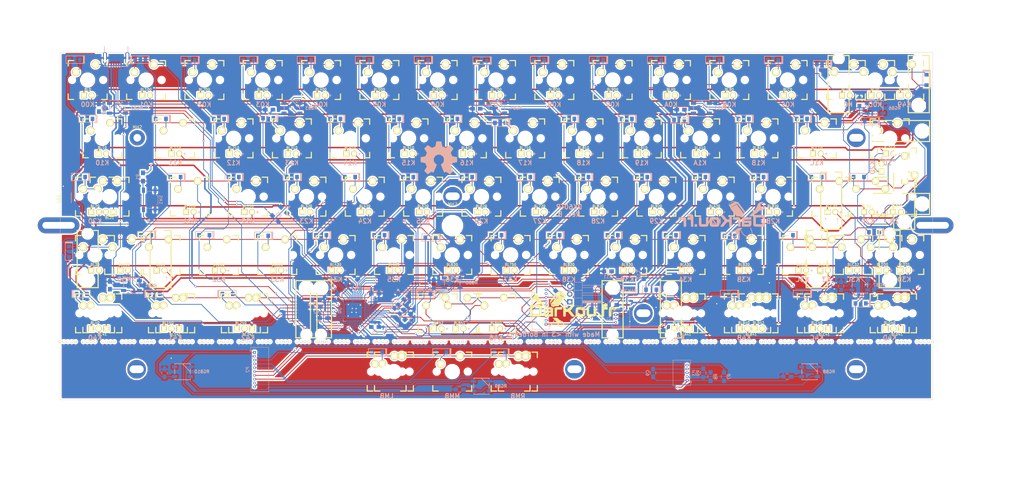
<source format=kicad_pcb>
(kicad_pcb (version 4) (host pcbnew 4.0.7+dfsg1-1)
  (title_block (title DK60TP) (date 2017-10-07) (rev B) (company DarKou))
  (layers (0 F.Cu signal) (31 B.Cu signal) (34 B.Paste user) (35 F.Paste user) (36 B.SilkS user) (37 F.SilkS user hide) (38 B.Mask user) (39 F.Mask user) (44 Edge.Cuts user))
  (net 0 "")
  (net 1 LED_CATH)
  (net 2 LED_AN)
  (net 3 XTAL1)
  (net 4 GND)
  (net 5 XTAL2)
  (net 6 VCC)
  (net 7 "Net-(C8-Pad1)")
  (net 8 "Net-(C9-Pad1)")
  (net 9 Col0)
  (net 10 "Net-(DK0-Pad1)")
  (net 11 "Net-(DK1-Pad1)")
  (net 12 "Net-(DK2-Pad1)")
  (net 13 "Net-(DK3-Pad1)")
  (net 14 "Net-(DK4-Pad1)")
  (net 15 Col6)
  (net 16 "Net-(DK6-Pad1)")
  (net 17 Col1)
  (net 18 "Net-(DK10-Pad1)")
  (net 19 "Net-(DK11-Pad1)")
  (net 20 "Net-(DK12-Pad1)")
  (net 21 "Net-(DK13-Pad1)")
  (net 22 "Net-(DK14-Pad1)")
  (net 23 Col2)
  (net 24 "Net-(DK20-Pad1)")
  (net 25 "Net-(DK21-Pad1)")
  (net 26 "Net-(DK22-Pad1)")
  (net 27 "Net-(DK23-Pad1)")
  (net 28 "Net-(DK24-Pad1)")
  (net 29 Col3)
  (net 30 "Net-(DK30-Pad1)")
  (net 31 "Net-(DK31-Pad1)")
  (net 32 "Net-(DK32-Pad1)")
  (net 33 "Net-(DK33-Pad1)")
  (net 34 /TRACKPOINT/Col3)
  (net 35 "Net-(DK34-Pad1)")
  (net 36 Col4)
  (net 37 "Net-(DK40-Pad1)")
  (net 38 "Net-(DK41-Pad1)")
  (net 39 "Net-(DK42-Pad1)")
  (net 40 "Net-(DK43-Pad1)")
  (net 41 /TRACKPOINT/Col4)
  (net 42 "Net-(DK44-Pad1)")
  (net 43 Col5)
  (net 44 "Net-(DK50-Pad1)")
  (net 45 "Net-(DK51-Pad1)")
  (net 46 "Net-(DK52-Pad1)")
  (net 47 "Net-(DK53-Pad1)")
  (net 48 /TRACKPOINT/Col5)
  (net 49 "Net-(DK54-Pad1)")
  (net 50 "Net-(DK61-Pad1)")
  (net 51 "Net-(DK62-Pad1)")
  (net 52 "Net-(DK63-Pad1)")
  (net 53 "Net-(DK64-Pad1)")
  (net 54 Col7)
  (net 55 "Net-(DK70-Pad1)")
  (net 56 "Net-(DK71-Pad1)")
  (net 57 "Net-(DK72-Pad1)")
  (net 58 "Net-(DK73-Pad1)")
  (net 59 Col8)
  (net 60 "Net-(DK80-Pad1)")
  (net 61 "Net-(DK81-Pad1)")
  (net 62 "Net-(DK82-Pad1)")
  (net 63 "Net-(DK83-Pad1)")
  (net 64 Col9)
  (net 65 "Net-(DK90-Pad1)")
  (net 66 "Net-(DK91-Pad1)")
  (net 67 "Net-(DK92-Pad1)")
  (net 68 "Net-(DK93-Pad1)")
  (net 69 "Net-(DK94-Pad1)")
  (net 70 ColA)
  (net 71 "Net-(DKA0-Pad1)")
  (net 72 "Net-(DKA1-Pad1)")
  (net 73 "Net-(DKA2-Pad1)")
  (net 74 "Net-(DKA3-Pad1)")
  (net 75 "Net-(DKA4-Pad1)")
  (net 76 ColB)
  (net 77 "Net-(DKB0-Pad1)")
  (net 78 "Net-(DKB1-Pad1)")
  (net 79 "Net-(DKB2-Pad1)")
  (net 80 "Net-(DKB3-Pad1)")
  (net 81 "Net-(DKB4-Pad1)")
  (net 82 ColC)
  (net 83 "Net-(DKC1-Pad1)")
  (net 84 "Net-(DKC2-Pad1)")
  (net 85 "Net-(DKC3-Pad1)")
  (net 86 "Net-(DKC4-Pad1)")
  (net 87 ColD)
  (net 88 "Net-(DKD0-Pad1)")
  (net 89 "Net-(DKD1-Pad1)")
  (net 90 "Net-(DKD2-Pad1)")
  (net 91 "Net-(DKD3-Pad1)")
  (net 92 "Net-(DKD4-Pad1)")
  (net 93 "Net-(J1-Pad2)")
  (net 94 "Net-(J1-Pad3)")
  (net 95 "Net-(J1-Pad4)")
  (net 96 DOUT)
  (net 97 Row0)
  (net 98 Row4)
  (net 99 Row1)
  (net 100 Row2)
  (net 101 Row3)
  (net 102 /TRACKPOINT/Row4)
  (net 103 "Net-(KC0-Pad1)")
  (net 104 "Net-(L1-Pad1)")
  (net 105 "Net-(J3-Pad2)")
  (net 106 "Net-(MH2-Pad1)")
  (net 107 "Net-(MH7-Pad1)")
  (net 108 D5)
  (net 109 D2)
  (net 110 "Net-(P1-Pad9)")
  (net 111 /TRACKPOINT/D5)
  (net 112 /TRACKPOINT/D2)
  (net 113 "Net-(P2-Pad9)")
  (net 114 /TRACKPOINT/RGB)
  (net 115 RESET)
  (net 116 "Net-(R2-Pad2)")
  (net 117 "Net-(R3-Pad1)")
  (net 118 CAPS_LED)
  (net 119 "Net-(J3-Pad1)")
  (net 120 RGB)
  (net 121 "Net-(RGB0-Pad2)")
  (net 122 "Net-(RGB1-Pad2)")
  (net 123 "Net-(RGB2-Pad2)")
  (net 124 "Net-(RGB3-Pad2)")
  (net 125 "Net-(RGB4-Pad2)")
  (net 126 "Net-(RGB5-Pad2)")
  (net 127 "Net-(RGB6-Pad2)")
  (net 128 "Net-(RGB8-Pad2)")
  (net 129 "Net-(RGB10-Pad4)")
  (net 130 "Net-(RGB10-Pad2)")
  (net 131 BACKLIT)
  (net 132 "Net-(U0-Pad41)")
  (net 133 "Net-(U0-Pad42)")
  (net 134 "Net-(R4-Pad1)")
  (module Footprint:Mx_125 (layer F.Cu) (at 75.3375 125.18125)
    (fp_text reference K40 hide)
    (fp_text value K40 (at 0 8) (layer B.SilkS) (effects (font (thickness 0.3048)) (justify mirror)))
    (pad HOLE np_thru_hole circle (at 0 0) (size 3.9878 3.9878) (drill 3.9878) (layers *.Cu))
    (pad HOLE np_thru_hole circle (at -5.08 0) (size 1.7018 1.7018) (drill 1.7018) (layers *.Cu))
    (pad HOLE np_thru_hole circle (at 5.08 0) (size 1.7018 1.7018) (drill 1.7018) (layers *.Cu))
    (pad 1 thru_hole circle (at -3.81 -2.54 330.95) (size 2.5 2.5) (drill 1.5) (layers *.Cu *.Mask F.SilkS) (net 14 "Net-(DK4-Pad1)"))
    (pad 2 thru_hole circle (at 2.54 -5.08 356.1) (size 2.5 2.5) (drill 1.5) (layers *.Cu *.Mask F.SilkS) (net 98 Row4))
  )
  (module Footprint:LED_TH_BIVAR (layer F.Cu) (at 72.95625 53.98125)
    (fp_text reference BL0 (at 0 -1.9) (layer F.SilkS) (effects (font (size 0.8 0.8))))
    (fp_text value LED hide)
    (fp_text user + (at 3.048 0) (layer B.SilkS) (effects (justify mirror)))
    (pad 1 thru_hole rect (at -1.27 0) (size 1.9 1.9) (drill 1.1176) (layers *.Cu *.Mask F.SilkS) (net 1 LED_CATH))
    (pad 2 thru_hole circle (at 1.27 0) (size 1.9 1.9) (drill 1.1176) (layers *.Cu *.Mask F.SilkS) (net 2 LED_AN))
  )
  (module Footprint:LED_TH_BIVAR (layer F.Cu) (at 77.71875 73.03125)
    (fp_text reference BL10 (at 0 -1.9) (layer F.SilkS) (effects (font (size 0.8 0.8))))
    (fp_text value LED hide)
    (fp_text user + (at 3.048 0) (layer B.SilkS) (effects (justify mirror)))
    (pad 1 thru_hole rect (at -1.27 0) (size 1.9 1.9) (drill 1.1176) (layers *.Cu *.Mask F.SilkS) (net 1 LED_CATH))
    (pad 2 thru_hole circle (at 1.27 0) (size 1.9 1.9) (drill 1.1176) (layers *.Cu *.Mask F.SilkS) (net 2 LED_AN))
  )
  (module Footprint:LED_TH_BIVAR (layer F.Cu) (at 75.3375 92.08125)
    (fp_text reference BL20 (at 0 -1.9) (layer F.SilkS) (effects (font (size 0.8 0.8))))
    (fp_text value LED hide)
    (fp_text user + (at 3.048 0) (layer B.SilkS) (effects (justify mirror)))
    (pad 1 thru_hole rect (at -1.27 0) (size 1.9 1.9) (drill 1.1176) (layers *.Cu *.Mask F.SilkS) (net 1 LED_CATH))
    (pad 2 thru_hole circle (at 1.27 0) (size 1.9 1.9) (drill 1.1176) (layers *.Cu *.Mask F.SilkS) (net 2 LED_AN))
  )
  (module Footprint:LED_TH_BIVAR (layer F.Cu) (at 80.1 92.08125 180)
    (fp_text reference BL21 (at 0 -1.9 180) (layer F.SilkS) (effects (font (size 0.8 0.8))))
    (fp_text value LED hide)
    (fp_text user + (at 3.048 0 180) (layer B.SilkS) (effects (justify mirror)))
    (pad 1 thru_hole rect (at -1.27 0 180) (size 1.9 1.9) (drill 1.1176) (layers *.Cu *.Mask F.SilkS) (net 1 LED_CATH))
    (pad 2 thru_hole circle (at 1.27 0 180) (size 1.9 1.9) (drill 1.1176) (layers *.Cu *.Mask F.SilkS) (net 2 LED_AN))
  )
  (module Footprint:LED_TH_BIVAR (layer F.Cu) (at 75.3375 111.13125)
    (fp_text reference BL30 (at 0 -1.9) (layer F.SilkS) (effects (font (size 0.8 0.8))))
    (fp_text value LED hide)
    (fp_text user + (at 3.048 0) (layer B.SilkS) (effects (justify mirror)))
    (pad 1 thru_hole rect (at -1.27 0) (size 1.9 1.9) (drill 1.1176) (layers *.Cu *.Mask F.SilkS) (net 1 LED_CATH))
    (pad 2 thru_hole circle (at 1.27 0) (size 1.9 1.9) (drill 1.1176) (layers *.Cu *.Mask F.SilkS) (net 2 LED_AN))
  )
  (module Footprint:LED_TH_BIVAR (layer F.Cu) (at 96.76875 111.13125)
    (fp_text reference BL31 (at 0 -1.9) (layer F.SilkS) (effects (font (size 0.8 0.8))))
    (fp_text value LED hide)
    (fp_text user + (at 3.048 0) (layer B.SilkS) (effects (justify mirror)))
    (pad 1 thru_hole rect (at -1.27 0) (size 1.9 1.9) (drill 1.1176) (layers *.Cu *.Mask F.SilkS) (net 1 LED_CATH))
    (pad 2 thru_hole circle (at 1.27 0) (size 1.9 1.9) (drill 1.1176) (layers *.Cu *.Mask F.SilkS) (net 2 LED_AN))
  )
  (module Footprint:LED_TH_BIVAR (layer F.Cu) (at 75.3375 130.18125)
    (fp_text reference BL40 (at 0 -1.9) (layer F.SilkS) (effects (font (size 0.8 0.8))))
    (fp_text value LED hide)
    (fp_text user + (at 3.048 0) (layer B.SilkS) (effects (justify mirror)))
    (pad 1 thru_hole rect (at -1.27 0) (size 1.9 1.9) (drill 1.1176) (layers *.Cu *.Mask F.SilkS) (net 1 LED_CATH))
    (pad 2 thru_hole circle (at 1.27 0) (size 1.9 1.9) (drill 1.1176) (layers *.Cu *.Mask F.SilkS) (net 2 LED_AN))
  )
  (module Footprint:LED_TH_BIVAR (layer F.Cu) (at 77.71875 130.18125 180)
    (fp_text reference BL41 (at 0 -1.9 180) (layer F.SilkS) (effects (font (size 0.8 0.8))))
    (fp_text value LED hide)
    (fp_text user + (at 3.048 0 180) (layer B.SilkS) (effects (justify mirror)))
    (pad 1 thru_hole rect (at -1.27 0 180) (size 1.9 1.9) (drill 1.1176) (layers *.Cu *.Mask F.SilkS) (net 1 LED_CATH))
    (pad 2 thru_hole circle (at 1.27 0 180) (size 1.9 1.9) (drill 1.1176) (layers *.Cu *.Mask F.SilkS) (net 2 LED_AN))
  )
  (module Footprint:LED_TH_BIVAR (layer F.Cu) (at 92.00625 53.98125)
    (fp_text reference BL100 (at 0 -1.9) (layer F.SilkS) (effects (font (size 0.8 0.8))))
    (fp_text value LED hide)
    (fp_text user + (at 3.048 0) (layer B.SilkS) (effects (justify mirror)))
    (pad 1 thru_hole rect (at -1.27 0) (size 1.9 1.9) (drill 1.1176) (layers *.Cu *.Mask F.SilkS) (net 1 LED_CATH))
    (pad 2 thru_hole circle (at 1.27 0) (size 1.9 1.9) (drill 1.1176) (layers *.Cu *.Mask F.SilkS) (net 2 LED_AN))
  )
  (module Footprint:LED_TH_BIVAR (layer F.Cu) (at 101.53125 73.03125)
    (fp_text reference BL110 (at 0 -1.9) (layer F.SilkS) (effects (font (size 0.8 0.8))))
    (fp_text value LED hide)
    (fp_text user + (at 3.048 0) (layer B.SilkS) (effects (justify mirror)))
    (pad 1 thru_hole rect (at -1.27 0) (size 1.9 1.9) (drill 1.1176) (layers *.Cu *.Mask F.SilkS) (net 1 LED_CATH))
    (pad 2 thru_hole circle (at 1.27 0) (size 1.9 1.9) (drill 1.1176) (layers *.Cu *.Mask F.SilkS) (net 2 LED_AN))
  )
  (module Footprint:LED_TH_BIVAR (layer F.Cu) (at 106.29375 92.08125)
    (fp_text reference BL120 (at 0 -1.9) (layer F.SilkS) (effects (font (size 0.8 0.8))))
    (fp_text value LED hide)
    (fp_text user + (at 3.048 0) (layer B.SilkS) (effects (justify mirror)))
    (pad 1 thru_hole rect (at -1.27 0) (size 1.9 1.9) (drill 1.1176) (layers *.Cu *.Mask F.SilkS) (net 1 LED_CATH))
    (pad 2 thru_hole circle (at 1.27 0) (size 1.9 1.9) (drill 1.1176) (layers *.Cu *.Mask F.SilkS) (net 2 LED_AN))
  )
  (module Footprint:LED_TH_BIVAR (layer F.Cu) (at 84.8625 111.13125)
    (fp_text reference BL130 (at 0 -1.9) (layer F.SilkS) (effects (font (size 0.8 0.8))))
    (fp_text value LED hide)
    (fp_text user + (at 3.048 0) (layer B.SilkS) (effects (justify mirror)))
    (pad 1 thru_hole rect (at -1.27 0) (size 1.9 1.9) (drill 1.1176) (layers *.Cu *.Mask F.SilkS) (net 1 LED_CATH))
    (pad 2 thru_hole circle (at 1.27 0) (size 1.9 1.9) (drill 1.1176) (layers *.Cu *.Mask F.SilkS) (net 2 LED_AN))
  )
  (module Footprint:LED_TH_BIVAR (layer F.Cu) (at 99.15 130.18125)
    (fp_text reference BL140 (at 0 -1.9) (layer F.SilkS) (effects (font (size 0.8 0.8))))
    (fp_text value LED hide)
    (fp_text user + (at 3.048 0) (layer B.SilkS) (effects (justify mirror)))
    (pad 1 thru_hole rect (at -1.27 0) (size 1.9 1.9) (drill 1.1176) (layers *.Cu *.Mask F.SilkS) (net 1 LED_CATH))
    (pad 2 thru_hole circle (at 1.27 0) (size 1.9 1.9) (drill 1.1176) (layers *.Cu *.Mask F.SilkS) (net 2 LED_AN))
  )
  (module Footprint:LED_TH_BIVAR (layer F.Cu) (at 101.53125 130.18125 180)
    (fp_text reference BL141 (at 0 -1.9 180) (layer F.SilkS) (effects (font (size 0.8 0.8))))
    (fp_text value LED hide)
    (fp_text user + (at 3.048 0 180) (layer B.SilkS) (effects (justify mirror)))
    (pad 1 thru_hole rect (at -1.27 0 180) (size 1.9 1.9) (drill 1.1176) (layers *.Cu *.Mask F.SilkS) (net 1 LED_CATH))
    (pad 2 thru_hole circle (at 1.27 0 180) (size 1.9 1.9) (drill 1.1176) (layers *.Cu *.Mask F.SilkS) (net 2 LED_AN))
  )
  (module Footprint:LED_TH_BIVAR (layer F.Cu) (at 111.05625 53.98125)
    (fp_text reference BL200 (at 0 -1.9) (layer F.SilkS) (effects (font (size 0.8 0.8))))
    (fp_text value LED hide)
    (fp_text user + (at 3.048 0) (layer B.SilkS) (effects (justify mirror)))
    (pad 1 thru_hole rect (at -1.27 0) (size 1.9 1.9) (drill 1.1176) (layers *.Cu *.Mask F.SilkS) (net 1 LED_CATH))
    (pad 2 thru_hole circle (at 1.27 0) (size 1.9 1.9) (drill 1.1176) (layers *.Cu *.Mask F.SilkS) (net 2 LED_AN))
  )
  (module Footprint:LED_TH_BIVAR (layer F.Cu) (at 120.58125 73.03125)
    (fp_text reference BL210 (at 0 -1.9) (layer F.SilkS) (effects (font (size 0.8 0.8))))
    (fp_text value LED hide)
    (fp_text user + (at 3.048 0) (layer B.SilkS) (effects (justify mirror)))
    (pad 1 thru_hole rect (at -1.27 0) (size 1.9 1.9) (drill 1.1176) (layers *.Cu *.Mask F.SilkS) (net 1 LED_CATH))
    (pad 2 thru_hole circle (at 1.27 0) (size 1.9 1.9) (drill 1.1176) (layers *.Cu *.Mask F.SilkS) (net 2 LED_AN))
  )
  (module Footprint:LED_TH_BIVAR (layer F.Cu) (at 125.34375 92.08125)
    (fp_text reference BL220 (at 0 -1.9) (layer F.SilkS) (effects (font (size 0.8 0.8))))
    (fp_text value LED hide)
    (fp_text user + (at 3.048 0) (layer B.SilkS) (effects (justify mirror)))
    (pad 1 thru_hole rect (at -1.27 0) (size 1.9 1.9) (drill 1.1176) (layers *.Cu *.Mask F.SilkS) (net 1 LED_CATH))
    (pad 2 thru_hole circle (at 1.27 0) (size 1.9 1.9) (drill 1.1176) (layers *.Cu *.Mask F.SilkS) (net 2 LED_AN))
  )
  (module Footprint:LED_TH_BIVAR (layer F.Cu) (at 115.81875 111.13125)
    (fp_text reference BL230 (at 0 -1.9) (layer F.SilkS) (effects (font (size 0.8 0.8))))
    (fp_text value LED hide)
    (fp_text user + (at 3.048 0) (layer B.SilkS) (effects (justify mirror)))
    (pad 1 thru_hole rect (at -1.27 0) (size 1.9 1.9) (drill 1.1176) (layers *.Cu *.Mask F.SilkS) (net 1 LED_CATH))
    (pad 2 thru_hole circle (at 1.27 0) (size 1.9 1.9) (drill 1.1176) (layers *.Cu *.Mask F.SilkS) (net 2 LED_AN))
  )
  (module Footprint:LED_TH_BIVAR (layer F.Cu) (at 122.9625 130.18125)
    (fp_text reference BL240 (at 0 -1.9) (layer F.SilkS) (effects (font (size 0.8 0.8))))
    (fp_text value LED hide)
    (fp_text user + (at 3.048 0) (layer B.SilkS) (effects (justify mirror)))
    (pad 1 thru_hole rect (at -1.27 0) (size 1.9 1.9) (drill 1.1176) (layers *.Cu *.Mask F.SilkS) (net 1 LED_CATH))
    (pad 2 thru_hole circle (at 1.27 0) (size 1.9 1.9) (drill 1.1176) (layers *.Cu *.Mask F.SilkS) (net 2 LED_AN))
  )
  (module Footprint:LED_TH_BIVAR (layer F.Cu) (at 125.34375 130.18125 180)
    (fp_text reference BL241 (at 0 -1.9 180) (layer F.SilkS) (effects (font (size 0.8 0.8))))
    (fp_text value LED hide)
    (fp_text user + (at 3.048 0 180) (layer B.SilkS) (effects (justify mirror)))
    (pad 1 thru_hole rect (at -1.27 0 180) (size 1.9 1.9) (drill 1.1176) (layers *.Cu *.Mask F.SilkS) (net 1 LED_CATH))
    (pad 2 thru_hole circle (at 1.27 0 180) (size 1.9 1.9) (drill 1.1176) (layers *.Cu *.Mask F.SilkS) (net 2 LED_AN))
  )
  (module Footprint:LED_TH_BIVAR (layer F.Cu) (at 130.10625 53.98125)
    (fp_text reference BL300 (at 0 -1.9) (layer F.SilkS) (effects (font (size 0.8 0.8))))
    (fp_text value LED hide)
    (fp_text user + (at 3.048 0) (layer B.SilkS) (effects (justify mirror)))
    (pad 1 thru_hole rect (at -1.27 0) (size 1.9 1.9) (drill 1.1176) (layers *.Cu *.Mask F.SilkS) (net 1 LED_CATH))
    (pad 2 thru_hole circle (at 1.27 0) (size 1.9 1.9) (drill 1.1176) (layers *.Cu *.Mask F.SilkS) (net 2 LED_AN))
  )
  (module Footprint:LED_TH_BIVAR (layer F.Cu) (at 139.63125 73.03125)
    (fp_text reference BL310 (at 0 -1.9) (layer F.SilkS) (effects (font (size 0.8 0.8))))
    (fp_text value LED hide)
    (fp_text user + (at 3.048 0) (layer B.SilkS) (effects (justify mirror)))
    (pad 1 thru_hole rect (at -1.27 0) (size 1.9 1.9) (drill 1.1176) (layers *.Cu *.Mask F.SilkS) (net 1 LED_CATH))
    (pad 2 thru_hole circle (at 1.27 0) (size 1.9 1.9) (drill 1.1176) (layers *.Cu *.Mask F.SilkS) (net 2 LED_AN))
  )
  (module Footprint:LED_TH_BIVAR (layer F.Cu) (at 144.39375 92.08125)
    (fp_text reference BL320 (at 0 -1.9) (layer F.SilkS) (effects (font (size 0.8 0.8))))
    (fp_text value LED hide)
    (fp_text user + (at 3.048 0) (layer B.SilkS) (effects (justify mirror)))
    (pad 1 thru_hole rect (at -1.27 0) (size 1.9 1.9) (drill 1.1176) (layers *.Cu *.Mask F.SilkS) (net 1 LED_CATH))
    (pad 2 thru_hole circle (at 1.27 0) (size 1.9 1.9) (drill 1.1176) (layers *.Cu *.Mask F.SilkS) (net 2 LED_AN))
  )
  (module Footprint:LED_TH_BIVAR (layer F.Cu) (at 134.86875 111.13125)
    (fp_text reference BL330 (at 0 -1.9) (layer F.SilkS) (effects (font (size 0.8 0.8))))
    (fp_text value LED hide)
    (fp_text user + (at 3.048 0) (layer B.SilkS) (effects (justify mirror)))
    (pad 1 thru_hole rect (at -1.27 0) (size 1.9 1.9) (drill 1.1176) (layers *.Cu *.Mask F.SilkS) (net 1 LED_CATH))
    (pad 2 thru_hole circle (at 1.27 0) (size 1.9 1.9) (drill 1.1176) (layers *.Cu *.Mask F.SilkS) (net 2 LED_AN))
  )
  (module Footprint:LED_TH_BIVAR (layer F.Cu) (at 149.15625 53.98125)
    (fp_text reference BL400 (at 0 -1.9) (layer F.SilkS) (effects (font (size 0.8 0.8))))
    (fp_text value LED hide)
    (fp_text user + (at 3.048 0) (layer B.SilkS) (effects (justify mirror)))
    (pad 1 thru_hole rect (at -1.27 0) (size 1.9 1.9) (drill 1.1176) (layers *.Cu *.Mask F.SilkS) (net 1 LED_CATH))
    (pad 2 thru_hole circle (at 1.27 0) (size 1.9 1.9) (drill 1.1176) (layers *.Cu *.Mask F.SilkS) (net 2 LED_AN))
  )
  (module Footprint:LED_TH_BIVAR (layer F.Cu) (at 158.68125 73.03125)
    (fp_text reference BL410 (at 0 -1.9) (layer F.SilkS) (effects (font (size 0.8 0.8))))
    (fp_text value LED hide)
    (fp_text user + (at 3.048 0) (layer B.SilkS) (effects (justify mirror)))
    (pad 1 thru_hole rect (at -1.27 0) (size 1.9 1.9) (drill 1.1176) (layers *.Cu *.Mask F.SilkS) (net 1 LED_CATH))
    (pad 2 thru_hole circle (at 1.27 0) (size 1.9 1.9) (drill 1.1176) (layers *.Cu *.Mask F.SilkS) (net 2 LED_AN))
  )
  (module Footprint:LED_TH_BIVAR (layer F.Cu) (at 163.44375 92.08125)
    (fp_text reference BL420 (at 0 -1.9) (layer F.SilkS) (effects (font (size 0.8 0.8))))
    (fp_text value LED hide)
    (fp_text user + (at 3.048 0) (layer B.SilkS) (effects (justify mirror)))
    (pad 1 thru_hole rect (at -1.27 0) (size 1.9 1.9) (drill 1.1176) (layers *.Cu *.Mask F.SilkS) (net 1 LED_CATH))
    (pad 2 thru_hole circle (at 1.27 0) (size 1.9 1.9) (drill 1.1176) (layers *.Cu *.Mask F.SilkS) (net 2 LED_AN))
  )
  (module Footprint:LED_TH_BIVAR (layer F.Cu) (at 153.91875 111.13125)
    (fp_text reference BL430 (at 0 -1.9) (layer F.SilkS) (effects (font (size 0.8 0.8))))
    (fp_text value LED hide)
    (fp_text user + (at 3.048 0) (layer B.SilkS) (effects (justify mirror)))
    (pad 1 thru_hole rect (at -1.27 0) (size 1.9 1.9) (drill 1.1176) (layers *.Cu *.Mask F.SilkS) (net 1 LED_CATH))
    (pad 2 thru_hole circle (at 1.27 0) (size 1.9 1.9) (drill 1.1176) (layers *.Cu *.Mask F.SilkS) (net 2 LED_AN))
  )
  (module Footprint:LED_TH_BIVAR (layer F.Cu) (at 168.20625 53.98125)
    (fp_text reference BL500 (at 0 -1.9) (layer F.SilkS) (effects (font (size 0.8 0.8))))
    (fp_text value LED hide)
    (fp_text user + (at 3.048 0) (layer B.SilkS) (effects (justify mirror)))
    (pad 1 thru_hole rect (at -1.27 0) (size 1.9 1.9) (drill 1.1176) (layers *.Cu *.Mask F.SilkS) (net 1 LED_CATH))
    (pad 2 thru_hole circle (at 1.27 0) (size 1.9 1.9) (drill 1.1176) (layers *.Cu *.Mask F.SilkS) (net 2 LED_AN))
  )
  (module Footprint:LED_TH_BIVAR (layer F.Cu) (at 177.73125 73.03125)
    (fp_text reference BL510 (at 0 -1.9) (layer F.SilkS) (effects (font (size 0.8 0.8))))
    (fp_text value LED hide)
    (fp_text user + (at 3.048 0) (layer B.SilkS) (effects (justify mirror)))
    (pad 1 thru_hole rect (at -1.27 0) (size 1.9 1.9) (drill 1.1176) (layers *.Cu *.Mask F.SilkS) (net 1 LED_CATH))
    (pad 2 thru_hole circle (at 1.27 0) (size 1.9 1.9) (drill 1.1176) (layers *.Cu *.Mask F.SilkS) (net 2 LED_AN))
  )
  (module Footprint:LED_TH_BIVAR (layer F.Cu) (at 182.49375 92.08125)
    (fp_text reference BL520 (at 0 -1.9) (layer F.SilkS) (effects (font (size 0.8 0.8))))
    (fp_text value LED hide)
    (fp_text user + (at 3.048 0) (layer B.SilkS) (effects (justify mirror)))
    (pad 1 thru_hole rect (at -1.27 0) (size 1.9 1.9) (drill 1.1176) (layers *.Cu *.Mask F.SilkS) (net 1 LED_CATH))
    (pad 2 thru_hole circle (at 1.27 0) (size 1.9 1.9) (drill 1.1176) (layers *.Cu *.Mask F.SilkS) (net 2 LED_AN))
  )
  (module Footprint:LED_TH_BIVAR (layer F.Cu) (at 172.96875 111.13125)
    (fp_text reference BL530 (at 0 -1.9) (layer F.SilkS) (effects (font (size 0.8 0.8))))
    (fp_text value LED hide)
    (fp_text user + (at 3.048 0) (layer B.SilkS) (effects (justify mirror)))
    (pad 1 thru_hole rect (at -1.27 0) (size 1.9 1.9) (drill 1.1176) (layers *.Cu *.Mask F.SilkS) (net 1 LED_CATH))
    (pad 2 thru_hole circle (at 1.27 0) (size 1.9 1.9) (drill 1.1176) (layers *.Cu *.Mask F.SilkS) (net 2 LED_AN))
  )
  (module Footprint:LED_TH_BIVAR (layer F.Cu) (at 187.25625 53.98125)
    (fp_text reference BL600 (at 0 -1.9) (layer F.SilkS) (effects (font (size 0.8 0.8))))
    (fp_text value LED hide)
    (fp_text user + (at 3.048 0) (layer B.SilkS) (effects (justify mirror)))
    (pad 1 thru_hole rect (at -1.27 0) (size 1.9 1.9) (drill 1.1176) (layers *.Cu *.Mask F.SilkS) (net 1 LED_CATH))
    (pad 2 thru_hole circle (at 1.27 0) (size 1.9 1.9) (drill 1.1176) (layers *.Cu *.Mask F.SilkS) (net 2 LED_AN))
  )
  (module Footprint:LED_TH_BIVAR (layer F.Cu) (at 196.78125 73.03125)
    (fp_text reference BL610 (at 0 -1.9) (layer F.SilkS) (effects (font (size 0.8 0.8))))
    (fp_text value LED hide)
    (fp_text user + (at 3.048 0) (layer B.SilkS) (effects (justify mirror)))
    (pad 1 thru_hole rect (at -1.27 0) (size 1.9 1.9) (drill 1.1176) (layers *.Cu *.Mask F.SilkS) (net 1 LED_CATH))
    (pad 2 thru_hole circle (at 1.27 0) (size 1.9 1.9) (drill 1.1176) (layers *.Cu *.Mask F.SilkS) (net 2 LED_AN))
  )
  (module Footprint:LED_TH_BIVAR (layer F.Cu) (at 201.54375 92.08125)
    (fp_text reference BL620 (at 0 -1.9) (layer F.SilkS) (effects (font (size 0.8 0.8))))
    (fp_text value LED hide)
    (fp_text user + (at 3.048 0) (layer B.SilkS) (effects (justify mirror)))
    (pad 1 thru_hole rect (at -1.27 0) (size 1.9 1.9) (drill 1.1176) (layers *.Cu *.Mask F.SilkS) (net 1 LED_CATH))
    (pad 2 thru_hole circle (at 1.27 0) (size 1.9 1.9) (drill 1.1176) (layers *.Cu *.Mask F.SilkS) (net 2 LED_AN))
  )
  (module Footprint:LED_TH_BIVAR (layer F.Cu) (at 192.01875 111.13125)
    (fp_text reference BL630 (at 0 -1.9) (layer F.SilkS) (effects (font (size 0.8 0.8))))
    (fp_text value LED hide)
    (fp_text user + (at 3.048 0) (layer B.SilkS) (effects (justify mirror)))
    (pad 1 thru_hole rect (at -1.27 0) (size 1.9 1.9) (drill 1.1176) (layers *.Cu *.Mask F.SilkS) (net 1 LED_CATH))
    (pad 2 thru_hole circle (at 1.27 0) (size 1.9 1.9) (drill 1.1176) (layers *.Cu *.Mask F.SilkS) (net 2 LED_AN))
  )
  (module Footprint:LED_TH_BIVAR (layer F.Cu) (at 206.30625 130.18125)
    (fp_text reference BL640 (at 0 -1.9) (layer F.SilkS) (effects (font (size 0.8 0.8))))
    (fp_text value LED hide)
    (fp_text user + (at 3.048 0) (layer B.SilkS) (effects (justify mirror)))
    (pad 1 thru_hole rect (at -1.27 0) (size 1.9 1.9) (drill 1.1176) (layers *.Cu *.Mask F.SilkS) (net 1 LED_CATH))
    (pad 2 thru_hole circle (at 1.27 0) (size 1.9 1.9) (drill 1.1176) (layers *.Cu *.Mask F.SilkS) (net 2 LED_AN))
  )
  (module Footprint:LED_TH_BIVAR (layer F.Cu) (at 194.4 130.18125)
    (fp_text reference BL641 (at 0 -1.9) (layer F.SilkS) (effects (font (size 0.8 0.8))))
    (fp_text value LED hide)
    (fp_text user + (at 3.048 0) (layer B.SilkS) (effects (justify mirror)))
    (pad 1 thru_hole rect (at -1.27 0) (size 1.9 1.9) (drill 1.1176) (layers *.Cu *.Mask F.SilkS) (net 1 LED_CATH))
    (pad 2 thru_hole circle (at 1.27 0) (size 1.9 1.9) (drill 1.1176) (layers *.Cu *.Mask F.SilkS) (net 2 LED_AN))
  )
  (module Footprint:LED_TH_BIVAR (layer F.Cu) (at 187.25625 130.18125)
    (fp_text reference BL642 (at 0 -1.9) (layer F.SilkS) (effects (font (size 0.8 0.8))))
    (fp_text value LED hide)
    (fp_text user + (at 3.048 0) (layer B.SilkS) (effects (justify mirror)))
    (pad 1 thru_hole rect (at -1.27 0) (size 1.9 1.9) (drill 1.1176) (layers *.Cu *.Mask F.SilkS) (net 1 LED_CATH))
    (pad 2 thru_hole circle (at 1.27 0) (size 1.9 1.9) (drill 1.1176) (layers *.Cu *.Mask F.SilkS) (net 2 LED_AN))
  )
  (module Footprint:LED_TH_BIVAR (layer F.Cu) (at 206.30625 53.98125)
    (fp_text reference BL700 (at 0 -1.9) (layer F.SilkS) (effects (font (size 0.8 0.8))))
    (fp_text value LED hide)
    (fp_text user + (at 3.048 0) (layer B.SilkS) (effects (justify mirror)))
    (pad 1 thru_hole rect (at -1.27 0) (size 1.9 1.9) (drill 1.1176) (layers *.Cu *.Mask F.SilkS) (net 1 LED_CATH))
    (pad 2 thru_hole circle (at 1.27 0) (size 1.9 1.9) (drill 1.1176) (layers *.Cu *.Mask F.SilkS) (net 2 LED_AN))
  )
  (module Footprint:LED_TH_BIVAR (layer F.Cu) (at 215.83125 73.03125)
    (fp_text reference BL710 (at 0 -1.9) (layer F.SilkS) (effects (font (size 0.8 0.8))))
    (fp_text value LED hide)
    (fp_text user + (at 3.048 0) (layer B.SilkS) (effects (justify mirror)))
    (pad 1 thru_hole rect (at -1.27 0) (size 1.9 1.9) (drill 1.1176) (layers *.Cu *.Mask F.SilkS) (net 1 LED_CATH))
    (pad 2 thru_hole circle (at 1.27 0) (size 1.9 1.9) (drill 1.1176) (layers *.Cu *.Mask F.SilkS) (net 2 LED_AN))
  )
  (module Footprint:LED_TH_BIVAR (layer F.Cu) (at 220.59375 92.08125)
    (fp_text reference BL720 (at 0 -1.9) (layer F.SilkS) (effects (font (size 0.8 0.8))))
    (fp_text value LED hide)
    (fp_text user + (at 3.048 0) (layer B.SilkS) (effects (justify mirror)))
    (pad 1 thru_hole rect (at -1.27 0) (size 1.9 1.9) (drill 1.1176) (layers *.Cu *.Mask F.SilkS) (net 1 LED_CATH))
    (pad 2 thru_hole circle (at 1.27 0) (size 1.9 1.9) (drill 1.1176) (layers *.Cu *.Mask F.SilkS) (net 2 LED_AN))
  )
  (module Footprint:LED_TH_BIVAR (layer F.Cu) (at 211.06875 111.13125)
    (fp_text reference BL750 (at 0 -1.9) (layer F.SilkS) (effects (font (size 0.8 0.8))))
    (fp_text value LED hide)
    (fp_text user + (at 3.048 0) (layer B.SilkS) (effects (justify mirror)))
    (pad 1 thru_hole rect (at -1.27 0) (size 1.9 1.9) (drill 1.1176) (layers *.Cu *.Mask F.SilkS) (net 1 LED_CATH))
    (pad 2 thru_hole circle (at 1.27 0) (size 1.9 1.9) (drill 1.1176) (layers *.Cu *.Mask F.SilkS) (net 2 LED_AN))
  )
  (module Footprint:LED_TH_BIVAR (layer F.Cu) (at 225.35625 53.98125)
    (fp_text reference BL800 (at 0 -1.9) (layer F.SilkS) (effects (font (size 0.8 0.8))))
    (fp_text value LED hide)
    (fp_text user + (at 3.048 0) (layer B.SilkS) (effects (justify mirror)))
    (pad 1 thru_hole rect (at -1.27 0) (size 1.9 1.9) (drill 1.1176) (layers *.Cu *.Mask F.SilkS) (net 1 LED_CATH))
    (pad 2 thru_hole circle (at 1.27 0) (size 1.9 1.9) (drill 1.1176) (layers *.Cu *.Mask F.SilkS) (net 2 LED_AN))
  )
  (module Footprint:LED_TH_BIVAR (layer F.Cu) (at 234.88125 73.03125)
    (fp_text reference BL810 (at 0 -1.9) (layer F.SilkS) (effects (font (size 0.8 0.8))))
    (fp_text value LED hide)
    (fp_text user + (at 3.048 0) (layer B.SilkS) (effects (justify mirror)))
    (pad 1 thru_hole rect (at -1.27 0) (size 1.9 1.9) (drill 1.1176) (layers *.Cu *.Mask F.SilkS) (net 1 LED_CATH))
    (pad 2 thru_hole circle (at 1.27 0) (size 1.9 1.9) (drill 1.1176) (layers *.Cu *.Mask F.SilkS) (net 2 LED_AN))
  )
  (module Footprint:LED_TH_BIVAR (layer F.Cu) (at 239.64375 92.08125)
    (fp_text reference BL820 (at 0 -1.9) (layer F.SilkS) (effects (font (size 0.8 0.8))))
    (fp_text value LED hide)
    (fp_text user + (at 3.048 0) (layer B.SilkS) (effects (justify mirror)))
    (pad 1 thru_hole rect (at -1.27 0) (size 1.9 1.9) (drill 1.1176) (layers *.Cu *.Mask F.SilkS) (net 1 LED_CATH))
    (pad 2 thru_hole circle (at 1.27 0) (size 1.9 1.9) (drill 1.1176) (layers *.Cu *.Mask F.SilkS) (net 2 LED_AN))
  )
  (module Footprint:LED_TH_BIVAR (layer F.Cu) (at 230.11875 111.13125)
    (fp_text reference BL830 (at 0 -1.9) (layer F.SilkS) (effects (font (size 0.8 0.8))))
    (fp_text value LED hide)
    (fp_text user + (at 3.048 0) (layer B.SilkS) (effects (justify mirror)))
    (pad 1 thru_hole rect (at -1.27 0) (size 1.9 1.9) (drill 1.1176) (layers *.Cu *.Mask F.SilkS) (net 1 LED_CATH))
    (pad 2 thru_hole circle (at 1.27 0) (size 1.9 1.9) (drill 1.1176) (layers *.Cu *.Mask F.SilkS) (net 2 LED_AN))
  )
  (module Footprint:LED_TH_BIVAR (layer F.Cu) (at 244.40625 53.98125)
    (fp_text reference BL900 (at 0 -1.9) (layer F.SilkS) (effects (font (size 0.8 0.8))))
    (fp_text value LED hide)
    (fp_text user + (at 3.048 0) (layer B.SilkS) (effects (justify mirror)))
    (pad 1 thru_hole rect (at -1.27 0) (size 1.9 1.9) (drill 1.1176) (layers *.Cu *.Mask F.SilkS) (net 1 LED_CATH))
    (pad 2 thru_hole circle (at 1.27 0) (size 1.9 1.9) (drill 1.1176) (layers *.Cu *.Mask F.SilkS) (net 2 LED_AN))
  )
  (module Footprint:LED_TH_BIVAR (layer F.Cu) (at 253.93125 73.03125)
    (fp_text reference BL910 (at 0 -1.9) (layer F.SilkS) (effects (font (size 0.8 0.8))))
    (fp_text value LED hide)
    (fp_text user + (at 3.048 0) (layer B.SilkS) (effects (justify mirror)))
    (pad 1 thru_hole rect (at -1.27 0) (size 1.9 1.9) (drill 1.1176) (layers *.Cu *.Mask F.SilkS) (net 1 LED_CATH))
    (pad 2 thru_hole circle (at 1.27 0) (size 1.9 1.9) (drill 1.1176) (layers *.Cu *.Mask F.SilkS) (net 2 LED_AN))
  )
  (module Footprint:LED_TH_BIVAR (layer F.Cu) (at 258.69375 92.08125)
    (fp_text reference BL920 (at 0 -1.9) (layer F.SilkS) (effects (font (size 0.8 0.8))))
    (fp_text value LED hide)
    (fp_text user + (at 3.048 0) (layer B.SilkS) (effects (justify mirror)))
    (pad 1 thru_hole rect (at -1.27 0) (size 1.9 1.9) (drill 1.1176) (layers *.Cu *.Mask F.SilkS) (net 1 LED_CATH))
    (pad 2 thru_hole circle (at 1.27 0) (size 1.9 1.9) (drill 1.1176) (layers *.Cu *.Mask F.SilkS) (net 2 LED_AN))
  )
  (module Footprint:LED_TH_BIVAR (layer F.Cu) (at 249.16875 111.13125)
    (fp_text reference BL930 (at 0 -1.9) (layer F.SilkS) (effects (font (size 0.8 0.8))))
    (fp_text value LED hide)
    (fp_text user + (at 3.048 0) (layer B.SilkS) (effects (justify mirror)))
    (pad 1 thru_hole rect (at -1.27 0) (size 1.9 1.9) (drill 1.1176) (layers *.Cu *.Mask F.SilkS) (net 1 LED_CATH))
    (pad 2 thru_hole circle (at 1.27 0) (size 1.9 1.9) (drill 1.1176) (layers *.Cu *.Mask F.SilkS) (net 2 LED_AN))
  )
  (module Footprint:LED_TH_BIVAR (layer F.Cu) (at 339.65625 53.98125)
    (fp_text reference BL940 (at 0 -1.9) (layer F.SilkS) (effects (font (size 0.8 0.8))))
    (fp_text value LED hide)
    (fp_text user + (at 3.048 0) (layer B.SilkS) (effects (justify mirror)))
    (pad 1 thru_hole rect (at -1.27 0) (size 1.9 1.9) (drill 1.1176) (layers *.Cu *.Mask F.SilkS) (net 1 LED_CATH))
    (pad 2 thru_hole circle (at 1.27 0) (size 1.9 1.9) (drill 1.1176) (layers *.Cu *.Mask F.SilkS) (net 2 LED_AN))
  )
  (module Footprint:LED_TH_BIVAR (layer F.Cu) (at 263.45625 53.98125)
    (fp_text reference BLA0 (at 0 -1.9) (layer F.SilkS) (effects (font (size 0.8 0.8))))
    (fp_text value LED hide)
    (fp_text user + (at 3.048 0) (layer B.SilkS) (effects (justify mirror)))
    (pad 1 thru_hole rect (at -1.27 0) (size 1.9 1.9) (drill 1.1176) (layers *.Cu *.Mask F.SilkS) (net 1 LED_CATH))
    (pad 2 thru_hole circle (at 1.27 0) (size 1.9 1.9) (drill 1.1176) (layers *.Cu *.Mask F.SilkS) (net 2 LED_AN))
  )
  (module Footprint:LED_TH_BIVAR (layer F.Cu) (at 272.98125 73.03125)
    (fp_text reference BLA10 (at 0 -1.9) (layer F.SilkS) (effects (font (size 0.8 0.8))))
    (fp_text value LED hide)
    (fp_text user + (at 3.048 0) (layer B.SilkS) (effects (justify mirror)))
    (pad 1 thru_hole rect (at -1.27 0) (size 1.9 1.9) (drill 1.1176) (layers *.Cu *.Mask F.SilkS) (net 1 LED_CATH))
    (pad 2 thru_hole circle (at 1.27 0) (size 1.9 1.9) (drill 1.1176) (layers *.Cu *.Mask F.SilkS) (net 2 LED_AN))
  )
  (module Footprint:LED_TH_BIVAR (layer F.Cu) (at 277.74375 92.08125)
    (fp_text reference BLA20 (at 0 -1.9) (layer F.SilkS) (effects (font (size 0.8 0.8))))
    (fp_text value LED hide)
    (fp_text user + (at 3.048 0) (layer B.SilkS) (effects (justify mirror)))
    (pad 1 thru_hole rect (at -1.27 0) (size 1.9 1.9) (drill 1.1176) (layers *.Cu *.Mask F.SilkS) (net 1 LED_CATH))
    (pad 2 thru_hole circle (at 1.27 0) (size 1.9 1.9) (drill 1.1176) (layers *.Cu *.Mask F.SilkS) (net 2 LED_AN))
  )
  (module Footprint:LED_TH_BIVAR (layer F.Cu) (at 268.21875 111.13125)
    (fp_text reference BLA30 (at 0 -1.9) (layer F.SilkS) (effects (font (size 0.8 0.8))))
    (fp_text value LED hide)
    (fp_text user + (at 3.048 0) (layer B.SilkS) (effects (justify mirror)))
    (pad 1 thru_hole rect (at -1.27 0) (size 1.9 1.9) (drill 1.1176) (layers *.Cu *.Mask F.SilkS) (net 1 LED_CATH))
    (pad 2 thru_hole circle (at 1.27 0) (size 1.9 1.9) (drill 1.1176) (layers *.Cu *.Mask F.SilkS) (net 2 LED_AN))
  )
  (module Footprint:LED_TH_BIVAR (layer F.Cu) (at 265.8375 130.18125)
    (fp_text reference BLA40 (at 0 -1.9) (layer F.SilkS) (effects (font (size 0.8 0.8))))
    (fp_text value LED hide)
    (fp_text user + (at 3.048 0) (layer B.SilkS) (effects (justify mirror)))
    (pad 1 thru_hole rect (at -1.27 0) (size 1.9 1.9) (drill 1.1176) (layers *.Cu *.Mask F.SilkS) (net 1 LED_CATH))
    (pad 2 thru_hole circle (at 1.27 0) (size 1.9 1.9) (drill 1.1176) (layers *.Cu *.Mask F.SilkS) (net 2 LED_AN))
  )
  (module Footprint:LED_TH_BIVAR (layer F.Cu) (at 268.21875 130.18125 180)
    (fp_text reference BLA41 (at 0 -1.9 180) (layer F.SilkS) (effects (font (size 0.8 0.8))))
    (fp_text value LED hide)
    (fp_text user + (at 3.048 0 180) (layer B.SilkS) (effects (justify mirror)))
    (pad 1 thru_hole rect (at -1.27 0 180) (size 1.9 1.9) (drill 1.1176) (layers *.Cu *.Mask F.SilkS) (net 1 LED_CATH))
    (pad 2 thru_hole circle (at 1.27 0 180) (size 1.9 1.9) (drill 1.1176) (layers *.Cu *.Mask F.SilkS) (net 2 LED_AN))
  )
  (module Footprint:LED_TH_BIVAR (layer F.Cu) (at 282.50625 53.98125)
    (fp_text reference BLB0 (at 0 -1.9) (layer F.SilkS) (effects (font (size 0.8 0.8))))
    (fp_text value LED hide)
    (fp_text user + (at 3.048 0) (layer B.SilkS) (effects (justify mirror)))
    (pad 1 thru_hole rect (at -1.27 0) (size 1.9 1.9) (drill 1.1176) (layers *.Cu *.Mask F.SilkS) (net 1 LED_CATH))
    (pad 2 thru_hole circle (at 1.27 0) (size 1.9 1.9) (drill 1.1176) (layers *.Cu *.Mask F.SilkS) (net 2 LED_AN))
  )
  (module Footprint:LED_TH_BIVAR (layer F.Cu) (at 292.03125 73.03125)
    (fp_text reference BLB10 (at 0 -1.9) (layer F.SilkS) (effects (font (size 0.8 0.8))))
    (fp_text value LED hide)
    (fp_text user + (at 3.048 0) (layer B.SilkS) (effects (justify mirror)))
    (pad 1 thru_hole rect (at -1.27 0) (size 1.9 1.9) (drill 1.1176) (layers *.Cu *.Mask F.SilkS) (net 1 LED_CATH))
    (pad 2 thru_hole circle (at 1.27 0) (size 1.9 1.9) (drill 1.1176) (layers *.Cu *.Mask F.SilkS) (net 2 LED_AN))
  )
  (module Footprint:LED_TH_BIVAR (layer F.Cu) (at 296.79375 92.08125)
    (fp_text reference BLB20 (at 0 -1.9) (layer F.SilkS) (effects (font (size 0.8 0.8))))
    (fp_text value LED hide)
    (fp_text user + (at 3.048 0) (layer B.SilkS) (effects (justify mirror)))
    (pad 1 thru_hole rect (at -1.27 0) (size 1.9 1.9) (drill 1.1176) (layers *.Cu *.Mask F.SilkS) (net 1 LED_CATH))
    (pad 2 thru_hole circle (at 1.27 0) (size 1.9 1.9) (drill 1.1176) (layers *.Cu *.Mask F.SilkS) (net 2 LED_AN))
  )
  (module Footprint:LED_TH_BIVAR (layer F.Cu) (at 287.26875 111.13125)
    (fp_text reference BLB30 (at 0 -1.9) (layer F.SilkS) (effects (font (size 0.8 0.8))))
    (fp_text value LED hide)
    (fp_text user + (at 3.048 0) (layer B.SilkS) (effects (justify mirror)))
    (pad 1 thru_hole rect (at -1.27 0) (size 1.9 1.9) (drill 1.1176) (layers *.Cu *.Mask F.SilkS) (net 1 LED_CATH))
    (pad 2 thru_hole circle (at 1.27 0) (size 1.9 1.9) (drill 1.1176) (layers *.Cu *.Mask F.SilkS) (net 2 LED_AN))
  )
  (module Footprint:LED_TH_BIVAR (layer F.Cu) (at 287.26875 130.18125)
    (fp_text reference BLB40 (at 0 -1.9) (layer F.SilkS) (effects (font (size 0.8 0.8))))
    (fp_text value LED hide)
    (fp_text user + (at 3.048 0) (layer B.SilkS) (effects (justify mirror)))
    (pad 1 thru_hole rect (at -1.27 0) (size 1.9 1.9) (drill 1.1176) (layers *.Cu *.Mask F.SilkS) (net 1 LED_CATH))
    (pad 2 thru_hole circle (at 1.27 0) (size 1.9 1.9) (drill 1.1176) (layers *.Cu *.Mask F.SilkS) (net 2 LED_AN))
  )
  (module Footprint:LED_TH_BIVAR (layer F.Cu) (at 289.65 130.18125 180)
    (fp_text reference BLB41 (at 0 -1.9 180) (layer F.SilkS) (effects (font (size 0.8 0.8))))
    (fp_text value LED hide)
    (fp_text user + (at 3.048 0 180) (layer B.SilkS) (effects (justify mirror)))
    (pad 1 thru_hole rect (at -1.27 0 180) (size 1.9 1.9) (drill 1.1176) (layers *.Cu *.Mask F.SilkS) (net 1 LED_CATH))
    (pad 2 thru_hole circle (at 1.27 0 180) (size 1.9 1.9) (drill 1.1176) (layers *.Cu *.Mask F.SilkS) (net 2 LED_AN))
  )
  (module Footprint:LED_TH_BIVAR (layer F.Cu) (at 292.03125 130.18125)
    (fp_text reference BLB42 (at 0 -1.9) (layer F.SilkS) (effects (font (size 0.8 0.8))))
    (fp_text value LED hide)
    (fp_text user + (at 3.048 0) (layer B.SilkS) (effects (justify mirror)))
    (pad 1 thru_hole rect (at -1.27 0) (size 1.9 1.9) (drill 1.1176) (layers *.Cu *.Mask F.SilkS) (net 1 LED_CATH))
    (pad 2 thru_hole circle (at 1.27 0) (size 1.9 1.9) (drill 1.1176) (layers *.Cu *.Mask F.SilkS) (net 2 LED_AN))
  )
  (module Footprint:LED_TH_BIVAR (layer F.Cu) (at 301.55625 53.98125)
    (fp_text reference BLC0 (at 0 -1.9) (layer F.SilkS) (effects (font (size 0.8 0.8))))
    (fp_text value LED hide)
    (fp_text user + (at 3.048 0) (layer B.SilkS) (effects (justify mirror)))
    (pad 1 thru_hole rect (at -1.27 0) (size 1.9 1.9) (drill 1.1176) (layers *.Cu *.Mask F.SilkS) (net 1 LED_CATH))
    (pad 2 thru_hole circle (at 1.27 0) (size 1.9 1.9) (drill 1.1176) (layers *.Cu *.Mask F.SilkS) (net 2 LED_AN))
  )
  (module Footprint:LED_TH_BIVAR (layer F.Cu) (at 311.08125 73.03125)
    (fp_text reference BLC10 (at 0 -1.9) (layer F.SilkS) (effects (font (size 0.8 0.8))))
    (fp_text value LED hide)
    (fp_text user + (at 3.048 0) (layer B.SilkS) (effects (justify mirror)))
    (pad 1 thru_hole rect (at -1.27 0) (size 1.9 1.9) (drill 1.1176) (layers *.Cu *.Mask F.SilkS) (net 1 LED_CATH))
    (pad 2 thru_hole circle (at 1.27 0) (size 1.9 1.9) (drill 1.1176) (layers *.Cu *.Mask F.SilkS) (net 2 LED_AN))
  )
  (module Footprint:LED_TH_BIVAR (layer F.Cu) (at 315.84375 92.08125)
    (fp_text reference BLC20 (at 0 -1.9) (layer F.SilkS) (effects (font (size 0.8 0.8))))
    (fp_text value LED hide)
    (fp_text user + (at 3.048 0) (layer B.SilkS) (effects (justify mirror)))
    (pad 1 thru_hole rect (at -1.27 0) (size 1.9 1.9) (drill 1.1176) (layers *.Cu *.Mask F.SilkS) (net 1 LED_CATH))
    (pad 2 thru_hole circle (at 1.27 0) (size 1.9 1.9) (drill 1.1176) (layers *.Cu *.Mask F.SilkS) (net 2 LED_AN))
  )
  (module Footprint:LED_TH_BIVAR (layer F.Cu) (at 306.31875 111.13125)
    (fp_text reference BLC30 (at 0 -1.9) (layer F.SilkS) (effects (font (size 0.8 0.8))))
    (fp_text value LED hide)
    (fp_text user + (at 3.048 0) (layer B.SilkS) (effects (justify mirror)))
    (pad 1 thru_hole rect (at -1.27 0) (size 1.9 1.9) (drill 1.1176) (layers *.Cu *.Mask F.SilkS) (net 1 LED_CATH))
    (pad 2 thru_hole circle (at 1.27 0) (size 1.9 1.9) (drill 1.1176) (layers *.Cu *.Mask F.SilkS) (net 2 LED_AN))
  )
  (module Footprint:LED_TH_BIVAR (layer F.Cu) (at 313.4625 111.13125)
    (fp_text reference BLC31 (at 0 -1.9) (layer F.SilkS) (effects (font (size 0.8 0.8))))
    (fp_text value LED hide)
    (fp_text user + (at 3.048 0) (layer B.SilkS) (effects (justify mirror)))
    (pad 1 thru_hole rect (at -1.27 0) (size 1.9 1.9) (drill 1.1176) (layers *.Cu *.Mask F.SilkS) (net 1 LED_CATH))
    (pad 2 thru_hole circle (at 1.27 0) (size 1.9 1.9) (drill 1.1176) (layers *.Cu *.Mask F.SilkS) (net 2 LED_AN))
  )
  (module Footprint:LED_TH_BIVAR (layer F.Cu) (at 322.9875 111.13125)
    (fp_text reference BLC32 (at 0 -1.9) (layer F.SilkS) (effects (font (size 0.8 0.8))))
    (fp_text value LED hide)
    (fp_text user + (at 3.048 0) (layer B.SilkS) (effects (justify mirror)))
    (pad 1 thru_hole rect (at -1.27 0) (size 1.9 1.9) (drill 1.1176) (layers *.Cu *.Mask F.SilkS) (net 1 LED_CATH))
    (pad 2 thru_hole circle (at 1.27 0) (size 1.9 1.9) (drill 1.1176) (layers *.Cu *.Mask F.SilkS) (net 2 LED_AN))
  )
  (module Footprint:LED_TH_BIVAR (layer F.Cu) (at 311.08125 130.18125)
    (fp_text reference BLC40 (at 0 -1.9) (layer F.SilkS) (effects (font (size 0.8 0.8))))
    (fp_text value LED hide)
    (fp_text user + (at 3.048 0) (layer B.SilkS) (effects (justify mirror)))
    (pad 1 thru_hole rect (at -1.27 0) (size 1.9 1.9) (drill 1.1176) (layers *.Cu *.Mask F.SilkS) (net 1 LED_CATH))
    (pad 2 thru_hole circle (at 1.27 0) (size 1.9 1.9) (drill 1.1176) (layers *.Cu *.Mask F.SilkS) (net 2 LED_AN))
  )
  (module Footprint:LED_TH_BIVAR (layer F.Cu) (at 313.4625 130.18125 180)
    (fp_text reference BLC41 (at 0 -1.9 180) (layer F.SilkS) (effects (font (size 0.8 0.8))))
    (fp_text value LED hide)
    (fp_text user + (at 3.048 0 180) (layer B.SilkS) (effects (justify mirror)))
    (pad 1 thru_hole rect (at -1.27 0 180) (size 1.9 1.9) (drill 1.1176) (layers *.Cu *.Mask F.SilkS) (net 1 LED_CATH))
    (pad 2 thru_hole circle (at 1.27 0 180) (size 1.9 1.9) (drill 1.1176) (layers *.Cu *.Mask F.SilkS) (net 2 LED_AN))
  )
  (module Footprint:LED_TH_BIVAR (layer F.Cu) (at 320.60625 53.98125)
    (fp_text reference BLD0 (at 0 -1.9) (layer F.SilkS) (effects (font (size 0.8 0.8))))
    (fp_text value LED hide)
    (fp_text user + (at 3.048 0) (layer B.SilkS) (effects (justify mirror)))
    (pad 1 thru_hole rect (at -1.27 0) (size 1.9 1.9) (drill 1.1176) (layers *.Cu *.Mask F.SilkS) (net 1 LED_CATH))
    (pad 2 thru_hole circle (at 1.27 0) (size 1.9 1.9) (drill 1.1176) (layers *.Cu *.Mask F.SilkS) (net 2 LED_AN))
  )
  (module Footprint:LED_TH_BIVAR (layer F.Cu) (at 330.13125 53.98125)
    (fp_text reference BLD1 (at 0 -1.9) (layer F.SilkS) (effects (font (size 0.8 0.8))))
    (fp_text value LED hide)
    (fp_text user + (at 3.048 0) (layer B.SilkS) (effects (justify mirror)))
    (pad 1 thru_hole rect (at -1.27 0) (size 1.9 1.9) (drill 1.1176) (layers *.Cu *.Mask F.SilkS) (net 1 LED_CATH))
    (pad 2 thru_hole circle (at 1.27 0) (size 1.9 1.9) (drill 1.1176) (layers *.Cu *.Mask F.SilkS) (net 2 LED_AN))
  )
  (module Footprint:LED_TH_BIVAR (layer F.Cu) (at 334.89375 73.03125)
    (fp_text reference BLD10 (at 0 -1.9) (layer F.SilkS) (effects (font (size 0.8 0.8))))
    (fp_text value LED hide)
    (fp_text user + (at 3.048 0) (layer B.SilkS) (effects (justify mirror)))
    (pad 1 thru_hole rect (at -1.27 0) (size 1.9 1.9) (drill 1.1176) (layers *.Cu *.Mask F.SilkS) (net 1 LED_CATH))
    (pad 2 thru_hole circle (at 1.27 0) (size 1.9 1.9) (drill 1.1176) (layers *.Cu *.Mask F.SilkS) (net 2 LED_AN))
  )
  (module Footprint:LED_TH_BIVAR (layer F.Cu) (at 327.75 92.08125)
    (fp_text reference BLD20 (at 0 -1.9) (layer F.SilkS) (effects (font (size 0.8 0.8))))
    (fp_text value LED hide)
    (fp_text user + (at 3.048 0) (layer B.SilkS) (effects (justify mirror)))
    (pad 1 thru_hole rect (at -1.27 0) (size 1.9 1.9) (drill 1.1176) (layers *.Cu *.Mask F.SilkS) (net 1 LED_CATH))
    (pad 2 thru_hole circle (at 1.27 0) (size 1.9 1.9) (drill 1.1176) (layers *.Cu *.Mask F.SilkS) (net 2 LED_AN))
  )
  (module Footprint:LED_TH_BIVAR (layer F.Cu) (at 337.275 92.08125)
    (fp_text reference BLD21 (at 0 -1.9) (layer F.SilkS) (effects (font (size 0.8 0.8))))
    (fp_text value LED hide)
    (fp_text user + (at 3.048 0) (layer B.SilkS) (effects (justify mirror)))
    (pad 1 thru_hole rect (at -1.27 0) (size 1.9 1.9) (drill 1.1176) (layers *.Cu *.Mask F.SilkS) (net 1 LED_CATH))
    (pad 2 thru_hole circle (at 1.27 0) (size 1.9 1.9) (drill 1.1176) (layers *.Cu *.Mask F.SilkS) (net 2 LED_AN))
  )
  (module Footprint:LED_TH_BIVAR (layer F.Cu) (at 332.24875 77.55625 90)
    (fp_text reference BLD22 (at 0 -1.9 90) (layer F.SilkS) (effects (font (size 0.8 0.8))))
    (fp_text value LED hide)
    (fp_text user + (at 3.048 0 90) (layer B.SilkS) (effects (justify mirror)))
    (pad 1 thru_hole rect (at -1.27 0 90) (size 1.9 1.9) (drill 1.1176) (layers *.Cu *.Mask F.SilkS) (net 1 LED_CATH))
    (pad 2 thru_hole circle (at 1.27 0 90) (size 1.9 1.9) (drill 1.1176) (layers *.Cu *.Mask F.SilkS) (net 2 LED_AN))
  )
  (module Footprint:LED_TH_BIVAR (layer F.Cu) (at 332.5125 111.13125)
    (fp_text reference BLD30 (at 0 -1.9) (layer F.SilkS) (effects (font (size 0.8 0.8))))
    (fp_text value LED hide)
    (fp_text user + (at 3.048 0) (layer B.SilkS) (effects (justify mirror)))
    (pad 1 thru_hole rect (at -1.27 0) (size 1.9 1.9) (drill 1.1176) (layers *.Cu *.Mask F.SilkS) (net 1 LED_CATH))
    (pad 2 thru_hole circle (at 1.27 0) (size 1.9 1.9) (drill 1.1176) (layers *.Cu *.Mask F.SilkS) (net 2 LED_AN))
  )
  (module Footprint:LED_TH_BIVAR (layer F.Cu) (at 339.65625 111.13125)
    (fp_text reference BLD31 (at 0 -1.9) (layer F.SilkS) (effects (font (size 0.8 0.8))))
    (fp_text value LED hide)
    (fp_text user + (at 3.048 0) (layer B.SilkS) (effects (justify mirror)))
    (pad 1 thru_hole rect (at -1.27 0) (size 1.9 1.9) (drill 1.1176) (layers *.Cu *.Mask F.SilkS) (net 1 LED_CATH))
    (pad 2 thru_hole circle (at 1.27 0) (size 1.9 1.9) (drill 1.1176) (layers *.Cu *.Mask F.SilkS) (net 2 LED_AN))
  )
  (module Footprint:LED_TH_BIVAR (layer F.Cu) (at 334.89375 130.18125)
    (fp_text reference BLD40 (at 0 -1.9) (layer F.SilkS) (effects (font (size 0.8 0.8))))
    (fp_text value LED hide)
    (fp_text user + (at 3.048 0) (layer B.SilkS) (effects (justify mirror)))
    (pad 1 thru_hole rect (at -1.27 0) (size 1.9 1.9) (drill 1.1176) (layers *.Cu *.Mask F.SilkS) (net 1 LED_CATH))
    (pad 2 thru_hole circle (at 1.27 0) (size 1.9 1.9) (drill 1.1176) (layers *.Cu *.Mask F.SilkS) (net 2 LED_AN))
  )
  (module Footprint:LED_TH_BIVAR (layer F.Cu) (at 337.275 130.18125 180)
    (fp_text reference BLD41 (at 0 -1.9 180) (layer F.SilkS) (effects (font (size 0.8 0.8))))
    (fp_text value LED hide)
    (fp_text user + (at 3.048 0 180) (layer B.SilkS) (effects (justify mirror)))
    (pad 1 thru_hole rect (at -1.27 0 180) (size 1.9 1.9) (drill 1.1176) (layers *.Cu *.Mask F.SilkS) (net 1 LED_CATH))
    (pad 2 thru_hole circle (at 1.27 0 180) (size 1.9 1.9) (drill 1.1176) (layers *.Cu *.Mask F.SilkS) (net 2 LED_AN))
  )
  (module Capacitors_SMD:C_0805_HandSoldering (layer B.Cu) (at 175.305 119.75625 135)
    (fp_text reference C1 (at 0 1.75 135) (layer B.SilkS) (effects (justify mirror)))
    (fp_text value 22p)
    (pad 1 smd rect (at -1.25 0 135) (size 1.5 1.25) (layers B.Cu B.Paste B.Mask) (net 3 XTAL1))
    (pad 2 smd rect (at 1.25 0 135) (size 1.5 1.25) (layers B.Cu B.Paste B.Mask) (net 4 GND))
  )
  (module Capacitors_SMD:C_0805_HandSoldering (layer B.Cu) (at 177.505 126.35625 45)
    (fp_text reference C2 (at 0 1.75 45) (layer B.SilkS) (effects (justify mirror)))
    (fp_text value 22p)
    (pad 1 smd rect (at -1.25 0 45) (size 1.5 1.25) (layers B.Cu B.Paste B.Mask) (net 5 XTAL2))
    (pad 2 smd rect (at 1.25 0 45) (size 1.5 1.25) (layers B.Cu B.Paste B.Mask) (net 4 GND))
  )
  (module Capacitors_SMD:C_0805_HandSoldering (layer B.Cu) (at 153.205 118.85625 180)
    (fp_text reference C3 (at 0 1.75 180) (layer B.SilkS) (effects (justify mirror)))
    (fp_text value 0.1u)
    (pad 1 smd rect (at -1.25 0 180) (size 1.5 1.25) (layers B.Cu B.Paste B.Mask) (net 6 VCC))
    (pad 2 smd rect (at 1.25 0 180) (size 1.5 1.25) (layers B.Cu B.Paste B.Mask) (net 4 GND))
  )
  (module Capacitors_SMD:C_0805_HandSoldering (layer B.Cu) (at 150.005 126.75625 180)
    (fp_text reference C4 (at 0 1.75 180) (layer B.SilkS) (effects (justify mirror)))
    (fp_text value 0.1u)
    (pad 1 smd rect (at -1.25 0 180) (size 1.5 1.25) (layers B.Cu B.Paste B.Mask) (net 6 VCC))
    (pad 2 smd rect (at 1.25 0 180) (size 1.5 1.25) (layers B.Cu B.Paste B.Mask) (net 4 GND))
  )
  (module Capacitors_SMD:C_0805_HandSoldering (layer B.Cu) (at 166.805 129.65625)
    (fp_text reference C5 (at 0 1.75) (layer B.SilkS) (effects (justify mirror)))
    (fp_text value 0.1u)
    (pad 1 smd rect (at -1.25 0) (size 1.5 1.25) (layers B.Cu B.Paste B.Mask) (net 6 VCC))
    (pad 2 smd rect (at 1.25 0) (size 1.5 1.25) (layers B.Cu B.Paste B.Mask) (net 4 GND))
  )
  (module Capacitors_SMD:C_0805_HandSoldering (layer B.Cu) (at 166.805 118.75625)
    (fp_text reference C6 (at 0 1.75) (layer B.SilkS) (effects (justify mirror)))
    (fp_text value 0.1u)
    (pad 1 smd rect (at -1.25 0) (size 1.5 1.25) (layers B.Cu B.Paste B.Mask) (net 6 VCC))
    (pad 2 smd rect (at 1.25 0) (size 1.5 1.25) (layers B.Cu B.Paste B.Mask) (net 4 GND))
  )
  (module Capacitors_SMD:C_0805_HandSoldering (layer B.Cu) (at 147.405 120.65625)
    (fp_text reference C7 (at 0 1.75) (layer B.SilkS) (effects (justify mirror)))
    (fp_text value 4.7u)
    (pad 1 smd rect (at -1.25 0) (size 1.5 1.25) (layers B.Cu B.Paste B.Mask) (net 6 VCC))
    (pad 2 smd rect (at 1.25 0) (size 1.5 1.25) (layers B.Cu B.Paste B.Mask) (net 4 GND))
  )
  (module Capacitors_SMD:C_0805_HandSoldering (layer B.Cu) (at 160.205 115.05625 45)
    (fp_text reference C8 (at 0 1.75 45) (layer B.SilkS) (effects (justify mirror)))
    (fp_text value 1u)
    (pad 1 smd rect (at -1.25 0 45) (size 1.5 1.25) (layers B.Cu B.Paste B.Mask) (net 7 "Net-(C8-Pad1)"))
    (pad 2 smd rect (at 1.25 0 45) (size 1.5 1.25) (layers B.Cu B.Paste B.Mask) (net 4 GND))
  )
  (module Capacitors_SMD:C_0805_HandSoldering (layer B.Cu) (at 257.605 144.65625 270)
    (fp_text reference C9 (at 0 1.75 270) (layer B.SilkS) (effects (justify mirror)))
    (fp_text value 2.2u)
    (pad 1 smd rect (at -1.25 0 270) (size 1.5 1.25) (layers B.Cu B.Paste B.Mask) (net 8 "Net-(C9-Pad1)"))
    (pad 2 smd rect (at 1.25 0 270) (size 1.5 1.25) (layers B.Cu B.Paste B.Mask) (net 6 VCC))
  )
  (module Capacitors_SMD:C_0805_HandSoldering (layer B.Cu) (at 254.605 112.65625 270)
    (fp_text reference C10 (at 0 1.75 270) (layer B.SilkS) (effects (justify mirror)))
    (fp_text value 10uF)
    (pad 1 smd rect (at -1.25 0 270) (size 1.5 1.25) (layers B.Cu B.Paste B.Mask) (net 4 GND))
    (pad 2 smd rect (at 1.25 0 270) (size 1.5 1.25) (layers B.Cu B.Paste B.Mask) (net 6 VCC))
  )
  (module Capacitors_SMD:C_0805_HandSoldering (layer B.Cu) (at 242.805 111.45625)
    (fp_text reference C11 (at 0 1.75) (layer B.SilkS) (effects (justify mirror)))
    (fp_text value 10uF)
    (pad 1 smd rect (at -1.25 0) (size 1.5 1.25) (layers B.Cu B.Paste B.Mask) (net 4 GND))
    (pad 2 smd rect (at 1.25 0) (size 1.5 1.25) (layers B.Cu B.Paste B.Mask) (net 2 LED_AN))
  )
  (module Capacitors_SMD:C_0805_HandSoldering (layer B.Cu) (at 186.005 115.65625 90)
    (fp_text reference CRGB0 hide)
    (fp_text value 0.1u hide)
    (pad 1 smd rect (at -1.25 0 90) (size 1.5 1.25) (layers B.Cu B.Paste B.Mask) (net 6 VCC))
    (pad 2 smd rect (at 1.25 0 90) (size 1.5 1.25) (layers B.Cu B.Paste B.Mask) (net 4 GND))
  )
  (module Capacitors_SMD:C_0805_HandSoldering (layer B.Cu) (at 80.205 116.05625 90)
    (fp_text reference CRGB1 hide)
    (fp_text value 0.1u hide)
    (pad 1 smd rect (at -1.25 0 90) (size 1.5 1.25) (layers B.Cu B.Paste B.Mask) (net 6 VCC))
    (pad 2 smd rect (at 1.25 0 90) (size 1.5 1.25) (layers B.Cu B.Paste B.Mask) (net 4 GND))
  )
  (module Capacitors_SMD:C_0805_HandSoldering (layer B.Cu) (at 76.605 58.05625 90)
    (fp_text reference CRGB2 (at 0 1.75 90) (layer B.SilkS) (effects (justify mirror)))
    (fp_text value 0.1u hide)
    (pad 1 smd rect (at -1.25 0 90) (size 1.5 1.25) (layers B.Cu B.Paste B.Mask) (net 6 VCC))
    (pad 2 smd rect (at 1.25 0 90) (size 1.5 1.25) (layers B.Cu B.Paste B.Mask) (net 4 GND))
  )
  (module Capacitors_SMD:C_0805_HandSoldering (layer B.Cu) (at 132.205 58.65625 180)
    (fp_text reference CRGB3 hide)
    (fp_text value 0.1u hide)
    (pad 1 smd rect (at -1.25 0 180) (size 1.5 1.25) (layers B.Cu B.Paste B.Mask) (net 6 VCC))
    (pad 2 smd rect (at 1.25 0 180) (size 1.5 1.25) (layers B.Cu B.Paste B.Mask) (net 4 GND))
  )
  (module Capacitors_SMD:C_0805_HandSoldering (layer B.Cu) (at 199.905 58.35625 180)
    (fp_text reference CRGB4 hide)
    (fp_text value 0.1u hide)
    (pad 1 smd rect (at -1.25 0 180) (size 1.5 1.25) (layers B.Cu B.Paste B.Mask) (net 6 VCC))
    (pad 2 smd rect (at 1.25 0 180) (size 1.5 1.25) (layers B.Cu B.Paste B.Mask) (net 4 GND))
  )
  (module Capacitors_SMD:C_0805_HandSoldering (layer B.Cu) (at 266.605 58.65625 180)
    (fp_text reference CRGB5 hide)
    (fp_text value 0.1u hide)
    (pad 1 smd rect (at -1.25 0 180) (size 1.5 1.25) (layers B.Cu B.Paste B.Mask) (net 6 VCC))
    (pad 2 smd rect (at 1.25 0 180) (size 1.5 1.25) (layers B.Cu B.Paste B.Mask) (net 4 GND))
  )
  (module Capacitors_SMD:C_0805_HandSoldering (layer B.Cu) (at 325.005 56.25625 90)
    (fp_text reference CRGB6 hide)
    (fp_text value 0.1u hide)
    (pad 1 smd rect (at -1.25 0 90) (size 1.5 1.25) (layers B.Cu B.Paste B.Mask) (net 6 VCC))
    (pad 2 smd rect (at 1.25 0 90) (size 1.5 1.25) (layers B.Cu B.Paste B.Mask) (net 4 GND))
  )
  (module Capacitors_SMD:C_0805_HandSoldering (layer B.Cu) (at 319.005 116.25625 90)
    (fp_text reference CRGB7 hide)
    (fp_text value 0.1u hide)
    (pad 1 smd rect (at -1.25 0 90) (size 1.5 1.25) (layers B.Cu B.Paste B.Mask) (net 6 VCC))
    (pad 2 smd rect (at 1.25 0 90) (size 1.5 1.25) (layers B.Cu B.Paste B.Mask) (net 4 GND))
  )
  (module Capacitors_SMD:C_0805_HandSoldering (layer B.Cu) (at 301.405 145.85625 180)
    (fp_text reference CRGB8 hide)
    (fp_text value 0.1u hide)
    (pad 1 smd rect (at -1.25 0 180) (size 1.5 1.25) (layers B.Cu B.Paste B.Mask) (net 6 VCC))
    (pad 2 smd rect (at 1.25 0 180) (size 1.5 1.25) (layers B.Cu B.Paste B.Mask) (net 4 GND))
  )
  (module Capacitors_SMD:C_0805_HandSoldering (layer B.Cu) (at 194.405 150.05625 180)
    (fp_text reference CRGB9 hide)
    (fp_text value 0.1u hide)
    (pad 1 smd rect (at -1.25 0 180) (size 1.5 1.25) (layers B.Cu B.Paste B.Mask) (net 6 VCC))
    (pad 2 smd rect (at 1.25 0 180) (size 1.5 1.25) (layers B.Cu B.Paste B.Mask) (net 4 GND))
  )
  (module Capacitors_SMD:C_0805_HandSoldering (layer B.Cu) (at 98.03 144.68125 90)
    (fp_text reference CRGB10 hide)
    (fp_text value 0.1u hide)
    (pad 1 smd rect (at -1.25 0 90) (size 1.5 1.25) (layers B.Cu B.Paste B.Mask) (net 6 VCC))
    (pad 2 smd rect (at 1.25 0 90) (size 1.5 1.25) (layers B.Cu B.Paste B.Mask) (net 4 GND))
  )
  (module Footprint:D_SOD123 (layer B.Cu) (at 68.69375 42.3375 180)
    (fp_text reference DK0 hide)
    (fp_text value D00 hide)
    (pad 2 smd rect (at 1.7 0 180) (size 1.2 1.4) (layers B.Cu B.Paste B.Mask) (net 9 Col0))
    (pad 1 smd rect (at -1.7 0 180) (size 1.2 1.4) (layers B.Cu B.Paste B.Mask) (net 10 "Net-(DK0-Pad1)"))
  )
  (module Footprint:D_SOD123 (layer B.Cu) (at 72.805 61.65625 180)
    (fp_text reference DK1 hide)
    (fp_text value D10 hide)
    (pad 2 smd rect (at 1.7 0 180) (size 1.2 1.4) (layers B.Cu B.Paste B.Mask) (net 9 Col0))
    (pad 1 smd rect (at -1.7 0 180) (size 1.2 1.4) (layers B.Cu B.Paste B.Mask) (net 11 "Net-(DK1-Pad1)"))
  )
  (module Footprint:D_SOD123 (layer B.Cu) (at 70.405 80.65625 180)
    (fp_text reference DK2 hide)
    (fp_text value D20 hide)
    (pad 2 smd rect (at 1.7 0 180) (size 1.2 1.4) (layers B.Cu B.Paste B.Mask) (net 9 Col0))
    (pad 1 smd rect (at -1.7 0 180) (size 1.2 1.4) (layers B.Cu B.Paste B.Mask) (net 12 "Net-(DK2-Pad1)"))
  )
  (module Footprint:D_SOD123 (layer B.Cu) (at 66.805 105.05625 270)
    (fp_text reference DK3 hide)
    (fp_text value D30 hide)
    (pad 2 smd rect (at 1.7 0 270) (size 1.2 1.4) (layers B.Cu B.Paste B.Mask) (net 9 Col0))
    (pad 1 smd rect (at -1.7 0 270) (size 1.2 1.4) (layers B.Cu B.Paste B.Mask) (net 13 "Net-(DK3-Pad1)"))
  )
  (module Footprint:D_SOD123 (layer B.Cu) (at 71.005 118.85625)
    (fp_text reference DK4 hide)
    (fp_text value D40 hide)
    (pad 2 smd rect (at 1.7 0) (size 1.2 1.4) (layers B.Cu B.Paste B.Mask) (net 9 Col0))
    (pad 1 smd rect (at -1.7 0) (size 1.2 1.4) (layers B.Cu B.Paste B.Mask) (net 14 "Net-(DK4-Pad1)"))
  )
  (module Footprint:D_SOD123 (layer B.Cu) (at 182.405 42.45625 180)
    (fp_text reference DK6 hide)
    (fp_text value D60 hide)
    (pad 2 smd rect (at 1.7 0 180) (size 1.2 1.4) (layers B.Cu B.Paste B.Mask) (net 15 Col6))
    (pad 1 smd rect (at -1.7 0 180) (size 1.2 1.4) (layers B.Cu B.Paste B.Mask) (net 16 "Net-(DK6-Pad1)"))
  )
  (module Footprint:D_SOD123 (layer B.Cu) (at 90.12375 42.3375)
    (fp_text reference DK10 hide)
    (fp_text value D01 hide)
    (pad 2 smd rect (at 1.7 0) (size 1.2 1.4) (layers B.Cu B.Paste B.Mask) (net 17 Col1))
    (pad 1 smd rect (at -1.7 0) (size 1.2 1.4) (layers B.Cu B.Paste B.Mask) (net 18 "Net-(DK10-Pad1)"))
  )
  (module Footprint:D_SOD123 (layer B.Cu) (at 96.805 61.65625 180)
    (fp_text reference DK11 hide)
    (fp_text value D11 hide)
    (pad 2 smd rect (at 1.7 0 180) (size 1.2 1.4) (layers B.Cu B.Paste B.Mask) (net 17 Col1))
    (pad 1 smd rect (at -1.7 0 180) (size 1.2 1.4) (layers B.Cu B.Paste B.Mask) (net 19 "Net-(DK11-Pad1)"))
  )
  (module Footprint:D_SOD123 (layer B.Cu) (at 101.605 80.65625 180)
    (fp_text reference DK12 hide)
    (fp_text value D21 hide)
    (pad 2 smd rect (at 1.7 0 180) (size 1.2 1.4) (layers B.Cu B.Paste B.Mask) (net 17 Col1))
    (pad 1 smd rect (at -1.7 0 180) (size 1.2 1.4) (layers B.Cu B.Paste B.Mask) (net 20 "Net-(DK12-Pad1)"))
  )
  (module Footprint:D_SOD123 (layer B.Cu) (at 92.005 99.65625 180)
    (fp_text reference DK13 hide)
    (fp_text value D31 hide)
    (pad 2 smd rect (at 1.7 0 180) (size 1.2 1.4) (layers B.Cu B.Paste B.Mask) (net 17 Col1))
    (pad 1 smd rect (at -1.7 0 180) (size 1.2 1.4) (layers B.Cu B.Paste B.Mask) (net 21 "Net-(DK13-Pad1)"))
  )
  (module Footprint:D_SOD123 (layer B.Cu) (at 94.805 118.85625)
    (fp_text reference DK14 hide)
    (fp_text value D41 hide)
    (pad 2 smd rect (at 1.7 0) (size 1.2 1.4) (layers B.Cu B.Paste B.Mask) (net 17 Col1))
    (pad 1 smd rect (at -1.7 0) (size 1.2 1.4) (layers B.Cu B.Paste B.Mask) (net 22 "Net-(DK14-Pad1)"))
  )
  (module Footprint:D_SOD123 (layer B.Cu) (at 106.205 42.45625 180)
    (fp_text reference DK20 hide)
    (fp_text value D02 hide)
    (pad 2 smd rect (at 1.7 0 180) (size 1.2 1.4) (layers B.Cu B.Paste B.Mask) (net 23 Col2))
    (pad 1 smd rect (at -1.7 0 180) (size 1.2 1.4) (layers B.Cu B.Paste B.Mask) (net 24 "Net-(DK20-Pad1)"))
  )
  (module Footprint:D_SOD123 (layer B.Cu) (at 115.805 61.65625 180)
    (fp_text reference DK21 hide)
    (fp_text value D12 hide)
    (pad 2 smd rect (at 1.7 0 180) (size 1.2 1.4) (layers B.Cu B.Paste B.Mask) (net 23 Col2))
    (pad 1 smd rect (at -1.7 0 180) (size 1.2 1.4) (layers B.Cu B.Paste B.Mask) (net 25 "Net-(DK21-Pad1)"))
  )
  (module Footprint:D_SOD123 (layer B.Cu) (at 120.605 80.65625 180)
    (fp_text reference DK22 hide)
    (fp_text value D22 hide)
    (pad 2 smd rect (at 1.7 0 180) (size 1.2 1.4) (layers B.Cu B.Paste B.Mask) (net 23 Col2))
    (pad 1 smd rect (at -1.7 0 180) (size 1.2 1.4) (layers B.Cu B.Paste B.Mask) (net 26 "Net-(DK22-Pad1)"))
  )
  (module Footprint:D_SOD123 (layer B.Cu) (at 111.005 99.65625 180)
    (fp_text reference DK23 hide)
    (fp_text value D32 hide)
    (pad 2 smd rect (at 1.7 0 180) (size 1.2 1.4) (layers B.Cu B.Paste B.Mask) (net 23 Col2))
    (pad 1 smd rect (at -1.7 0 180) (size 1.2 1.4) (layers B.Cu B.Paste B.Mask) (net 27 "Net-(DK23-Pad1)"))
  )
  (module Footprint:D_SOD123 (layer B.Cu) (at 118.605 118.85625)
    (fp_text reference DK24 hide)
    (fp_text value D42 hide)
    (pad 2 smd rect (at 1.7 0) (size 1.2 1.4) (layers B.Cu B.Paste B.Mask) (net 23 Col2))
    (pad 1 smd rect (at -1.7 0) (size 1.2 1.4) (layers B.Cu B.Paste B.Mask) (net 28 "Net-(DK24-Pad1)"))
  )
  (module Footprint:D_SOD123 (layer B.Cu) (at 125.405 42.45625 180)
    (fp_text reference DK30 hide)
    (fp_text value D03 hide)
    (pad 2 smd rect (at 1.7 0 180) (size 1.2 1.4) (layers B.Cu B.Paste B.Mask) (net 29 Col3))
    (pad 1 smd rect (at -1.7 0 180) (size 1.2 1.4) (layers B.Cu B.Paste B.Mask) (net 30 "Net-(DK30-Pad1)"))
  )
  (module Footprint:D_SOD123 (layer B.Cu) (at 131.905 61.45625 180)
    (fp_text reference DK31 hide)
    (fp_text value D13 hide)
    (pad 2 smd rect (at 1.7 0 180) (size 1.2 1.4) (layers B.Cu B.Paste B.Mask) (net 29 Col3))
    (pad 1 smd rect (at -1.7 0 180) (size 1.2 1.4) (layers B.Cu B.Paste B.Mask) (net 31 "Net-(DK31-Pad1)"))
  )
  (module Footprint:D_SOD123 (layer B.Cu) (at 139.605 80.65625 180)
    (fp_text reference DK32 hide)
    (fp_text value D23 hide)
    (pad 2 smd rect (at 1.7 0 180) (size 1.2 1.4) (layers B.Cu B.Paste B.Mask) (net 29 Col3))
    (pad 1 smd rect (at -1.7 0 180) (size 1.2 1.4) (layers B.Cu B.Paste B.Mask) (net 32 "Net-(DK32-Pad1)"))
  )
  (module Footprint:D_SOD123 (layer B.Cu) (at 130.205 99.85625 180)
    (fp_text reference DK33 hide)
    (fp_text value D33 hide)
    (pad 2 smd rect (at 1.7 0 180) (size 1.2 1.4) (layers B.Cu B.Paste B.Mask) (net 29 Col3))
    (pad 1 smd rect (at -1.7 0 180) (size 1.2 1.4) (layers B.Cu B.Paste B.Mask) (net 33 "Net-(DK33-Pad1)"))
  )
  (module Footprint:D_SOD123 (layer B.Cu) (at 167.43 137.95625 180)
    (fp_text reference DK34 hide)
    (fp_text value D43 hide)
    (pad 2 smd rect (at 1.7 0 180) (size 1.2 1.4) (layers B.Cu B.Paste B.Mask) (net 34 /TRACKPOINT/Col3))
    (pad 1 smd rect (at -1.7 0 180) (size 1.2 1.4) (layers B.Cu B.Paste B.Mask) (net 35 "Net-(DK34-Pad1)"))
  )
  (module Footprint:D_SOD123 (layer B.Cu) (at 144.205 42.45625 180)
    (fp_text reference DK40 hide)
    (fp_text value D04 hide)
    (pad 2 smd rect (at 1.7 0 180) (size 1.2 1.4) (layers B.Cu B.Paste B.Mask) (net 36 Col4))
    (pad 1 smd rect (at -1.7 0 180) (size 1.2 1.4) (layers B.Cu B.Paste B.Mask) (net 37 "Net-(DK40-Pad1)"))
  )
  (module Footprint:D_SOD123 (layer B.Cu) (at 153.805 61.65625 180)
    (fp_text reference DK41 hide)
    (fp_text value D14 hide)
    (pad 2 smd rect (at 1.7 0 180) (size 1.2 1.4) (layers B.Cu B.Paste B.Mask) (net 36 Col4))
    (pad 1 smd rect (at -1.7 0 180) (size 1.2 1.4) (layers B.Cu B.Paste B.Mask) (net 38 "Net-(DK41-Pad1)"))
  )
  (module Footprint:D_SOD123 (layer B.Cu) (at 158.605 80.65625 180)
    (fp_text reference DK42 hide)
    (fp_text value D24 hide)
    (pad 2 smd rect (at 1.7 0 180) (size 1.2 1.4) (layers B.Cu B.Paste B.Mask) (net 36 Col4))
    (pad 1 smd rect (at -1.7 0 180) (size 1.2 1.4) (layers B.Cu B.Paste B.Mask) (net 39 "Net-(DK42-Pad1)"))
  )
  (module Footprint:D_SOD123 (layer B.Cu) (at 149.205 99.65625 180)
    (fp_text reference DK43 hide)
    (fp_text value D34 hide)
    (pad 2 smd rect (at 1.7 0 180) (size 1.2 1.4) (layers B.Cu B.Paste B.Mask) (net 36 Col4))
    (pad 1 smd rect (at -1.7 0 180) (size 1.2 1.4) (layers B.Cu B.Paste B.Mask) (net 40 "Net-(DK43-Pad1)"))
  )
  (module Footprint:D_SOD123 (layer B.Cu) (at 188.43 137.95625 180)
    (fp_text reference DK44 hide)
    (fp_text value D44 hide)
    (pad 2 smd rect (at 1.7 0 180) (size 1.2 1.4) (layers B.Cu B.Paste B.Mask) (net 41 /TRACKPOINT/Col4))
    (pad 1 smd rect (at -1.7 0 180) (size 1.2 1.4) (layers B.Cu B.Paste B.Mask) (net 42 "Net-(DK44-Pad1)"))
  )
  (module Footprint:D_SOD123 (layer B.Cu) (at 163.205 42.45625 180)
    (fp_text reference DK50 hide)
    (fp_text value D05 hide)
    (pad 2 smd rect (at 1.7 0 180) (size 1.2 1.4) (layers B.Cu B.Paste B.Mask) (net 43 Col5))
    (pad 1 smd rect (at -1.7 0 180) (size 1.2 1.4) (layers B.Cu B.Paste B.Mask) (net 44 "Net-(DK50-Pad1)"))
  )
  (module Footprint:D_SOD123 (layer B.Cu) (at 173.005 61.65625 180)
    (fp_text reference DK51 hide)
    (fp_text value D15 hide)
    (pad 2 smd rect (at 1.7 0 180) (size 1.2 1.4) (layers B.Cu B.Paste B.Mask) (net 43 Col5))
    (pad 1 smd rect (at -1.7 0 180) (size 1.2 1.4) (layers B.Cu B.Paste B.Mask) (net 45 "Net-(DK51-Pad1)"))
  )
  (module Footprint:D_SOD123 (layer B.Cu) (at 177.605 80.65625 180)
    (fp_text reference DK52 hide)
    (fp_text value D25 hide)
    (pad 2 smd rect (at 1.7 0 180) (size 1.2 1.4) (layers B.Cu B.Paste B.Mask) (net 43 Col5))
    (pad 1 smd rect (at -1.7 0 180) (size 1.2 1.4) (layers B.Cu B.Paste B.Mask) (net 46 "Net-(DK52-Pad1)"))
  )
  (module Footprint:D_SOD123 (layer B.Cu) (at 168.205 99.65625 180)
    (fp_text reference DK53 hide)
    (fp_text value D35 hide)
    (pad 2 smd rect (at 1.7 0 180) (size 1.2 1.4) (layers B.Cu B.Paste B.Mask) (net 43 Col5))
    (pad 1 smd rect (at -1.7 0 180) (size 1.2 1.4) (layers B.Cu B.Paste B.Mask) (net 47 "Net-(DK53-Pad1)"))
  )
  (module Footprint:D_SOD123 (layer B.Cu) (at 207.43 137.95625 180)
    (fp_text reference DK54 hide)
    (fp_text value D45 hide)
    (pad 2 smd rect (at 1.7 0 180) (size 1.2 1.4) (layers B.Cu B.Paste B.Mask) (net 48 /TRACKPOINT/Col5))
    (pad 1 smd rect (at -1.7 0 180) (size 1.2 1.4) (layers B.Cu B.Paste B.Mask) (net 49 "Net-(DK54-Pad1)"))
  )
  (module Footprint:D_SOD123 (layer B.Cu) (at 192.005 61.65625 180)
    (fp_text reference DK61 hide)
    (fp_text value D16 hide)
    (pad 2 smd rect (at 1.7 0 180) (size 1.2 1.4) (layers B.Cu B.Paste B.Mask) (net 15 Col6))
    (pad 1 smd rect (at -1.7 0 180) (size 1.2 1.4) (layers B.Cu B.Paste B.Mask) (net 50 "Net-(DK61-Pad1)"))
  )
  (module Footprint:D_SOD123 (layer B.Cu) (at 196.805 80.65625 180)
    (fp_text reference DK62 hide)
    (fp_text value D26 hide)
    (pad 2 smd rect (at 1.7 0 180) (size 1.2 1.4) (layers B.Cu B.Paste B.Mask) (net 15 Col6))
    (pad 1 smd rect (at -1.7 0 180) (size 1.2 1.4) (layers B.Cu B.Paste B.Mask) (net 51 "Net-(DK62-Pad1)"))
  )
  (module Footprint:D_SOD123 (layer B.Cu) (at 184.93 100.45625 180)
    (fp_text reference DK63 hide)
    (fp_text value D36 hide)
    (pad 2 smd rect (at 1.7 0 180) (size 1.2 1.4) (layers B.Cu B.Paste B.Mask) (net 15 Col6))
    (pad 1 smd rect (at -1.7 0 180) (size 1.2 1.4) (layers B.Cu B.Paste B.Mask) (net 52 "Net-(DK63-Pad1)"))
  )
  (module Footprint:D_SOD123 (layer B.Cu) (at 183.205 118.85625 180)
    (fp_text reference DK64 hide)
    (fp_text value D46 hide)
    (pad 2 smd rect (at 1.7 0 180) (size 1.2 1.4) (layers B.Cu B.Paste B.Mask) (net 15 Col6))
    (pad 1 smd rect (at -1.7 0 180) (size 1.2 1.4) (layers B.Cu B.Paste B.Mask) (net 53 "Net-(DK64-Pad1)"))
  )
  (module Footprint:D_SOD123 (layer B.Cu) (at 201.605 42.65625 180)
    (fp_text reference DK70 hide)
    (fp_text value D07 hide)
    (pad 2 smd rect (at 1.7 0 180) (size 1.2 1.4) (layers B.Cu B.Paste B.Mask) (net 54 Col7))
    (pad 1 smd rect (at -1.7 0 180) (size 1.2 1.4) (layers B.Cu B.Paste B.Mask) (net 55 "Net-(DK70-Pad1)"))
  )
  (module Footprint:D_SOD123 (layer B.Cu) (at 207.655 62.95625 180)
    (fp_text reference DK71 hide)
    (fp_text value D17 hide)
    (pad 2 smd rect (at 1.7 0 180) (size 1.2 1.4) (layers B.Cu B.Paste B.Mask) (net 54 Col7))
    (pad 1 smd rect (at -1.7 0 180) (size 1.2 1.4) (layers B.Cu B.Paste B.Mask) (net 56 "Net-(DK71-Pad1)"))
  )
  (module Footprint:D_SOD123 (layer B.Cu) (at 215.805 80.65625 180)
    (fp_text reference DK72 hide)
    (fp_text value D27 hide)
    (pad 2 smd rect (at 1.7 0 180) (size 1.2 1.4) (layers B.Cu B.Paste B.Mask) (net 54 Col7))
    (pad 1 smd rect (at -1.7 0 180) (size 1.2 1.4) (layers B.Cu B.Paste B.Mask) (net 57 "Net-(DK72-Pad1)"))
  )
  (module Footprint:D_SOD123 (layer B.Cu) (at 206.405 99.65625 180)
    (fp_text reference DK73 hide)
    (fp_text value D37 hide)
    (pad 2 smd rect (at 1.7 0 180) (size 1.2 1.4) (layers B.Cu B.Paste B.Mask) (net 54 Col7))
    (pad 1 smd rect (at -1.7 0 180) (size 1.2 1.4) (layers B.Cu B.Paste B.Mask) (net 58 "Net-(DK73-Pad1)"))
  )
  (module Footprint:D_SOD123 (layer B.Cu) (at 220.405 42.45625 180)
    (fp_text reference DK80 hide)
    (fp_text value D08 hide)
    (pad 2 smd rect (at 1.7 0 180) (size 1.2 1.4) (layers B.Cu B.Paste B.Mask) (net 59 Col8))
    (pad 1 smd rect (at -1.7 0 180) (size 1.2 1.4) (layers B.Cu B.Paste B.Mask) (net 60 "Net-(DK80-Pad1)"))
  )
  (module Footprint:D_SOD123 (layer B.Cu) (at 230.205 61.65625 180)
    (fp_text reference DK81 hide)
    (fp_text value D18 hide)
    (pad 2 smd rect (at 1.7 0 180) (size 1.2 1.4) (layers B.Cu B.Paste B.Mask) (net 59 Col8))
    (pad 1 smd rect (at -1.7 0 180) (size 1.2 1.4) (layers B.Cu B.Paste B.Mask) (net 61 "Net-(DK81-Pad1)"))
  )
  (module Footprint:D_SOD123 (layer B.Cu) (at 234.805 80.65625 180)
    (fp_text reference DK82 hide)
    (fp_text value D28 hide)
    (pad 2 smd rect (at 1.7 0 180) (size 1.2 1.4) (layers B.Cu B.Paste B.Mask) (net 59 Col8))
    (pad 1 smd rect (at -1.7 0 180) (size 1.2 1.4) (layers B.Cu B.Paste B.Mask) (net 62 "Net-(DK82-Pad1)"))
  )
  (module Footprint:D_SOD123 (layer B.Cu) (at 225.405 99.65625 180)
    (fp_text reference DK83 hide)
    (fp_text value D38 hide)
    (pad 2 smd rect (at 1.7 0 180) (size 1.2 1.4) (layers B.Cu B.Paste B.Mask) (net 59 Col8))
    (pad 1 smd rect (at -1.7 0 180) (size 1.2 1.4) (layers B.Cu B.Paste B.Mask) (net 63 "Net-(DK83-Pad1)"))
  )
  (module Footprint:D_SOD123 (layer B.Cu) (at 239.605 42.45625 180)
    (fp_text reference DK90 hide)
    (fp_text value D09 hide)
    (pad 2 smd rect (at 1.7 0 180) (size 1.2 1.4) (layers B.Cu B.Paste B.Mask) (net 64 Col9))
    (pad 1 smd rect (at -1.7 0 180) (size 1.2 1.4) (layers B.Cu B.Paste B.Mask) (net 65 "Net-(DK90-Pad1)"))
  )
  (module Footprint:D_SOD123 (layer B.Cu) (at 249.005 61.65625 180)
    (fp_text reference DK91 hide)
    (fp_text value D19 hide)
    (pad 2 smd rect (at 1.7 0 180) (size 1.2 1.4) (layers B.Cu B.Paste B.Mask) (net 64 Col9))
    (pad 1 smd rect (at -1.7 0 180) (size 1.2 1.4) (layers B.Cu B.Paste B.Mask) (net 66 "Net-(DK91-Pad1)"))
  )
  (module Footprint:D_SOD123 (layer B.Cu) (at 254.005 80.65625 180)
    (fp_text reference DK92 hide)
    (fp_text value D29 hide)
    (pad 2 smd rect (at 1.7 0 180) (size 1.2 1.4) (layers B.Cu B.Paste B.Mask) (net 64 Col9))
    (pad 1 smd rect (at -1.7 0 180) (size 1.2 1.4) (layers B.Cu B.Paste B.Mask) (net 67 "Net-(DK92-Pad1)"))
  )
  (module Footprint:D_SOD123 (layer B.Cu) (at 244.405 99.65625 180)
    (fp_text reference DK93 hide)
    (fp_text value D39 hide)
    (pad 2 smd rect (at 1.7 0 180) (size 1.2 1.4) (layers B.Cu B.Paste B.Mask) (net 64 Col9))
    (pad 1 smd rect (at -1.7 0 180) (size 1.2 1.4) (layers B.Cu B.Paste B.Mask) (net 68 "Net-(DK93-Pad1)"))
  )
  (module Footprint:D_SOD123 (layer B.Cu) (at 346.93 48.95625 270)
    (fp_text reference DK94 hide)
    (fp_text value D49 hide)
    (pad 2 smd rect (at 1.7 0 270) (size 1.2 1.4) (layers B.Cu B.Paste B.Mask) (net 64 Col9))
    (pad 1 smd rect (at -1.7 0 270) (size 1.2 1.4) (layers B.Cu B.Paste B.Mask) (net 69 "Net-(DK94-Pad1)"))
  )
  (module Footprint:D_SOD123 (layer B.Cu) (at 258.605 42.45625 180)
    (fp_text reference DKA0 hide)
    (fp_text value D0A hide)
    (pad 2 smd rect (at 1.7 0 180) (size 1.2 1.4) (layers B.Cu B.Paste B.Mask) (net 70 ColA))
    (pad 1 smd rect (at -1.7 0 180) (size 1.2 1.4) (layers B.Cu B.Paste B.Mask) (net 71 "Net-(DKA0-Pad1)"))
  )
  (module Footprint:D_SOD123 (layer B.Cu) (at 266.155 61.95625 180)
    (fp_text reference DKA1 hide)
    (fp_text value DA1 hide)
    (pad 2 smd rect (at 1.7 0 180) (size 1.2 1.4) (layers B.Cu B.Paste B.Mask) (net 70 ColA))
    (pad 1 smd rect (at -1.7 0 180) (size 1.2 1.4) (layers B.Cu B.Paste B.Mask) (net 72 "Net-(DKA1-Pad1)"))
  )
  (module Footprint:D_SOD123 (layer B.Cu) (at 273.005 80.65625 180)
    (fp_text reference DKA2 hide)
    (fp_text value D2A hide)
    (pad 2 smd rect (at 1.7 0 180) (size 1.2 1.4) (layers B.Cu B.Paste B.Mask) (net 70 ColA))
    (pad 1 smd rect (at -1.7 0 180) (size 1.2 1.4) (layers B.Cu B.Paste B.Mask) (net 73 "Net-(DKA2-Pad1)"))
  )
  (module Footprint:D_SOD123 (layer B.Cu) (at 263.405 99.65625 180)
    (fp_text reference DKA3 hide)
    (fp_text value D3A hide)
    (pad 2 smd rect (at 1.7 0 180) (size 1.2 1.4) (layers B.Cu B.Paste B.Mask) (net 70 ColA))
    (pad 1 smd rect (at -1.7 0 180) (size 1.2 1.4) (layers B.Cu B.Paste B.Mask) (net 74 "Net-(DKA3-Pad1)"))
  )
  (module Footprint:D_SOD123 (layer B.Cu) (at 257.005 117.45625 180)
    (fp_text reference DKA4 hide)
    (fp_text value D4A hide)
    (pad 2 smd rect (at 1.7 0 180) (size 1.2 1.4) (layers B.Cu B.Paste B.Mask) (net 70 ColA))
    (pad 1 smd rect (at -1.7 0 180) (size 1.2 1.4) (layers B.Cu B.Paste B.Mask) (net 75 "Net-(DKA4-Pad1)"))
  )
  (module Footprint:D_SOD123 (layer B.Cu) (at 277.605 42.45625 180)
    (fp_text reference DKB0 hide)
    (fp_text value D0B hide)
    (pad 2 smd rect (at 1.7 0 180) (size 1.2 1.4) (layers B.Cu B.Paste B.Mask) (net 76 ColB))
    (pad 1 smd rect (at -1.7 0 180) (size 1.2 1.4) (layers B.Cu B.Paste B.Mask) (net 77 "Net-(DKB0-Pad1)"))
  )
  (module Footprint:D_SOD123 (layer B.Cu) (at 287.205 61.65625 180)
    (fp_text reference DKB1 hide)
    (fp_text value D1B hide)
    (pad 2 smd rect (at 1.7 0 180) (size 1.2 1.4) (layers B.Cu B.Paste B.Mask) (net 76 ColB))
    (pad 1 smd rect (at -1.7 0 180) (size 1.2 1.4) (layers B.Cu B.Paste B.Mask) (net 78 "Net-(DKB1-Pad1)"))
  )
  (module Footprint:D_SOD123 (layer B.Cu) (at 292.005 80.65625 180)
    (fp_text reference DKB2 hide)
    (fp_text value D2B hide)
    (pad 2 smd rect (at 1.7 0 180) (size 1.2 1.4) (layers B.Cu B.Paste B.Mask) (net 76 ColB))
    (pad 1 smd rect (at -1.7 0 180) (size 1.2 1.4) (layers B.Cu B.Paste B.Mask) (net 79 "Net-(DKB2-Pad1)"))
  )
  (module Footprint:D_SOD123 (layer B.Cu) (at 282.605 99.85625 180)
    (fp_text reference DKB3 hide)
    (fp_text value D3B hide)
    (pad 2 smd rect (at 1.7 0 180) (size 1.2 1.4) (layers B.Cu B.Paste B.Mask) (net 76 ColB))
    (pad 1 smd rect (at -1.7 0 180) (size 1.2 1.4) (layers B.Cu B.Paste B.Mask) (net 80 "Net-(DKB3-Pad1)"))
  )
  (module Footprint:D_SOD123 (layer B.Cu) (at 282.405 118.85625 180)
    (fp_text reference DKB4 hide)
    (fp_text value D4B hide)
    (pad 2 smd rect (at 1.7 0 180) (size 1.2 1.4) (layers B.Cu B.Paste B.Mask) (net 76 ColB))
    (pad 1 smd rect (at -1.7 0 180) (size 1.2 1.4) (layers B.Cu B.Paste B.Mask) (net 81 "Net-(DKB4-Pad1)"))
  )
  (module Footprint:D_SOD123 (layer B.Cu) (at 306.205 61.65625 180)
    (fp_text reference DKC1 hide)
    (fp_text value D1C hide)
    (pad 2 smd rect (at 1.7 0 180) (size 1.2 1.4) (layers B.Cu B.Paste B.Mask) (net 82 ColC))
    (pad 1 smd rect (at -1.7 0 180) (size 1.2 1.4) (layers B.Cu B.Paste B.Mask) (net 83 "Net-(DKC1-Pad1)"))
  )
  (module Footprint:D_SOD123 (layer B.Cu) (at 311.005 80.65625 180)
    (fp_text reference DKC2 hide)
    (fp_text value D2C hide)
    (pad 2 smd rect (at 1.7 0 180) (size 1.2 1.4) (layers B.Cu B.Paste B.Mask) (net 82 ColC))
    (pad 1 smd rect (at -1.7 0 180) (size 1.2 1.4) (layers B.Cu B.Paste B.Mask) (net 84 "Net-(DKC2-Pad1)"))
  )
  (module Footprint:D_SOD123 (layer B.Cu) (at 301.605 99.65625 180)
    (fp_text reference DKC3 hide)
    (fp_text value D3C hide)
    (pad 2 smd rect (at 1.7 0 180) (size 1.2 1.4) (layers B.Cu B.Paste B.Mask) (net 82 ColC))
    (pad 1 smd rect (at -1.7 0 180) (size 1.2 1.4) (layers B.Cu B.Paste B.Mask) (net 85 "Net-(DKC3-Pad1)"))
  )
  (module Footprint:D_SOD123 (layer B.Cu) (at 306.205 118.85625 180)
    (fp_text reference DKC4 hide)
    (fp_text value D4C hide)
    (pad 2 smd rect (at 1.7 0 180) (size 1.2 1.4) (layers B.Cu B.Paste B.Mask) (net 82 ColC))
    (pad 1 smd rect (at -1.7 0 180) (size 1.2 1.4) (layers B.Cu B.Paste B.Mask) (net 86 "Net-(DKC4-Pad1)"))
  )
  (module Footprint:D_SOD123 (layer B.Cu) (at 312.805 43.85625 180)
    (fp_text reference DKD0 hide)
    (fp_text value DKD0 hide)
    (pad 2 smd rect (at 1.7 0 180) (size 1.2 1.4) (layers B.Cu B.Paste B.Mask) (net 87 ColD))
    (pad 1 smd rect (at -1.7 0 180) (size 1.2 1.4) (layers B.Cu B.Paste B.Mask) (net 88 "Net-(DKD0-Pad1)"))
  )
  (module Footprint:D_SOD123 (layer B.Cu) (at 328.405 62.45625 180)
    (fp_text reference DKD1 hide)
    (fp_text value D1D hide)
    (pad 2 smd rect (at 1.7 0 180) (size 1.2 1.4) (layers B.Cu B.Paste B.Mask) (net 87 ColD))
    (pad 1 smd rect (at -1.7 0 180) (size 1.2 1.4) (layers B.Cu B.Paste B.Mask) (net 89 "Net-(DKD1-Pad1)"))
  )
  (module Footprint:D_SOD123 (layer B.Cu) (at 324.805 80.65625)
    (fp_text reference DKD2 hide)
    (fp_text value D2D hide)
    (pad 2 smd rect (at 1.7 0) (size 1.2 1.4) (layers B.Cu B.Paste B.Mask) (net 87 ColD))
    (pad 1 smd rect (at -1.7 0) (size 1.2 1.4) (layers B.Cu B.Paste B.Mask) (net 90 "Net-(DKD2-Pad1)"))
  )
  (module Footprint:D_SOD123 (layer B.Cu) (at 329.805 98.65625 180)
    (fp_text reference DKD3 hide)
    (fp_text value D3D hide)
    (pad 2 smd rect (at 1.7 0 180) (size 1.2 1.4) (layers B.Cu B.Paste B.Mask) (net 87 ColD))
    (pad 1 smd rect (at -1.7 0 180) (size 1.2 1.4) (layers B.Cu B.Paste B.Mask) (net 91 "Net-(DKD3-Pad1)"))
  )
  (module Footprint:D_SOD123 (layer B.Cu) (at 325.405 121.95625 180)
    (fp_text reference DKD4 hide)
    (fp_text value D4D hide)
    (pad 2 smd rect (at 1.7 0 180) (size 1.2 1.4) (layers B.Cu B.Paste B.Mask) (net 87 ColD))
    (pad 1 smd rect (at -1.7 0 180) (size 1.2 1.4) (layers B.Cu B.Paste B.Mask) (net 92 "Net-(DKD4-Pad1)"))
  )
  (module Footprint:USB_miniB_hirose_5S8 (layer B.Cu) (at 82.23125 44.15625)
    (fp_text reference J1 hide)
    (fp_text value USB_mini_micro_B hide)
    (pad 1 smd rect (at -1.6 0) (size 0.5 1.4) (layers B.Cu B.Paste B.Mask) (net 6 VCC))
    (pad 2 smd rect (at -0.8 0) (size 0.5 1.4) (layers B.Cu B.Paste B.Mask) (net 93 "Net-(J1-Pad2)"))
    (pad 3 smd rect (at 0 0) (size 0.5 1.4) (layers B.Cu B.Paste B.Mask) (net 94 "Net-(J1-Pad3)"))
    (pad 4 smd rect (at 0.8 0) (size 0.5 1.4) (layers B.Cu B.Paste B.Mask) (net 95 "Net-(J1-Pad4)"))
    (pad 5 smd rect (at 1.6 0) (size 0.5 1.4) (layers B.Cu B.Paste B.Mask) (net 4 GND))
    (pad 6 thru_hole oval (at -3.65 -2.4) (size 1.3 3.8) (drill oval 0.7 3.2) (layers *.Cu *.Mask B.Paste) (net 4 GND))
    (pad 6 thru_hole oval (at 3.65 -2.4) (size 1.3 3.8) (drill oval 0.7 3.2) (layers *.Cu *.Mask B.Paste) (net 4 GND))
  )
  (module Connectors_Molex:Molex_PicoBlade_53048-0310_03x1.25mm_Angled (layer B.Cu) (at 245.405 125.65625 270)
    (fp_text reference J2 (at 1.25 2.25 270) (layer B.SilkS) (effects (justify mirror)))
    (fp_text value RGB)
    (pad 1 thru_hole rect (at 0 0 270) (size 0.85 0.85) (drill 0.5) (layers *.Cu *.Mask) (net 6 VCC))
    (pad 2 thru_hole circle (at 1.25 0 270) (size 0.85 0.85) (drill 0.5) (layers *.Cu *.Mask) (net 4 GND))
    (pad 3 thru_hole circle (at 2.5 0 270) (size 0.85 0.85) (drill 0.5) (layers *.Cu *.Mask) (net 96 DOUT))
  )
  (module Footprint:Mx_100 (layer F.Cu) (at 72.93 48.98125)
    (fp_text reference K0 hide)
    (fp_text value K00 (at 0 8) (layer B.SilkS) (effects (font (thickness 0.3048)) (justify mirror)))
    (pad HOLE np_thru_hole circle (at 0 0) (size 3.9878 3.9878) (drill 3.9878) (layers *.Cu))
    (pad HOLE np_thru_hole circle (at -5.08 0) (size 1.7018 1.7018) (drill 1.7018) (layers *.Cu))
    (pad HOLE np_thru_hole circle (at 5.08 0) (size 1.7018 1.7018) (drill 1.7018) (layers *.Cu))
    (pad 1 thru_hole circle (at -3.81 -2.54 330.95) (size 2.5 2.5) (drill 1.5) (layers *.Cu *.Mask F.SilkS) (net 10 "Net-(DK0-Pad1)"))
    (pad 2 thru_hole circle (at 2.54 -5.08 356.1) (size 2.5 2.5) (drill 1.5) (layers *.Cu *.Mask F.SilkS) (net 97 Row0))
  )
  (module Footprint:Mx_125 (layer F.Cu) (at 313.4625 125.18125)
    (fp_text reference K4C1 hide)
    (fp_text value K4C hide)
    (pad HOLE np_thru_hole circle (at 0 0) (size 3.9878 3.9878) (drill 3.9878) (layers *.Cu))
    (pad HOLE np_thru_hole circle (at -5.08 0) (size 1.7018 1.7018) (drill 1.7018) (layers *.Cu))
    (pad HOLE np_thru_hole circle (at 5.08 0) (size 1.7018 1.7018) (drill 1.7018) (layers *.Cu))
    (pad 1 thru_hole circle (at -3.81 -2.54 330.95) (size 2.5 2.5) (drill 1.5) (layers *.Cu *.Mask F.SilkS) (net 86 "Net-(DKC4-Pad1)"))
    (pad 2 thru_hole circle (at 2.54 -5.08 356.1) (size 2.5 2.5) (drill 1.5) (layers *.Cu *.Mask F.SilkS) (net 98 Row4))
  )
  (module Footprint:Mx_150 (layer F.Cu) (at 77.71875 68.03125)
    (fp_text reference K10 hide)
    (fp_text value K10 (at 0 8) (layer B.SilkS) (effects (font (thickness 0.3048)) (justify mirror)))
    (pad HOLE np_thru_hole circle (at 0 0) (size 3.9878 3.9878) (drill 3.9878) (layers *.Cu))
    (pad HOLE np_thru_hole circle (at -5.08 0) (size 1.7018 1.7018) (drill 1.7018) (layers *.Cu))
    (pad HOLE np_thru_hole circle (at 5.08 0) (size 1.7018 1.7018) (drill 1.7018) (layers *.Cu))
    (pad 1 thru_hole circle (at -3.81 -2.54 330.95) (size 2.5 2.5) (drill 1.5) (layers *.Cu *.Mask F.SilkS) (net 11 "Net-(DK1-Pad1)"))
    (pad 2 thru_hole circle (at 2.54 -5.08 356.1) (size 2.5 2.5) (drill 1.5) (layers *.Cu *.Mask F.SilkS) (net 99 Row1))
  )
  (module Footprint:Mx_175 (layer F.Cu) (at 80.07375 87.08125)
    (fp_text reference K20 hide)
    (fp_text value K20 hide)
    (pad HOLE np_thru_hole circle (at 0 0) (size 3.9878 3.9878) (drill 3.9878) (layers *.Cu))
    (pad HOLE np_thru_hole circle (at -5.08 0) (size 1.7018 1.7018) (drill 1.7018) (layers *.Cu))
    (pad HOLE np_thru_hole circle (at 5.08 0) (size 1.7018 1.7018) (drill 1.7018) (layers *.Cu))
    (pad 1 thru_hole circle (at -3.81 -2.54 330.95) (size 2.5 2.5) (drill 1.5) (layers *.Cu *.Mask F.SilkS) (net 12 "Net-(DK2-Pad1)"))
    (pad 2 thru_hole circle (at 2.54 -5.08 356.1) (size 2.5 2.5) (drill 1.5) (layers *.Cu *.Mask F.SilkS) (net 100 Row2))
  )
  (module Footprint:Mx_175_STEPPED (layer F.Cu) (at 75.31125 87.08125)
    (fp_text reference K21 hide)
    (fp_text value K20 (at 0 8) (layer B.SilkS) (effects (font (thickness 0.3048)) (justify mirror)))
    (pad HOLE np_thru_hole circle (at 0 0) (size 3.9878 3.9878) (drill 3.9878) (layers *.Cu))
    (pad HOLE np_thru_hole circle (at -5.08 0) (size 1.7018 1.7018) (drill 1.7018) (layers *.Cu))
    (pad HOLE np_thru_hole circle (at 5.08 0) (size 1.7018 1.7018) (drill 1.7018) (layers *.Cu))
    (pad 1 thru_hole circle (at -3.81 -2.54 330.95) (size 2.5 2.5) (drill 1.5) (layers *.Cu *.Mask F.SilkS) (net 12 "Net-(DK2-Pad1)"))
    (pad 2 thru_hole circle (at 2.54 -5.08 356.1) (size 2.5 2.5) (drill 1.5) (layers *.Cu *.Mask F.SilkS) (net 100 Row2))
  )
  (module Footprint:Mx_150 (layer F.Cu) (at 77.71875 125.18125)
    (fp_text reference K41 hide)
    (fp_text value K40 hide)
    (pad HOLE np_thru_hole circle (at 0 0) (size 3.9878 3.9878) (drill 3.9878) (layers *.Cu))
    (pad HOLE np_thru_hole circle (at -5.08 0) (size 1.7018 1.7018) (drill 1.7018) (layers *.Cu))
    (pad HOLE np_thru_hole circle (at 5.08 0) (size 1.7018 1.7018) (drill 1.7018) (layers *.Cu))
    (pad 1 thru_hole circle (at -3.81 -2.54 330.95) (size 2.5 2.5) (drill 1.5) (layers *.Cu *.Mask F.SilkS) (net 14 "Net-(DK4-Pad1)"))
    (pad 2 thru_hole circle (at 2.54 -5.08 356.1) (size 2.5 2.5) (drill 1.5) (layers *.Cu *.Mask F.SilkS) (net 98 Row4))
  )
  (module Footprint:Mx_100 (layer F.Cu) (at 92.00625 48.98125)
    (fp_text reference K100 hide)
    (fp_text value K01 (at 0 8) (layer B.SilkS) (effects (font (thickness 0.3048)) (justify mirror)))
    (pad HOLE np_thru_hole circle (at 0 0) (size 3.9878 3.9878) (drill 3.9878) (layers *.Cu))
    (pad HOLE np_thru_hole circle (at -5.08 0) (size 1.7018 1.7018) (drill 1.7018) (layers *.Cu))
    (pad HOLE np_thru_hole circle (at 5.08 0) (size 1.7018 1.7018) (drill 1.7018) (layers *.Cu))
    (pad 1 thru_hole circle (at -3.81 -2.54 330.95) (size 2.5 2.5) (drill 1.5) (layers *.Cu *.Mask F.SilkS) (net 18 "Net-(DK10-Pad1)"))
    (pad 2 thru_hole circle (at 2.54 -5.08 356.1) (size 2.5 2.5) (drill 1.5) (layers *.Cu *.Mask F.SilkS) (net 97 Row0))
  )
  (module Footprint:Mx_100 (layer F.Cu) (at 101.53125 68.03125)
    (fp_text reference K110 hide)
    (fp_text value K11 (at 0 8) (layer B.SilkS) (effects (font (thickness 0.3048)) (justify mirror)))
    (pad HOLE np_thru_hole circle (at 0 0) (size 3.9878 3.9878) (drill 3.9878) (layers *.Cu))
    (pad HOLE np_thru_hole circle (at -5.08 0) (size 1.7018 1.7018) (drill 1.7018) (layers *.Cu))
    (pad HOLE np_thru_hole circle (at 5.08 0) (size 1.7018 1.7018) (drill 1.7018) (layers *.Cu))
    (pad 1 thru_hole circle (at -3.81 -2.54 330.95) (size 2.5 2.5) (drill 1.5) (layers *.Cu *.Mask F.SilkS) (net 19 "Net-(DK11-Pad1)"))
    (pad 2 thru_hole circle (at 2.54 -5.08 356.1) (size 2.5 2.5) (drill 1.5) (layers *.Cu *.Mask F.SilkS) (net 99 Row1))
  )
  (module Footprint:Mx_100 (layer F.Cu) (at 106.29375 87.08125)
    (fp_text reference K120 hide)
    (fp_text value K21 (at 0 8) (layer B.SilkS) (effects (font (thickness 0.3048)) (justify mirror)))
    (pad HOLE np_thru_hole circle (at 0 0) (size 3.9878 3.9878) (drill 3.9878) (layers *.Cu))
    (pad HOLE np_thru_hole circle (at -5.08 0) (size 1.7018 1.7018) (drill 1.7018) (layers *.Cu))
    (pad HOLE np_thru_hole circle (at 5.08 0) (size 1.7018 1.7018) (drill 1.7018) (layers *.Cu))
    (pad 1 thru_hole circle (at -3.81 -2.54 330.95) (size 2.5 2.5) (drill 1.5) (layers *.Cu *.Mask F.SilkS) (net 20 "Net-(DK12-Pad1)"))
    (pad 2 thru_hole circle (at 2.54 -5.08 356.1) (size 2.5 2.5) (drill 1.5) (layers *.Cu *.Mask F.SilkS) (net 100 Row2))
  )
  (module Footprint:Mx_100 (layer F.Cu) (at 96.76875 106.13125)
    (fp_text reference K130 hide)
    (fp_text value K31 (at 0 8) (layer B.SilkS) (effects (font (thickness 0.3048)) (justify mirror)))
    (pad HOLE np_thru_hole circle (at 0 0) (size 3.9878 3.9878) (drill 3.9878) (layers *.Cu))
    (pad HOLE np_thru_hole circle (at -5.08 0) (size 1.7018 1.7018) (drill 1.7018) (layers *.Cu))
    (pad HOLE np_thru_hole circle (at 5.08 0) (size 1.7018 1.7018) (drill 1.7018) (layers *.Cu))
    (pad 1 thru_hole circle (at -3.81 -2.54 330.95) (size 2.5 2.5) (drill 1.5) (layers *.Cu *.Mask F.SilkS) (net 21 "Net-(DK13-Pad1)"))
    (pad 2 thru_hole circle (at 2.54 -5.08 356.1) (size 2.5 2.5) (drill 1.5) (layers *.Cu *.Mask F.SilkS) (net 101 Row3))
  )
  (module Footprint:Mx_125 (layer F.Cu) (at 99.15 125.18125)
    (fp_text reference K140 hide)
    (fp_text value K41 hide)
    (pad HOLE np_thru_hole circle (at 0 0) (size 3.9878 3.9878) (drill 3.9878) (layers *.Cu))
    (pad HOLE np_thru_hole circle (at -5.08 0) (size 1.7018 1.7018) (drill 1.7018) (layers *.Cu))
    (pad HOLE np_thru_hole circle (at 5.08 0) (size 1.7018 1.7018) (drill 1.7018) (layers *.Cu))
    (pad 1 thru_hole circle (at -3.81 -2.54 330.95) (size 2.5 2.5) (drill 1.5) (layers *.Cu *.Mask F.SilkS) (net 22 "Net-(DK14-Pad1)"))
    (pad 2 thru_hole circle (at 2.54 -5.08 356.1) (size 2.5 2.5) (drill 1.5) (layers *.Cu *.Mask F.SilkS) (net 98 Row4))
  )
  (module Footprint:Mx_100 (layer F.Cu) (at 101.53125 125.18125)
    (fp_text reference K141 hide)
    (fp_text value K41 (at 0 8) (layer B.SilkS) (effects (font (thickness 0.3048)) (justify mirror)))
    (pad HOLE np_thru_hole circle (at 0 0) (size 3.9878 3.9878) (drill 3.9878) (layers *.Cu))
    (pad HOLE np_thru_hole circle (at -5.08 0) (size 1.7018 1.7018) (drill 1.7018) (layers *.Cu))
    (pad HOLE np_thru_hole circle (at 5.08 0) (size 1.7018 1.7018) (drill 1.7018) (layers *.Cu))
    (pad 1 thru_hole circle (at -3.81 -2.54 330.95) (size 2.5 2.5) (drill 1.5) (layers *.Cu *.Mask F.SilkS) (net 22 "Net-(DK14-Pad1)"))
    (pad 2 thru_hole circle (at 2.54 -5.08 356.1) (size 2.5 2.5) (drill 1.5) (layers *.Cu *.Mask F.SilkS) (net 98 Row4))
  )
  (module Footprint:Mx_100 (layer F.Cu) (at 111.05625 48.98125)
    (fp_text reference K200 hide)
    (fp_text value K02 (at 0 8) (layer B.SilkS) (effects (font (thickness 0.3048)) (justify mirror)))
    (pad HOLE np_thru_hole circle (at 0 0) (size 3.9878 3.9878) (drill 3.9878) (layers *.Cu))
    (pad HOLE np_thru_hole circle (at -5.08 0) (size 1.7018 1.7018) (drill 1.7018) (layers *.Cu))
    (pad HOLE np_thru_hole circle (at 5.08 0) (size 1.7018 1.7018) (drill 1.7018) (layers *.Cu))
    (pad 1 thru_hole circle (at -3.81 -2.54 330.95) (size 2.5 2.5) (drill 1.5) (layers *.Cu *.Mask F.SilkS) (net 24 "Net-(DK20-Pad1)"))
    (pad 2 thru_hole circle (at 2.54 -5.08 356.1) (size 2.5 2.5) (drill 1.5) (layers *.Cu *.Mask F.SilkS) (net 97 Row0))
  )
  (module Footprint:Mx_100 (layer F.Cu) (at 120.58125 68.03125)
    (fp_text reference K210 hide)
    (fp_text value K12 (at 0 8) (layer B.SilkS) (effects (font (thickness 0.3048)) (justify mirror)))
    (pad HOLE np_thru_hole circle (at 0 0) (size 3.9878 3.9878) (drill 3.9878) (layers *.Cu))
    (pad HOLE np_thru_hole circle (at -5.08 0) (size 1.7018 1.7018) (drill 1.7018) (layers *.Cu))
    (pad HOLE np_thru_hole circle (at 5.08 0) (size 1.7018 1.7018) (drill 1.7018) (layers *.Cu))
    (pad 1 thru_hole circle (at -3.81 -2.54 330.95) (size 2.5 2.5) (drill 1.5) (layers *.Cu *.Mask F.SilkS) (net 25 "Net-(DK21-Pad1)"))
    (pad 2 thru_hole circle (at 2.54 -5.08 356.1) (size 2.5 2.5) (drill 1.5) (layers *.Cu *.Mask F.SilkS) (net 99 Row1))
  )
  (module Footprint:Mx_100 (layer F.Cu) (at 125.34375 87.08125)
    (fp_text reference K220 hide)
    (fp_text value K22 (at 0 8) (layer B.SilkS) (effects (font (thickness 0.3048)) (justify mirror)))
    (pad HOLE np_thru_hole circle (at 0 0) (size 3.9878 3.9878) (drill 3.9878) (layers *.Cu))
    (pad HOLE np_thru_hole circle (at -5.08 0) (size 1.7018 1.7018) (drill 1.7018) (layers *.Cu))
    (pad HOLE np_thru_hole circle (at 5.08 0) (size 1.7018 1.7018) (drill 1.7018) (layers *.Cu))
    (pad 1 thru_hole circle (at -3.81 -2.54 330.95) (size 2.5 2.5) (drill 1.5) (layers *.Cu *.Mask F.SilkS) (net 26 "Net-(DK22-Pad1)"))
    (pad 2 thru_hole circle (at 2.54 -5.08 356.1) (size 2.5 2.5) (drill 1.5) (layers *.Cu *.Mask F.SilkS) (net 100 Row2))
  )
  (module Footprint:Mx_100 (layer F.Cu) (at 115.81875 106.13125)
    (fp_text reference K230 hide)
    (fp_text value K32 (at 0 8) (layer B.SilkS) (effects (font (thickness 0.3048)) (justify mirror)))
    (pad HOLE np_thru_hole circle (at 0 0) (size 3.9878 3.9878) (drill 3.9878) (layers *.Cu))
    (pad HOLE np_thru_hole circle (at -5.08 0) (size 1.7018 1.7018) (drill 1.7018) (layers *.Cu))
    (pad HOLE np_thru_hole circle (at 5.08 0) (size 1.7018 1.7018) (drill 1.7018) (layers *.Cu))
    (pad 1 thru_hole circle (at -3.81 -2.54 330.95) (size 2.5 2.5) (drill 1.5) (layers *.Cu *.Mask F.SilkS) (net 27 "Net-(DK23-Pad1)"))
    (pad 2 thru_hole circle (at 2.54 -5.08 356.1) (size 2.5 2.5) (drill 1.5) (layers *.Cu *.Mask F.SilkS) (net 101 Row3))
  )
  (module Footprint:Mx_125 (layer F.Cu) (at 122.9625 125.18125)
    (fp_text reference K240 hide)
    (fp_text value K42 hide)
    (pad HOLE np_thru_hole circle (at 0 0) (size 3.9878 3.9878) (drill 3.9878) (layers *.Cu))
    (pad HOLE np_thru_hole circle (at -5.08 0) (size 1.7018 1.7018) (drill 1.7018) (layers *.Cu))
    (pad HOLE np_thru_hole circle (at 5.08 0) (size 1.7018 1.7018) (drill 1.7018) (layers *.Cu))
    (pad 1 thru_hole circle (at -3.81 -2.54 330.95) (size 2.5 2.5) (drill 1.5) (layers *.Cu *.Mask F.SilkS) (net 28 "Net-(DK24-Pad1)"))
    (pad 2 thru_hole circle (at 2.54 -5.08 356.1) (size 2.5 2.5) (drill 1.5) (layers *.Cu *.Mask F.SilkS) (net 98 Row4))
  )
  (module Footprint:Mx_150 (layer F.Cu) (at 125.34375 125.18125)
    (fp_text reference K241 hide)
    (fp_text value K42 (at 0 8) (layer B.SilkS) (effects (font (thickness 0.3048)) (justify mirror)))
    (pad HOLE np_thru_hole circle (at 0 0) (size 3.9878 3.9878) (drill 3.9878) (layers *.Cu))
    (pad HOLE np_thru_hole circle (at -5.08 0) (size 1.7018 1.7018) (drill 1.7018) (layers *.Cu))
    (pad HOLE np_thru_hole circle (at 5.08 0) (size 1.7018 1.7018) (drill 1.7018) (layers *.Cu))
    (pad 1 thru_hole circle (at -3.81 -2.54 330.95) (size 2.5 2.5) (drill 1.5) (layers *.Cu *.Mask F.SilkS) (net 28 "Net-(DK24-Pad1)"))
    (pad 2 thru_hole circle (at 2.54 -5.08 356.1) (size 2.5 2.5) (drill 1.5) (layers *.Cu *.Mask F.SilkS) (net 98 Row4))
  )
  (module Footprint:Mx_100 (layer F.Cu) (at 130.10625 48.98125)
    (fp_text reference K300 hide)
    (fp_text value K03 (at 0 8) (layer B.SilkS) (effects (font (thickness 0.3048)) (justify mirror)))
    (pad HOLE np_thru_hole circle (at 0 0) (size 3.9878 3.9878) (drill 3.9878) (layers *.Cu))
    (pad HOLE np_thru_hole circle (at -5.08 0) (size 1.7018 1.7018) (drill 1.7018) (layers *.Cu))
    (pad HOLE np_thru_hole circle (at 5.08 0) (size 1.7018 1.7018) (drill 1.7018) (layers *.Cu))
    (pad 1 thru_hole circle (at -3.81 -2.54 330.95) (size 2.5 2.5) (drill 1.5) (layers *.Cu *.Mask F.SilkS) (net 30 "Net-(DK30-Pad1)"))
    (pad 2 thru_hole circle (at 2.54 -5.08 356.1) (size 2.5 2.5) (drill 1.5) (layers *.Cu *.Mask F.SilkS) (net 97 Row0))
  )
  (module Footprint:Mx_100 (layer F.Cu) (at 139.63125 68.03125)
    (fp_text reference K310 hide)
    (fp_text value K13 (at 0 8) (layer B.SilkS) (effects (font (thickness 0.3048)) (justify mirror)))
    (pad HOLE np_thru_hole circle (at 0 0) (size 3.9878 3.9878) (drill 3.9878) (layers *.Cu))
    (pad HOLE np_thru_hole circle (at -5.08 0) (size 1.7018 1.7018) (drill 1.7018) (layers *.Cu))
    (pad HOLE np_thru_hole circle (at 5.08 0) (size 1.7018 1.7018) (drill 1.7018) (layers *.Cu))
    (pad 1 thru_hole circle (at -3.81 -2.54 330.95) (size 2.5 2.5) (drill 1.5) (layers *.Cu *.Mask F.SilkS) (net 31 "Net-(DK31-Pad1)"))
    (pad 2 thru_hole circle (at 2.54 -5.08 356.1) (size 2.5 2.5) (drill 1.5) (layers *.Cu *.Mask F.SilkS) (net 99 Row1))
  )
  (module Footprint:Mx_100 (layer F.Cu) (at 144.39375 87.08125)
    (fp_text reference K320 hide)
    (fp_text value K23 (at 0 8) (layer B.SilkS) (effects (font (thickness 0.3048)) (justify mirror)))
    (pad HOLE np_thru_hole circle (at 0 0) (size 3.9878 3.9878) (drill 3.9878) (layers *.Cu))
    (pad HOLE np_thru_hole circle (at -5.08 0) (size 1.7018 1.7018) (drill 1.7018) (layers *.Cu))
    (pad HOLE np_thru_hole circle (at 5.08 0) (size 1.7018 1.7018) (drill 1.7018) (layers *.Cu))
    (pad 1 thru_hole circle (at -3.81 -2.54 330.95) (size 2.5 2.5) (drill 1.5) (layers *.Cu *.Mask F.SilkS) (net 32 "Net-(DK32-Pad1)"))
    (pad 2 thru_hole circle (at 2.54 -5.08 356.1) (size 2.5 2.5) (drill 1.5) (layers *.Cu *.Mask F.SilkS) (net 100 Row2))
  )
  (module Footprint:Mx_100 (layer F.Cu) (at 134.86875 106.13125)
    (fp_text reference K330 hide)
    (fp_text value K33 (at 0 8) (layer B.SilkS) (effects (font (thickness 0.3048)) (justify mirror)))
    (pad HOLE np_thru_hole circle (at 0 0) (size 3.9878 3.9878) (drill 3.9878) (layers *.Cu))
    (pad HOLE np_thru_hole circle (at -5.08 0) (size 1.7018 1.7018) (drill 1.7018) (layers *.Cu))
    (pad HOLE np_thru_hole circle (at 5.08 0) (size 1.7018 1.7018) (drill 1.7018) (layers *.Cu))
    (pad 1 thru_hole circle (at -3.81 -2.54 330.95) (size 2.5 2.5) (drill 1.5) (layers *.Cu *.Mask F.SilkS) (net 33 "Net-(DK33-Pad1)"))
    (pad 2 thru_hole circle (at 2.54 -5.08 356.1) (size 2.5 2.5) (drill 1.5) (layers *.Cu *.Mask F.SilkS) (net 101 Row3))
  )
  (module Footprint:Mx_100 (layer F.Cu) (at 172.96875 144.23125)
    (fp_text reference K340 hide)
    (fp_text value LMB hide)
    (pad HOLE np_thru_hole circle (at 0 0) (size 3.9878 3.9878) (drill 3.9878) (layers *.Cu))
    (pad HOLE np_thru_hole circle (at -5.08 0) (size 1.7018 1.7018) (drill 1.7018) (layers *.Cu))
    (pad HOLE np_thru_hole circle (at 5.08 0) (size 1.7018 1.7018) (drill 1.7018) (layers *.Cu))
    (pad 1 thru_hole circle (at -3.81 -2.54 330.95) (size 2.5 2.5) (drill 1.5) (layers *.Cu *.Mask F.SilkS) (net 35 "Net-(DK34-Pad1)"))
    (pad 2 thru_hole circle (at 2.54 -5.08 356.1) (size 2.5 2.5) (drill 1.5) (layers *.Cu *.Mask F.SilkS) (net 102 /TRACKPOINT/Row4))
  )
  (module Footprint:Mx_125 (layer F.Cu) (at 170.5875 144.23125)
    (fp_text reference K341 hide)
    (fp_text value LMB (at 0 8) (layer B.SilkS) (effects (font (thickness 0.3048)) (justify mirror)))
    (pad HOLE np_thru_hole circle (at 0 0) (size 3.9878 3.9878) (drill 3.9878) (layers *.Cu))
    (pad HOLE np_thru_hole circle (at -5.08 0) (size 1.7018 1.7018) (drill 1.7018) (layers *.Cu))
    (pad HOLE np_thru_hole circle (at 5.08 0) (size 1.7018 1.7018) (drill 1.7018) (layers *.Cu))
    (pad 1 thru_hole circle (at -3.81 -2.54 330.95) (size 2.5 2.5) (drill 1.5) (layers *.Cu *.Mask F.SilkS) (net 35 "Net-(DK34-Pad1)"))
    (pad 2 thru_hole circle (at 2.54 -5.08 356.1) (size 2.5 2.5) (drill 1.5) (layers *.Cu *.Mask F.SilkS) (net 102 /TRACKPOINT/Row4))
  )
  (module Footprint:Mx_100 (layer F.Cu) (at 149.15625 48.98125)
    (fp_text reference K400 hide)
    (fp_text value K04 (at 0 8) (layer B.SilkS) (effects (font (thickness 0.3048)) (justify mirror)))
    (pad HOLE np_thru_hole circle (at 0 0) (size 3.9878 3.9878) (drill 3.9878) (layers *.Cu))
    (pad HOLE np_thru_hole circle (at -5.08 0) (size 1.7018 1.7018) (drill 1.7018) (layers *.Cu))
    (pad HOLE np_thru_hole circle (at 5.08 0) (size 1.7018 1.7018) (drill 1.7018) (layers *.Cu))
    (pad 1 thru_hole circle (at -3.81 -2.54 330.95) (size 2.5 2.5) (drill 1.5) (layers *.Cu *.Mask F.SilkS) (net 37 "Net-(DK40-Pad1)"))
    (pad 2 thru_hole circle (at 2.54 -5.08 356.1) (size 2.5 2.5) (drill 1.5) (layers *.Cu *.Mask F.SilkS) (net 97 Row0))
  )
  (module Footprint:Mx_100 (layer F.Cu) (at 158.68125 68.03125)
    (fp_text reference K410 hide)
    (fp_text value K14 (at 0 8) (layer B.SilkS) (effects (font (thickness 0.3048)) (justify mirror)))
    (pad HOLE np_thru_hole circle (at 0 0) (size 3.9878 3.9878) (drill 3.9878) (layers *.Cu))
    (pad HOLE np_thru_hole circle (at -5.08 0) (size 1.7018 1.7018) (drill 1.7018) (layers *.Cu))
    (pad HOLE np_thru_hole circle (at 5.08 0) (size 1.7018 1.7018) (drill 1.7018) (layers *.Cu))
    (pad 1 thru_hole circle (at -3.81 -2.54 330.95) (size 2.5 2.5) (drill 1.5) (layers *.Cu *.Mask F.SilkS) (net 38 "Net-(DK41-Pad1)"))
    (pad 2 thru_hole circle (at 2.54 -5.08 356.1) (size 2.5 2.5) (drill 1.5) (layers *.Cu *.Mask F.SilkS) (net 99 Row1))
  )
  (module Footprint:Mx_100 (layer F.Cu) (at 163.44375 87.08125)
    (fp_text reference K420 hide)
    (fp_text value K24 (at 0 8) (layer B.SilkS) (effects (font (thickness 0.3048)) (justify mirror)))
    (pad HOLE np_thru_hole circle (at 0 0) (size 3.9878 3.9878) (drill 3.9878) (layers *.Cu))
    (pad HOLE np_thru_hole circle (at -5.08 0) (size 1.7018 1.7018) (drill 1.7018) (layers *.Cu))
    (pad HOLE np_thru_hole circle (at 5.08 0) (size 1.7018 1.7018) (drill 1.7018) (layers *.Cu))
    (pad 1 thru_hole circle (at -3.81 -2.54 330.95) (size 2.5 2.5) (drill 1.5) (layers *.Cu *.Mask F.SilkS) (net 39 "Net-(DK42-Pad1)"))
    (pad 2 thru_hole circle (at 2.54 -5.08 356.1) (size 2.5 2.5) (drill 1.5) (layers *.Cu *.Mask F.SilkS) (net 100 Row2))
  )
  (module Footprint:Mx_100 (layer F.Cu) (at 153.91875 106.13125)
    (fp_text reference K430 hide)
    (fp_text value K34 (at 0 8) (layer B.SilkS) (effects (font (thickness 0.3048)) (justify mirror)))
    (pad HOLE np_thru_hole circle (at 0 0) (size 3.9878 3.9878) (drill 3.9878) (layers *.Cu))
    (pad HOLE np_thru_hole circle (at -5.08 0) (size 1.7018 1.7018) (drill 1.7018) (layers *.Cu))
    (pad HOLE np_thru_hole circle (at 5.08 0) (size 1.7018 1.7018) (drill 1.7018) (layers *.Cu))
    (pad 1 thru_hole circle (at -3.81 -2.54 330.95) (size 2.5 2.5) (drill 1.5) (layers *.Cu *.Mask F.SilkS) (net 40 "Net-(DK43-Pad1)"))
    (pad 2 thru_hole circle (at 2.54 -5.08 356.1) (size 2.5 2.5) (drill 1.5) (layers *.Cu *.Mask F.SilkS) (net 101 Row3))
  )
  (module Footprint:Mx_100 (layer F.Cu) (at 192.01875 144.23125)
    (fp_text reference K440 hide)
    (fp_text value MMB (at 0 8) (layer B.SilkS) (effects (font (thickness 0.3048)) (justify mirror)))
    (pad HOLE np_thru_hole circle (at 0 0) (size 3.9878 3.9878) (drill 3.9878) (layers *.Cu))
    (pad HOLE np_thru_hole circle (at -5.08 0) (size 1.7018 1.7018) (drill 1.7018) (layers *.Cu))
    (pad HOLE np_thru_hole circle (at 5.08 0) (size 1.7018 1.7018) (drill 1.7018) (layers *.Cu))
    (pad 1 thru_hole circle (at -3.81 -2.54 330.95) (size 2.5 2.5) (drill 1.5) (layers *.Cu *.Mask F.SilkS) (net 42 "Net-(DK44-Pad1)"))
    (pad 2 thru_hole circle (at 2.54 -5.08 356.1) (size 2.5 2.5) (drill 1.5) (layers *.Cu *.Mask F.SilkS) (net 102 /TRACKPOINT/Row4))
  )
  (module Footprint:Mx_100 (layer F.Cu) (at 168.20625 48.98125)
    (fp_text reference K500 hide)
    (fp_text value K05 (at 0 8) (layer B.SilkS) (effects (font (thickness 0.3048)) (justify mirror)))
    (pad HOLE np_thru_hole circle (at 0 0) (size 3.9878 3.9878) (drill 3.9878) (layers *.Cu))
    (pad HOLE np_thru_hole circle (at -5.08 0) (size 1.7018 1.7018) (drill 1.7018) (layers *.Cu))
    (pad HOLE np_thru_hole circle (at 5.08 0) (size 1.7018 1.7018) (drill 1.7018) (layers *.Cu))
    (pad 1 thru_hole circle (at -3.81 -2.54 330.95) (size 2.5 2.5) (drill 1.5) (layers *.Cu *.Mask F.SilkS) (net 44 "Net-(DK50-Pad1)"))
    (pad 2 thru_hole circle (at 2.54 -5.08 356.1) (size 2.5 2.5) (drill 1.5) (layers *.Cu *.Mask F.SilkS) (net 97 Row0))
  )
  (module Footprint:Mx_100 (layer F.Cu) (at 177.73125 68.03125)
    (fp_text reference K510 hide)
    (fp_text value K15 (at 0 8) (layer B.SilkS) (effects (font (thickness 0.3048)) (justify mirror)))
    (pad HOLE np_thru_hole circle (at 0 0) (size 3.9878 3.9878) (drill 3.9878) (layers *.Cu))
    (pad HOLE np_thru_hole circle (at -5.08 0) (size 1.7018 1.7018) (drill 1.7018) (layers *.Cu))
    (pad HOLE np_thru_hole circle (at 5.08 0) (size 1.7018 1.7018) (drill 1.7018) (layers *.Cu))
    (pad 1 thru_hole circle (at -3.81 -2.54 330.95) (size 2.5 2.5) (drill 1.5) (layers *.Cu *.Mask F.SilkS) (net 45 "Net-(DK51-Pad1)"))
    (pad 2 thru_hole circle (at 2.54 -5.08 356.1) (size 2.5 2.5) (drill 1.5) (layers *.Cu *.Mask F.SilkS) (net 99 Row1))
  )
  (module Footprint:Mx_100 (layer F.Cu) (at 182.49375 87.08125)
    (fp_text reference K520 hide)
    (fp_text value K25 (at 0 8) (layer B.SilkS) (effects (font (thickness 0.3048)) (justify mirror)))
    (pad HOLE np_thru_hole circle (at 0 0) (size 3.9878 3.9878) (drill 3.9878) (layers *.Cu))
    (pad HOLE np_thru_hole circle (at -5.08 0) (size 1.7018 1.7018) (drill 1.7018) (layers *.Cu))
    (pad HOLE np_thru_hole circle (at 5.08 0) (size 1.7018 1.7018) (drill 1.7018) (layers *.Cu))
    (pad 1 thru_hole circle (at -3.81 -2.54 330.95) (size 2.5 2.5) (drill 1.5) (layers *.Cu *.Mask F.SilkS) (net 46 "Net-(DK52-Pad1)"))
    (pad 2 thru_hole circle (at 2.54 -5.08 356.1) (size 2.5 2.5) (drill 1.5) (layers *.Cu *.Mask F.SilkS) (net 100 Row2))
  )
  (module Footprint:Mx_100 (layer F.Cu) (at 172.96875 106.13125)
    (fp_text reference K530 hide)
    (fp_text value K35 (at 0 8) (layer B.SilkS) (effects (font (thickness 0.3048)) (justify mirror)))
    (pad HOLE np_thru_hole circle (at 0 0) (size 3.9878 3.9878) (drill 3.9878) (layers *.Cu))
    (pad HOLE np_thru_hole circle (at -5.08 0) (size 1.7018 1.7018) (drill 1.7018) (layers *.Cu))
    (pad HOLE np_thru_hole circle (at 5.08 0) (size 1.7018 1.7018) (drill 1.7018) (layers *.Cu))
    (pad 1 thru_hole circle (at -3.81 -2.54 330.95) (size 2.5 2.5) (drill 1.5) (layers *.Cu *.Mask F.SilkS) (net 47 "Net-(DK53-Pad1)"))
    (pad 2 thru_hole circle (at 2.54 -5.08 356.1) (size 2.5 2.5) (drill 1.5) (layers *.Cu *.Mask F.SilkS) (net 101 Row3))
  )
  (module Footprint:Mx_125 (layer F.Cu) (at 213.45 144.23125)
    (fp_text reference K541 hide)
    (fp_text value RMB (at 0 8) (layer B.SilkS) (effects (font (thickness 0.3048)) (justify mirror)))
    (pad HOLE np_thru_hole circle (at 0 0) (size 3.9878 3.9878) (drill 3.9878) (layers *.Cu))
    (pad HOLE np_thru_hole circle (at -5.08 0) (size 1.7018 1.7018) (drill 1.7018) (layers *.Cu))
    (pad HOLE np_thru_hole circle (at 5.08 0) (size 1.7018 1.7018) (drill 1.7018) (layers *.Cu))
    (pad 1 thru_hole circle (at -3.81 -2.54 330.95) (size 2.5 2.5) (drill 1.5) (layers *.Cu *.Mask F.SilkS) (net 49 "Net-(DK54-Pad1)"))
    (pad 2 thru_hole circle (at 2.54 -5.08 356.1) (size 2.5 2.5) (drill 1.5) (layers *.Cu *.Mask F.SilkS) (net 102 /TRACKPOINT/Row4))
  )
  (module Footprint:Mx_100 (layer F.Cu) (at 187.25625 48.98125)
    (fp_text reference K600 hide)
    (fp_text value K06 (at 0 8) (layer B.SilkS) (effects (font (thickness 0.3048)) (justify mirror)))
    (pad HOLE np_thru_hole circle (at 0 0) (size 3.9878 3.9878) (drill 3.9878) (layers *.Cu))
    (pad HOLE np_thru_hole circle (at -5.08 0) (size 1.7018 1.7018) (drill 1.7018) (layers *.Cu))
    (pad HOLE np_thru_hole circle (at 5.08 0) (size 1.7018 1.7018) (drill 1.7018) (layers *.Cu))
    (pad 1 thru_hole circle (at -3.81 -2.54 330.95) (size 2.5 2.5) (drill 1.5) (layers *.Cu *.Mask F.SilkS) (net 16 "Net-(DK6-Pad1)"))
    (pad 2 thru_hole circle (at 2.54 -5.08 356.1) (size 2.5 2.5) (drill 1.5) (layers *.Cu *.Mask F.SilkS) (net 97 Row0))
  )
  (module Footprint:Mx_100 (layer F.Cu) (at 196.78125 68.03125)
    (fp_text reference K610 hide)
    (fp_text value K16 (at 0 8) (layer B.SilkS) (effects (font (thickness 0.3048)) (justify mirror)))
    (pad HOLE np_thru_hole circle (at 0 0) (size 3.9878 3.9878) (drill 3.9878) (layers *.Cu))
    (pad HOLE np_thru_hole circle (at -5.08 0) (size 1.7018 1.7018) (drill 1.7018) (layers *.Cu))
    (pad HOLE np_thru_hole circle (at 5.08 0) (size 1.7018 1.7018) (drill 1.7018) (layers *.Cu))
    (pad 1 thru_hole circle (at -3.81 -2.54 330.95) (size 2.5 2.5) (drill 1.5) (layers *.Cu *.Mask F.SilkS) (net 50 "Net-(DK61-Pad1)"))
    (pad 2 thru_hole circle (at 2.54 -5.08 356.1) (size 2.5 2.5) (drill 1.5) (layers *.Cu *.Mask F.SilkS) (net 99 Row1))
  )
  (module Footprint:Mx_100 (layer F.Cu) (at 201.54375 87.08125)
    (fp_text reference K620 hide)
    (fp_text value K26 (at 0 8) (layer B.SilkS) (effects (font (thickness 0.3048)) (justify mirror)))
    (pad HOLE np_thru_hole circle (at 0 0) (size 3.9878 3.9878) (drill 3.9878) (layers *.Cu))
    (pad HOLE np_thru_hole circle (at -5.08 0) (size 1.7018 1.7018) (drill 1.7018) (layers *.Cu))
    (pad HOLE np_thru_hole circle (at 5.08 0) (size 1.7018 1.7018) (drill 1.7018) (layers *.Cu))
    (pad 1 thru_hole circle (at -3.81 -2.54 330.95) (size 2.5 2.5) (drill 1.5) (layers *.Cu *.Mask F.SilkS) (net 51 "Net-(DK62-Pad1)"))
    (pad 2 thru_hole circle (at 2.54 -5.08 356.1) (size 2.5 2.5) (drill 1.5) (layers *.Cu *.Mask F.SilkS) (net 100 Row2))
  )
  (module Footprint:Mx_100 (layer F.Cu) (at 192.01875 106.13125)
    (fp_text reference K630 hide)
    (fp_text value K36 (at 0 8) (layer B.SilkS) (effects (font (thickness 0.3048)) (justify mirror)))
    (pad HOLE np_thru_hole circle (at 0 0) (size 3.9878 3.9878) (drill 3.9878) (layers *.Cu))
    (pad HOLE np_thru_hole circle (at -5.08 0) (size 1.7018 1.7018) (drill 1.7018) (layers *.Cu))
    (pad HOLE np_thru_hole circle (at 5.08 0) (size 1.7018 1.7018) (drill 1.7018) (layers *.Cu))
    (pad 1 thru_hole circle (at -3.81 -2.54 330.95) (size 2.5 2.5) (drill 1.5) (layers *.Cu *.Mask F.SilkS) (net 52 "Net-(DK63-Pad1)"))
    (pad 2 thru_hole circle (at 2.54 -5.08 356.1) (size 2.5 2.5) (drill 1.5) (layers *.Cu *.Mask F.SilkS) (net 101 Row3))
  )
  (module Footprint:Mx_100 (layer F.Cu) (at 206.30625 48.98125)
    (fp_text reference K700 hide)
    (fp_text value K07 (at 0 8) (layer B.SilkS) (effects (font (thickness 0.3048)) (justify mirror)))
    (pad HOLE np_thru_hole circle (at 0 0) (size 3.9878 3.9878) (drill 3.9878) (layers *.Cu))
    (pad HOLE np_thru_hole circle (at -5.08 0) (size 1.7018 1.7018) (drill 1.7018) (layers *.Cu))
    (pad HOLE np_thru_hole circle (at 5.08 0) (size 1.7018 1.7018) (drill 1.7018) (layers *.Cu))
    (pad 1 thru_hole circle (at -3.81 -2.54 330.95) (size 2.5 2.5) (drill 1.5) (layers *.Cu *.Mask F.SilkS) (net 55 "Net-(DK70-Pad1)"))
    (pad 2 thru_hole circle (at 2.54 -5.08 356.1) (size 2.5 2.5) (drill 1.5) (layers *.Cu *.Mask F.SilkS) (net 97 Row0))
  )
  (module Footprint:Mx_100 (layer F.Cu) (at 215.83125 68.03125)
    (fp_text reference K710 hide)
    (fp_text value K17 (at 0 8) (layer B.SilkS) (effects (font (thickness 0.3048)) (justify mirror)))
    (pad HOLE np_thru_hole circle (at 0 0) (size 3.9878 3.9878) (drill 3.9878) (layers *.Cu))
    (pad HOLE np_thru_hole circle (at -5.08 0) (size 1.7018 1.7018) (drill 1.7018) (layers *.Cu))
    (pad HOLE np_thru_hole circle (at 5.08 0) (size 1.7018 1.7018) (drill 1.7018) (layers *.Cu))
    (pad 1 thru_hole circle (at -3.81 -2.54 330.95) (size 2.5 2.5) (drill 1.5) (layers *.Cu *.Mask F.SilkS) (net 56 "Net-(DK71-Pad1)"))
    (pad 2 thru_hole circle (at 2.54 -5.08 356.1) (size 2.5 2.5) (drill 1.5) (layers *.Cu *.Mask F.SilkS) (net 99 Row1))
  )
  (module Footprint:Mx_100 (layer F.Cu) (at 220.59375 87.08125)
    (fp_text reference K720 hide)
    (fp_text value K27 (at 0 8) (layer B.SilkS) (effects (font (thickness 0.3048)) (justify mirror)))
    (pad HOLE np_thru_hole circle (at 0 0) (size 3.9878 3.9878) (drill 3.9878) (layers *.Cu))
    (pad HOLE np_thru_hole circle (at -5.08 0) (size 1.7018 1.7018) (drill 1.7018) (layers *.Cu))
    (pad HOLE np_thru_hole circle (at 5.08 0) (size 1.7018 1.7018) (drill 1.7018) (layers *.Cu))
    (pad 1 thru_hole circle (at -3.81 -2.54 330.95) (size 2.5 2.5) (drill 1.5) (layers *.Cu *.Mask F.SilkS) (net 57 "Net-(DK72-Pad1)"))
    (pad 2 thru_hole circle (at 2.54 -5.08 356.1) (size 2.5 2.5) (drill 1.5) (layers *.Cu *.Mask F.SilkS) (net 100 Row2))
  )
  (module Footprint:Mx_100 (layer F.Cu) (at 211.06875 106.13125)
    (fp_text reference K730 hide)
    (fp_text value K37 (at 0 8) (layer B.SilkS) (effects (font (thickness 0.3048)) (justify mirror)))
    (pad HOLE np_thru_hole circle (at 0 0) (size 3.9878 3.9878) (drill 3.9878) (layers *.Cu))
    (pad HOLE np_thru_hole circle (at -5.08 0) (size 1.7018 1.7018) (drill 1.7018) (layers *.Cu))
    (pad HOLE np_thru_hole circle (at 5.08 0) (size 1.7018 1.7018) (drill 1.7018) (layers *.Cu))
    (pad 1 thru_hole circle (at -3.81 -2.54 330.95) (size 2.5 2.5) (drill 1.5) (layers *.Cu *.Mask F.SilkS) (net 58 "Net-(DK73-Pad1)"))
    (pad 2 thru_hole circle (at 2.54 -5.08 356.1) (size 2.5 2.5) (drill 1.5) (layers *.Cu *.Mask F.SilkS) (net 101 Row3))
  )
  (module Footprint:Mx_100 (layer F.Cu) (at 225.35625 48.98125)
    (fp_text reference K800 hide)
    (fp_text value K08 (at 0 8) (layer B.SilkS) (effects (font (thickness 0.3048)) (justify mirror)))
    (pad HOLE np_thru_hole circle (at 0 0) (size 3.9878 3.9878) (drill 3.9878) (layers *.Cu))
    (pad HOLE np_thru_hole circle (at -5.08 0) (size 1.7018 1.7018) (drill 1.7018) (layers *.Cu))
    (pad HOLE np_thru_hole circle (at 5.08 0) (size 1.7018 1.7018) (drill 1.7018) (layers *.Cu))
    (pad 1 thru_hole circle (at -3.81 -2.54 330.95) (size 2.5 2.5) (drill 1.5) (layers *.Cu *.Mask F.SilkS) (net 60 "Net-(DK80-Pad1)"))
    (pad 2 thru_hole circle (at 2.54 -5.08 356.1) (size 2.5 2.5) (drill 1.5) (layers *.Cu *.Mask F.SilkS) (net 97 Row0))
  )
  (module Footprint:Mx_100 (layer F.Cu) (at 234.88125 68.03125)
    (fp_text reference K810 hide)
    (fp_text value K18 (at 0 8) (layer B.SilkS) (effects (font (thickness 0.3048)) (justify mirror)))
    (pad HOLE np_thru_hole circle (at 0 0) (size 3.9878 3.9878) (drill 3.9878) (layers *.Cu))
    (pad HOLE np_thru_hole circle (at -5.08 0) (size 1.7018 1.7018) (drill 1.7018) (layers *.Cu))
    (pad HOLE np_thru_hole circle (at 5.08 0) (size 1.7018 1.7018) (drill 1.7018) (layers *.Cu))
    (pad 1 thru_hole circle (at -3.81 -2.54 330.95) (size 2.5 2.5) (drill 1.5) (layers *.Cu *.Mask F.SilkS) (net 61 "Net-(DK81-Pad1)"))
    (pad 2 thru_hole circle (at 2.54 -5.08 356.1) (size 2.5 2.5) (drill 1.5) (layers *.Cu *.Mask F.SilkS) (net 99 Row1))
  )
  (module Footprint:Mx_100 (layer F.Cu) (at 239.64375 87.08125)
    (fp_text reference K820 hide)
    (fp_text value K28 (at 0 8) (layer B.SilkS) (effects (font (thickness 0.3048)) (justify mirror)))
    (pad HOLE np_thru_hole circle (at 0 0) (size 3.9878 3.9878) (drill 3.9878) (layers *.Cu))
    (pad HOLE np_thru_hole circle (at -5.08 0) (size 1.7018 1.7018) (drill 1.7018) (layers *.Cu))
    (pad HOLE np_thru_hole circle (at 5.08 0) (size 1.7018 1.7018) (drill 1.7018) (layers *.Cu))
    (pad 1 thru_hole circle (at -3.81 -2.54 330.95) (size 2.5 2.5) (drill 1.5) (layers *.Cu *.Mask F.SilkS) (net 62 "Net-(DK82-Pad1)"))
    (pad 2 thru_hole circle (at 2.54 -5.08 356.1) (size 2.5 2.5) (drill 1.5) (layers *.Cu *.Mask F.SilkS) (net 100 Row2))
  )
  (module Footprint:Mx_100 (layer F.Cu) (at 230.11875 106.13125)
    (fp_text reference K830 hide)
    (fp_text value K38 (at 0 8) (layer B.SilkS) (effects (font (thickness 0.3048)) (justify mirror)))
    (pad HOLE np_thru_hole circle (at 0 0) (size 3.9878 3.9878) (drill 3.9878) (layers *.Cu))
    (pad HOLE np_thru_hole circle (at -5.08 0) (size 1.7018 1.7018) (drill 1.7018) (layers *.Cu))
    (pad HOLE np_thru_hole circle (at 5.08 0) (size 1.7018 1.7018) (drill 1.7018) (layers *.Cu))
    (pad 1 thru_hole circle (at -3.81 -2.54 330.95) (size 2.5 2.5) (drill 1.5) (layers *.Cu *.Mask F.SilkS) (net 63 "Net-(DK83-Pad1)"))
    (pad 2 thru_hole circle (at 2.54 -5.08 356.1) (size 2.5 2.5) (drill 1.5) (layers *.Cu *.Mask F.SilkS) (net 101 Row3))
  )
  (module Footprint:Mx_100 (layer F.Cu) (at 244.40625 48.98125)
    (fp_text reference K900 hide)
    (fp_text value K09 (at 0 8) (layer B.SilkS) (effects (font (thickness 0.3048)) (justify mirror)))
    (pad HOLE np_thru_hole circle (at 0 0) (size 3.9878 3.9878) (drill 3.9878) (layers *.Cu))
    (pad HOLE np_thru_hole circle (at -5.08 0) (size 1.7018 1.7018) (drill 1.7018) (layers *.Cu))
    (pad HOLE np_thru_hole circle (at 5.08 0) (size 1.7018 1.7018) (drill 1.7018) (layers *.Cu))
    (pad 1 thru_hole circle (at -3.81 -2.54 330.95) (size 2.5 2.5) (drill 1.5) (layers *.Cu *.Mask F.SilkS) (net 65 "Net-(DK90-Pad1)"))
    (pad 2 thru_hole circle (at 2.54 -5.08 356.1) (size 2.5 2.5) (drill 1.5) (layers *.Cu *.Mask F.SilkS) (net 97 Row0))
  )
  (module Footprint:Mx_100 (layer F.Cu) (at 253.93125 68.03125)
    (fp_text reference K910 hide)
    (fp_text value K19 (at 0 8) (layer B.SilkS) (effects (font (thickness 0.3048)) (justify mirror)))
    (pad HOLE np_thru_hole circle (at 0 0) (size 3.9878 3.9878) (drill 3.9878) (layers *.Cu))
    (pad HOLE np_thru_hole circle (at -5.08 0) (size 1.7018 1.7018) (drill 1.7018) (layers *.Cu))
    (pad HOLE np_thru_hole circle (at 5.08 0) (size 1.7018 1.7018) (drill 1.7018) (layers *.Cu))
    (pad 1 thru_hole circle (at -3.81 -2.54 330.95) (size 2.5 2.5) (drill 1.5) (layers *.Cu *.Mask F.SilkS) (net 66 "Net-(DK91-Pad1)"))
    (pad 2 thru_hole circle (at 2.54 -5.08 356.1) (size 2.5 2.5) (drill 1.5) (layers *.Cu *.Mask F.SilkS) (net 99 Row1))
  )
  (module Footprint:Mx_100 (layer F.Cu) (at 258.69375 87.08125)
    (fp_text reference K920 hide)
    (fp_text value K29 (at 0 8) (layer B.SilkS) (effects (font (thickness 0.3048)) (justify mirror)))
    (pad HOLE np_thru_hole circle (at 0 0) (size 3.9878 3.9878) (drill 3.9878) (layers *.Cu))
    (pad HOLE np_thru_hole circle (at -5.08 0) (size 1.7018 1.7018) (drill 1.7018) (layers *.Cu))
    (pad HOLE np_thru_hole circle (at 5.08 0) (size 1.7018 1.7018) (drill 1.7018) (layers *.Cu))
    (pad 1 thru_hole circle (at -3.81 -2.54 330.95) (size 2.5 2.5) (drill 1.5) (layers *.Cu *.Mask F.SilkS) (net 67 "Net-(DK92-Pad1)"))
    (pad 2 thru_hole circle (at 2.54 -5.08 356.1) (size 2.5 2.5) (drill 1.5) (layers *.Cu *.Mask F.SilkS) (net 100 Row2))
  )
  (module Footprint:Mx_100 (layer F.Cu) (at 249.16875 106.13125)
    (fp_text reference K930 hide)
    (fp_text value K39 (at 0 8) (layer B.SilkS) (effects (font (thickness 0.3048)) (justify mirror)))
    (pad HOLE np_thru_hole circle (at 0 0) (size 3.9878 3.9878) (drill 3.9878) (layers *.Cu))
    (pad HOLE np_thru_hole circle (at -5.08 0) (size 1.7018 1.7018) (drill 1.7018) (layers *.Cu))
    (pad HOLE np_thru_hole circle (at 5.08 0) (size 1.7018 1.7018) (drill 1.7018) (layers *.Cu))
    (pad 1 thru_hole circle (at -3.81 -2.54 330.95) (size 2.5 2.5) (drill 1.5) (layers *.Cu *.Mask F.SilkS) (net 68 "Net-(DK93-Pad1)"))
    (pad 2 thru_hole circle (at 2.54 -5.08 356.1) (size 2.5 2.5) (drill 1.5) (layers *.Cu *.Mask F.SilkS) (net 101 Row3))
  )
  (module Footprint:Mx_100 (layer F.Cu) (at 339.65625 48.98125)
    (fp_text reference K940 hide)
    (fp_text value K49 (at 0 8) (layer B.SilkS) (effects (font (thickness 0.3048)) (justify mirror)))
    (pad HOLE np_thru_hole circle (at 0 0) (size 3.9878 3.9878) (drill 3.9878) (layers *.Cu))
    (pad HOLE np_thru_hole circle (at -5.08 0) (size 1.7018 1.7018) (drill 1.7018) (layers *.Cu))
    (pad HOLE np_thru_hole circle (at 5.08 0) (size 1.7018 1.7018) (drill 1.7018) (layers *.Cu))
    (pad 1 thru_hole circle (at -3.81 -2.54 330.95) (size 2.5 2.5) (drill 1.5) (layers *.Cu *.Mask F.SilkS) (net 69 "Net-(DK94-Pad1)"))
    (pad 2 thru_hole circle (at 2.54 -5.08 356.1) (size 2.5 2.5) (drill 1.5) (layers *.Cu *.Mask F.SilkS) (net 98 Row4))
  )
  (module Footprint:Mx_100 (layer F.Cu) (at 263.45625 48.98125)
    (fp_text reference KA0 hide)
    (fp_text value K0A (at 0 8) (layer B.SilkS) (effects (font (thickness 0.3048)) (justify mirror)))
    (pad HOLE np_thru_hole circle (at 0 0) (size 3.9878 3.9878) (drill 3.9878) (layers *.Cu))
    (pad HOLE np_thru_hole circle (at -5.08 0) (size 1.7018 1.7018) (drill 1.7018) (layers *.Cu))
    (pad HOLE np_thru_hole circle (at 5.08 0) (size 1.7018 1.7018) (drill 1.7018) (layers *.Cu))
    (pad 1 thru_hole circle (at -3.81 -2.54 330.95) (size 2.5 2.5) (drill 1.5) (layers *.Cu *.Mask F.SilkS) (net 71 "Net-(DKA0-Pad1)"))
    (pad 2 thru_hole circle (at 2.54 -5.08 356.1) (size 2.5 2.5) (drill 1.5) (layers *.Cu *.Mask F.SilkS) (net 97 Row0))
  )
  (module Footprint:Mx_100 (layer F.Cu) (at 272.98125 68.03125)
    (fp_text reference KA10 hide)
    (fp_text value K1A (at 0 8) (layer B.SilkS) (effects (font (thickness 0.3048)) (justify mirror)))
    (pad HOLE np_thru_hole circle (at 0 0) (size 3.9878 3.9878) (drill 3.9878) (layers *.Cu))
    (pad HOLE np_thru_hole circle (at -5.08 0) (size 1.7018 1.7018) (drill 1.7018) (layers *.Cu))
    (pad HOLE np_thru_hole circle (at 5.08 0) (size 1.7018 1.7018) (drill 1.7018) (layers *.Cu))
    (pad 1 thru_hole circle (at -3.81 -2.54 330.95) (size 2.5 2.5) (drill 1.5) (layers *.Cu *.Mask F.SilkS) (net 72 "Net-(DKA1-Pad1)"))
    (pad 2 thru_hole circle (at 2.54 -5.08 356.1) (size 2.5 2.5) (drill 1.5) (layers *.Cu *.Mask F.SilkS) (net 99 Row1))
  )
  (module Footprint:Mx_100 (layer F.Cu) (at 277.74375 87.08125)
    (fp_text reference KA20 hide)
    (fp_text value K2A (at 0 8) (layer B.SilkS) (effects (font (thickness 0.3048)) (justify mirror)))
    (pad HOLE np_thru_hole circle (at 0 0) (size 3.9878 3.9878) (drill 3.9878) (layers *.Cu))
    (pad HOLE np_thru_hole circle (at -5.08 0) (size 1.7018 1.7018) (drill 1.7018) (layers *.Cu))
    (pad HOLE np_thru_hole circle (at 5.08 0) (size 1.7018 1.7018) (drill 1.7018) (layers *.Cu))
    (pad 1 thru_hole circle (at -3.81 -2.54 330.95) (size 2.5 2.5) (drill 1.5) (layers *.Cu *.Mask F.SilkS) (net 73 "Net-(DKA2-Pad1)"))
    (pad 2 thru_hole circle (at 2.54 -5.08 356.1) (size 2.5 2.5) (drill 1.5) (layers *.Cu *.Mask F.SilkS) (net 100 Row2))
  )
  (module Footprint:Mx_100 (layer F.Cu) (at 268.21875 106.13125)
    (fp_text reference KA30 hide)
    (fp_text value K3A (at 0 8) (layer B.SilkS) (effects (font (thickness 0.3048)) (justify mirror)))
    (pad HOLE np_thru_hole circle (at 0 0) (size 3.9878 3.9878) (drill 3.9878) (layers *.Cu))
    (pad HOLE np_thru_hole circle (at -5.08 0) (size 1.7018 1.7018) (drill 1.7018) (layers *.Cu))
    (pad HOLE np_thru_hole circle (at 5.08 0) (size 1.7018 1.7018) (drill 1.7018) (layers *.Cu))
    (pad 1 thru_hole circle (at -3.81 -2.54 330.95) (size 2.5 2.5) (drill 1.5) (layers *.Cu *.Mask F.SilkS) (net 74 "Net-(DKA3-Pad1)"))
    (pad 2 thru_hole circle (at 2.54 -5.08 356.1) (size 2.5 2.5) (drill 1.5) (layers *.Cu *.Mask F.SilkS) (net 101 Row3))
  )
  (module Footprint:Mx_125 (layer F.Cu) (at 265.8375 125.18125)
    (fp_text reference KA40 hide)
    (fp_text value K4A (at 0 8) (layer B.SilkS) (effects (font (thickness 0.3048)) (justify mirror)))
    (pad HOLE np_thru_hole circle (at 0 0) (size 3.9878 3.9878) (drill 3.9878) (layers *.Cu))
    (pad HOLE np_thru_hole circle (at -5.08 0) (size 1.7018 1.7018) (drill 1.7018) (layers *.Cu))
    (pad HOLE np_thru_hole circle (at 5.08 0) (size 1.7018 1.7018) (drill 1.7018) (layers *.Cu))
    (pad 1 thru_hole circle (at -3.81 -2.54 330.95) (size 2.5 2.5) (drill 1.5) (layers *.Cu *.Mask F.SilkS) (net 75 "Net-(DKA4-Pad1)"))
    (pad 2 thru_hole circle (at 2.54 -5.08 356.1) (size 2.5 2.5) (drill 1.5) (layers *.Cu *.Mask F.SilkS) (net 98 Row4))
  )
  (module Footprint:Mx_150 (layer F.Cu) (at 268.21875 125.18125)
    (fp_text reference KA41 hide)
    (fp_text value K4A hide)
    (pad HOLE np_thru_hole circle (at 0 0) (size 3.9878 3.9878) (drill 3.9878) (layers *.Cu))
    (pad HOLE np_thru_hole circle (at -5.08 0) (size 1.7018 1.7018) (drill 1.7018) (layers *.Cu))
    (pad HOLE np_thru_hole circle (at 5.08 0) (size 1.7018 1.7018) (drill 1.7018) (layers *.Cu))
    (pad 1 thru_hole circle (at -3.81 -2.54 330.95) (size 2.5 2.5) (drill 1.5) (layers *.Cu *.Mask F.SilkS) (net 75 "Net-(DKA4-Pad1)"))
    (pad 2 thru_hole circle (at 2.54 -5.08 356.1) (size 2.5 2.5) (drill 1.5) (layers *.Cu *.Mask F.SilkS) (net 98 Row4))
  )
  (module Footprint:Mx_100 (layer F.Cu) (at 282.50625 48.98125)
    (fp_text reference KB0 hide)
    (fp_text value K0B (at 0 8) (layer B.SilkS) (effects (font (thickness 0.3048)) (justify mirror)))
    (pad HOLE np_thru_hole circle (at 0 0) (size 3.9878 3.9878) (drill 3.9878) (layers *.Cu))
    (pad HOLE np_thru_hole circle (at -5.08 0) (size 1.7018 1.7018) (drill 1.7018) (layers *.Cu))
    (pad HOLE np_thru_hole circle (at 5.08 0) (size 1.7018 1.7018) (drill 1.7018) (layers *.Cu))
    (pad 1 thru_hole circle (at -3.81 -2.54 330.95) (size 2.5 2.5) (drill 1.5) (layers *.Cu *.Mask F.SilkS) (net 77 "Net-(DKB0-Pad1)"))
    (pad 2 thru_hole circle (at 2.54 -5.08 356.1) (size 2.5 2.5) (drill 1.5) (layers *.Cu *.Mask F.SilkS) (net 97 Row0))
  )
  (module Footprint:Mx_100 (layer F.Cu) (at 292.03125 68.03125)
    (fp_text reference KB10 hide)
    (fp_text value K1B (at 0 8) (layer B.SilkS) (effects (font (thickness 0.3048)) (justify mirror)))
    (pad HOLE np_thru_hole circle (at 0 0) (size 3.9878 3.9878) (drill 3.9878) (layers *.Cu))
    (pad HOLE np_thru_hole circle (at -5.08 0) (size 1.7018 1.7018) (drill 1.7018) (layers *.Cu))
    (pad HOLE np_thru_hole circle (at 5.08 0) (size 1.7018 1.7018) (drill 1.7018) (layers *.Cu))
    (pad 1 thru_hole circle (at -3.81 -2.54 330.95) (size 2.5 2.5) (drill 1.5) (layers *.Cu *.Mask F.SilkS) (net 78 "Net-(DKB1-Pad1)"))
    (pad 2 thru_hole circle (at 2.54 -5.08 356.1) (size 2.5 2.5) (drill 1.5) (layers *.Cu *.Mask F.SilkS) (net 99 Row1))
  )
  (module Footprint:Mx_100 (layer F.Cu) (at 296.79375 87.08125)
    (fp_text reference KB20 hide)
    (fp_text value K2B (at 0 8) (layer B.SilkS) (effects (font (thickness 0.3048)) (justify mirror)))
    (pad HOLE np_thru_hole circle (at 0 0) (size 3.9878 3.9878) (drill 3.9878) (layers *.Cu))
    (pad HOLE np_thru_hole circle (at -5.08 0) (size 1.7018 1.7018) (drill 1.7018) (layers *.Cu))
    (pad HOLE np_thru_hole circle (at 5.08 0) (size 1.7018 1.7018) (drill 1.7018) (layers *.Cu))
    (pad 1 thru_hole circle (at -3.81 -2.54 330.95) (size 2.5 2.5) (drill 1.5) (layers *.Cu *.Mask F.SilkS) (net 79 "Net-(DKB2-Pad1)"))
    (pad 2 thru_hole circle (at 2.54 -5.08 356.1) (size 2.5 2.5) (drill 1.5) (layers *.Cu *.Mask F.SilkS) (net 100 Row2))
  )
  (module Footprint:Mx_100 (layer F.Cu) (at 287.26875 106.13125)
    (fp_text reference KB30 hide)
    (fp_text value K3B (at 0 8) (layer B.SilkS) (effects (font (thickness 0.3048)) (justify mirror)))
    (pad HOLE np_thru_hole circle (at 0 0) (size 3.9878 3.9878) (drill 3.9878) (layers *.Cu))
    (pad HOLE np_thru_hole circle (at -5.08 0) (size 1.7018 1.7018) (drill 1.7018) (layers *.Cu))
    (pad HOLE np_thru_hole circle (at 5.08 0) (size 1.7018 1.7018) (drill 1.7018) (layers *.Cu))
    (pad 1 thru_hole circle (at -3.81 -2.54 330.95) (size 2.5 2.5) (drill 1.5) (layers *.Cu *.Mask F.SilkS) (net 80 "Net-(DKB3-Pad1)"))
    (pad 2 thru_hole circle (at 2.54 -5.08 356.1) (size 2.5 2.5) (drill 1.5) (layers *.Cu *.Mask F.SilkS) (net 101 Row3))
  )
  (module Footprint:Mx_100 (layer F.Cu) (at 292.03125 125.18125)
    (fp_text reference KB40 hide)
    (fp_text value K4B hide)
    (pad HOLE np_thru_hole circle (at 0 0) (size 3.9878 3.9878) (drill 3.9878) (layers *.Cu))
    (pad HOLE np_thru_hole circle (at -5.08 0) (size 1.7018 1.7018) (drill 1.7018) (layers *.Cu))
    (pad HOLE np_thru_hole circle (at 5.08 0) (size 1.7018 1.7018) (drill 1.7018) (layers *.Cu))
    (pad 1 thru_hole circle (at -3.81 -2.54 330.95) (size 2.5 2.5) (drill 1.5) (layers *.Cu *.Mask F.SilkS) (net 81 "Net-(DKB4-Pad1)"))
    (pad 2 thru_hole circle (at 2.54 -5.08 356.1) (size 2.5 2.5) (drill 1.5) (layers *.Cu *.Mask F.SilkS) (net 98 Row4))
  )
  (module Footprint:Mx_125 (layer F.Cu) (at 289.65 125.18125)
    (fp_text reference KB41 hide)
    (fp_text value K4B hide)
    (pad HOLE np_thru_hole circle (at 0 0) (size 3.9878 3.9878) (drill 3.9878) (layers *.Cu))
    (pad HOLE np_thru_hole circle (at -5.08 0) (size 1.7018 1.7018) (drill 1.7018) (layers *.Cu))
    (pad HOLE np_thru_hole circle (at 5.08 0) (size 1.7018 1.7018) (drill 1.7018) (layers *.Cu))
    (pad 1 thru_hole circle (at -3.81 -2.54 330.95) (size 2.5 2.5) (drill 1.5) (layers *.Cu *.Mask F.SilkS) (net 81 "Net-(DKB4-Pad1)"))
    (pad 2 thru_hole circle (at 2.54 -5.08 356.1) (size 2.5 2.5) (drill 1.5) (layers *.Cu *.Mask F.SilkS) (net 98 Row4))
  )
  (module Footprint:Mx_150 (layer F.Cu) (at 287.26875 125.18125)
    (fp_text reference KB42 hide)
    (fp_text value K4B (at 0 8) (layer B.SilkS) (effects (font (thickness 0.3048)) (justify mirror)))
    (pad HOLE np_thru_hole circle (at 0 0) (size 3.9878 3.9878) (drill 3.9878) (layers *.Cu))
    (pad HOLE np_thru_hole circle (at -5.08 0) (size 1.7018 1.7018) (drill 1.7018) (layers *.Cu))
    (pad HOLE np_thru_hole circle (at 5.08 0) (size 1.7018 1.7018) (drill 1.7018) (layers *.Cu))
    (pad 1 thru_hole circle (at -3.81 -2.54 330.95) (size 2.5 2.5) (drill 1.5) (layers *.Cu *.Mask F.SilkS) (net 81 "Net-(DKB4-Pad1)"))
    (pad 2 thru_hole circle (at 2.54 -5.08 356.1) (size 2.5 2.5) (drill 1.5) (layers *.Cu *.Mask F.SilkS) (net 98 Row4))
  )
  (module Footprint:Mx_100 (layer F.Cu) (at 301.55625 48.98125)
    (fp_text reference KC0 hide)
    (fp_text value K0C (at 0 8) (layer B.SilkS) (effects (font (thickness 0.3048)) (justify mirror)))
    (pad HOLE np_thru_hole circle (at 0 0) (size 3.9878 3.9878) (drill 3.9878) (layers *.Cu))
    (pad HOLE np_thru_hole circle (at -5.08 0) (size 1.7018 1.7018) (drill 1.7018) (layers *.Cu))
    (pad HOLE np_thru_hole circle (at 5.08 0) (size 1.7018 1.7018) (drill 1.7018) (layers *.Cu))
    (pad 1 thru_hole circle (at -3.81 -2.54 330.95) (size 2.5 2.5) (drill 1.5) (layers *.Cu *.Mask F.SilkS) (net 103 "Net-(KC0-Pad1)"))
    (pad 2 thru_hole circle (at 2.54 -5.08 356.1) (size 2.5 2.5) (drill 1.5) (layers *.Cu *.Mask F.SilkS) (net 97 Row0))
  )
  (module Footprint:Mx_100 (layer F.Cu) (at 311.08125 68.03125)
    (fp_text reference KC10 hide)
    (fp_text value K1C (at 0 8) (layer B.SilkS) (effects (font (thickness 0.3048)) (justify mirror)))
    (pad HOLE np_thru_hole circle (at 0 0) (size 3.9878 3.9878) (drill 3.9878) (layers *.Cu))
    (pad HOLE np_thru_hole circle (at -5.08 0) (size 1.7018 1.7018) (drill 1.7018) (layers *.Cu))
    (pad HOLE np_thru_hole circle (at 5.08 0) (size 1.7018 1.7018) (drill 1.7018) (layers *.Cu))
    (pad 1 thru_hole circle (at -3.81 -2.54 330.95) (size 2.5 2.5) (drill 1.5) (layers *.Cu *.Mask F.SilkS) (net 83 "Net-(DKC1-Pad1)"))
    (pad 2 thru_hole circle (at 2.54 -5.08 356.1) (size 2.5 2.5) (drill 1.5) (layers *.Cu *.Mask F.SilkS) (net 99 Row1))
  )
  (module Footprint:Mx_100 (layer F.Cu) (at 315.84375 87.08125)
    (fp_text reference KC20 hide)
    (fp_text value K2C (at 0 8) (layer B.SilkS) (effects (font (thickness 0.3048)) (justify mirror)))
    (pad HOLE np_thru_hole circle (at 0 0) (size 3.9878 3.9878) (drill 3.9878) (layers *.Cu))
    (pad HOLE np_thru_hole circle (at -5.08 0) (size 1.7018 1.7018) (drill 1.7018) (layers *.Cu))
    (pad HOLE np_thru_hole circle (at 5.08 0) (size 1.7018 1.7018) (drill 1.7018) (layers *.Cu))
    (pad 1 thru_hole circle (at -3.81 -2.54 330.95) (size 2.5 2.5) (drill 1.5) (layers *.Cu *.Mask F.SilkS) (net 84 "Net-(DKC2-Pad1)"))
    (pad 2 thru_hole circle (at 2.54 -5.08 356.1) (size 2.5 2.5) (drill 1.5) (layers *.Cu *.Mask F.SilkS) (net 100 Row2))
  )
  (module Footprint:Mx_100 (layer F.Cu) (at 306.31875 106.13125)
    (fp_text reference KC31 hide)
    (fp_text value K3C (at 0 8) (layer B.SilkS) (effects (font (thickness 0.3048)) (justify mirror)))
    (pad HOLE np_thru_hole circle (at 0 0) (size 3.9878 3.9878) (drill 3.9878) (layers *.Cu))
    (pad HOLE np_thru_hole circle (at -5.08 0) (size 1.7018 1.7018) (drill 1.7018) (layers *.Cu))
    (pad HOLE np_thru_hole circle (at 5.08 0) (size 1.7018 1.7018) (drill 1.7018) (layers *.Cu))
    (pad 1 thru_hole circle (at -3.81 -2.54 330.95) (size 2.5 2.5) (drill 1.5) (layers *.Cu *.Mask F.SilkS) (net 85 "Net-(DKC3-Pad1)"))
    (pad 2 thru_hole circle (at 2.54 -5.08 356.1) (size 2.5 2.5) (drill 1.5) (layers *.Cu *.Mask F.SilkS) (net 101 Row3))
  )
  (module Footprint:Mx_100 (layer F.Cu) (at 311.08125 125.18125)
    (fp_text reference KC40 hide)
    (fp_text value K4C (at 0 8) (layer B.SilkS) (effects (font (thickness 0.3048)) (justify mirror)))
    (pad HOLE np_thru_hole circle (at 0 0) (size 3.9878 3.9878) (drill 3.9878) (layers *.Cu))
    (pad HOLE np_thru_hole circle (at -5.08 0) (size 1.7018 1.7018) (drill 1.7018) (layers *.Cu))
    (pad HOLE np_thru_hole circle (at 5.08 0) (size 1.7018 1.7018) (drill 1.7018) (layers *.Cu))
    (pad 1 thru_hole circle (at -3.81 -2.54 330.95) (size 2.5 2.5) (drill 1.5) (layers *.Cu *.Mask F.SilkS) (net 86 "Net-(DKC4-Pad1)"))
    (pad 2 thru_hole circle (at 2.54 -5.08 356.1) (size 2.5 2.5) (drill 1.5) (layers *.Cu *.Mask F.SilkS) (net 98 Row4))
  )
  (module Footprint:Mx_100 (layer F.Cu) (at 320.58 48.98125)
    (fp_text reference KD0 hide)
    (fp_text value K0D (at 0 8) (layer B.SilkS) (effects (font (thickness 0.3048)) (justify mirror)))
    (pad HOLE np_thru_hole circle (at 0 0) (size 3.9878 3.9878) (drill 3.9878) (layers *.Cu))
    (pad HOLE np_thru_hole circle (at -5.08 0) (size 1.7018 1.7018) (drill 1.7018) (layers *.Cu))
    (pad HOLE np_thru_hole circle (at 5.08 0) (size 1.7018 1.7018) (drill 1.7018) (layers *.Cu))
    (pad 1 thru_hole circle (at -3.81 -2.54 330.95) (size 2.5 2.5) (drill 1.5) (layers *.Cu *.Mask F.SilkS) (net 88 "Net-(DKD0-Pad1)"))
    (pad 2 thru_hole circle (at 2.54 -5.08 356.1) (size 2.5 2.5) (drill 1.5) (layers *.Cu *.Mask F.SilkS) (net 97 Row0))
  )
  (module Footprint:Mx_150 (layer F.Cu) (at 334.89375 68.03125)
    (fp_text reference KD10 hide)
    (fp_text value K1D (at 0 8) (layer B.SilkS) (effects (font (thickness 0.3048)) (justify mirror)))
    (pad HOLE np_thru_hole circle (at 0 0) (size 3.9878 3.9878) (drill 3.9878) (layers *.Cu))
    (pad HOLE np_thru_hole circle (at -5.08 0) (size 1.7018 1.7018) (drill 1.7018) (layers *.Cu))
    (pad HOLE np_thru_hole circle (at 5.08 0) (size 1.7018 1.7018) (drill 1.7018) (layers *.Cu))
    (pad 1 thru_hole circle (at -3.81 -2.54 330.95) (size 2.5 2.5) (drill 1.5) (layers *.Cu *.Mask F.SilkS) (net 89 "Net-(DKD1-Pad1)"))
    (pad 2 thru_hole circle (at 2.54 -5.08 356.1) (size 2.5 2.5) (drill 1.5) (layers *.Cu *.Mask F.SilkS) (net 99 Row1))
  )
  (module Footprint:Mx_125 (layer F.Cu) (at 337.275 87.08125)
    (fp_text reference KD20 hide)
    (fp_text value K2D (at 0 8) (layer B.SilkS) (effects (font (thickness 0.3048)) (justify mirror)))
    (pad HOLE np_thru_hole circle (at 0 0) (size 3.9878 3.9878) (drill 3.9878) (layers *.Cu))
    (pad HOLE np_thru_hole circle (at -5.08 0) (size 1.7018 1.7018) (drill 1.7018) (layers *.Cu))
    (pad HOLE np_thru_hole circle (at 5.08 0) (size 1.7018 1.7018) (drill 1.7018) (layers *.Cu))
    (pad 1 thru_hole circle (at -3.81 -2.54 330.95) (size 2.5 2.5) (drill 1.5) (layers *.Cu *.Mask F.SilkS) (net 90 "Net-(DKD2-Pad1)"))
    (pad 2 thru_hole circle (at 2.54 -5.08 356.1) (size 2.5 2.5) (drill 1.5) (layers *.Cu *.Mask F.SilkS) (net 100 Row2))
  )
  (module Footprint:Mx_200 (layer F.Cu) (at 337.24875 77.55625 270)
    (fp_text reference KD22 hide)
    (fp_text value K2D (at 0 8 270) (layer B.SilkS) (effects (font (thickness 0.3048)) (justify mirror)))
    (pad HOLE np_thru_hole circle (at 0 0 270) (size 3.9878 3.9878) (drill 3.9878) (layers *.Cu))
    (pad HOLE np_thru_hole circle (at -5.08 0 270) (size 1.7018 1.7018) (drill 1.7018) (layers *.Cu))
    (pad HOLE np_thru_hole circle (at 5.08 0 270) (size 1.7018 1.7018) (drill 1.7018) (layers *.Cu))
    (pad 1 thru_hole circle (at -3.81 -2.54 240.95) (size 2.5 2.5) (drill 1.5) (layers *.Cu *.Mask F.SilkS) (net 90 "Net-(DKD2-Pad1)"))
    (pad 2 thru_hole circle (at 2.54 -5.81 266.1) (size 2.5 2.5) (drill 1.5) (layers *.Cu *.Mask F.SilkS) (net 100 Row2))
  )
  (module Footprint:Mx_100 (layer F.Cu) (at 339.65625 106.13125)
    (fp_text reference KD30 hide)
    (fp_text value K3D (at 0 8) (layer B.SilkS) (effects (font (thickness 0.3048)) (justify mirror)))
    (pad HOLE np_thru_hole circle (at 0 0) (size 3.9878 3.9878) (drill 3.9878) (layers *.Cu))
    (pad HOLE np_thru_hole circle (at -5.08 0) (size 1.7018 1.7018) (drill 1.7018) (layers *.Cu))
    (pad HOLE np_thru_hole circle (at 5.08 0) (size 1.7018 1.7018) (drill 1.7018) (layers *.Cu))
    (pad 1 thru_hole circle (at -3.81 -2.54 330.95) (size 2.5 2.5) (drill 1.5) (layers *.Cu *.Mask F.SilkS) (net 91 "Net-(DKD3-Pad1)"))
    (pad 2 thru_hole circle (at 2.54 -5.08 356.1) (size 2.5 2.5) (drill 1.5) (layers *.Cu *.Mask F.SilkS) (net 101 Row3))
  )
  (module Footprint:Mx_175 (layer F.Cu) (at 332.5125 106.13125)
    (fp_text reference KD31 hide)
    (fp_text value K3D hide)
    (pad HOLE np_thru_hole circle (at 0 0) (size 3.9878 3.9878) (drill 3.9878) (layers *.Cu))
    (pad HOLE np_thru_hole circle (at -5.08 0) (size 1.7018 1.7018) (drill 1.7018) (layers *.Cu))
    (pad HOLE np_thru_hole circle (at 5.08 0) (size 1.7018 1.7018) (drill 1.7018) (layers *.Cu))
    (pad 1 thru_hole circle (at -3.81 -2.54 330.95) (size 2.5 2.5) (drill 1.5) (layers *.Cu *.Mask F.SilkS) (net 91 "Net-(DKD3-Pad1)"))
    (pad 2 thru_hole circle (at 2.54 -5.08 356.1) (size 2.5 2.5) (drill 1.5) (layers *.Cu *.Mask F.SilkS) (net 101 Row3))
  )
  (module Footprint:Mx_125 (layer F.Cu) (at 337.275 125.18125)
    (fp_text reference KD40 hide)
    (fp_text value K4D hide)
    (pad HOLE np_thru_hole circle (at 0 0) (size 3.9878 3.9878) (drill 3.9878) (layers *.Cu))
    (pad HOLE np_thru_hole circle (at -5.08 0) (size 1.7018 1.7018) (drill 1.7018) (layers *.Cu))
    (pad HOLE np_thru_hole circle (at 5.08 0) (size 1.7018 1.7018) (drill 1.7018) (layers *.Cu))
    (pad 1 thru_hole circle (at -3.81 -2.54 330.95) (size 2.5 2.5) (drill 1.5) (layers *.Cu *.Mask F.SilkS) (net 92 "Net-(DKD4-Pad1)"))
    (pad 2 thru_hole circle (at 2.54 -5.08 356.1) (size 2.5 2.5) (drill 1.5) (layers *.Cu *.Mask F.SilkS) (net 98 Row4))
  )
  (module Footprint:Mx_150 (layer F.Cu) (at 334.89375 125.18125)
    (fp_text reference KD41 hide)
    (fp_text value K4D (at 0 8) (layer B.SilkS) (effects (font (thickness 0.3048)) (justify mirror)))
    (pad HOLE np_thru_hole circle (at 0 0) (size 3.9878 3.9878) (drill 3.9878) (layers *.Cu))
    (pad HOLE np_thru_hole circle (at -5.08 0) (size 1.7018 1.7018) (drill 1.7018) (layers *.Cu))
    (pad HOLE np_thru_hole circle (at 5.08 0) (size 1.7018 1.7018) (drill 1.7018) (layers *.Cu))
    (pad 1 thru_hole circle (at -3.81 -2.54 330.95) (size 2.5 2.5) (drill 1.5) (layers *.Cu *.Mask F.SilkS) (net 92 "Net-(DKD4-Pad1)"))
    (pad 2 thru_hole circle (at 2.54 -5.08 356.1) (size 2.5 2.5) (drill 1.5) (layers *.Cu *.Mask F.SilkS) (net 98 Row4))
  )
  (module Footprint:D_SOD123 (layer B.Cu) (at 296.805 42.45625 180)
    (fp_text reference KDC0 hide)
    (fp_text value D0C hide)
    (pad 2 smd rect (at 1.7 0 180) (size 1.2 1.4) (layers B.Cu B.Paste B.Mask) (net 82 ColC))
    (pad 1 smd rect (at -1.7 0 180) (size 1.2 1.4) (layers B.Cu B.Paste B.Mask) (net 103 "Net-(KC0-Pad1)"))
  )
  (module Footprint:Inductor_Bourn_4mmx4mm (layer B.Cu) (at 249.905 115.65625 90)
    (fp_text reference L1 (at 0.1778 -2.5654 90) (layer B.SilkS) (effects (justify mirror)))
    (fp_text value 4.7uH)
    (pad 1 smd rect (at -1.525 0 90) (size 1.5 3.6) (layers B.Cu B.Paste B.Mask) (net 104 "Net-(L1-Pad1)"))
    (pad 2 smd rect (at 1.525 0 90) (size 1.5 3.6) (layers B.Cu B.Paste B.Mask) (net 2 LED_AN))
  )
  (module LEDs:LED_PLCC_2835 (layer F.Cu) (at 65.93 87.95625 270)
    (fp_text reference LD1 (at -0.18 2.6 270) (layer F.SilkS))
    (fp_text value CAPS_LED)
    (pad 1 smd rect (at -1.13 0 90) (size 2.2 2.1) (layers F.Cu F.Paste F.Mask) (net 4 GND))
    (pad 2 smd rect (at 1.13 0 90) (size 1.3 2.1) (layers F.Cu F.Paste F.Mask) (net 105 "Net-(J3-Pad2)"))
  )
  (module Footprint:Poker_side_edge_long (layer F.Cu) (at 63.43125 96.45625)
    (fp_text reference MH1 hide)
    (fp_text value MIDDLE_LEFT hide)
    (pad "" thru_hole oval (at 0 0) (size 13.6 5.2) (drill oval 10.6 2.2) (layers *.Cu *.Mask))
  )
  (module Mounting_Holes:MountingHole_2.5mm_Pad (layer F.Cu) (at 89.13125 67.85625)
    (fp_text reference MH2 (at 0 -3.5) (layer F.SilkS))
    (fp_text value TOP_LEFT)
    (pad 1 thru_hole circle (at 0 0) (size 5 5) (drill 2.5) (layers *.Cu *.Mask) (net 106 "Net-(MH2-Pad1)"))
  )
  (module Footprint:Poker_oval_hole (layer F.Cu) (at 192.13125 86.95625)
    (fp_text reference MH3 hide)
    (fp_text value CENTER hide)
    (pad "" thru_hole circle (at 0 0) (size 6.1 6.1) (drill oval 4.6 2.5) (layers *.Cu *.Mask))
  )
  (module Footprint:Poker_oval_hole (layer F.Cu) (at 254.43125 125.15625)
    (fp_text reference MH4 hide)
    (fp_text value BOTTOM_RIGHT hide)
    (pad "" thru_hole circle (at 0 0) (size 6.1 6.1) (drill oval 4.6 2.5) (layers *.Cu *.Mask))
  )
  (module Footprint:Poker_oval_hole (layer F.Cu) (at 323.98125 67.85625)
    (fp_text reference MH5 hide)
    (fp_text value TOP_RIGHT hide)
    (pad "" thru_hole circle (at 0 0) (size 6.1 6.1) (drill oval 4.6 2.5) (layers *.Cu *.Mask))
  )
  (module Footprint:Poker_side_edge_long (layer F.Cu) (at 348.93125 96.45625)
    (fp_text reference MH6 hide)
    (fp_text value MIDDLE_RIGHT hide)
    (pad "" thru_hole oval (at 0 0) (size 13.6 5.2) (drill oval 10.6 2.2) (layers *.Cu *.Mask))
  )
  (module Mounting_Holes:MountingHole_6mm (layer F.Cu) (at 192.08125 96.55625)
    (fp_text reference MH7 (at 0 -7) (layer F.SilkS))
    (fp_text value TRACKPOINT)
    (pad 1 np_thru_hole circle (at 0 0) (size 6 6) (drill 6) (layers *.Cu *.Mask) (net 107 "Net-(MH7-Pad1)"))
  )
  (module Footprint:darkou (layer B.Cu) (at 280.205 94.45625 180)
    (fp_text reference MH8 hide)
    (fp_text value DARKOU-FRONT hide)
  )
  (module Footprint:darkou (layer F.Cu) (at 231.38 123.80625)
    (fp_text reference MH9 hide)
    (fp_text value DARKOU-BACK hide)
  )
  (module Footprint:OPEN-HARDWARE (layer B.Cu) (at 187.67 74.49625 180)
    (fp_text reference MH10 hide)
    (fp_text value OpenHardware hide)
  )
  (module Footprint:Poker_oval_hole (layer F.Cu) (at 88.93125 143.45625)
    (fp_text reference MH11 hide)
    (fp_text value MB_LEFT hide)
    (pad "" thru_hole circle (at 0 0) (size 6.1 6.1) (drill oval 4.6 2.5) (layers *.Cu *.Mask))
  )
  (module Footprint:Poker_oval_hole (layer F.Cu) (at 231.93125 143.45625)
    (fp_text reference MH12 hide)
    (fp_text value MB_CENTER hide)
    (pad "" thru_hole circle (at 0 0) (size 6.1 6.1) (drill oval 4.6 2.5) (layers *.Cu *.Mask))
  )
  (module Footprint:Poker_oval_hole (layer F.Cu) (at 323.93125 143.45625)
    (fp_text reference MH13 hide)
    (fp_text value MB_RIGHT hide)
    (pad "" thru_hole circle (at 0 0) (size 6.1 6.1) (drill oval 4.6 2.5) (layers *.Cu *.Mask))
  )
  (module Connectors_Molex:Molex_PicoBlade_53048-1010_10x1.25mm_Angled (layer B.Cu) (at 222.655 128.70625 90)
    (fp_text reference P1 (at 5.625 2.25 90) (layer B.SilkS) (effects (justify mirror)))
    (fp_text value MOUSE_BOARD)
    (pad 1 thru_hole rect (at 0 0 90) (size 0.85 0.85) (drill 0.5) (layers *.Cu *.Mask) (net 6 VCC))
    (pad 2 thru_hole circle (at 1.25 0 90) (size 0.85 0.85) (drill 0.5) (layers *.Cu *.Mask) (net 4 GND))
    (pad 3 thru_hole circle (at 2.5 0 90) (size 0.85 0.85) (drill 0.5) (layers *.Cu *.Mask) (net 29 Col3))
    (pad 4 thru_hole circle (at 3.75 0 90) (size 0.85 0.85) (drill 0.5) (layers *.Cu *.Mask) (net 36 Col4))
    (pad 5 thru_hole circle (at 5 0 90) (size 0.85 0.85) (drill 0.5) (layers *.Cu *.Mask) (net 43 Col5))
    (pad 6 thru_hole circle (at 6.25 0 90) (size 0.85 0.85) (drill 0.5) (layers *.Cu *.Mask) (net 108 D5))
    (pad 7 thru_hole circle (at 7.5 0 90) (size 0.85 0.85) (drill 0.5) (layers *.Cu *.Mask) (net 109 D2))
    (pad 8 thru_hole circle (at 8.75 0 90) (size 0.85 0.85) (drill 0.5) (layers *.Cu *.Mask) (net 98 Row4))
    (pad 9 thru_hole circle (at 10 0 90) (size 0.85 0.85) (drill 0.5) (layers *.Cu *.Mask) (net 110 "Net-(P1-Pad9)"))
    (pad 10 thru_hole circle (at 11.25 0 90) (size 0.85 0.85) (drill 0.5) (layers *.Cu *.Mask) (net 96 DOUT))
  )
  (module Connectors_Molex:Molex_PicoBlade_53048-1010_10x1.25mm_Angled (layer B.Cu) (at 127.43125 137.95625 270)
    (fp_text reference P2 (at 5.625 2.25 270) (layer B.SilkS) (effects (justify mirror)))
    (fp_text value MAIN_BOARD)
    (pad 1 thru_hole rect (at 0 0 270) (size 0.85 0.85) (drill 0.5) (layers *.Cu *.Mask) (net 6 VCC))
    (pad 2 thru_hole circle (at 1.25 0 270) (size 0.85 0.85) (drill 0.5) (layers *.Cu *.Mask) (net 4 GND))
    (pad 3 thru_hole circle (at 2.5 0 270) (size 0.85 0.85) (drill 0.5) (layers *.Cu *.Mask) (net 34 /TRACKPOINT/Col3))
    (pad 4 thru_hole circle (at 3.75 0 270) (size 0.85 0.85) (drill 0.5) (layers *.Cu *.Mask) (net 41 /TRACKPOINT/Col4))
    (pad 5 thru_hole circle (at 5 0 270) (size 0.85 0.85) (drill 0.5) (layers *.Cu *.Mask) (net 48 /TRACKPOINT/Col5))
    (pad 6 thru_hole circle (at 6.25 0 270) (size 0.85 0.85) (drill 0.5) (layers *.Cu *.Mask) (net 111 /TRACKPOINT/D5))
    (pad 7 thru_hole circle (at 7.5 0 270) (size 0.85 0.85) (drill 0.5) (layers *.Cu *.Mask) (net 112 /TRACKPOINT/D2))
    (pad 8 thru_hole circle (at 8.75 0 270) (size 0.85 0.85) (drill 0.5) (layers *.Cu *.Mask) (net 102 /TRACKPOINT/Row4))
    (pad 9 thru_hole circle (at 10 0 270) (size 0.85 0.85) (drill 0.5) (layers *.Cu *.Mask) (net 113 "Net-(P2-Pad9)"))
    (pad 10 thru_hole circle (at 11.25 0 270) (size 0.85 0.85) (drill 0.5) (layers *.Cu *.Mask) (net 114 /TRACKPOINT/RGB))
  )
  (module Connectors_Molex:Molex_PicoBlade_53048-0510_05x1.25mm_Angled (layer B.Cu) (at 268.71875 147.1125 90)
    (fp_text reference P3 (at 2.5 2.25 90) (layer B.SilkS) (effects (justify mirror)))
    (fp_text value TRACKPOINT)
    (pad 1 thru_hole rect (at 0 0 90) (size 0.85 0.85) (drill 0.5) (layers *.Cu *.Mask) (net 6 VCC))
    (pad 2 thru_hole circle (at 1.25 0 90) (size 0.85 0.85) (drill 0.5) (layers *.Cu *.Mask) (net 4 GND))
    (pad 3 thru_hole circle (at 2.5 0 90) (size 0.85 0.85) (drill 0.5) (layers *.Cu *.Mask) (net 112 /TRACKPOINT/D2))
    (pad 4 thru_hole circle (at 3.75 0 90) (size 0.85 0.85) (drill 0.5) (layers *.Cu *.Mask) (net 8 "Net-(C9-Pad1)"))
    (pad 5 thru_hole circle (at 5 0 90) (size 0.85 0.85) (drill 0.5) (layers *.Cu *.Mask) (net 111 /TRACKPOINT/D5))
  )
  (module Resistors_SMD:R_0805_HandSoldering (layer B.Cu) (at 91.005 80.65625 270)
    (fp_text reference R1 (at 0 1.7 270) (layer B.SilkS) (effects (justify mirror)))
    (fp_text value 10K)
    (pad 1 smd rect (at -1.35 0 270) (size 1.5 1.3) (layers B.Cu B.Paste B.Mask) (net 6 VCC))
    (pad 2 smd rect (at 1.35 0 270) (size 1.5 1.3) (layers B.Cu B.Paste B.Mask) (net 115 RESET))
  )
  (module Resistors_SMD:R_0805_HandSoldering (layer B.Cu) (at 147.605 123.05625)
    (fp_text reference R2 (at 0 1.7) (layer B.SilkS) (effects (justify mirror)))
    (fp_text value 10K)
    (pad 1 smd rect (at -1.35 0) (size 1.5 1.3) (layers B.Cu B.Paste B.Mask) (net 4 GND))
    (pad 2 smd rect (at 1.35 0) (size 1.5 1.3) (layers B.Cu B.Paste B.Mask) (net 116 "Net-(R2-Pad2)"))
  )
  (module Resistors_SMD:R_0805_HandSoldering (layer B.Cu) (at 134.205 94.25625 135)
    (fp_text reference R3 (at 0 1.7 135) (layer B.SilkS) (effects (justify mirror)))
    (fp_text value 22)
    (pad 1 smd rect (at -1.35 0 135) (size 1.5 1.3) (layers B.Cu B.Paste B.Mask) (net 117 "Net-(R3-Pad1)"))
    (pad 2 smd rect (at 1.35 0 135) (size 1.5 1.3) (layers B.Cu B.Paste B.Mask) (net 93 "Net-(J1-Pad2)"))
  )
  (module Resistors_SMD:R_0805_HandSoldering (layer B.Cu) (at 137.005 91.45625 135)
    (fp_text reference R4 (at 0 1.7 135) (layer B.SilkS) (effects (justify mirror)))
    (fp_text value 22)
    (pad 1 smd rect (at -1.35 0 135) (size 1.5 1.3) (layers B.Cu B.Paste B.Mask) (net 134 "Net-(R4-Pad1)"))
    (pad 2 smd rect (at 1.35 0 135) (size 1.5 1.3) (layers B.Cu B.Paste B.Mask) (net 94 "Net-(J1-Pad3)"))
  )
  (module Resistors_SMD:R_0805_HandSoldering (layer B.Cu) (at 244.405 122.45625)
    (fp_text reference R5 (at 0 1.7) (layer B.SilkS) (effects (justify mirror)))
    (fp_text value 0.5)
    (pad 1 smd rect (at -1.35 0) (size 1.5 1.3) (layers B.Cu B.Paste B.Mask) (net 4 GND))
    (pad 2 smd rect (at 1.35 0) (size 1.5 1.3) (layers B.Cu B.Paste B.Mask) (net 1 LED_CATH))
  )
  (module Resistors_SMD:R_0805_HandSoldering (layer B.Cu) (at 226.805 118.85625 315)
    (fp_text reference R6 (at 0 1.7 315) (layer B.SilkS) (effects (justify mirror)))
    (fp_text value R)
    (pad 1 smd rect (at -1.35 0 315) (size 1.5 1.3) (layers B.Cu B.Paste B.Mask) (net 118 CAPS_LED))
    (pad 2 smd rect (at 1.35 0 315) (size 1.5 1.3) (layers B.Cu B.Paste B.Mask) (net 119 "Net-(J3-Pad1)"))
  )
  (module Resistors_SMD:R_0805_HandSoldering (layer B.Cu) (at 280.805 145.85625 90)
    (fp_text reference R7 (at 0 1.7 90) (layer B.SilkS) (effects (justify mirror)))
    (fp_text value 4.7K)
    (pad 1 smd rect (at -1.35 0 90) (size 1.5 1.3) (layers B.Cu B.Paste B.Mask) (net 6 VCC))
    (pad 2 smd rect (at 1.35 0 90) (size 1.5 1.3) (layers B.Cu B.Paste B.Mask) (net 111 /TRACKPOINT/D5))
  )
  (module Resistors_SMD:R_0805_HandSoldering (layer B.Cu) (at 276.405 145.85625 90)
    (fp_text reference R8 (at 0 1.7 90) (layer B.SilkS) (effects (justify mirror)))
    (fp_text value 4.7K)
    (pad 1 smd rect (at -1.35 0 90) (size 1.5 1.3) (layers B.Cu B.Paste B.Mask) (net 6 VCC))
    (pad 2 smd rect (at 1.35 0 90) (size 1.5 1.3) (layers B.Cu B.Paste B.Mask) (net 112 /TRACKPOINT/D2))
  )
  (module Resistors_SMD:R_0805_HandSoldering (layer B.Cu) (at 274.005 144.65625 270)
    (fp_text reference R9 (at 0 1.7 270) (layer B.SilkS) (effects (justify mirror)))
    (fp_text value 100K)
    (pad 1 smd rect (at -1.35 0 270) (size 1.5 1.3) (layers B.Cu B.Paste B.Mask) (net 8 "Net-(C9-Pad1)"))
    (pad 2 smd rect (at 1.35 0 270) (size 1.5 1.3) (layers B.Cu B.Paste B.Mask) (net 4 GND))
  )
  (module Footprint:WS2812B (layer B.Cu) (at 192.005 115.25625)
    (fp_text reference RGB0 (at 6.35 -0.0254) (layer B.SilkS) (effects (font (thickness 0.2)) (justify mirror)))
    (fp_text value WS2812B hide)
    (pad 1 smd rect (at -2.577 1.6) (size 1.651 1) (layers B.Cu B.Paste B.Mask) (net 6 VCC))
    (pad 4 smd rect (at 2.577 1.6) (size 1.651 1) (layers B.Cu B.Paste B.Mask) (net 120 RGB))
    (pad 3 smd rect (at 2.577 -1.6) (size 1.651 1) (layers B.Cu B.Paste B.Mask) (net 4 GND))
    (pad 2 smd rect (at -2.577 -1.6) (size 1.651 1) (layers B.Cu B.Paste B.Mask) (net 121 "Net-(RGB0-Pad2)"))
  )
  (module Footprint:WS2812B (layer B.Cu) (at 87.24375 116.13125)
    (fp_text reference RGB1 (at 6.35 -0.0254) (layer B.SilkS) (effects (font (thickness 0.2)) (justify mirror)))
    (fp_text value WS2812B hide)
    (pad 1 smd rect (at -2.577 1.6) (size 1.651 1) (layers B.Cu B.Paste B.Mask) (net 6 VCC))
    (pad 4 smd rect (at 2.577 1.6) (size 1.651 1) (layers B.Cu B.Paste B.Mask) (net 121 "Net-(RGB0-Pad2)"))
    (pad 3 smd rect (at 2.577 -1.6) (size 1.651 1) (layers B.Cu B.Paste B.Mask) (net 4 GND))
    (pad 2 smd rect (at -2.577 -1.6) (size 1.651 1) (layers B.Cu B.Paste B.Mask) (net 122 "Net-(RGB1-Pad2)"))
  )
  (module Footprint:WS2812B (layer B.Cu) (at 82.655 58.20625)
    (fp_text reference RGB2 (at 6.35 -0.0254) (layer B.SilkS) (effects (font (thickness 0.2)) (justify mirror)))
    (fp_text value WS2812B hide)
    (pad 1 smd rect (at -2.577 1.6) (size 1.651 1) (layers B.Cu B.Paste B.Mask) (net 6 VCC))
    (pad 4 smd rect (at 2.577 1.6) (size 1.651 1) (layers B.Cu B.Paste B.Mask) (net 122 "Net-(RGB1-Pad2)"))
    (pad 3 smd rect (at 2.577 -1.6) (size 1.651 1) (layers B.Cu B.Paste B.Mask) (net 4 GND))
    (pad 2 smd rect (at -2.577 -1.6) (size 1.651 1) (layers B.Cu B.Paste B.Mask) (net 123 "Net-(RGB2-Pad2)"))
  )
  (module Footprint:WS2812B (layer B.Cu) (at 139.655 58.20625)
    (fp_text reference RGB3 (at 6.35 -0.0254) (layer B.SilkS) (effects (font (thickness 0.2)) (justify mirror)))
    (fp_text value WS2812B hide)
    (pad 1 smd rect (at -2.577 1.6) (size 1.651 1) (layers B.Cu B.Paste B.Mask) (net 6 VCC))
    (pad 4 smd rect (at 2.577 1.6) (size 1.651 1) (layers B.Cu B.Paste B.Mask) (net 123 "Net-(RGB2-Pad2)"))
    (pad 3 smd rect (at 2.577 -1.6) (size 1.651 1) (layers B.Cu B.Paste B.Mask) (net 4 GND))
    (pad 2 smd rect (at -2.577 -1.6) (size 1.651 1) (layers B.Cu B.Paste B.Mask) (net 124 "Net-(RGB3-Pad2)"))
  )
  (module Footprint:WS2812B (layer B.Cu) (at 206.555 58.15625)
    (fp_text reference RGB4 (at 6.35 -0.0254) (layer B.SilkS) (effects (font (thickness 0.2)) (justify mirror)))
    (fp_text value WS2812B hide)
    (pad 1 smd rect (at -2.577 1.6) (size 1.651 1) (layers B.Cu B.Paste B.Mask) (net 6 VCC))
    (pad 4 smd rect (at 2.577 1.6) (size 1.651 1) (layers B.Cu B.Paste B.Mask) (net 124 "Net-(RGB3-Pad2)"))
    (pad 3 smd rect (at 2.577 -1.6) (size 1.651 1) (layers B.Cu B.Paste B.Mask) (net 4 GND))
    (pad 2 smd rect (at -2.577 -1.6) (size 1.651 1) (layers B.Cu B.Paste B.Mask) (net 125 "Net-(RGB4-Pad2)"))
  )
  (module Footprint:WS2812B (layer B.Cu) (at 273.405 58.20625)
    (fp_text reference RGB5 (at 6.35 -0.0254) (layer B.SilkS) (effects (font (thickness 0.2)) (justify mirror)))
    (fp_text value WS2812B)
    (pad 1 smd rect (at -2.577 1.6) (size 1.651 1) (layers B.Cu B.Paste B.Mask) (net 6 VCC))
    (pad 4 smd rect (at 2.577 1.6) (size 1.651 1) (layers B.Cu B.Paste B.Mask) (net 125 "Net-(RGB4-Pad2)"))
    (pad 3 smd rect (at 2.577 -1.6) (size 1.651 1) (layers B.Cu B.Paste B.Mask) (net 4 GND))
    (pad 2 smd rect (at -2.577 -1.6) (size 1.651 1) (layers B.Cu B.Paste B.Mask) (net 126 "Net-(RGB5-Pad2)"))
  )
  (module Footprint:WS2812B (layer B.Cu) (at 330.155 58.20625)
    (fp_text reference RGB6 (at 6.35 -0.0254) (layer B.SilkS) (effects (font (thickness 0.2)) (justify mirror)))
    (fp_text value WS2812B)
    (pad 1 smd rect (at -2.577 1.6) (size 1.651 1) (layers B.Cu B.Paste B.Mask) (net 6 VCC))
    (pad 4 smd rect (at 2.577 1.6) (size 1.651 1) (layers B.Cu B.Paste B.Mask) (net 126 "Net-(RGB5-Pad2)"))
    (pad 3 smd rect (at 2.577 -1.6) (size 1.651 1) (layers B.Cu B.Paste B.Mask) (net 4 GND))
    (pad 2 smd rect (at -2.577 -1.6) (size 1.651 1) (layers B.Cu B.Paste B.Mask) (net 127 "Net-(RGB6-Pad2)"))
  )
  (module Footprint:WS2812B (layer B.Cu) (at 325.155 115.95625)
    (fp_text reference RGB7 (at 6.35 -0.0254) (layer B.SilkS) (effects (font (thickness 0.2)) (justify mirror)))
    (fp_text value WS2812B hide)
    (pad 1 smd rect (at -2.577 1.6) (size 1.651 1) (layers B.Cu B.Paste B.Mask) (net 6 VCC))
    (pad 4 smd rect (at 2.577 1.6) (size 1.651 1) (layers B.Cu B.Paste B.Mask) (net 127 "Net-(RGB6-Pad2)"))
    (pad 3 smd rect (at 2.577 -1.6) (size 1.651 1) (layers B.Cu B.Paste B.Mask) (net 4 GND))
    (pad 2 smd rect (at -2.577 -1.6) (size 1.651 1) (layers B.Cu B.Paste B.Mask) (net 96 DOUT))
  )
  (module Footprint:WS2812B (layer B.Cu) (at 308.73 144.28125)
    (fp_text reference RGB8 (at 6.35 -0.0254) (layer B.SilkS) (effects (font (thickness 0.2)) (justify mirror)))
    (fp_text value WS2812B hide)
    (pad 1 smd rect (at -2.577 1.6) (size 1.651 1) (layers B.Cu B.Paste B.Mask) (net 6 VCC))
    (pad 4 smd rect (at 2.577 1.6) (size 1.651 1) (layers B.Cu B.Paste B.Mask) (net 114 /TRACKPOINT/RGB))
    (pad 3 smd rect (at 2.577 -1.6) (size 1.651 1) (layers B.Cu B.Paste B.Mask) (net 4 GND))
    (pad 2 smd rect (at -2.577 -1.6) (size 1.651 1) (layers B.Cu B.Paste B.Mask) (net 128 "Net-(RGB8-Pad2)"))
  )
  (module Footprint:WS2812B (layer B.Cu) (at 201.54375 148.99375)
    (fp_text reference RGB9 (at 6.35 -0.0254) (layer B.SilkS) (effects (font (thickness 0.2)) (justify mirror)))
    (fp_text value WS2812B hide)
    (pad 1 smd rect (at -2.577 1.6) (size 1.651 1) (layers B.Cu B.Paste B.Mask) (net 6 VCC))
    (pad 4 smd rect (at 2.577 1.6) (size 1.651 1) (layers B.Cu B.Paste B.Mask) (net 128 "Net-(RGB8-Pad2)"))
    (pad 3 smd rect (at 2.577 -1.6) (size 1.651 1) (layers B.Cu B.Paste B.Mask) (net 4 GND))
    (pad 2 smd rect (at -2.577 -1.6) (size 1.651 1) (layers B.Cu B.Paste B.Mask) (net 129 "Net-(RGB10-Pad4)"))
  )
  (module Footprint:WS2812B (layer B.Cu) (at 103.905 144.25625)
    (fp_text reference RGB10 (at 6.35 -0.0254) (layer B.SilkS) (effects (font (thickness 0.2)) (justify mirror)))
    (fp_text value WS2812B hide)
    (pad 1 smd rect (at -2.577 1.6) (size 1.651 1) (layers B.Cu B.Paste B.Mask) (net 6 VCC))
    (pad 4 smd rect (at 2.577 1.6) (size 1.651 1) (layers B.Cu B.Paste B.Mask) (net 129 "Net-(RGB10-Pad4)"))
    (pad 3 smd rect (at 2.577 -1.6) (size 1.651 1) (layers B.Cu B.Paste B.Mask) (net 4 GND))
    (pad 2 smd rect (at -2.577 -1.6) (size 1.651 1) (layers B.Cu B.Paste B.Mask) (net 130 "Net-(RGB10-Pad2)"))
  )
  (module Buttons_Switches_SMD:SW_SPST_TL3342 (layer B.Cu) (at 93.05625 88.13125 90)
    (fp_text reference SW1 (at 0 3.75 90) (layer B.SilkS) (effects (justify mirror)))
    (fp_text value SW_PUSH)
    (pad 1 smd rect (at -3.15 1.9 90) (size 1.7 1) (layers B.Cu B.Paste B.Mask) (net 4 GND))
    (pad 1 smd rect (at 3.15 1.9 90) (size 1.7 1) (layers B.Cu B.Paste B.Mask) (net 4 GND))
    (pad 2 smd rect (at -3.15 -1.9 90) (size 1.7 1) (layers B.Cu B.Paste B.Mask) (net 115 RESET))
    (pad 2 smd rect (at 3.15 -1.9 90) (size 1.7 1) (layers B.Cu B.Paste B.Mask) (net 115 RESET))
  )
  (module Footprint:SOT-23-5 (layer B.Cu) (at 249.005 120.15625)
    (fp_text reference U1 (at 2.5908 -1.2573 90) (layer B.SilkS) (effects (justify mirror)))
    (fp_text value PAM2804 (at -0.05 -2.35) (layer B.SilkS) (effects (justify mirror)))
    (pad 1 smd rect (at -1.1 0.95) (size 1.06 0.65) (layers B.Cu B.Paste B.Mask) (net 131 BACKLIT))
    (pad 2 smd rect (at -1.1 0) (size 1.06 0.65) (layers B.Cu B.Paste B.Mask) (net 4 GND))
    (pad 3 smd rect (at -1.1 -0.95) (size 1.06 0.65) (layers B.Cu B.Paste B.Mask) (net 104 "Net-(L1-Pad1)"))
    (pad 4 smd rect (at 1.1 -0.95) (size 1.06 0.65) (layers B.Cu B.Paste B.Mask) (net 6 VCC))
    (pad 5 smd rect (at 1.1 0.95) (size 1.06 0.65) (layers B.Cu B.Paste B.Mask) (net 1 LED_CATH))
  )
  (module Footprint:FA-238 (layer B.Cu) (at 174.605 123.85625 315)
    (fp_text reference X1 hide)
    (fp_text value XTAL_GND hide)
    (pad 3 smd rect (at -1.1 0.8 315) (size 1.4 1.2) (drill (offset -0.1 0.05)) (layers B.Cu B.Paste B.Mask) (net 4 GND) (clearance 0.2))
    (pad 2 smd rect (at 1.1 0.8 315) (size 1.4 1.2) (drill (offset 0.1 0.05)) (layers B.Cu B.Paste B.Mask) (net 5 XTAL2) (clearance 0.2))
    (pad 1 smd rect (at -1.1 -0.8 315) (size 1.4 1.2) (drill (offset -0.1 -0.05)) (layers B.Cu B.Paste B.Mask) (net 3 XTAL1) (clearance 0.2))
    (pad 3 smd rect (at 1.1 -0.8 315) (size 1.4 1.2) (drill (offset 0.1 -0.05)) (layers B.Cu B.Paste B.Mask) (net 4 GND) (clearance 0.2))
  )
  (module Footprint:Mx_175 (layer F.Cu) (at 313.4625 106.13125)
    (fp_text reference KC32 hide)
    (fp_text value K3C (at 0 8) (layer B.SilkS) (effects (font (thickness 0.3048)) (justify mirror)))
    (pad HOLE np_thru_hole circle (at 0 0) (size 3.9878 3.9878) (drill 3.9878) (layers *.Cu))
    (pad HOLE np_thru_hole circle (at -5.08 0) (size 1.7018 1.7018) (drill 1.7018) (layers *.Cu))
    (pad HOLE np_thru_hole circle (at 5.08 0) (size 1.7018 1.7018) (drill 1.7018) (layers *.Cu))
    (pad 1 thru_hole circle (at -3.81 -2.54 330.95) (size 2.5 2.5) (drill 1.5) (layers *.Cu *.Mask F.SilkS) (net 85 "Net-(DKC3-Pad1)"))
    (pad 2 thru_hole circle (at 2.54 -5.08 356.1) (size 2.5 2.5) (drill 1.5) (layers *.Cu *.Mask F.SilkS) (net 101 Row3))
  )
  (module Housings_DFN_QFN:QFN-44-1EP_7x7mm_Pitch0.5mm (layer B.Cu) (at 160.005 124.25625 270)
    (fp_text reference U0 (at 0 4.75 270) (layer B.SilkS) (effects (justify mirror)))
    (fp_text value ATMEGA32U4-MU)
    (pad 1 smd rect (at -3.4 2.5 270) (size 0.7 0.25) (layers B.Cu B.Paste B.Mask) (net 118 CAPS_LED))
    (pad 2 smd rect (at -3.4 2 270) (size 0.7 0.25) (layers B.Cu B.Paste B.Mask) (net 6 VCC))
    (pad 3 smd rect (at -3.4 1.5 270) (size 0.7 0.25) (layers B.Cu B.Paste B.Mask) (net 117 "Net-(R3-Pad1)"))
    (pad 4 smd rect (at -3.4 1 270) (size 0.7 0.25) (layers B.Cu B.Paste B.Mask) (net 134 "Net-(R4-Pad1)"))
    (pad 5 smd rect (at -3.4 0.5 270) (size 0.7 0.25) (layers B.Cu B.Paste B.Mask) (net 4 GND))
    (pad 6 smd rect (at -3.4 0 270) (size 0.7 0.25) (layers B.Cu B.Paste B.Mask) (net 7 "Net-(C8-Pad1)"))
    (pad 7 smd rect (at -3.4 -0.5 270) (size 0.7 0.25) (layers B.Cu B.Paste B.Mask) (net 6 VCC))
    (pad 8 smd rect (at -3.4 -1 270) (size 0.7 0.25) (layers B.Cu B.Paste B.Mask) (net 43 Col5))
    (pad 9 smd rect (at -3.4 -1.5 270) (size 0.7 0.25) (layers B.Cu B.Paste B.Mask) (net 101 Row3))
    (pad 10 smd rect (at -3.4 -2 270) (size 0.7 0.25) (layers B.Cu B.Paste B.Mask) (net 15 Col6))
    (pad 11 smd rect (at -3.4 -2.5 270) (size 0.7 0.25) (layers B.Cu B.Paste B.Mask) (net 54 Col7))
    (pad 12 smd rect (at -2.5 -3.4 180) (size 0.7 0.25) (layers B.Cu B.Paste B.Mask) (net 131 BACKLIT))
    (pad 13 smd rect (at -2 -3.4 180) (size 0.7 0.25) (layers B.Cu B.Paste B.Mask) (net 115 RESET))
    (pad 14 smd rect (at -1.5 -3.4 180) (size 0.7 0.25) (layers B.Cu B.Paste B.Mask) (net 6 VCC))
    (pad 15 smd rect (at -1 -3.4 180) (size 0.7 0.25) (layers B.Cu B.Paste B.Mask) (net 4 GND))
    (pad 16 smd rect (at -0.5 -3.4 180) (size 0.7 0.25) (layers B.Cu B.Paste B.Mask) (net 3 XTAL1))
    (pad 17 smd rect (at 0 -3.4 180) (size 0.7 0.25) (layers B.Cu B.Paste B.Mask) (net 5 XTAL2))
    (pad 18 smd rect (at 0.5 -3.4 180) (size 0.7 0.25) (layers B.Cu B.Paste B.Mask) (net 82 ColC))
    (pad 19 smd rect (at 1 -3.4 180) (size 0.7 0.25) (layers B.Cu B.Paste B.Mask) (net 76 ColB))
    (pad 20 smd rect (at 1.5 -3.4 180) (size 0.7 0.25) (layers B.Cu B.Paste B.Mask) (net 109 D2))
    (pad 21 smd rect (at 2 -3.4 180) (size 0.7 0.25) (layers B.Cu B.Paste B.Mask) (net 70 ColA))
    (pad 22 smd rect (at 2.5 -3.4 180) (size 0.7 0.25) (layers B.Cu B.Paste B.Mask) (net 108 D5))
    (pad 23 smd rect (at 3.4 -2.5 270) (size 0.7 0.25) (layers B.Cu B.Paste B.Mask) (net 4 GND))
    (pad 24 smd rect (at 3.4 -2 270) (size 0.7 0.25) (layers B.Cu B.Paste B.Mask) (net 6 VCC))
    (pad 25 smd rect (at 3.4 -1.5 270) (size 0.7 0.25) (layers B.Cu B.Paste B.Mask) (net 87 ColD))
    (pad 26 smd rect (at 3.4 -1 270) (size 0.7 0.25) (layers B.Cu B.Paste B.Mask) (net 59 Col8))
    (pad 27 smd rect (at 3.4 -0.5 270) (size 0.7 0.25) (layers B.Cu B.Paste B.Mask) (net 120 RGB))
    (pad 28 smd rect (at 3.4 0 270) (size 0.7 0.25) (layers B.Cu B.Paste B.Mask) (net 64 Col9))
    (pad 29 smd rect (at 3.4 0.5 270) (size 0.7 0.25) (layers B.Cu B.Paste B.Mask) (net 100 Row2))
    (pad 30 smd rect (at 3.4 1 270) (size 0.7 0.25) (layers B.Cu B.Paste B.Mask) (net 36 Col4))
    (pad 31 smd rect (at 3.4 1.5 270) (size 0.7 0.25) (layers B.Cu B.Paste B.Mask) (net 99 Row1))
    (pad 32 smd rect (at 3.4 2 270) (size 0.7 0.25) (layers B.Cu B.Paste B.Mask) (net 98 Row4))
    (pad 33 smd rect (at 3.4 2.5 270) (size 0.7 0.25) (layers B.Cu B.Paste B.Mask) (net 116 "Net-(R2-Pad2)"))
    (pad 34 smd rect (at 2.5 3.4 180) (size 0.7 0.25) (layers B.Cu B.Paste B.Mask) (net 6 VCC))
    (pad 35 smd rect (at 2 3.4 180) (size 0.7 0.25) (layers B.Cu B.Paste B.Mask) (net 4 GND))
    (pad 36 smd rect (at 1.5 3.4 180) (size 0.7 0.25) (layers B.Cu B.Paste B.Mask) (net 9 Col0))
    (pad 37 smd rect (at 1 3.4 180) (size 0.7 0.25) (layers B.Cu B.Paste B.Mask) (net 97 Row0))
    (pad 38 smd rect (at 0.5 3.4 180) (size 0.7 0.25) (layers B.Cu B.Paste B.Mask) (net 17 Col1))
    (pad 39 smd rect (at 0 3.4 180) (size 0.7 0.25) (layers B.Cu B.Paste B.Mask) (net 23 Col2))
    (pad 40 smd rect (at -0.5 3.4 180) (size 0.7 0.25) (layers B.Cu B.Paste B.Mask) (net 29 Col3))
    (pad 41 smd rect (at -1 3.4 180) (size 0.7 0.25) (layers B.Cu B.Paste B.Mask) (net 132 "Net-(U0-Pad41)"))
    (pad 42 smd rect (at -1.5 3.4 180) (size 0.7 0.25) (layers B.Cu B.Paste B.Mask) (net 133 "Net-(U0-Pad42)"))
    (pad 43 smd rect (at -2 3.4 180) (size 0.7 0.25) (layers B.Cu B.Paste B.Mask) (net 4 GND))
    (pad 44 smd rect (at -2.5 3.4 180) (size 0.7 0.25) (layers B.Cu B.Paste B.Mask) (net 6 VCC))
    (pad 45 smd rect (at 1.93125 -1.93125 270) (size 1.2875 1.2875) (layers B.Cu B.Paste B.Mask) (net 4 GND))
    (pad 45 smd rect (at 1.93125 -0.64375 270) (size 1.2875 1.2875) (layers B.Cu B.Paste B.Mask) (net 4 GND))
    (pad 45 smd rect (at 1.93125 0.64375 270) (size 1.2875 1.2875) (layers B.Cu B.Paste B.Mask) (net 4 GND))
    (pad 45 smd rect (at 1.93125 1.93125 270) (size 1.2875 1.2875) (layers B.Cu B.Paste B.Mask) (net 4 GND))
    (pad 45 smd rect (at 0.64375 -1.93125 270) (size 1.2875 1.2875) (layers B.Cu B.Paste B.Mask) (net 4 GND))
    (pad 45 smd rect (at 0.64375 -0.64375 270) (size 1.2875 1.2875) (layers B.Cu B.Paste B.Mask) (net 4 GND))
    (pad 45 smd rect (at 0.64375 0.64375 270) (size 1.2875 1.2875) (layers B.Cu B.Paste B.Mask) (net 4 GND))
    (pad 45 smd rect (at 0.64375 1.93125 270) (size 1.2875 1.2875) (layers B.Cu B.Paste B.Mask) (net 4 GND))
    (pad 45 smd rect (at -0.64375 -1.93125 270) (size 1.2875 1.2875) (layers B.Cu B.Paste B.Mask) (net 4 GND))
    (pad 45 smd rect (at -0.64375 -0.64375 270) (size 1.2875 1.2875) (layers B.Cu B.Paste B.Mask) (net 4 GND))
    (pad 45 smd rect (at -0.64375 0.64375 270) (size 1.2875 1.2875) (layers B.Cu B.Paste B.Mask) (net 4 GND))
    (pad 45 smd rect (at -0.64375 1.93125 270) (size 1.2875 1.2875) (layers B.Cu B.Paste B.Mask) (net 4 GND))
    (pad 45 smd rect (at -1.93125 -1.93125 270) (size 1.2875 1.2875) (layers B.Cu B.Paste B.Mask) (net 4 GND))
    (pad 45 smd rect (at -1.93125 -0.64375 270) (size 1.2875 1.2875) (layers B.Cu B.Paste B.Mask) (net 4 GND))
    (pad 45 smd rect (at -1.93125 0.64375 270) (size 1.2875 1.2875) (layers B.Cu B.Paste B.Mask) (net 4 GND))
    (pad 45 smd rect (at -1.93125 1.93125 270) (size 1.2875 1.2875) (layers B.Cu B.Paste B.Mask) (net 4 GND))
  )
  (module Pin_Headers:Pin_Header_Angled_1x03_Pitch2.54mm (layer B.Cu) (at 230.405 121.45625)
    (fp_text reference J3 (at 4.385 2.27) (layer B.SilkS) (effects (justify mirror)))
    (fp_text value CAPS_LOCK)
    (pad 1 thru_hole rect (at 0 0) (size 1.7 1.7) (drill 1) (layers *.Cu *.Mask) (net 119 "Net-(J3-Pad1)"))
    (pad 2 thru_hole oval (at 0 -2.54) (size 1.7 1.7) (drill 1) (layers *.Cu *.Mask) (net 105 "Net-(J3-Pad2)"))
    (pad 3 thru_hole oval (at 0 -5.08) (size 1.7 1.7) (drill 1) (layers *.Cu *.Mask) (net 4 GND))
  )
  (module Footprint:Mx_200 (layer F.Cu) (at 330.13125 48.98125)
    (fp_text reference KD1 hide)
    (fp_text value K0D (at 0 8) (layer B.SilkS) (effects (font (thickness 0.3048)) (justify mirror)))
    (pad HOLE np_thru_hole circle (at 0 0) (size 3.9878 3.9878) (drill 3.9878) (layers *.Cu))
    (pad HOLE np_thru_hole circle (at -5.08 0) (size 1.7018 1.7018) (drill 1.7018) (layers *.Cu))
    (pad HOLE np_thru_hole circle (at 5.08 0) (size 1.7018 1.7018) (drill 1.7018) (layers *.Cu))
    (pad 1 thru_hole circle (at -3.81 -2.54 330.95) (size 2.5 2.5) (drill 1.5) (layers *.Cu *.Mask F.SilkS) (net 88 "Net-(DKD0-Pad1)"))
    (pad 2 thru_hole circle (at 2.54 -5.08 356.1) (size 2.5 2.5) (drill 1.5) (layers *.Cu *.Mask F.SilkS) (net 97 Row0))
  )
  (module Footprint:Mx_225 (layer F.Cu) (at 327.75 87.08125)
    (fp_text reference KD21 hide)
    (fp_text value K2D (at 0 8) (layer B.SilkS) (effects (font (thickness 0.3048)) (justify mirror)))
    (pad HOLE np_thru_hole circle (at 0 0) (size 3.9878 3.9878) (drill 3.9878) (layers *.Cu))
    (pad HOLE np_thru_hole circle (at -5.08 0) (size 1.7018 1.7018) (drill 1.7018) (layers *.Cu))
    (pad HOLE np_thru_hole circle (at 5.08 0) (size 1.7018 1.7018) (drill 1.7018) (layers *.Cu))
    (pad 1 thru_hole circle (at -3.81 -2.54 330.95) (size 2.5 2.5) (drill 1.5) (layers *.Cu *.Mask F.SilkS) (net 90 "Net-(DKD2-Pad1)"))
    (pad 2 thru_hole circle (at 2.54 -5.08 356.1) (size 2.5 2.5) (drill 1.5) (layers *.Cu *.Mask F.SilkS) (net 100 Row2))
  )
  (module Footprint:Mx_275 (layer F.Cu) (at 322.9875 106.13125)
    (fp_text reference KC30 hide)
    (fp_text value K3C (at 0 8) (layer B.SilkS) (effects (font (thickness 0.3048)) (justify mirror)))
    (pad HOLE np_thru_hole circle (at 0 0) (size 3.9878 3.9878) (drill 3.9878) (layers *.Cu))
    (pad HOLE np_thru_hole circle (at -5.08 0) (size 1.7018 1.7018) (drill 1.7018) (layers *.Cu))
    (pad HOLE np_thru_hole circle (at 5.08 0) (size 1.7018 1.7018) (drill 1.7018) (layers *.Cu))
    (pad 1 thru_hole circle (at -3.81 -2.54 330.95) (size 2.5 2.5) (drill 1.5) (layers *.Cu *.Mask F.SilkS) (net 85 "Net-(DKC3-Pad1)"))
    (pad 2 thru_hole circle (at 2.54 -5.08 356.1) (size 2.5 2.5) (drill 1.5) (layers *.Cu *.Mask F.SilkS) (net 101 Row3))
  )
  (module Footprint:Mx_600 (layer F.Cu) (at 187.25625 125.18125)
    (fp_text reference K640 hide)
    (fp_text value K46 hide)
    (pad HOLE np_thru_hole circle (at 0 0) (size 3.9878 3.9878) (drill 3.9878) (layers *.Cu))
    (pad HOLE np_thru_hole circle (at -5.08 0) (size 1.7018 1.7018) (drill 1.7018) (layers *.Cu))
    (pad HOLE np_thru_hole circle (at 5.08 0) (size 1.7018 1.7018) (drill 1.7018) (layers *.Cu))
    (pad 1 thru_hole circle (at -3.81 -2.54 330.95) (size 2.5 2.5) (drill 1.5) (layers *.Cu *.Mask F.SilkS) (net 53 "Net-(DK64-Pad1)"))
    (pad 2 thru_hole circle (at 2.54 -5.08 356.1) (size 2.5 2.5) (drill 1.5) (layers *.Cu *.Mask F.SilkS) (net 98 Row4))
  )
  (module Footprint:Mx_625 (layer F.Cu) (at 194.4 125.18125)
    (fp_text reference K641 hide)
    (fp_text value K46 hide)
    (pad HOLE np_thru_hole circle (at 0 0) (size 3.9878 3.9878) (drill 3.9878) (layers *.Cu))
    (pad HOLE np_thru_hole circle (at -5.08 0) (size 1.7018 1.7018) (drill 1.7018) (layers *.Cu))
    (pad HOLE np_thru_hole circle (at 5.08 0) (size 1.7018 1.7018) (drill 1.7018) (layers *.Cu))
    (pad 1 thru_hole circle (at -3.81 -2.54 330.95) (size 2.5 2.5) (drill 1.5) (layers *.Cu *.Mask F.SilkS) (net 98 Row4))
    (pad 2 thru_hole circle (at 2.54 -5.08 356.1) (size 2.5 2.5) (drill 1.5) (layers *.Cu *.Mask F.SilkS) (net 53 "Net-(DK64-Pad1)"))
  )
  (module Footprint:Mx_700 (layer F.Cu) (at 206.30625 125.18125)
    (fp_text reference K642 hide)
    (fp_text value K46 (at 0 8) (layer B.SilkS) (effects (font (thickness 0.3048)) (justify mirror)))
    (pad HOLE np_thru_hole circle (at 0 0) (size 3.9878 3.9878) (drill 3.9878) (layers *.Cu))
    (pad HOLE np_thru_hole circle (at -5.08 0) (size 1.7018 1.7018) (drill 1.7018) (layers *.Cu))
    (pad HOLE np_thru_hole circle (at 5.08 0) (size 1.7018 1.7018) (drill 1.7018) (layers *.Cu))
    (pad 1 thru_hole circle (at -3.81 -2.54 330.95) (size 2.5 2.5) (drill 1.5) (layers *.Cu *.Mask F.SilkS) (net 53 "Net-(DK64-Pad1)"))
    (pad 2 thru_hole circle (at 2.54 -5.08 356.1) (size 2.5 2.5) (drill 1.5) (layers *.Cu *.Mask F.SilkS) (net 98 Row4))
  )
  (module Footprint:Mx_225 (layer F.Cu) (at 84.83625 106.13125)
    (fp_text reference K30 hide)
    (fp_text value K30 (at 0 8) (layer B.SilkS) (effects (font (thickness 0.3048)) (justify mirror)))
    (pad HOLE np_thru_hole circle (at 0 0) (size 3.9878 3.9878) (drill 3.9878) (layers *.Cu))
    (pad HOLE np_thru_hole circle (at -5.08 0) (size 1.7018 1.7018) (drill 1.7018) (layers *.Cu))
    (pad HOLE np_thru_hole circle (at 5.08 0) (size 1.7018 1.7018) (drill 1.7018) (layers *.Cu))
    (pad 1 thru_hole circle (at -3.81 -2.54 330.95) (size 2.5 2.5) (drill 1.5) (layers *.Cu *.Mask F.SilkS) (net 13 "Net-(DK3-Pad1)"))
    (pad 2 thru_hole circle (at 2.54 -5.08 356.1) (size 2.5 2.5) (drill 1.5) (layers *.Cu *.Mask F.SilkS) (net 101 Row3))
  )
  (module Footprint:Mx_125 (layer F.Cu) (at 75.31125 106.13125)
    (fp_text reference K31 hide)
    (fp_text value K30 hide)
    (pad HOLE np_thru_hole circle (at 0 0) (size 3.9878 3.9878) (drill 3.9878) (layers *.Cu))
    (pad HOLE np_thru_hole circle (at -5.08 0) (size 1.7018 1.7018) (drill 1.7018) (layers *.Cu))
    (pad HOLE np_thru_hole circle (at 5.08 0) (size 1.7018 1.7018) (drill 1.7018) (layers *.Cu))
    (pad 1 thru_hole circle (at -3.81 -2.54 330.95) (size 2.5 2.5) (drill 1.5) (layers *.Cu *.Mask F.SilkS) (net 13 "Net-(DK3-Pad1)"))
    (pad 2 thru_hole circle (at 2.54 -5.08 356.1) (size 2.5 2.5) (drill 1.5) (layers *.Cu *.Mask F.SilkS) (net 101 Row3))
  )
  (module Footprint:Mx_100 (layer F.Cu) (at 211.06875 144.23125)
    (fp_text reference K540 hide)
    (fp_text value RMB hide)
    (pad HOLE np_thru_hole circle (at 0 0) (size 3.9878 3.9878) (drill 3.9878) (layers *.Cu))
    (pad HOLE np_thru_hole circle (at -5.08 0) (size 1.7018 1.7018) (drill 1.7018) (layers *.Cu))
    (pad HOLE np_thru_hole circle (at 5.08 0) (size 1.7018 1.7018) (drill 1.7018) (layers *.Cu))
    (pad 1 thru_hole circle (at -3.81 -2.54 330.95) (size 2.5 2.5) (drill 1.5) (layers *.Cu *.Mask F.SilkS) (net 49 "Net-(DK54-Pad1)"))
    (pad 2 thru_hole circle (at 2.54 -5.08 356.1) (size 2.5 2.5) (drill 1.5) (layers *.Cu *.Mask F.SilkS) (net 102 /TRACKPOINT/Row4))
  )
  (module Footprint:MXST (layer F.Cu) (at 318.19875 48.98125)
    (fp_text reference BACKSPACE_0 hide)
    (fp_text value BACKSPACE hide)
    (pad "" np_thru_hole circle (at 0 -6.985) (size 3.048 3.048) (drill 3.048) (layers *.Cu *.Mask))
    (pad "" np_thru_hole circle (at 0 8.255) (size 3.9802 3.9802) (drill 3.9802) (layers *.Cu *.Mask))
  )
  (module Footprint:MXST (layer F.Cu) (at 344.3925 48.98125)
    (fp_text reference BACKSPACE_1 hide)
    (fp_text value BACKSPACE hide)
    (pad "" np_thru_hole circle (at 0 -6.985) (size 3.048 3.048) (drill 3.048) (layers *.Cu *.Mask))
    (pad "" np_thru_hole circle (at 0 8.255) (size 3.9802 3.9802) (drill 3.9802) (layers *.Cu *.Mask))
  )
  (module Footprint:MXST (layer F.Cu) (at 315.8175 87.08125)
    (fp_text reference ENTER_ANSI_0 hide)
    (fp_text value ENTER_ANSI hide)
    (pad "" np_thru_hole circle (at 0 -6.985) (size 3.048 3.048) (drill 3.048) (layers *.Cu *.Mask))
    (pad "" np_thru_hole circle (at 0 8.255) (size 3.9802 3.9802) (drill 3.9802) (layers *.Cu *.Mask))
  )
  (module Footprint:MXST (layer F.Cu) (at 339.63 87.08125)
    (fp_text reference ENTER_ANSI_1 hide)
    (fp_text value ENTER_ANSI hide)
    (pad "" np_thru_hole circle (at 0 -6.985) (size 3.048 3.048) (drill 3.048) (layers *.Cu *.Mask))
    (pad "" np_thru_hole circle (at 0 8.255) (size 3.9802 3.9802) (drill 3.9802) (layers *.Cu *.Mask))
  )
  (module Footprint:MXST (layer F.Cu) (at 337.24875 65.65 90)
    (fp_text reference ENTER_ISO_0 hide)
    (fp_text value ENTER_ISO hide)
    (pad "" np_thru_hole circle (at 0 -6.985 90) (size 3.048 3.048) (drill 3.048) (layers *.Cu *.Mask))
    (pad "" np_thru_hole circle (at 0 8.255 90) (size 3.9802 3.9802) (drill 3.9802) (layers *.Cu *.Mask))
  )
  (module Footprint:MXST (layer F.Cu) (at 337.24875 89.4625 90)
    (fp_text reference ENTER_ISO_1 hide)
    (fp_text value ENTER_ISO hide)
    (pad "" np_thru_hole circle (at 0 -6.985 90) (size 3.048 3.048) (drill 3.048) (layers *.Cu *.Mask))
    (pad "" np_thru_hole circle (at 0 8.255 90) (size 3.9802 3.9802) (drill 3.9802) (layers *.Cu *.Mask))
  )
  (module Footprint:MXST (layer F.Cu) (at 72.93 106.13125)
    (fp_text reference L_SHIFT_0 hide)
    (fp_text value L_SHIFT hide)
    (pad "" np_thru_hole circle (at 0 -6.985) (size 3.048 3.048) (drill 3.048) (layers *.Cu *.Mask))
    (pad "" np_thru_hole circle (at 0 8.255) (size 3.9802 3.9802) (drill 3.9802) (layers *.Cu *.Mask))
  )
  (module Footprint:MXST (layer F.Cu) (at 96.7425 106.13125)
    (fp_text reference L_SHIFT_1 hide)
    (fp_text value L_SHIFT hide)
    (pad "" np_thru_hole circle (at 0 -6.985) (size 3.048 3.048) (drill 3.048) (layers *.Cu *.Mask))
    (pad "" np_thru_hole circle (at 0 8.255) (size 3.9802 3.9802) (drill 3.9802) (layers *.Cu *.Mask))
  )
  (module Footprint:MXST (layer F.Cu) (at 311.055 106.13125)
    (fp_text reference R_SHIFT_0 hide)
    (fp_text value R_SHIFT hide)
    (pad "" np_thru_hole circle (at 0 -6.985) (size 3.048 3.048) (drill 3.048) (layers *.Cu *.Mask))
    (pad "" np_thru_hole circle (at 0 8.255) (size 3.9802 3.9802) (drill 3.9802) (layers *.Cu *.Mask))
  )
  (module Footprint:MXST (layer F.Cu) (at 334.8675 106.13125)
    (fp_text reference R_SHIFT_1 hide)
    (fp_text value R_SHIFT hide)
    (pad "" np_thru_hole circle (at 0 -6.985) (size 3.048 3.048) (drill 3.048) (layers *.Cu *.Mask))
    (pad "" np_thru_hole circle (at 0 8.255) (size 3.9802 3.9802) (drill 3.9802) (layers *.Cu *.Mask))
  )
  (module Footprint:MXST (layer F.Cu) (at 244.38 125.18125 180)
    (fp_text reference 6-6.25U_0 hide)
    (fp_text value 6U/6.25U hide)
    (pad "" np_thru_hole circle (at 0 -6.985 180) (size 3.048 3.048) (drill 3.048) (layers *.Cu *.Mask))
    (pad "" np_thru_hole circle (at 0 8.255 180) (size 3.9802 3.9802) (drill 3.9802) (layers *.Cu *.Mask))
  )
  (module Footprint:MXST (layer F.Cu) (at 149.13 125.18125 180)
    (fp_text reference 6-7U_0 hide)
    (fp_text value 6U/7U hide)
    (pad "" np_thru_hole circle (at 0 -6.985 180) (size 3.048 3.048) (drill 3.048) (layers *.Cu *.Mask))
    (pad "" np_thru_hole circle (at 0 8.255 180) (size 3.9802 3.9802) (drill 3.9802) (layers *.Cu *.Mask))
  )
  (module Footprint:MXST (layer F.Cu) (at 144.3675 125.18125 180)
    (fp_text reference 6.25U_0 hide)
    (fp_text value 6.25U hide)
    (pad "" np_thru_hole circle (at 0 -6.985 180) (size 3.048 3.048) (drill 3.048) (layers *.Cu *.Mask))
    (pad "" np_thru_hole circle (at 0 8.255 180) (size 3.9802 3.9802) (drill 3.9802) (layers *.Cu *.Mask))
  )
  (module Footprint:MXST (layer F.Cu) (at 263.43 125.18125 180)
    (fp_text reference 7U_0 hide)
    (fp_text value 7U hide)
    (pad "" np_thru_hole circle (at 0 -6.985 180) (size 3.048 3.048) (drill 3.048) (layers *.Cu *.Mask))
    (pad "" np_thru_hole circle (at 0 8.255 180) (size 3.9802 3.9802) (drill 3.9802) (layers *.Cu *.Mask))
  )
  (module Footprint:BreakHoles (layer F.Cu) (at 348.905 134.45625 270)
    (fp_text reference M2)
    (fp_text value MISC)
    (pad "" np_thru_hole circle (at 0 142.24 270) (size 0.8 0.8) (drill 0.7) (layers *.Cu *.Mask F.SilkS))
    (pad "" np_thru_hole circle (at 0 140.97 270) (size 0.8 0.8) (drill 0.7) (layers *.Cu *.Mask F.SilkS))
    (pad "" np_thru_hole circle (at 0 138.43 270) (size 0.8 0.8) (drill 0.7) (layers *.Cu *.Mask F.SilkS))
    (pad "" np_thru_hole circle (at 0 137.16 270) (size 0.8 0.8) (drill 0.7) (layers *.Cu *.Mask F.SilkS))
    (pad "" np_thru_hole circle (at 0 135.89 270) (size 0.8 0.8) (drill 0.7) (layers *.Cu *.Mask F.SilkS))
    (pad "" np_thru_hole circle (at 0 134.62 270) (size 0.8 0.8) (drill 0.7) (layers *.Cu *.Mask F.SilkS))
    (pad "" np_thru_hole circle (at 0 132.08 270) (size 0.8 0.8) (drill 0.7) (layers *.Cu *.Mask F.SilkS))
    (pad "" np_thru_hole circle (at 0 130.81 270) (size 0.8 0.8) (drill 0.7) (layers *.Cu *.Mask F.SilkS))
    (pad "" np_thru_hole circle (at 0 129.54 270) (size 0.8 0.8) (drill 0.7) (layers *.Cu *.Mask F.SilkS))
    (pad "" np_thru_hole circle (at 0 128.27 270) (size 0.8 0.8) (drill 0.7) (layers *.Cu *.Mask F.SilkS))
    (pad "" np_thru_hole circle (at 0 125.73 270) (size 0.8 0.8) (drill 0.7) (layers *.Cu *.Mask F.SilkS))
    (pad "" np_thru_hole circle (at 0 124.46 270) (size 0.8 0.8) (drill 0.7) (layers *.Cu *.Mask F.SilkS))
    (pad "" np_thru_hole circle (at 0 123.19 270) (size 0.8 0.8) (drill 0.7) (layers *.Cu *.Mask F.SilkS))
    (pad "" np_thru_hole circle (at 0 121.92 270) (size 0.8 0.8) (drill 0.7) (layers *.Cu *.Mask F.SilkS))
    (pad "" np_thru_hole circle (at 0 119.38 270) (size 0.8 0.8) (drill 0.7) (layers *.Cu *.Mask F.SilkS))
    (pad "" np_thru_hole circle (at 0 118.11 270) (size 0.8 0.8) (drill 0.7) (layers *.Cu *.Mask F.SilkS))
    (pad "" np_thru_hole circle (at 0 116.84 270) (size 0.8 0.8) (drill 0.7) (layers *.Cu *.Mask F.SilkS))
    (pad "" np_thru_hole circle (at 0 115.57 270) (size 0.8 0.8) (drill 0.7) (layers *.Cu *.Mask F.SilkS))
    (pad "" np_thru_hole circle (at 0 113.03 270) (size 0.8 0.8) (drill 0.7) (layers *.Cu *.Mask F.SilkS))
    (pad "" np_thru_hole circle (at 0 111.76 270) (size 0.8 0.8) (drill 0.7) (layers *.Cu *.Mask F.SilkS))
    (pad "" np_thru_hole circle (at 0 110.49 270) (size 0.8 0.8) (drill 0.7) (layers *.Cu *.Mask F.SilkS))
    (pad "" np_thru_hole circle (at 0 109.22 270) (size 0.8 0.8) (drill 0.7) (layers *.Cu *.Mask F.SilkS))
    (pad "" np_thru_hole circle (at 0 106.68 270) (size 0.8 0.8) (drill 0.7) (layers *.Cu *.Mask F.SilkS))
    (pad "" np_thru_hole circle (at 0 105.41 270) (size 0.8 0.8) (drill 0.7) (layers *.Cu *.Mask F.SilkS))
    (pad "" np_thru_hole circle (at 0 104.14 270) (size 0.8 0.8) (drill 0.7) (layers *.Cu *.Mask F.SilkS))
    (pad "" np_thru_hole circle (at 0 102.87 270) (size 0.8 0.8) (drill 0.7) (layers *.Cu *.Mask F.SilkS))
    (pad "" np_thru_hole circle (at 0 100.33 270) (size 0.8 0.8) (drill 0.7) (layers *.Cu *.Mask F.SilkS))
    (pad "" np_thru_hole circle (at 0 99.06 270) (size 0.8 0.8) (drill 0.7) (layers *.Cu *.Mask F.SilkS))
    (pad "" np_thru_hole circle (at 0 97.79 270) (size 0.8 0.8) (drill 0.7) (layers *.Cu *.Mask F.SilkS))
    (pad "" np_thru_hole circle (at 0 96.52 270) (size 0.8 0.8) (drill 0.7) (layers *.Cu *.Mask F.SilkS))
    (pad "" np_thru_hole circle (at 0 93.98 270) (size 0.8 0.8) (drill 0.7) (layers *.Cu *.Mask F.SilkS))
    (pad "" np_thru_hole circle (at 0 92.71 270) (size 0.8 0.8) (drill 0.7) (layers *.Cu *.Mask F.SilkS))
    (pad "" np_thru_hole circle (at 0 91.44 270) (size 0.8 0.8) (drill 0.7) (layers *.Cu *.Mask F.SilkS))
    (pad "" np_thru_hole circle (at 0 90.17 270) (size 0.8 0.8) (drill 0.7) (layers *.Cu *.Mask F.SilkS))
    (pad "" np_thru_hole circle (at 0 87.63 270) (size 0.8 0.8) (drill 0.7) (layers *.Cu *.Mask F.SilkS))
    (pad "" np_thru_hole circle (at 0 86.36 270) (size 0.8 0.8) (drill 0.7) (layers *.Cu *.Mask F.SilkS))
    (pad "" np_thru_hole circle (at 0 85.09 270) (size 0.8 0.8) (drill 0.7) (layers *.Cu *.Mask F.SilkS))
    (pad "" np_thru_hole circle (at 0 83.82 270) (size 0.8 0.8) (drill 0.7) (layers *.Cu *.Mask F.SilkS))
    (pad "" np_thru_hole circle (at 0 81.28 270) (size 0.8 0.8) (drill 0.7) (layers *.Cu *.Mask F.SilkS))
    (pad "" np_thru_hole circle (at 0 80.01 270) (size 0.8 0.8) (drill 0.7) (layers *.Cu *.Mask F.SilkS))
    (pad "" np_thru_hole circle (at 0 78.74 270) (size 0.8 0.8) (drill 0.7) (layers *.Cu *.Mask F.SilkS))
    (pad "" np_thru_hole circle (at 0 77.47 270) (size 0.8 0.8) (drill 0.7) (layers *.Cu *.Mask F.SilkS))
    (pad "" np_thru_hole circle (at 0 74.93 270) (size 0.8 0.8) (drill 0.7) (layers *.Cu *.Mask F.SilkS))
    (pad "" np_thru_hole circle (at 0 73.66 270) (size 0.8 0.8) (drill 0.7) (layers *.Cu *.Mask F.SilkS))
    (pad "" np_thru_hole circle (at 0 72.39 270) (size 0.8 0.8) (drill 0.7) (layers *.Cu *.Mask F.SilkS))
    (pad "" np_thru_hole circle (at 0 71.12 270) (size 0.8 0.8) (drill 0.7) (layers *.Cu *.Mask F.SilkS))
    (pad "" np_thru_hole circle (at 0 68.58 270) (size 0.8 0.8) (drill 0.7) (layers *.Cu *.Mask F.SilkS))
    (pad "" np_thru_hole circle (at 0 67.31 270) (size 0.8 0.8) (drill 0.7) (layers *.Cu *.Mask F.SilkS))
    (pad "" np_thru_hole circle (at 0 66.04 270) (size 0.8 0.8) (drill 0.7) (layers *.Cu *.Mask F.SilkS))
    (pad "" np_thru_hole circle (at 0 64.77 270) (size 0.8 0.8) (drill 0.7) (layers *.Cu *.Mask F.SilkS))
    (pad "" np_thru_hole circle (at 0 62.23 270) (size 0.8 0.8) (drill 0.7) (layers *.Cu *.Mask F.SilkS))
    (pad "" np_thru_hole circle (at 0 60.96 270) (size 0.8 0.8) (drill 0.7) (layers *.Cu *.Mask F.SilkS))
    (pad "" np_thru_hole circle (at 0 59.69 270) (size 0.8 0.8) (drill 0.7) (layers *.Cu *.Mask F.SilkS))
    (pad "" np_thru_hole circle (at 0 58.42 270) (size 0.8 0.8) (drill 0.7) (layers *.Cu *.Mask F.SilkS))
    (pad "" np_thru_hole circle (at 0 55.88 270) (size 0.8 0.8) (drill 0.7) (layers *.Cu *.Mask F.SilkS))
    (pad "" np_thru_hole circle (at 0 54.61 270) (size 0.8 0.8) (drill 0.7) (layers *.Cu *.Mask F.SilkS))
    (pad "" np_thru_hole circle (at 0 53.34 270) (size 0.8 0.8) (drill 0.7) (layers *.Cu *.Mask F.SilkS))
    (pad "" np_thru_hole circle (at 0 52.07 270) (size 0.8 0.8) (drill 0.7) (layers *.Cu *.Mask F.SilkS))
    (pad "" np_thru_hole circle (at 0 49.53 270) (size 0.8 0.8) (drill 0.7) (layers *.Cu *.Mask F.SilkS))
    (pad "" np_thru_hole circle (at 0 48.26 270) (size 0.8 0.8) (drill 0.7) (layers *.Cu *.Mask F.SilkS))
    (pad "" np_thru_hole circle (at 0 46.99 270) (size 0.8 0.8) (drill 0.7) (layers *.Cu *.Mask F.SilkS))
    (pad "" np_thru_hole circle (at 0 45.72 270) (size 0.8 0.8) (drill 0.7) (layers *.Cu *.Mask F.SilkS))
    (pad "" np_thru_hole circle (at 0 43.18 270) (size 0.8 0.8) (drill 0.7) (layers *.Cu *.Mask F.SilkS))
    (pad "" np_thru_hole circle (at 0 41.91 270) (size 0.8 0.8) (drill 0.7) (layers *.Cu *.Mask F.SilkS))
    (pad "" np_thru_hole circle (at 0 40.64 270) (size 0.8 0.8) (drill 0.7) (layers *.Cu *.Mask F.SilkS))
    (pad "" np_thru_hole circle (at 0 39.37 270) (size 0.8 0.8) (drill 0.7) (layers *.Cu *.Mask F.SilkS))
    (pad "" np_thru_hole circle (at 0 36.83 270) (size 0.8 0.8) (drill 0.7) (layers *.Cu *.Mask F.SilkS))
    (pad "" np_thru_hole circle (at 0 35.56 270) (size 0.8 0.8) (drill 0.7) (layers *.Cu *.Mask F.SilkS))
    (pad "" np_thru_hole circle (at 0 34.29 270) (size 0.8 0.8) (drill 0.7) (layers *.Cu *.Mask F.SilkS))
    (pad "" np_thru_hole circle (at 0 33.02 270) (size 0.8 0.8) (drill 0.7) (layers *.Cu *.Mask F.SilkS))
    (pad "" np_thru_hole circle (at 0 30.48 270) (size 0.8 0.8) (drill 0.7) (layers *.Cu *.Mask F.SilkS))
    (pad "" np_thru_hole circle (at 0 29.21 270) (size 0.8 0.8) (drill 0.7) (layers *.Cu *.Mask F.SilkS))
    (pad "" np_thru_hole circle (at 0 27.94 270) (size 0.8 0.8) (drill 0.7) (layers *.Cu *.Mask F.SilkS))
    (pad "" np_thru_hole circle (at 0 26.67 270) (size 0.8 0.8) (drill 0.7) (layers *.Cu *.Mask F.SilkS))
    (pad "" np_thru_hole circle (at 0 24.13 270) (size 0.8 0.8) (drill 0.7) (layers *.Cu *.Mask F.SilkS))
    (pad "" np_thru_hole circle (at 0 22.86 270) (size 0.8 0.8) (drill 0.7) (layers *.Cu *.Mask F.SilkS))
    (pad "" np_thru_hole circle (at 0 21.59 270) (size 0.8 0.8) (drill 0.7) (layers *.Cu *.Mask F.SilkS))
    (pad "" np_thru_hole circle (at 0 20.32 270) (size 0.8 0.8) (drill 0.7) (layers *.Cu *.Mask F.SilkS))
    (pad "" np_thru_hole circle (at 0 17.78 270) (size 0.8 0.8) (drill 0.7) (layers *.Cu *.Mask F.SilkS))
    (pad "" np_thru_hole circle (at 0 16.51 270) (size 0.8 0.8) (drill 0.7) (layers *.Cu *.Mask F.SilkS))
    (pad "" np_thru_hole circle (at 0 15.24 270) (size 0.8 0.8) (drill 0.7) (layers *.Cu *.Mask F.SilkS))
    (pad "" np_thru_hole circle (at 0 13.97 270) (size 0.8 0.8) (drill 0.7) (layers *.Cu *.Mask F.SilkS))
    (pad "" np_thru_hole circle (at 0 11.43 270) (size 0.8 0.8) (drill 0.7) (layers *.Cu *.Mask F.SilkS))
    (pad "" np_thru_hole circle (at 0 10.16 270) (size 0.8 0.8) (drill 0.7) (layers *.Cu *.Mask F.SilkS))
    (pad "" np_thru_hole circle (at 0 8.89 270) (size 0.8 0.8) (drill 0.7) (layers *.Cu *.Mask F.SilkS))
    (pad "" np_thru_hole circle (at 0 7.62 270) (size 0.8 0.8) (drill 0.7) (layers *.Cu *.Mask F.SilkS))
    (pad "" np_thru_hole circle (at 0 5.08 270) (size 0.8 0.8) (drill 0.7) (layers *.Cu *.Mask F.SilkS))
    (pad "" np_thru_hole circle (at 0 3.81 270) (size 0.8 0.8) (drill 0.7) (layers *.Cu *.Mask F.SilkS))
    (pad "" np_thru_hole circle (at 0 0 270) (size 0.8 0.8) (drill 0.7) (layers *.Cu *.Mask F.SilkS))
    (pad "" np_thru_hole circle (at 0 1.27 270) (size 0.8 0.8) (drill 0.7) (layers *.Cu *.Mask F.SilkS))
    (pad "" np_thru_hole circle (at 0 2.54 270) (size 0.8 0.8) (drill 0.7) (layers *.Cu *.Mask F.SilkS))
  )
  (module Footprint:BreakHoles (layer F.Cu) (at 63.905 134.45625 90)
    (fp_text reference M1)
    (fp_text value MISC)
    (pad "" np_thru_hole circle (at 0 142.24 90) (size 0.8 0.8) (drill 0.7) (layers *.Cu *.Mask F.SilkS))
    (pad "" np_thru_hole circle (at 0 140.97 90) (size 0.8 0.8) (drill 0.7) (layers *.Cu *.Mask F.SilkS))
    (pad "" np_thru_hole circle (at 0 138.43 90) (size 0.8 0.8) (drill 0.7) (layers *.Cu *.Mask F.SilkS))
    (pad "" np_thru_hole circle (at 0 137.16 90) (size 0.8 0.8) (drill 0.7) (layers *.Cu *.Mask F.SilkS))
    (pad "" np_thru_hole circle (at 0 135.89 90) (size 0.8 0.8) (drill 0.7) (layers *.Cu *.Mask F.SilkS))
    (pad "" np_thru_hole circle (at 0 134.62 90) (size 0.8 0.8) (drill 0.7) (layers *.Cu *.Mask F.SilkS))
    (pad "" np_thru_hole circle (at 0 132.08 90) (size 0.8 0.8) (drill 0.7) (layers *.Cu *.Mask F.SilkS))
    (pad "" np_thru_hole circle (at 0 130.81 90) (size 0.8 0.8) (drill 0.7) (layers *.Cu *.Mask F.SilkS))
    (pad "" np_thru_hole circle (at 0 129.54 90) (size 0.8 0.8) (drill 0.7) (layers *.Cu *.Mask F.SilkS))
    (pad "" np_thru_hole circle (at 0 128.27 90) (size 0.8 0.8) (drill 0.7) (layers *.Cu *.Mask F.SilkS))
    (pad "" np_thru_hole circle (at 0 125.73 90) (size 0.8 0.8) (drill 0.7) (layers *.Cu *.Mask F.SilkS))
    (pad "" np_thru_hole circle (at 0 124.46 90) (size 0.8 0.8) (drill 0.7) (layers *.Cu *.Mask F.SilkS))
    (pad "" np_thru_hole circle (at 0 123.19 90) (size 0.8 0.8) (drill 0.7) (layers *.Cu *.Mask F.SilkS))
    (pad "" np_thru_hole circle (at 0 121.92 90) (size 0.8 0.8) (drill 0.7) (layers *.Cu *.Mask F.SilkS))
    (pad "" np_thru_hole circle (at 0 119.38 90) (size 0.8 0.8) (drill 0.7) (layers *.Cu *.Mask F.SilkS))
    (pad "" np_thru_hole circle (at 0 118.11 90) (size 0.8 0.8) (drill 0.7) (layers *.Cu *.Mask F.SilkS))
    (pad "" np_thru_hole circle (at 0 116.84 90) (size 0.8 0.8) (drill 0.7) (layers *.Cu *.Mask F.SilkS))
    (pad "" np_thru_hole circle (at 0 115.57 90) (size 0.8 0.8) (drill 0.7) (layers *.Cu *.Mask F.SilkS))
    (pad "" np_thru_hole circle (at 0 113.03 90) (size 0.8 0.8) (drill 0.7) (layers *.Cu *.Mask F.SilkS))
    (pad "" np_thru_hole circle (at 0 111.76 90) (size 0.8 0.8) (drill 0.7) (layers *.Cu *.Mask F.SilkS))
    (pad "" np_thru_hole circle (at 0 110.49 90) (size 0.8 0.8) (drill 0.7) (layers *.Cu *.Mask F.SilkS))
    (pad "" np_thru_hole circle (at 0 109.22 90) (size 0.8 0.8) (drill 0.7) (layers *.Cu *.Mask F.SilkS))
    (pad "" np_thru_hole circle (at 0 106.68 90) (size 0.8 0.8) (drill 0.7) (layers *.Cu *.Mask F.SilkS))
    (pad "" np_thru_hole circle (at 0 105.41 90) (size 0.8 0.8) (drill 0.7) (layers *.Cu *.Mask F.SilkS))
    (pad "" np_thru_hole circle (at 0 104.14 90) (size 0.8 0.8) (drill 0.7) (layers *.Cu *.Mask F.SilkS))
    (pad "" np_thru_hole circle (at 0 102.87 90) (size 0.8 0.8) (drill 0.7) (layers *.Cu *.Mask F.SilkS))
    (pad "" np_thru_hole circle (at 0 100.33 90) (size 0.8 0.8) (drill 0.7) (layers *.Cu *.Mask F.SilkS))
    (pad "" np_thru_hole circle (at 0 99.06 90) (size 0.8 0.8) (drill 0.7) (layers *.Cu *.Mask F.SilkS))
    (pad "" np_thru_hole circle (at 0 97.79 90) (size 0.8 0.8) (drill 0.7) (layers *.Cu *.Mask F.SilkS))
    (pad "" np_thru_hole circle (at 0 96.52 90) (size 0.8 0.8) (drill 0.7) (layers *.Cu *.Mask F.SilkS))
    (pad "" np_thru_hole circle (at 0 93.98 90) (size 0.8 0.8) (drill 0.7) (layers *.Cu *.Mask F.SilkS))
    (pad "" np_thru_hole circle (at 0 92.71 90) (size 0.8 0.8) (drill 0.7) (layers *.Cu *.Mask F.SilkS))
    (pad "" np_thru_hole circle (at 0 91.44 90) (size 0.8 0.8) (drill 0.7) (layers *.Cu *.Mask F.SilkS))
    (pad "" np_thru_hole circle (at 0 90.17 90) (size 0.8 0.8) (drill 0.7) (layers *.Cu *.Mask F.SilkS))
    (pad "" np_thru_hole circle (at 0 87.63 90) (size 0.8 0.8) (drill 0.7) (layers *.Cu *.Mask F.SilkS))
    (pad "" np_thru_hole circle (at 0 86.36 90) (size 0.8 0.8) (drill 0.7) (layers *.Cu *.Mask F.SilkS))
    (pad "" np_thru_hole circle (at 0 85.09 90) (size 0.8 0.8) (drill 0.7) (layers *.Cu *.Mask F.SilkS))
    (pad "" np_thru_hole circle (at 0 83.82 90) (size 0.8 0.8) (drill 0.7) (layers *.Cu *.Mask F.SilkS))
    (pad "" np_thru_hole circle (at 0 81.28 90) (size 0.8 0.8) (drill 0.7) (layers *.Cu *.Mask F.SilkS))
    (pad "" np_thru_hole circle (at 0 80.01 90) (size 0.8 0.8) (drill 0.7) (layers *.Cu *.Mask F.SilkS))
    (pad "" np_thru_hole circle (at 0 78.74 90) (size 0.8 0.8) (drill 0.7) (layers *.Cu *.Mask F.SilkS))
    (pad "" np_thru_hole circle (at 0 77.47 90) (size 0.8 0.8) (drill 0.7) (layers *.Cu *.Mask F.SilkS))
    (pad "" np_thru_hole circle (at 0 74.93 90) (size 0.8 0.8) (drill 0.7) (layers *.Cu *.Mask F.SilkS))
    (pad "" np_thru_hole circle (at 0 73.66 90) (size 0.8 0.8) (drill 0.7) (layers *.Cu *.Mask F.SilkS))
    (pad "" np_thru_hole circle (at 0 72.39 90) (size 0.8 0.8) (drill 0.7) (layers *.Cu *.Mask F.SilkS))
    (pad "" np_thru_hole circle (at 0 71.12 90) (size 0.8 0.8) (drill 0.7) (layers *.Cu *.Mask F.SilkS))
    (pad "" np_thru_hole circle (at 0 68.58 90) (size 0.8 0.8) (drill 0.7) (layers *.Cu *.Mask F.SilkS))
    (pad "" np_thru_hole circle (at 0 67.31 90) (size 0.8 0.8) (drill 0.7) (layers *.Cu *.Mask F.SilkS))
    (pad "" np_thru_hole circle (at 0 66.04 90) (size 0.8 0.8) (drill 0.7) (layers *.Cu *.Mask F.SilkS))
    (pad "" np_thru_hole circle (at 0 64.77 90) (size 0.8 0.8) (drill 0.7) (layers *.Cu *.Mask F.SilkS))
    (pad "" np_thru_hole circle (at 0 62.23 90) (size 0.8 0.8) (drill 0.7) (layers *.Cu *.Mask F.SilkS))
    (pad "" np_thru_hole circle (at 0 60.96 90) (size 0.8 0.8) (drill 0.7) (layers *.Cu *.Mask F.SilkS))
    (pad "" np_thru_hole circle (at 0 59.69 90) (size 0.8 0.8) (drill 0.7) (layers *.Cu *.Mask F.SilkS))
    (pad "" np_thru_hole circle (at 0 58.42 90) (size 0.8 0.8) (drill 0.7) (layers *.Cu *.Mask F.SilkS))
    (pad "" np_thru_hole circle (at 0 55.88 90) (size 0.8 0.8) (drill 0.7) (layers *.Cu *.Mask F.SilkS))
    (pad "" np_thru_hole circle (at 0 54.61 90) (size 0.8 0.8) (drill 0.7) (layers *.Cu *.Mask F.SilkS))
    (pad "" np_thru_hole circle (at 0 53.34 90) (size 0.8 0.8) (drill 0.7) (layers *.Cu *.Mask F.SilkS))
    (pad "" np_thru_hole circle (at 0 52.07 90) (size 0.8 0.8) (drill 0.7) (layers *.Cu *.Mask F.SilkS))
    (pad "" np_thru_hole circle (at 0 49.53 90) (size 0.8 0.8) (drill 0.7) (layers *.Cu *.Mask F.SilkS))
    (pad "" np_thru_hole circle (at 0 48.26 90) (size 0.8 0.8) (drill 0.7) (layers *.Cu *.Mask F.SilkS))
    (pad "" np_thru_hole circle (at 0 46.99 90) (size 0.8 0.8) (drill 0.7) (layers *.Cu *.Mask F.SilkS))
    (pad "" np_thru_hole circle (at 0 45.72 90) (size 0.8 0.8) (drill 0.7) (layers *.Cu *.Mask F.SilkS))
    (pad "" np_thru_hole circle (at 0 43.18 90) (size 0.8 0.8) (drill 0.7) (layers *.Cu *.Mask F.SilkS))
    (pad "" np_thru_hole circle (at 0 41.91 90) (size 0.8 0.8) (drill 0.7) (layers *.Cu *.Mask F.SilkS))
    (pad "" np_thru_hole circle (at 0 40.64 90) (size 0.8 0.8) (drill 0.7) (layers *.Cu *.Mask F.SilkS))
    (pad "" np_thru_hole circle (at 0 39.37 90) (size 0.8 0.8) (drill 0.7) (layers *.Cu *.Mask F.SilkS))
    (pad "" np_thru_hole circle (at 0 36.83 90) (size 0.8 0.8) (drill 0.7) (layers *.Cu *.Mask F.SilkS))
    (pad "" np_thru_hole circle (at 0 35.56 90) (size 0.8 0.8) (drill 0.7) (layers *.Cu *.Mask F.SilkS))
    (pad "" np_thru_hole circle (at 0 34.29 90) (size 0.8 0.8) (drill 0.7) (layers *.Cu *.Mask F.SilkS))
    (pad "" np_thru_hole circle (at 0 33.02 90) (size 0.8 0.8) (drill 0.7) (layers *.Cu *.Mask F.SilkS))
    (pad "" np_thru_hole circle (at 0 30.48 90) (size 0.8 0.8) (drill 0.7) (layers *.Cu *.Mask F.SilkS))
    (pad "" np_thru_hole circle (at 0 29.21 90) (size 0.8 0.8) (drill 0.7) (layers *.Cu *.Mask F.SilkS))
    (pad "" np_thru_hole circle (at 0 27.94 90) (size 0.8 0.8) (drill 0.7) (layers *.Cu *.Mask F.SilkS))
    (pad "" np_thru_hole circle (at 0 26.67 90) (size 0.8 0.8) (drill 0.7) (layers *.Cu *.Mask F.SilkS))
    (pad "" np_thru_hole circle (at 0 24.13 90) (size 0.8 0.8) (drill 0.7) (layers *.Cu *.Mask F.SilkS))
    (pad "" np_thru_hole circle (at 0 22.86 90) (size 0.8 0.8) (drill 0.7) (layers *.Cu *.Mask F.SilkS))
    (pad "" np_thru_hole circle (at 0 21.59 90) (size 0.8 0.8) (drill 0.7) (layers *.Cu *.Mask F.SilkS))
    (pad "" np_thru_hole circle (at 0 20.32 90) (size 0.8 0.8) (drill 0.7) (layers *.Cu *.Mask F.SilkS))
    (pad "" np_thru_hole circle (at 0 17.78 90) (size 0.8 0.8) (drill 0.7) (layers *.Cu *.Mask F.SilkS))
    (pad "" np_thru_hole circle (at 0 16.51 90) (size 0.8 0.8) (drill 0.7) (layers *.Cu *.Mask F.SilkS))
    (pad "" np_thru_hole circle (at 0 15.24 90) (size 0.8 0.8) (drill 0.7) (layers *.Cu *.Mask F.SilkS))
    (pad "" np_thru_hole circle (at 0 13.97 90) (size 0.8 0.8) (drill 0.7) (layers *.Cu *.Mask F.SilkS))
    (pad "" np_thru_hole circle (at 0 11.43 90) (size 0.8 0.8) (drill 0.7) (layers *.Cu *.Mask F.SilkS))
    (pad "" np_thru_hole circle (at 0 10.16 90) (size 0.8 0.8) (drill 0.7) (layers *.Cu *.Mask F.SilkS))
    (pad "" np_thru_hole circle (at 0 8.89 90) (size 0.8 0.8) (drill 0.7) (layers *.Cu *.Mask F.SilkS))
    (pad "" np_thru_hole circle (at 0 7.62 90) (size 0.8 0.8) (drill 0.7) (layers *.Cu *.Mask F.SilkS))
    (pad "" np_thru_hole circle (at 0 5.08 90) (size 0.8 0.8) (drill 0.7) (layers *.Cu *.Mask F.SilkS))
    (pad "" np_thru_hole circle (at 0 3.81 90) (size 0.8 0.8) (drill 0.7) (layers *.Cu *.Mask F.SilkS))
    (pad "" np_thru_hole circle (at 0 0 90) (size 0.8 0.8) (drill 0.7) (layers *.Cu *.Mask F.SilkS))
    (pad "" np_thru_hole circle (at 0 1.27 90) (size 0.8 0.8) (drill 0.7) (layers *.Cu *.Mask F.SilkS))
    (pad "" np_thru_hole circle (at 0 2.54 90) (size 0.8 0.8) (drill 0.7) (layers *.Cu *.Mask F.SilkS))
  )
  (gr_text "DK60TP\nRev. B" (at 230.205 91.65625) (layer B.SilkS) (effects (font (size 1.5 1.5) (thickness 0.3)) (justify mirror)))
  (gr_text "Made with <3 in Bordeaux" (at 225.005 132.05625) (layer B.SilkS) (effects (font (size 1.5 1.5) (thickness 0.3)) (justify mirror)))
  (gr_line (start 348.93125 153.45625) (end 348.93125 134.45625) (angle 90) (layer Edge.Cuts) (width 0.1))
  (gr_line (start 63.93125 153.45625) (end 348.93125 153.45625) (angle 90) (layer Edge.Cuts) (width 0.1))
  (gr_line (start 63.93125 153.45625) (end 63.93125 134.45625) (angle 90) (layer Edge.Cuts) (width 0.1))
  (gr_line (start 63.93125 134.55625) (end 63.93125 39.95625) (angle 90) (layer Edge.Cuts) (width 0.1))
  (gr_line (start 348.93125 39.95625) (end 348.93125 134.55625) (angle 90) (layer Edge.Cuts) (width 0.1))
  (gr_line (start 63.93125 39.95625) (end 348.93125 39.95625) (angle 90) (layer Edge.Cuts) (width 0.1))
  (via (at 293.805 109.65625) (size 0.6) (drill 0.4) (layers F.Cu B.Cu) (net 1))
  (segment (start 298.605 128.25625) (end 298.605 109.65625) (width 0.5) (layer B.Cu) (net 1))
  (via (at 298.605 109.65625) (size 0.6) (drill 0.4) (layers F.Cu B.Cu) (net 1))
  (segment (start 331.205 109.65625) (end 336.91125 109.65625) (width 0.25) (layer F.Cu) (net 1))
  (segment (start 336.91125 109.65625) (end 338.38625 111.13125) (width 0.25) (layer F.Cu) (net 1))
  (segment (start 321.7175 109.65625) (end 331.2425 109.65625) (width 0.5) (layer F.Cu) (net 1))
  (segment (start 331.2425 109.65625) (end 331.205 109.65625) (width 0.5) (layer F.Cu) (net 1))
  (segment (start 331.205 109.65625) (end 331.2425 109.65625) (width 0.5) (layer F.Cu) (net 1))
  (segment (start 312.1925 109.65625) (end 321.7175 109.65625) (width 0.5) (layer F.Cu) (net 1))
  (segment (start 305.005 109.65625) (end 312.1925 109.65625) (width 0.5) (layer F.Cu) (net 1))
  (segment (start 285.99875 109.65625) (end 293.805 109.65625) (width 0.5) (layer F.Cu) (net 1))
  (segment (start 293.805 109.65625) (end 298.605 109.65625) (width 0.5) (layer F.Cu) (net 1))
  (segment (start 298.605 109.65625) (end 305.04875 109.65625) (width 0.5) (layer F.Cu) (net 1))
  (segment (start 305.04875 109.65625) (end 305.005 109.65625) (width 0.5) (layer F.Cu) (net 1))
  (segment (start 305.005 109.65625) (end 305.04875 109.65625) (width 0.5) (layer F.Cu) (net 1))
  (segment (start 228.84875 111.13125) (end 228.84875 109.65625) (width 0.25) (layer F.Cu) (net 1))
  (segment (start 228.84875 109.65625) (end 228.805 109.65625) (width 0.25) (layer F.Cu) (net 1))
  (segment (start 83.605 109.65625) (end 74.605 109.65625) (width 0.5) (layer F.Cu) (net 1))
  (segment (start 74.605 109.65625) (end 74.0675 110.19375) (width 0.5) (layer F.Cu) (net 1))
  (segment (start 74.0675 110.19375) (end 74.0675 111.13125) (width 0.5) (layer F.Cu) (net 1))
  (segment (start 95.605 109.65625) (end 83.5925 109.65625) (width 0.5) (layer F.Cu) (net 1))
  (segment (start 83.5925 109.65625) (end 83.605 109.65625) (width 0.5) (layer F.Cu) (net 1))
  (segment (start 83.605 109.65625) (end 83.5925 109.65625) (width 0.5) (layer F.Cu) (net 1))
  (segment (start 114.605 109.65625) (end 95.605 109.65625) (width 0.5) (layer F.Cu) (net 1))
  (segment (start 95.605 109.65625) (end 95.49875 109.65625) (width 0.5) (layer F.Cu) (net 1))
  (segment (start 133.605 109.65625) (end 114.54875 109.65625) (width 0.5) (layer F.Cu) (net 1))
  (segment (start 114.54875 109.65625) (end 114.605 109.65625) (width 0.5) (layer F.Cu) (net 1))
  (segment (start 114.605 109.65625) (end 114.54875 109.65625) (width 0.5) (layer F.Cu) (net 1))
  (segment (start 152.64875 109.65625) (end 133.59875 109.65625) (width 0.5) (layer F.Cu) (net 1))
  (segment (start 133.59875 109.65625) (end 133.605 109.65625) (width 0.5) (layer F.Cu) (net 1))
  (segment (start 133.605 109.65625) (end 133.59875 109.65625) (width 0.5) (layer F.Cu) (net 1))
  (segment (start 171.805 109.65625) (end 152.64875 109.65625) (width 0.5) (layer F.Cu) (net 1))
  (segment (start 338.38625 52.05625) (end 342.805 52.05625) (width 0.5) (layer F.Cu) (net 1))
  (segment (start 342.405 63.05625) (end 342.405 68.65625) (width 0.5) (layer F.Cu) (net 1))
  (segment (start 347.005 58.45625) (end 342.405 63.05625) (width 0.5) (layer F.Cu) (net 1))
  (segment (start 347.005 56.25625) (end 347.005 58.45625) (width 0.5) (layer F.Cu) (net 1))
  (segment (start 342.805 52.05625) (end 347.005 56.25625) (width 0.5) (layer F.Cu) (net 1))
  (segment (start 212.305 129.35625) (end 209.505 129.35625) (width 0.5) (layer F.Cu) (net 1))
  (segment (start 209.505 129.35625) (end 208.405 128.25625) (width 0.5) (layer F.Cu) (net 1))
  (segment (start 205.205 128.25625) (end 208.405 128.25625) (width 0.5) (layer F.Cu) (net 1))
  (segment (start 212.305 129.35625) (end 215.005 132.05625) (width 0.5) (layer F.Cu) (net 1))
  (segment (start 250.805 121.65625) (end 253.905 121.65625) (width 0.5) (layer B.Cu) (net 1))
  (segment (start 253.905 121.65625) (end 257.105 118.45625) (width 0.5) (layer B.Cu) (net 1))
  (segment (start 266.94875 109.65625) (end 285.99875 109.65625) (width 0.5) (layer F.Cu) (net 1))
  (segment (start 247.805 109.65625) (end 266.94875 109.65625) (width 0.5) (layer F.Cu) (net 1))
  (segment (start 228.805 109.65625) (end 247.89875 109.65625) (width 0.5) (layer F.Cu) (net 1))
  (segment (start 247.89875 109.65625) (end 247.805 109.65625) (width 0.5) (layer F.Cu) (net 1))
  (segment (start 247.805 109.65625) (end 247.89875 109.65625) (width 0.5) (layer F.Cu) (net 1))
  (segment (start 209.79875 109.65625) (end 228.805 109.65625) (width 0.5) (layer F.Cu) (net 1))
  (segment (start 190.74875 109.65625) (end 209.79875 109.65625) (width 0.5) (layer F.Cu) (net 1))
  (segment (start 171.69875 109.65625) (end 171.805 109.65625) (width 0.5) (layer F.Cu) (net 1))
  (segment (start 171.805 109.65625) (end 190.74875 109.65625) (width 0.5) (layer F.Cu) (net 1))
  (segment (start 126.61375 130.18125) (end 126.61375 129.065) (width 0.5) (layer F.Cu) (net 1))
  (segment (start 126.61375 129.065) (end 125.805 128.25625) (width 0.5) (layer F.Cu) (net 1))
  (segment (start 75.005 128.25625) (end 70.205 128.25625) (width 0.5) (layer F.Cu) (net 1))
  (segment (start 72.405 109.85625) (end 73.68 111.13125) (width 0.5) (layer B.Cu) (net 1))
  (segment (start 68.005 109.85625) (end 72.405 109.85625) (width 0.5) (layer B.Cu) (net 1))
  (via (at 68.005 109.85625) (size 0.6) (drill 0.4) (layers F.Cu B.Cu) (net 1))
  (segment (start 67.205 110.65625) (end 68.005 109.85625) (width 0.5) (layer F.Cu) (net 1))
  (segment (start 67.205 125.25625) (end 67.205 110.65625) (width 0.5) (layer F.Cu) (net 1))
  (segment (start 70.205 128.25625) (end 67.205 125.25625) (width 0.5) (layer F.Cu) (net 1))
  (segment (start 73.68 111.13125) (end 74.0675 111.13125) (width 0.5) (layer B.Cu) (net 1))
  (segment (start 124.07375 90.45625) (end 133.205 90.45625) (width 0.5) (layer F.Cu) (net 1))
  (segment (start 133.205 90.45625) (end 133.605 90.05625) (width 0.5) (layer F.Cu) (net 1))
  (segment (start 124.07375 90.45625) (end 105.02375 90.45625) (width 0.5) (layer F.Cu) (net 1))
  (segment (start 105.02375 90.45625) (end 105.02375 90.05625) (width 0.5) (layer F.Cu) (net 1))
  (segment (start 105.02375 90.05625) (end 105.005 90.05625) (width 0.5) (layer F.Cu) (net 1))
  (segment (start 245.755 122.45625) (end 247.405 122.45625) (width 0.5) (layer B.Cu) (net 1))
  (segment (start 250.805 121.85625) (end 250.805 121.65625) (width 0.5) (layer B.Cu) (net 1))
  (segment (start 250.805 121.65625) (end 250.805 121.10625) (width 0.5) (layer B.Cu) (net 1))
  (segment (start 250.205 122.45625) (end 250.805 121.85625) (width 0.5) (layer B.Cu) (net 1))
  (via (at 250.205 122.45625) (size 0.6) (drill 0.4) (layers F.Cu B.Cu) (net 1))
  (segment (start 247.405 122.45625) (end 250.205 122.45625) (width 0.5) (layer F.Cu) (net 1))
  (via (at 247.405 122.45625) (size 0.6) (drill 0.4) (layers F.Cu B.Cu) (net 1))
  (segment (start 336.005 92.08125) (end 336.005 94.85625) (width 0.25) (layer B.Cu) (net 1))
  (segment (start 326.48 94.73125) (end 326.48 92.08125) (width 0.25) (layer B.Cu) (net 1))
  (segment (start 327.805 96.05625) (end 326.48 94.73125) (width 0.25) (layer B.Cu) (net 1))
  (segment (start 334.805 96.05625) (end 327.805 96.05625) (width 0.25) (layer B.Cu) (net 1))
  (segment (start 336.005 94.85625) (end 334.805 96.05625) (width 0.25) (layer B.Cu) (net 1))
  (segment (start 250.105 121.10625) (end 250.805 121.10625) (width 0.5) (layer B.Cu) (net 1))
  (segment (start 262.03 111.13125) (end 266.94875 111.13125) (width 0.5) (layer B.Cu) (net 1))
  (segment (start 257.105 118.45625) (end 257.105 116.05625) (width 0.5) (layer B.Cu) (net 1))
  (segment (start 257.105 116.05625) (end 262.03 111.13125) (width 0.5) (layer B.Cu) (net 1))
  (via (at 298.605 128.25625) (size 0.6) (drill 0.4) (layers F.Cu B.Cu) (net 1))
  (segment (start 314.7325 130.18125) (end 314.7325 128.25625) (width 0.25) (layer F.Cu) (net 1))
  (segment (start 314.605 128.38375) (end 314.605 128.25625) (width 0.25) (layer F.Cu) (net 1))
  (segment (start 314.7325 128.25625) (end 314.605 128.38375) (width 0.25) (layer F.Cu) (net 1))
  (segment (start 309.81125 130.18125) (end 309.81125 128.25625) (width 0.25) (layer F.Cu) (net 1))
  (segment (start 309.81125 128.25625) (end 309.805 128.25625) (width 0.25) (layer F.Cu) (net 1))
  (segment (start 290.92 130.18125) (end 290.92 128.57125) (width 0.25) (layer F.Cu) (net 1))
  (segment (start 290.92 128.57125) (end 290.605 128.25625) (width 0.25) (layer F.Cu) (net 1))
  (segment (start 290.605 128.25625) (end 290.805 128.25625) (width 0.25) (layer F.Cu) (net 1))
  (segment (start 285.99875 130.18125) (end 285.99875 128.25625) (width 0.25) (layer F.Cu) (net 1))
  (segment (start 286.005 128.2625) (end 286.005 128.25625) (width 0.25) (layer F.Cu) (net 1))
  (segment (start 285.99875 128.25625) (end 286.005 128.2625) (width 0.25) (layer F.Cu) (net 1))
  (segment (start 269.48875 130.18125) (end 269.48875 128.25625) (width 0.25) (layer F.Cu) (net 1))
  (segment (start 269.405 128.34) (end 269.405 128.25625) (width 0.25) (layer F.Cu) (net 1))
  (segment (start 269.48875 128.25625) (end 269.405 128.34) (width 0.25) (layer F.Cu) (net 1))
  (segment (start 264.5675 130.18125) (end 264.5675 128.25625) (width 0.25) (layer F.Cu) (net 1))
  (segment (start 264.605 128.29375) (end 264.605 128.25625) (width 0.25) (layer F.Cu) (net 1))
  (segment (start 264.5675 128.25625) (end 264.605 128.29375) (width 0.25) (layer F.Cu) (net 1))
  (segment (start 205.03625 130.18125) (end 205.03625 128.425) (width 0.25) (layer F.Cu) (net 1))
  (segment (start 205.03625 128.425) (end 205.205 128.25625) (width 0.25) (layer F.Cu) (net 1))
  (segment (start 193.13 130.18125) (end 193.13 128.25625) (width 0.25) (layer F.Cu) (net 1))
  (segment (start 193.13 128.25625) (end 193.205 128.25625) (width 0.25) (layer F.Cu) (net 1))
  (segment (start 121.6925 130.18125) (end 121.6925 128.25625) (width 0.25) (layer F.Cu) (net 1))
  (segment (start 121.605 128.34375) (end 121.605 128.25625) (width 0.25) (layer F.Cu) (net 1))
  (segment (start 121.6925 128.25625) (end 121.605 128.34375) (width 0.25) (layer F.Cu) (net 1))
  (segment (start 102.80125 130.18125) (end 102.80125 128.4525) (width 0.25) (layer F.Cu) (net 1))
  (segment (start 102.80125 128.4525) (end 102.605 128.25625) (width 0.25) (layer F.Cu) (net 1))
  (segment (start 97.88 130.18125) (end 97.88 128.25625) (width 0.25) (layer F.Cu) (net 1))
  (segment (start 97.805 128.33125) (end 97.805 128.25625) (width 0.25) (layer F.Cu) (net 1))
  (segment (start 97.88 128.25625) (end 97.805 128.33125) (width 0.25) (layer F.Cu) (net 1))
  (segment (start 78.98875 130.18125) (end 78.98875 128.25625) (width 0.25) (layer F.Cu) (net 1))
  (segment (start 78.98875 128.25625) (end 79.005 128.25625) (width 0.25) (layer F.Cu) (net 1))
  (segment (start 74.0675 130.18125) (end 74.0675 128.99375) (width 0.25) (layer F.Cu) (net 1))
  (segment (start 75.005 128.25625) (end 79.005 128.25625) (width 0.5) (layer F.Cu) (net 1))
  (segment (start 79.005 128.25625) (end 97.805 128.25625) (width 0.5) (layer F.Cu) (net 1))
  (segment (start 97.805 128.25625) (end 102.605 128.25625) (width 0.5) (layer F.Cu) (net 1))
  (segment (start 74.805 128.25625) (end 75.005 128.25625) (width 0.5) (layer F.Cu) (net 1))
  (segment (start 74.0675 128.99375) (end 74.805 128.25625) (width 0.25) (layer F.Cu) (net 1))
  (segment (start 102.605 128.25625) (end 121.605 128.25625) (width 0.5) (layer F.Cu) (net 1))
  (segment (start 121.605 128.25625) (end 125.805 128.25625) (width 0.5) (layer F.Cu) (net 1))
  (segment (start 185.98625 130.18125) (end 185.904998 130.18125) (width 0.5) (layer F.Cu) (net 1))
  (segment (start 193.205 128.25625) (end 187.91125 128.25625) (width 0.5) (layer F.Cu) (net 1))
  (segment (start 187.91125 128.25625) (end 185.98625 130.18125) (width 0.5) (layer F.Cu) (net 1))
  (segment (start 205.205 128.25625) (end 193.205 128.25625) (width 0.5) (layer F.Cu) (net 1))
  (segment (start 269.405 128.25625) (end 264.605 128.25625) (width 0.5) (layer F.Cu) (net 1))
  (segment (start 264.605 128.25625) (end 257.805 128.25625) (width 0.5) (layer F.Cu) (net 1))
  (segment (start 257.805 128.25625) (end 257.005 129.05625) (width 0.5) (layer F.Cu) (net 1))
  (segment (start 257.005 129.05625) (end 234.605 129.05625) (width 0.5) (layer F.Cu) (net 1))
  (segment (start 234.605 129.05625) (end 231.605 132.05625) (width 0.5) (layer F.Cu) (net 1))
  (segment (start 231.605 132.05625) (end 215.005 132.05625) (width 0.5) (layer F.Cu) (net 1))
  (segment (start 290.605 128.25625) (end 290.805 128.25625) (width 0.5) (layer F.Cu) (net 1))
  (segment (start 290.805 128.25625) (end 286.005 128.25625) (width 0.5) (layer F.Cu) (net 1))
  (segment (start 286.005 128.25625) (end 269.405 128.25625) (width 0.5) (layer F.Cu) (net 1))
  (segment (start 290.605 128.25625) (end 298.605 128.25625) (width 0.5) (layer F.Cu) (net 1))
  (segment (start 298.605 128.25625) (end 309.805 128.25625) (width 0.5) (layer F.Cu) (net 1))
  (segment (start 309.805 128.25625) (end 314.605 128.25625) (width 0.5) (layer F.Cu) (net 1))
  (segment (start 314.605 128.25625) (end 333.62375 128.25625) (width 0.5) (layer F.Cu) (net 1))
  (segment (start 333.62375 130.18125) (end 333.62375 128.25625) (width 0.25) (layer F.Cu) (net 1))
  (segment (start 333.62375 128.25625) (end 337.605 128.25625) (width 0.25) (layer F.Cu) (net 1))
  (segment (start 338.545 130.18125) (end 338.545 129.19625) (width 0.25) (layer F.Cu) (net 1))
  (segment (start 338.545 129.19625) (end 337.605 128.25625) (width 0.25) (layer F.Cu) (net 1))
  (segment (start 326.48 92.08125) (end 326.48 92.53125) (width 0.25) (layer B.Cu) (net 1))
  (segment (start 83.5925 111.13125) (end 83.5925 109.65625) (width 0.25) (layer F.Cu) (net 1))
  (segment (start 95.49875 111.13125) (end 95.49875 109.65625) (width 0.25) (layer F.Cu) (net 1))
  (segment (start 114.54875 111.13125) (end 114.54875 109.65625) (width 0.25) (layer F.Cu) (net 1))
  (segment (start 133.59875 111.13125) (end 133.59875 109.65625) (width 0.25) (layer F.Cu) (net 1))
  (segment (start 152.64875 111.13125) (end 152.64875 109.65625) (width 0.25) (layer F.Cu) (net 1))
  (segment (start 171.69875 111.13125) (end 171.69875 109.65625) (width 0.25) (layer F.Cu) (net 1))
  (segment (start 190.74875 111.13125) (end 190.74875 109.65625) (width 0.25) (layer F.Cu) (net 1))
  (segment (start 209.79875 111.13125) (end 209.79875 109.65625) (width 0.25) (layer F.Cu) (net 1))
  (segment (start 247.89875 111.13125) (end 247.89875 109.65625) (width 0.25) (layer F.Cu) (net 1))
  (segment (start 266.94875 111.13125) (end 266.94875 109.65625) (width 0.25) (layer F.Cu) (net 1))
  (segment (start 293.805 90.05625) (end 293.805 109.65625) (width 0.5) (layer B.Cu) (net 1))
  (via (at 293.805 90.05625) (size 0.6) (drill 0.4) (layers F.Cu B.Cu) (net 1))
  (segment (start 285.99875 111.13125) (end 285.99875 109.65625) (width 0.25) (layer F.Cu) (net 1))
  (segment (start 305.04875 111.13125) (end 305.04875 109.65625) (width 0.25) (layer F.Cu) (net 1))
  (segment (start 312.1925 111.13125) (end 312.1925 109.65625) (width 0.25) (layer F.Cu) (net 1))
  (segment (start 321.7175 111.13125) (end 321.7175 109.65625) (width 0.25) (layer F.Cu) (net 1))
  (segment (start 331.2425 111.13125) (end 331.2425 109.65625) (width 0.25) (layer F.Cu) (net 1))
  (segment (start 338.005 110.75) (end 338.38625 111.13125) (width 0.25) (layer F.Cu) (net 1))
  (via (at 303.605 90.05625) (size 0.6) (drill 0.4) (layers F.Cu B.Cu) (net 1))
  (via (at 303.605 71.05625) (size 0.6) (drill 0.4) (layers F.Cu B.Cu) (net 1))
  (segment (start 303.605 90.05625) (end 303.605 71.05625) (width 0.5) (layer B.Cu) (net 1))
  (segment (start 81.37 92.08125) (end 81.37 90.05625) (width 0.25) (layer F.Cu) (net 1))
  (segment (start 81.37 90.05625) (end 81.205 90.05625) (width 0.25) (layer F.Cu) (net 1))
  (segment (start 105.02375 92.08125) (end 105.02375 90.05625) (width 0.25) (layer F.Cu) (net 1))
  (segment (start 105.02375 90.05625) (end 105.005 90.05625) (width 0.25) (layer F.Cu) (net 1))
  (segment (start 124.07375 92.08125) (end 124.07375 90.45625) (width 0.25) (layer F.Cu) (net 1))
  (segment (start 143.12375 92.08125) (end 143.12375 90.05625) (width 0.25) (layer F.Cu) (net 1))
  (segment (start 143.12375 90.05625) (end 143.205 90.05625) (width 0.25) (layer F.Cu) (net 1))
  (segment (start 162.17375 92.08125) (end 162.17375 90.05625) (width 0.25) (layer F.Cu) (net 1))
  (segment (start 162.205 90.0875) (end 162.205 90.05625) (width 0.25) (layer F.Cu) (net 1))
  (segment (start 162.17375 90.05625) (end 162.205 90.0875) (width 0.25) (layer F.Cu) (net 1))
  (segment (start 181.22375 92.08125) (end 181.22375 90.05625) (width 0.25) (layer F.Cu) (net 1))
  (segment (start 181.22375 90.05625) (end 181.205 90.05625) (width 0.25) (layer F.Cu) (net 1))
  (segment (start 200.27375 92.08125) (end 200.27375 90.05625) (width 0.25) (layer F.Cu) (net 1))
  (segment (start 200.27375 90.05625) (end 200.405 90.05625) (width 0.25) (layer F.Cu) (net 1))
  (segment (start 219.32375 92.08125) (end 219.32375 90.05625) (width 0.25) (layer F.Cu) (net 1))
  (segment (start 219.405 90.1375) (end 219.405 90.05625) (width 0.25) (layer F.Cu) (net 1))
  (segment (start 219.32375 90.05625) (end 219.405 90.1375) (width 0.25) (layer F.Cu) (net 1))
  (segment (start 238.37375 92.08125) (end 238.37375 90.05625) (width 0.25) (layer F.Cu) (net 1))
  (segment (start 238.37375 90.05625) (end 238.405 90.05625) (width 0.25) (layer F.Cu) (net 1))
  (segment (start 257.42375 92.08125) (end 257.42375 90.05625) (width 0.25) (layer F.Cu) (net 1))
  (segment (start 257.42375 90.05625) (end 257.605 90.05625) (width 0.25) (layer F.Cu) (net 1))
  (segment (start 276.47375 92.08125) (end 276.47375 90.05625) (width 0.25) (layer F.Cu) (net 1))
  (segment (start 276.405 90.125) (end 276.405 90.05625) (width 0.25) (layer F.Cu) (net 1))
  (segment (start 276.47375 90.05625) (end 276.405 90.125) (width 0.25) (layer F.Cu) (net 1))
  (segment (start 295.52375 92.08125) (end 295.52375 90.05625) (width 0.25) (layer F.Cu) (net 1))
  (segment (start 295.605 90.1375) (end 295.605 90.05625) (width 0.25) (layer F.Cu) (net 1))
  (segment (start 295.52375 90.05625) (end 295.605 90.1375) (width 0.25) (layer F.Cu) (net 1))
  (segment (start 314.57375 92.08125) (end 314.57375 90.05625) (width 0.25) (layer F.Cu) (net 1))
  (segment (start 314.57375 90.05625) (end 314.605 90.05625) (width 0.25) (layer F.Cu) (net 1))
  (segment (start 325.405 90.05625) (end 325.805 90.05625) (width 0.25) (layer F.Cu) (net 1))
  (segment (start 325.805 90.05625) (end 326.48 90.73125) (width 0.25) (layer F.Cu) (net 1))
  (segment (start 326.48 90.73125) (end 326.48 92.08125) (width 0.25) (layer F.Cu) (net 1))
  (segment (start 325.405 90.05625) (end 314.605 90.05625) (width 0.5) (layer F.Cu) (net 1))
  (segment (start 314.605 90.05625) (end 303.605 90.05625) (width 0.5) (layer F.Cu) (net 1))
  (segment (start 276.405 90.05625) (end 293.805 90.05625) (width 0.5) (layer F.Cu) (net 1))
  (segment (start 293.805 90.05625) (end 295.605 90.05625) (width 0.5) (layer F.Cu) (net 1))
  (segment (start 295.605 90.05625) (end 303.605 90.05625) (width 0.5) (layer F.Cu) (net 1))
  (segment (start 257.605 90.05625) (end 276.405 90.05625) (width 0.5) (layer F.Cu) (net 1))
  (segment (start 257.605 90.05625) (end 238.405 90.05625) (width 0.5) (layer F.Cu) (net 1))
  (segment (start 238.405 90.05625) (end 219.405 90.05625) (width 0.5) (layer F.Cu) (net 1))
  (segment (start 219.405 90.05625) (end 200.405 90.05625) (width 0.5) (layer F.Cu) (net 1))
  (segment (start 200.405 90.05625) (end 196.605 90.05625) (width 0.5) (layer F.Cu) (net 1))
  (segment (start 189.005 90.05625) (end 189.805 90.85625) (width 0.5) (layer F.Cu) (net 1))
  (segment (start 189.805 90.85625) (end 195.805 90.85625) (width 0.5) (layer F.Cu) (net 1))
  (segment (start 195.805 90.85625) (end 196.605 90.05625) (width 0.5) (layer F.Cu) (net 1))
  (segment (start 181.205 90.05625) (end 162.205 90.05625) (width 0.5) (layer F.Cu) (net 1))
  (segment (start 162.205 90.05625) (end 143.205 90.05625) (width 0.5) (layer F.Cu) (net 1))
  (segment (start 143.205 90.05625) (end 133.605 90.05625) (width 0.5) (layer F.Cu) (net 1))
  (segment (start 79.405 90.05625) (end 81.205 90.05625) (width 0.5) (layer F.Cu) (net 1))
  (segment (start 81.205 90.05625) (end 105.005 90.05625) (width 0.5) (layer F.Cu) (net 1))
  (segment (start 181.205 90.05625) (end 189.005 90.05625) (width 0.5) (layer F.Cu) (net 1))
  (segment (start 74.605 90.05625) (end 74.405 90.05625) (width 0.25) (layer F.Cu) (net 1))
  (segment (start 79.345 90.05625) (end 79.405 90.05625) (width 0.25) (layer F.Cu) (net 1))
  (segment (start 74.405 90.05625) (end 74.0675 90.39375) (width 0.25) (layer F.Cu) (net 1))
  (segment (start 74.0675 90.39375) (end 74.0675 92.08125) (width 0.25) (layer F.Cu) (net 1))
  (segment (start 79.345 90.05625) (end 74.605 90.05625) (width 0.5) (layer F.Cu) (net 1))
  (segment (start 100.26125 73.03125) (end 100.26125 71.05625) (width 0.25) (layer F.Cu) (net 1))
  (segment (start 100.26125 71.05625) (end 100.205 71.05625) (width 0.25) (layer F.Cu) (net 1))
  (segment (start 119.31125 73.03125) (end 119.31125 71.05625) (width 0.25) (layer F.Cu) (net 1))
  (segment (start 119.31125 71.05625) (end 119.405 71.05625) (width 0.25) (layer F.Cu) (net 1))
  (segment (start 138.36125 73.03125) (end 138.36125 71.05625) (width 0.25) (layer F.Cu) (net 1))
  (segment (start 138.36125 71.05625) (end 138.405 71.05625) (width 0.25) (layer F.Cu) (net 1))
  (segment (start 157.41125 73.03125) (end 157.41125 71.05625) (width 0.25) (layer F.Cu) (net 1))
  (segment (start 157.405 71.0625) (end 157.405 71.05625) (width 0.25) (layer F.Cu) (net 1))
  (segment (start 157.41125 71.05625) (end 157.405 71.0625) (width 0.25) (layer F.Cu) (net 1))
  (segment (start 176.46125 73.03125) (end 176.46125 71.05625) (width 0.25) (layer F.Cu) (net 1))
  (segment (start 176.46125 71.05625) (end 176.405 71.05625) (width 0.25) (layer F.Cu) (net 1))
  (segment (start 195.51125 73.03125) (end 195.51125 71.05625) (width 0.25) (layer F.Cu) (net 1))
  (segment (start 195.51125 71.05625) (end 195.405 71.05625) (width 0.25) (layer F.Cu) (net 1))
  (segment (start 214.56125 73.03125) (end 214.56125 71.05625) (width 0.25) (layer F.Cu) (net 1))
  (segment (start 214.56125 71.05625) (end 214.405 71.05625) (width 0.25) (layer F.Cu) (net 1))
  (segment (start 233.61125 73.03125) (end 233.61125 71.05625) (width 0.25) (layer F.Cu) (net 1))
  (segment (start 233.61125 71.05625) (end 233.605 71.05625) (width 0.25) (layer F.Cu) (net 1))
  (segment (start 252.66125 73.03125) (end 252.66125 71.05625) (width 0.25) (layer F.Cu) (net 1))
  (segment (start 252.66125 71.05625) (end 252.605 71.05625) (width 0.25) (layer F.Cu) (net 1))
  (segment (start 271.71125 73.03125) (end 271.71125 71.05625) (width 0.25) (layer F.Cu) (net 1))
  (segment (start 271.71125 71.05625) (end 271.805 71.05625) (width 0.25) (layer F.Cu) (net 1))
  (segment (start 290.76125 73.03125) (end 290.76125 71.05625) (width 0.25) (layer F.Cu) (net 1))
  (segment (start 290.76125 71.05625) (end 290.605 71.05625) (width 0.25) (layer F.Cu) (net 1))
  (segment (start 309.81125 73.03125) (end 309.81125 71.05625) (width 0.25) (layer F.Cu) (net 1))
  (segment (start 309.81125 71.05625) (end 309.805 71.05625) (width 0.25) (layer F.Cu) (net 1))
  (segment (start 333.62375 73.03125) (end 333.58 73.03125) (width 0.25) (layer F.Cu) (net 1))
  (segment (start 333.58 73.03125) (end 331.405 70.85625) (width 0.25) (layer F.Cu) (net 1))
  (segment (start 330.005 70.85625) (end 331.405 70.85625) (width 0.5) (layer F.Cu) (net 1))
  (segment (start 331.405 70.85625) (end 340.205 70.85625) (width 0.5) (layer F.Cu) (net 1))
  (segment (start 340.205 70.85625) (end 342.405 68.65625) (width 0.5) (layer F.Cu) (net 1))
  (segment (start 320.405 71.05625) (end 321.205 71.85625) (width 0.5) (layer F.Cu) (net 1))
  (segment (start 321.205 71.85625) (end 329.005 71.85625) (width 0.5) (layer F.Cu) (net 1))
  (segment (start 329.005 71.85625) (end 330.005 70.85625) (width 0.5) (layer F.Cu) (net 1))
  (segment (start 100.205 71.05625) (end 119.405 71.05625) (width 0.5) (layer F.Cu) (net 1))
  (segment (start 119.405 71.05625) (end 138.405 71.05625) (width 0.5) (layer F.Cu) (net 1))
  (segment (start 138.405 71.05625) (end 157.405 71.05625) (width 0.5) (layer F.Cu) (net 1))
  (segment (start 157.405 71.05625) (end 176.405 71.05625) (width 0.5) (layer F.Cu) (net 1))
  (segment (start 176.405 71.05625) (end 195.405 71.05625) (width 0.5) (layer F.Cu) (net 1))
  (segment (start 195.405 71.05625) (end 214.405 71.05625) (width 0.5) (layer F.Cu) (net 1))
  (segment (start 214.405 71.05625) (end 233.605 71.05625) (width 0.5) (layer F.Cu) (net 1))
  (segment (start 233.605 71.05625) (end 252.605 71.05625) (width 0.5) (layer F.Cu) (net 1))
  (segment (start 252.605 71.05625) (end 271.805 71.05625) (width 0.5) (layer F.Cu) (net 1))
  (segment (start 271.805 71.05625) (end 290.605 71.05625) (width 0.5) (layer F.Cu) (net 1))
  (segment (start 290.605 71.05625) (end 303.605 71.05625) (width 0.5) (layer F.Cu) (net 1))
  (segment (start 303.605 71.05625) (end 309.805 71.05625) (width 0.5) (layer F.Cu) (net 1))
  (segment (start 309.805 71.05625) (end 320.405 71.05625) (width 0.5) (layer F.Cu) (net 1))
  (segment (start 77.005 71.05625) (end 100.205 71.05625) (width 0.5) (layer F.Cu) (net 1))
  (segment (start 76.44875 71.6125) (end 77.005 71.05625) (width 0.25) (layer F.Cu) (net 1))
  (segment (start 76.44875 73.03125) (end 76.44875 71.6125) (width 0.25) (layer F.Cu) (net 1))
  (segment (start 90.73625 53.98125) (end 90.73625 52.05625) (width 0.25) (layer F.Cu) (net 1))
  (segment (start 90.73625 52.05625) (end 90.805 52.05625) (width 0.25) (layer F.Cu) (net 1))
  (segment (start 109.78625 53.98125) (end 109.78625 52.05625) (width 0.25) (layer F.Cu) (net 1))
  (segment (start 109.78625 52.05625) (end 109.805 52.05625) (width 0.25) (layer F.Cu) (net 1))
  (segment (start 128.83625 53.98125) (end 128.83625 52.05625) (width 0.25) (layer F.Cu) (net 1))
  (segment (start 128.83625 52.05625) (end 128.805 52.05625) (width 0.25) (layer F.Cu) (net 1))
  (segment (start 147.88625 53.98125) (end 147.88625 52.05625) (width 0.25) (layer F.Cu) (net 1))
  (segment (start 147.88625 52.05625) (end 147.805 52.05625) (width 0.25) (layer F.Cu) (net 1))
  (segment (start 166.93625 53.98125) (end 166.93625 52.05625) (width 0.25) (layer F.Cu) (net 1))
  (segment (start 166.93625 52.05625) (end 167.005 52.05625) (width 0.25) (layer F.Cu) (net 1))
  (segment (start 185.98625 53.98125) (end 185.98625 52.05625) (width 0.25) (layer F.Cu) (net 1))
  (segment (start 186.005 52.075) (end 186.005 52.05625) (width 0.25) (layer F.Cu) (net 1))
  (segment (start 185.98625 52.05625) (end 186.005 52.075) (width 0.25) (layer F.Cu) (net 1))
  (segment (start 205.03625 53.98125) (end 205.03625 52.05625) (width 0.25) (layer F.Cu) (net 1))
  (segment (start 205.03625 52.05625) (end 205.005 52.05625) (width 0.25) (layer F.Cu) (net 1))
  (segment (start 224.08625 53.98125) (end 224.08625 52.05625) (width 0.25) (layer F.Cu) (net 1))
  (segment (start 224.08625 52.05625) (end 224.205 52.05625) (width 0.25) (layer F.Cu) (net 1))
  (segment (start 243.13625 53.98125) (end 243.13625 52.05625) (width 0.25) (layer F.Cu) (net 1))
  (segment (start 243.13625 52.05625) (end 243.205 52.05625) (width 0.25) (layer F.Cu) (net 1))
  (segment (start 262.18625 53.98125) (end 262.18625 52.05625) (width 0.25) (layer F.Cu) (net 1))
  (segment (start 262.18625 52.05625) (end 262.205 52.05625) (width 0.25) (layer F.Cu) (net 1))
  (segment (start 281.23625 53.98125) (end 281.23625 52.05625) (width 0.25) (layer F.Cu) (net 1))
  (segment (start 281.23625 52.05625) (end 281.405 52.05625) (width 0.25) (layer F.Cu) (net 1))
  (segment (start 300.28625 53.98125) (end 300.28625 52.05625) (width 0.25) (layer F.Cu) (net 1))
  (segment (start 300.28625 52.05625) (end 300.205 52.05625) (width 0.25) (layer F.Cu) (net 1))
  (segment (start 319.33625 53.98125) (end 319.33625 52.05625) (width 0.25) (layer F.Cu) (net 1))
  (segment (start 319.33625 52.05625) (end 319.205 52.05625) (width 0.25) (layer F.Cu) (net 1))
  (segment (start 328.86125 53.98125) (end 328.86125 52.05625) (width 0.25) (layer F.Cu) (net 1))
  (segment (start 328.86125 52.05625) (end 329.005 52.05625) (width 0.25) (layer F.Cu) (net 1))
  (segment (start 338.38625 53.98125) (end 338.38625 52.05625) (width 0.25) (layer F.Cu) (net 1))
  (segment (start 338.38625 52.05625) (end 338.405 52.05625) (width 0.25) (layer F.Cu) (net 1))
  (segment (start 329.005 52.05625) (end 338.405 52.05625) (width 0.5) (layer F.Cu) (net 1))
  (segment (start 319.205 52.05625) (end 329.005 52.05625) (width 0.5) (layer F.Cu) (net 1))
  (segment (start 319.205 52.05625) (end 300.205 52.05625) (width 0.5) (layer F.Cu) (net 1))
  (segment (start 300.205 52.05625) (end 281.405 52.05625) (width 0.5) (layer F.Cu) (net 1))
  (segment (start 281.405 52.05625) (end 262.205 52.05625) (width 0.5) (layer F.Cu) (net 1))
  (segment (start 262.205 52.05625) (end 243.205 52.05625) (width 0.5) (layer F.Cu) (net 1))
  (segment (start 243.205 52.05625) (end 224.205 52.05625) (width 0.5) (layer F.Cu) (net 1))
  (segment (start 224.205 52.05625) (end 205.005 52.05625) (width 0.5) (layer F.Cu) (net 1))
  (segment (start 205.005 52.05625) (end 186.005 52.05625) (width 0.5) (layer F.Cu) (net 1))
  (segment (start 71.68625 53.98125) (end 71.68625 52.375) (width 0.25) (layer F.Cu) (net 1))
  (segment (start 71.68625 52.375) (end 72.005 52.05625) (width 0.25) (layer F.Cu) (net 1))
  (segment (start 186.005 52.05625) (end 167.005 52.05625) (width 0.5) (layer F.Cu) (net 1))
  (segment (start 167.005 52.05625) (end 147.805 52.05625) (width 0.5) (layer F.Cu) (net 1))
  (segment (start 147.805 52.05625) (end 128.805 52.05625) (width 0.5) (layer F.Cu) (net 1))
  (segment (start 128.805 52.05625) (end 109.805 52.05625) (width 0.5) (layer F.Cu) (net 1))
  (segment (start 109.805 52.05625) (end 90.805 52.05625) (width 0.5) (layer F.Cu) (net 1))
  (segment (start 90.805 52.05625) (end 72.005 52.05625) (width 0.5) (layer F.Cu) (net 1))
  (segment (start 185.98625 130.18125) (end 185.98625 129.875) (width 0.25) (layer F.Cu) (net 1))
  (segment (start 333.62375 73.03125) (end 331.03 73.03125) (width 0.25) (layer B.Cu) (net 1))
  (segment (start 330.975 78.82625) (end 332.24875 78.82625) (width 0.25) (layer B.Cu) (net 1))
  (segment (start 330.005 77.85625) (end 330.975 78.82625) (width 0.25) (layer B.Cu) (net 1))
  (segment (start 330.005 74.05625) (end 330.005 77.85625) (width 0.25) (layer B.Cu) (net 1))
  (segment (start 331.03 73.03125) (end 330.005 74.05625) (width 0.25) (layer B.Cu) (net 1))
  (segment (start 74.0675 130.18125) (end 74.0675 129.79375) (width 0.25) (layer F.Cu) (net 1))
  (segment (start 76.44875 73.03125) (end 76.44875 72.2125) (width 0.25) (layer F.Cu) (net 1))
  (segment (start 269.48875 111.13125) (end 269.48875 112.65625) (width 0.25) (layer F.Cu) (net 2))
  (segment (start 269.48875 112.65625) (end 269.405 112.65625) (width 0.25) (layer F.Cu) (net 2))
  (segment (start 288.53875 111.13125) (end 288.53875 112.65625) (width 0.25) (layer F.Cu) (net 2))
  (segment (start 288.53875 112.65625) (end 288.405 112.65625) (width 0.25) (layer F.Cu) (net 2))
  (segment (start 307.58875 111.13125) (end 307.58875 112.65625) (width 0.25) (layer F.Cu) (net 2))
  (segment (start 307.605 112.65625) (end 303.805 112.65625) (width 0.5) (layer F.Cu) (net 2))
  (segment (start 307.58875 112.65625) (end 307.605 112.65625) (width 0.25) (layer F.Cu) (net 2))
  (segment (start 303.805 112.65625) (end 305.405 112.65625) (width 0.5) (layer F.Cu) (net 2))
  (segment (start 305.405 112.65625) (end 309.805 117.05625) (width 0.5) (layer F.Cu) (net 2))
  (segment (start 288.53875 112.65625) (end 288.405 112.65625) (width 0.5) (layer F.Cu) (net 2))
  (segment (start 288.405 112.65625) (end 303.805 112.65625) (width 0.5) (layer F.Cu) (net 2))
  (segment (start 269.405 112.65625) (end 288.53875 112.65625) (width 0.5) (layer F.Cu) (net 2))
  (segment (start 249.605 112.65625) (end 269.405 112.65625) (width 0.5) (layer F.Cu) (net 2))
  (segment (start 136.13875 111.13125) (end 136.13875 112.65625) (width 0.25) (layer F.Cu) (net 2))
  (segment (start 136.13875 112.65625) (end 136.205 112.65625) (width 0.25) (layer F.Cu) (net 2))
  (segment (start 155.18875 111.13125) (end 155.18875 112.65625) (width 0.25) (layer F.Cu) (net 2))
  (segment (start 155.18875 112.65625) (end 155.005 112.65625) (width 0.25) (layer F.Cu) (net 2))
  (segment (start 174.23875 111.13125) (end 174.23875 112.65625) (width 0.25) (layer F.Cu) (net 2))
  (segment (start 174.23875 112.65625) (end 174.205 112.65625) (width 0.25) (layer F.Cu) (net 2))
  (segment (start 193.28875 111.13125) (end 193.28875 112.65625) (width 0.25) (layer F.Cu) (net 2))
  (segment (start 212.33875 111.13125) (end 212.33875 112.65625) (width 0.25) (layer F.Cu) (net 2))
  (segment (start 231.38875 111.13125) (end 231.38875 112.65625) (width 0.25) (layer F.Cu) (net 2))
  (segment (start 231.38875 112.65625) (end 249.605 112.65625) (width 0.5) (layer F.Cu) (net 2))
  (segment (start 249.605 112.65625) (end 250.005 112.65625) (width 0.5) (layer F.Cu) (net 2))
  (segment (start 250.43875 112.2225) (end 250.43875 111.13125) (width 0.5) (layer F.Cu) (net 2))
  (segment (start 250.005 112.65625) (end 250.43875 112.2225) (width 0.5) (layer F.Cu) (net 2))
  (segment (start 212.33875 112.65625) (end 231.38875 112.65625) (width 0.5) (layer F.Cu) (net 2))
  (segment (start 193.28875 112.65625) (end 212.33875 112.65625) (width 0.5) (layer F.Cu) (net 2))
  (segment (start 174.205 112.65625) (end 193.28875 112.65625) (width 0.5) (layer F.Cu) (net 2))
  (segment (start 155.18875 112.65625) (end 155.005 112.65625) (width 0.5) (layer F.Cu) (net 2))
  (segment (start 155.005 112.65625) (end 174.205 112.65625) (width 0.5) (layer F.Cu) (net 2))
  (segment (start 117.005 112.65625) (end 136.205 112.65625) (width 0.5) (layer F.Cu) (net 2))
  (segment (start 136.205 112.65625) (end 155.18875 112.65625) (width 0.5) (layer F.Cu) (net 2))
  (segment (start 117.08875 112.65625) (end 117.005 112.65625) (width 0.5) (layer F.Cu) (net 2))
  (segment (start 117.005 112.65625) (end 102.205 112.65625) (width 0.5) (layer F.Cu) (net 2))
  (segment (start 102.205 112.65625) (end 101.005 113.85625) (width 0.5) (layer F.Cu) (net 2))
  (segment (start 207.605 131.65625) (end 207.405 131.65625) (width 0.5) (layer F.Cu) (net 2))
  (segment (start 207.405 131.65625) (end 207.005 132.05625) (width 0.5) (layer F.Cu) (net 2))
  (segment (start 207.57625 131.65625) (end 207.605 131.65625) (width 0.5) (layer F.Cu) (net 2))
  (segment (start 207.605 131.65625) (end 213.205 131.65625) (width 0.5) (layer F.Cu) (net 2))
  (segment (start 213.205 131.65625) (end 214.305002 132.756252) (width 0.5) (layer F.Cu) (net 2))
  (segment (start 99.905 132.35625) (end 123.105 132.35625) (width 0.5) (layer F.Cu) (net 2))
  (segment (start 124.2325 131.22875) (end 124.2325 130.18125) (width 0.5) (layer F.Cu) (net 2))
  (segment (start 123.105 132.35625) (end 124.2325 131.22875) (width 0.5) (layer F.Cu) (net 2))
  (segment (start 100.42 130.18125) (end 100.42 131.84125) (width 0.5) (layer F.Cu) (net 2))
  (segment (start 100.42 131.84125) (end 99.905 132.35625) (width 0.5) (layer F.Cu) (net 2))
  (segment (start 99.905 132.35625) (end 99.805 132.45625) (width 0.5) (layer F.Cu) (net 2))
  (segment (start 77.205 132.45625) (end 71.605 132.45625) (width 0.5) (layer F.Cu) (net 2))
  (segment (start 67.805 108.25625) (end 71.805 108.25625) (width 0.5) (layer F.Cu) (net 2))
  (segment (start 66.205 109.85625) (end 67.805 108.25625) (width 0.5) (layer F.Cu) (net 2))
  (segment (start 66.205 127.05625) (end 66.205 109.85625) (width 0.5) (layer F.Cu) (net 2))
  (segment (start 71.605 132.45625) (end 66.205 127.05625) (width 0.5) (layer F.Cu) (net 2))
  (segment (start 249.905 114.13125) (end 245.48 114.13125) (width 0.25) (layer B.Cu) (net 2))
  (segment (start 244.055 112.70625) (end 244.055 111.45625) (width 0.25) (layer B.Cu) (net 2))
  (segment (start 245.48 114.13125) (end 244.055 112.70625) (width 0.25) (layer B.Cu) (net 2))
  (segment (start 249.905 114.13125) (end 249.905 111.665) (width 0.5) (layer B.Cu) (net 2))
  (segment (start 249.905 111.665) (end 250.43875 111.13125) (width 0.5) (layer B.Cu) (net 2))
  (segment (start 188.52625 130.18125) (end 188.52625 132.05625) (width 0.25) (layer F.Cu) (net 2))
  (segment (start 188.52625 132.05625) (end 188.605 132.05625) (width 0.25) (layer F.Cu) (net 2))
  (segment (start 195.67 130.18125) (end 195.67 132.05625) (width 0.25) (layer F.Cu) (net 2))
  (segment (start 195.67 132.05625) (end 195.805 132.05625) (width 0.25) (layer F.Cu) (net 2))
  (segment (start 207.57625 130.18125) (end 207.57625 131.65625) (width 0.25) (layer F.Cu) (net 2))
  (segment (start 288.53875 130.18125) (end 288.53875 131.85625) (width 0.25) (layer F.Cu) (net 2))
  (segment (start 288.53875 131.85625) (end 288.405 131.85625) (width 0.25) (layer F.Cu) (net 2))
  (segment (start 293.30125 130.18125) (end 293.30125 131.85625) (width 0.25) (layer F.Cu) (net 2))
  (segment (start 293.30125 131.85625) (end 293.405 131.85625) (width 0.25) (layer F.Cu) (net 2))
  (segment (start 312.35125 130.18125) (end 312.35125 131.85625) (width 0.25) (layer F.Cu) (net 2))
  (segment (start 312.35125 131.85625) (end 312.205 131.85625) (width 0.25) (layer F.Cu) (net 2))
  (segment (start 336.16375 130.18125) (end 336.16375 131.85625) (width 0.25) (layer F.Cu) (net 2))
  (segment (start 336.16375 131.85625) (end 336.205 131.85625) (width 0.25) (layer F.Cu) (net 2))
  (segment (start 312.205 131.85625) (end 336.205 131.85625) (width 0.5) (layer F.Cu) (net 2))
  (segment (start 336.205 131.85625) (end 340.605 131.85625) (width 0.5) (layer F.Cu) (net 2))
  (segment (start 267.605 131.85625) (end 288.405 131.85625) (width 0.5) (layer F.Cu) (net 2))
  (segment (start 288.405 131.85625) (end 293.405 131.85625) (width 0.5) (layer F.Cu) (net 2))
  (segment (start 293.405 131.85625) (end 312.205 131.85625) (width 0.5) (layer F.Cu) (net 2))
  (segment (start 341.405 117.05625) (end 337.805 117.05625) (width 0.5) (layer F.Cu) (net 2))
  (segment (start 344.005 119.65625) (end 341.405 117.05625) (width 0.5) (layer F.Cu) (net 2))
  (segment (start 344.005 128.45625) (end 344.005 119.65625) (width 0.5) (layer F.Cu) (net 2))
  (segment (start 340.605 131.85625) (end 344.005 128.45625) (width 0.5) (layer F.Cu) (net 2))
  (segment (start 267.1075 130.18125) (end 267.1075 131.35875) (width 0.5) (layer F.Cu) (net 2))
  (segment (start 267.1075 131.35875) (end 267.605 131.85625) (width 0.5) (layer F.Cu) (net 2))
  (segment (start 195.67 132.05625) (end 195.805 132.05625) (width 0.5) (layer F.Cu) (net 2))
  (segment (start 195.805 132.05625) (end 207.005 132.05625) (width 0.5) (layer F.Cu) (net 2))
  (segment (start 266.005 128.25625) (end 267.1075 129.35875) (width 0.5) (layer B.Cu) (net 2))
  (segment (start 262.405 128.25625) (end 266.005 128.25625) (width 0.5) (layer B.Cu) (net 2))
  (segment (start 261.405 129.25625) (end 262.405 128.25625) (width 0.5) (layer B.Cu) (net 2))
  (via (at 261.405 129.25625) (size 0.6) (drill 0.4) (layers F.Cu B.Cu) (net 2))
  (segment (start 260.904998 129.756252) (end 261.405 129.25625) (width 0.5) (layer F.Cu) (net 2))
  (segment (start 234.904998 129.756252) (end 260.904998 129.756252) (width 0.5) (layer F.Cu) (net 2))
  (segment (start 231.904998 132.756252) (end 234.904998 129.756252) (width 0.5) (layer F.Cu) (net 2))
  (segment (start 214.305002 132.756252) (end 231.904998 132.756252) (width 0.5) (layer F.Cu) (net 2))
  (segment (start 267.1075 129.35875) (end 267.1075 130.18125) (width 0.5) (layer B.Cu) (net 2))
  (segment (start 188.605 132.05625) (end 195.67 132.05625) (width 0.5) (layer F.Cu) (net 2))
  (segment (start 76.6075 132.45625) (end 77.205 132.45625) (width 0.5) (layer F.Cu) (net 2))
  (segment (start 77.205 132.45625) (end 99.805 132.45625) (width 0.5) (layer F.Cu) (net 2))
  (segment (start 76.6075 111.13125) (end 76.6075 112.45875) (width 0.25) (layer F.Cu) (net 2))
  (segment (start 76.6075 112.45875) (end 77.605 113.45625) (width 0.25) (layer F.Cu) (net 2))
  (segment (start 86.1325 111.13125) (end 86.1325 113.45625) (width 0.25) (layer F.Cu) (net 2))
  (segment (start 86.005 113.32875) (end 86.005 113.45625) (width 0.25) (layer F.Cu) (net 2))
  (segment (start 86.1325 113.45625) (end 86.005 113.32875) (width 0.25) (layer F.Cu) (net 2))
  (segment (start 98.03875 111.13125) (end 98.28 111.13125) (width 0.25) (layer F.Cu) (net 2))
  (segment (start 98.28 111.13125) (end 101.005 113.85625) (width 0.25) (layer F.Cu) (net 2))
  (segment (start 117.08875 111.13125) (end 117.08875 112.65625) (width 0.25) (layer F.Cu) (net 2))
  (segment (start 314.7325 111.13125) (end 314.7325 112.78375) (width 0.25) (layer F.Cu) (net 2))
  (segment (start 314.7325 112.78375) (end 315.605 113.65625) (width 0.25) (layer F.Cu) (net 2))
  (segment (start 324.2575 111.13125) (end 324.2575 112.70875) (width 0.25) (layer F.Cu) (net 2))
  (segment (start 324.2575 112.70875) (end 324.405 112.85625) (width 0.25) (layer F.Cu) (net 2))
  (segment (start 333.7825 111.13125) (end 335.28 111.13125) (width 0.25) (layer F.Cu) (net 2))
  (segment (start 339.405 115.25625) (end 339.405 115.45625) (width 0.25) (layer F.Cu) (net 2))
  (segment (start 335.28 111.13125) (end 339.405 115.25625) (width 0.25) (layer F.Cu) (net 2))
  (segment (start 340.92625 111.13125) (end 340.92625 113.935) (width 0.25) (layer F.Cu) (net 2))
  (segment (start 340.805 113.85625) (end 340.805 114.05625) (width 0.25) (layer F.Cu) (net 2))
  (segment (start 340.8475 113.85625) (end 340.805 113.85625) (width 0.25) (layer F.Cu) (net 2))
  (segment (start 340.92625 113.935) (end 340.8475 113.85625) (width 0.25) (layer F.Cu) (net 2))
  (segment (start 324.405 112.85625) (end 329.005 112.85625) (width 0.5) (layer F.Cu) (net 2))
  (segment (start 333.205 117.05625) (end 337.805 117.05625) (width 0.5) (layer F.Cu) (net 2))
  (segment (start 329.005 112.85625) (end 333.205 117.05625) (width 0.5) (layer F.Cu) (net 2))
  (segment (start 337.805 117.05625) (end 339.405 115.45625) (width 0.5) (layer F.Cu) (net 2))
  (segment (start 339.405 115.45625) (end 340.805 114.05625) (width 0.5) (layer F.Cu) (net 2))
  (segment (start 316.405 112.85625) (end 324.405 112.85625) (width 0.5) (layer F.Cu) (net 2))
  (segment (start 312.205 117.05625) (end 315.605 113.65625) (width 0.5) (layer F.Cu) (net 2))
  (segment (start 309.805 117.05625) (end 312.205 117.05625) (width 0.5) (layer F.Cu) (net 2))
  (segment (start 315.605 113.65625) (end 316.405 112.85625) (width 0.5) (layer F.Cu) (net 2))
  (segment (start 91.205 113.45625) (end 94.805 117.05625) (width 0.5) (layer F.Cu) (net 2))
  (segment (start 94.805 117.05625) (end 97.805 117.05625) (width 0.5) (layer F.Cu) (net 2))
  (segment (start 97.805 117.05625) (end 101.005 113.85625) (width 0.5) (layer F.Cu) (net 2))
  (segment (start 86.005 113.45625) (end 77.605 113.45625) (width 0.5) (layer F.Cu) (net 2))
  (segment (start 86.005 113.45625) (end 91.205 113.45625) (width 0.5) (layer F.Cu) (net 2))
  (segment (start 69.205 111.85625) (end 69.205 115.05625) (width 0.5) (layer F.Cu) (net 2))
  (segment (start 69.205 115.05625) (end 71.405 117.25625) (width 0.5) (layer F.Cu) (net 2))
  (segment (start 71.405 117.25625) (end 73.805 117.25625) (width 0.5) (layer F.Cu) (net 2))
  (segment (start 73.805 117.25625) (end 77.605 113.45625) (width 0.5) (layer F.Cu) (net 2))
  (segment (start 71.805 109.25625) (end 69.205 111.85625) (width 0.5) (layer F.Cu) (net 2))
  (segment (start 71.805 108.25625) (end 71.805 109.25625) (width 0.5) (layer F.Cu) (net 2))
  (segment (start 75.605 101.25625) (end 73.405 103.45625) (width 0.5) (layer F.Cu) (net 2))
  (segment (start 75.605 94.25625) (end 75.605 101.25625) (width 0.5) (layer F.Cu) (net 2))
  (segment (start 71.805 106.05625) (end 71.805 108.25625) (width 0.5) (layer F.Cu) (net 2))
  (segment (start 73.405 104.45625) (end 71.805 106.05625) (width 0.5) (layer F.Cu) (net 2))
  (segment (start 73.405 103.45625) (end 73.405 104.45625) (width 0.5) (layer F.Cu) (net 2))
  (segment (start 76.6075 92.08125) (end 76.6075 94.25625) (width 0.25) (layer F.Cu) (net 2))
  (segment (start 76.805 94.05875) (end 76.805 94.25625) (width 0.25) (layer F.Cu) (net 2))
  (segment (start 76.6075 94.25625) (end 76.805 94.05875) (width 0.25) (layer F.Cu) (net 2))
  (segment (start 78.83 92.08125) (end 78.83 94.25625) (width 0.25) (layer F.Cu) (net 2))
  (segment (start 78.83 94.25625) (end 79.005 94.25625) (width 0.25) (layer F.Cu) (net 2))
  (segment (start 107.56375 92.08125) (end 107.56375 94.25625) (width 0.25) (layer F.Cu) (net 2))
  (segment (start 107.56375 94.25625) (end 107.405 94.25625) (width 0.25) (layer F.Cu) (net 2))
  (segment (start 126.61375 92.08125) (end 126.61375 94.25625) (width 0.25) (layer F.Cu) (net 2))
  (segment (start 126.61375 94.25625) (end 126.605 94.25625) (width 0.25) (layer F.Cu) (net 2))
  (segment (start 145.66375 92.08125) (end 145.66375 94.25625) (width 0.25) (layer F.Cu) (net 2))
  (segment (start 145.66375 94.25625) (end 145.805 94.25625) (width 0.25) (layer F.Cu) (net 2))
  (segment (start 164.71375 92.08125) (end 164.71375 94.25625) (width 0.25) (layer F.Cu) (net 2))
  (segment (start 164.71375 94.25625) (end 164.605 94.25625) (width 0.25) (layer F.Cu) (net 2))
  (segment (start 183.76375 92.08125) (end 183.76375 94.25625) (width 0.25) (layer F.Cu) (net 2))
  (segment (start 183.76375 94.25625) (end 183.805 94.25625) (width 0.25) (layer F.Cu) (net 2))
  (segment (start 202.81375 92.08125) (end 202.81375 94.05625) (width 0.25) (layer F.Cu) (net 2))
  (segment (start 202.81375 94.05625) (end 202.805 94.05625) (width 0.25) (layer F.Cu) (net 2))
  (segment (start 221.86375 92.08125) (end 221.86375 94.05625) (width 0.25) (layer F.Cu) (net 2))
  (segment (start 221.86375 94.05625) (end 221.805 94.05625) (width 0.25) (layer F.Cu) (net 2))
  (segment (start 240.91375 92.08125) (end 240.91375 94.05625) (width 0.25) (layer F.Cu) (net 2))
  (segment (start 240.91375 94.05625) (end 241.005 94.05625) (width 0.25) (layer F.Cu) (net 2))
  (segment (start 259.96375 92.08125) (end 259.96375 94.05625) (width 0.25) (layer F.Cu) (net 2))
  (segment (start 260.005 94.015) (end 260.005 94.05625) (width 0.25) (layer F.Cu) (net 2))
  (segment (start 259.96375 94.05625) (end 260.005 94.015) (width 0.25) (layer F.Cu) (net 2))
  (segment (start 279.01375 92.08125) (end 279.01375 94.05625) (width 0.25) (layer F.Cu) (net 2))
  (segment (start 279.005 94.065) (end 279.005 94.05625) (width 0.25) (layer F.Cu) (net 2))
  (segment (start 279.01375 94.05625) (end 279.005 94.065) (width 0.25) (layer F.Cu) (net 2))
  (segment (start 298.06375 92.08125) (end 298.06375 94.05625) (width 0.25) (layer F.Cu) (net 2))
  (segment (start 298.06375 94.05625) (end 298.205 94.05625) (width 0.25) (layer F.Cu) (net 2))
  (segment (start 317.11375 92.08125) (end 317.11375 92.165) (width 0.25) (layer F.Cu) (net 2))
  (segment (start 317.11375 92.165) (end 320.605 95.65625) (width 0.25) (layer F.Cu) (net 2))
  (segment (start 329.02 92.08125) (end 329.02 94.05625) (width 0.25) (layer F.Cu) (net 2))
  (segment (start 329.02 94.05625) (end 329.005 94.05625) (width 0.25) (layer F.Cu) (net 2))
  (segment (start 338.545 92.08125) (end 338.545 92.51625) (width 0.25) (layer F.Cu) (net 2))
  (segment (start 338.545 92.51625) (end 337.005 94.05625) (width 0.25) (layer F.Cu) (net 2))
  (segment (start 337.005 94.05625) (end 329.005 94.05625) (width 0.5) (layer F.Cu) (net 2))
  (segment (start 298.205 94.05625) (end 309.605 94.05625) (width 0.5) (layer F.Cu) (net 2))
  (segment (start 279.005 94.05625) (end 260.005 94.05625) (width 0.5) (layer F.Cu) (net 2))
  (segment (start 241.005 94.05625) (end 221.805 94.05625) (width 0.5) (layer F.Cu) (net 2))
  (segment (start 187.205 92.65625) (end 194.005 92.65625) (width 0.5) (layer F.Cu) (net 2))
  (segment (start 185.605 94.25625) (end 187.205 92.65625) (width 0.5) (layer F.Cu) (net 2))
  (segment (start 183.805 94.25625) (end 164.605 94.25625) (width 0.5) (layer F.Cu) (net 2))
  (segment (start 164.605 94.25625) (end 145.805 94.25625) (width 0.5) (layer F.Cu) (net 2))
  (segment (start 145.805 94.25625) (end 126.605 94.25625) (width 0.5) (layer F.Cu) (net 2))
  (segment (start 126.605 94.25625) (end 107.405 94.25625) (width 0.5) (layer F.Cu) (net 2))
  (segment (start 107.405 94.25625) (end 79.005 94.25625) (width 0.5) (layer F.Cu) (net 2))
  (segment (start 79.005 94.25625) (end 76.805 94.25625) (width 0.5) (layer F.Cu) (net 2))
  (segment (start 76.805 94.25625) (end 75.605 94.25625) (width 0.5) (layer F.Cu) (net 2))
  (segment (start 75.605 94.25625) (end 71.805 94.25625) (width 0.5) (layer F.Cu) (net 2))
  (segment (start 73.805 75.05625) (end 68.205 80.65625) (width 0.5) (layer F.Cu) (net 2))
  (segment (start 68.205 80.65625) (end 68.205 90.65625) (width 0.5) (layer F.Cu) (net 2))
  (segment (start 68.205 90.65625) (end 71.805 94.25625) (width 0.5) (layer F.Cu) (net 2))
  (segment (start 183.805 94.25625) (end 185.605 94.25625) (width 0.5) (layer F.Cu) (net 2))
  (segment (start 195.405 94.05625) (end 202.805 94.05625) (width 0.5) (layer F.Cu) (net 2))
  (segment (start 202.805 94.05625) (end 221.805 94.05625) (width 0.5) (layer F.Cu) (net 2))
  (segment (start 194.005 92.65625) (end 195.405 94.05625) (width 0.5) (layer F.Cu) (net 2))
  (segment (start 260.005 94.05625) (end 241.005 94.05625) (width 0.5) (layer F.Cu) (net 2))
  (segment (start 298.205 94.05625) (end 279.005 94.05625) (width 0.5) (layer F.Cu) (net 2))
  (segment (start 322.205 94.05625) (end 329.005 94.05625) (width 0.5) (layer F.Cu) (net 2))
  (segment (start 318.005 98.25625) (end 320.605 95.65625) (width 0.5) (layer F.Cu) (net 2))
  (segment (start 320.605 95.65625) (end 322.205 94.05625) (width 0.5) (layer F.Cu) (net 2))
  (segment (start 313.805 98.25625) (end 318.005 98.25625) (width 0.5) (layer F.Cu) (net 2))
  (segment (start 309.605 94.05625) (end 313.805 98.25625) (width 0.5) (layer F.Cu) (net 2))
  (segment (start 335.205 75.05625) (end 330.405 75.05625) (width 0.25) (layer F.Cu) (net 2))
  (segment (start 336.16375 74.0975) (end 335.205 75.05625) (width 0.25) (layer F.Cu) (net 2))
  (segment (start 336.16375 73.03125) (end 336.16375 74.0975) (width 0.25) (layer F.Cu) (net 2))
  (segment (start 332.24875 76.28625) (end 332.975 76.28625) (width 0.25) (layer F.Cu) (net 2))
  (segment (start 314.205 75.05625) (end 330.405 75.05625) (width 0.5) (layer F.Cu) (net 2))
  (segment (start 330.405 75.05625) (end 331.01875 75.05625) (width 0.5) (layer F.Cu) (net 2))
  (segment (start 331.01875 75.05625) (end 332.24875 76.28625) (width 0.5) (layer F.Cu) (net 2))
  (segment (start 295.405 75.05625) (end 314.205 75.05625) (width 0.5) (layer F.Cu) (net 2))
  (segment (start 276.27625 75.05625) (end 295.405 75.05625) (width 0.5) (layer F.Cu) (net 2))
  (segment (start 257.205 75.05625) (end 276.27625 75.05625) (width 0.5) (layer F.Cu) (net 2))
  (segment (start 238.205 75.05625) (end 257.205 75.05625) (width 0.5) (layer F.Cu) (net 2))
  (segment (start 257.205 75.05625) (end 257.22625 75.05625) (width 0.5) (layer F.Cu) (net 2))
  (segment (start 219.205 75.05625) (end 238.205 75.05625) (width 0.5) (layer F.Cu) (net 2))
  (segment (start 200.005 75.05625) (end 219.205 75.05625) (width 0.5) (layer F.Cu) (net 2))
  (segment (start 181.02625 75.05625) (end 200.005 75.05625) (width 0.5) (layer F.Cu) (net 2))
  (segment (start 200.005 75.05625) (end 200.07625 75.05625) (width 0.5) (layer F.Cu) (net 2))
  (segment (start 162.005 75.05625) (end 181.02625 75.05625) (width 0.5) (layer F.Cu) (net 2))
  (segment (start 142.92625 75.05625) (end 162.005 75.05625) (width 0.5) (layer F.Cu) (net 2))
  (segment (start 123.840625 75.05625) (end 142.92625 75.05625) (width 0.5) (layer F.Cu) (net 2))
  (segment (start 104.605 75.05625) (end 123.840625 75.05625) (width 0.5) (layer F.Cu) (net 2))
  (segment (start 80.805 75.05625) (end 104.605 75.05625) (width 0.5) (layer F.Cu) (net 2))
  (segment (start 104.605 75.05625) (end 104.82625 75.05625) (width 0.5) (layer F.Cu) (net 2))
  (segment (start 73.805 75.05625) (end 80.805 75.05625) (width 0.5) (layer F.Cu) (net 2))
  (segment (start 80.805 75.05625) (end 81.01375 75.05625) (width 0.5) (layer F.Cu) (net 2))
  (segment (start 74.605 55.85625) (end 73.405 55.85625) (width 0.5) (layer F.Cu) (net 2))
  (segment (start 69.405 70.65625) (end 73.805 75.05625) (width 0.5) (layer F.Cu) (net 2))
  (segment (start 69.405 59.85625) (end 69.405 70.65625) (width 0.5) (layer F.Cu) (net 2))
  (segment (start 73.405 55.85625) (end 69.405 59.85625) (width 0.5) (layer F.Cu) (net 2))
  (segment (start 93.27625 53.98125) (end 93.27625 55.85625) (width 0.25) (layer F.Cu) (net 2))
  (segment (start 93.27625 55.85625) (end 93.205 55.85625) (width 0.25) (layer F.Cu) (net 2))
  (segment (start 112.32625 53.98125) (end 112.32625 55.85625) (width 0.25) (layer F.Cu) (net 2))
  (segment (start 112.32625 55.85625) (end 112.205 55.85625) (width 0.25) (layer F.Cu) (net 2))
  (segment (start 131.37625 53.98125) (end 131.37625 55.85625) (width 0.25) (layer F.Cu) (net 2))
  (segment (start 131.37625 55.85625) (end 131.405 55.85625) (width 0.25) (layer F.Cu) (net 2))
  (segment (start 150.42625 53.98125) (end 150.42625 55.835) (width 0.25) (layer F.Cu) (net 2))
  (segment (start 150.42625 55.835) (end 150.405 55.85625) (width 0.25) (layer F.Cu) (net 2))
  (segment (start 169.47625 53.98125) (end 169.47625 55.85625) (width 0.25) (layer F.Cu) (net 2))
  (segment (start 169.47625 55.85625) (end 169.605 55.85625) (width 0.25) (layer F.Cu) (net 2))
  (segment (start 188.52625 53.98125) (end 188.52625 55.85625) (width 0.25) (layer F.Cu) (net 2))
  (segment (start 188.405 55.735) (end 188.405 55.85625) (width 0.25) (layer F.Cu) (net 2))
  (segment (start 188.52625 55.85625) (end 188.405 55.735) (width 0.25) (layer F.Cu) (net 2))
  (segment (start 207.57625 53.98125) (end 207.57625 55.6275) (width 0.25) (layer F.Cu) (net 2))
  (segment (start 207.57625 55.6275) (end 207.805 55.85625) (width 0.25) (layer F.Cu) (net 2))
  (segment (start 226.62625 53.98125) (end 226.62625 55.85625) (width 0.25) (layer F.Cu) (net 2))
  (segment (start 226.62625 55.85625) (end 226.605 55.85625) (width 0.25) (layer F.Cu) (net 2))
  (segment (start 245.67625 53.98125) (end 245.67625 55.85625) (width 0.25) (layer F.Cu) (net 2))
  (segment (start 245.605 55.9275) (end 245.605 55.85625) (width 0.25) (layer F.Cu) (net 2))
  (segment (start 245.67625 55.85625) (end 245.605 55.9275) (width 0.25) (layer F.Cu) (net 2))
  (segment (start 264.72625 53.98125) (end 264.72625 55.85625) (width 0.25) (layer F.Cu) (net 2))
  (segment (start 264.72625 55.85625) (end 264.805 55.85625) (width 0.25) (layer F.Cu) (net 2))
  (segment (start 283.77625 53.98125) (end 283.77625 55.6275) (width 0.25) (layer F.Cu) (net 2))
  (segment (start 283.77625 55.6275) (end 284.005 55.85625) (width 0.25) (layer F.Cu) (net 2))
  (segment (start 302.82625 53.98125) (end 302.82625 55.85625) (width 0.25) (layer F.Cu) (net 2))
  (segment (start 302.82625 55.85625) (end 302.805 55.85625) (width 0.25) (layer F.Cu) (net 2))
  (segment (start 321.87625 53.98125) (end 321.87625 54.3275) (width 0.25) (layer F.Cu) (net 2))
  (segment (start 321.87625 54.3275) (end 323.605 56.05625) (width 0.25) (layer F.Cu) (net 2))
  (segment (start 331.40125 53.98125) (end 331.40125 55.8525) (width 0.25) (layer F.Cu) (net 2))
  (segment (start 331.40125 55.8525) (end 331.605 56.05625) (width 0.25) (layer F.Cu) (net 2))
  (segment (start 331.605 56.05625) (end 331.405 56.05625) (width 0.25) (layer F.Cu) (net 2))
  (segment (start 340.92625 53.98125) (end 340.92625 56.05625) (width 0.25) (layer F.Cu) (net 2))
  (segment (start 340.92625 56.05625) (end 340.805 56.05625) (width 0.25) (layer F.Cu) (net 2))
  (segment (start 340.805 56.05625) (end 331.405 56.05625) (width 0.5) (layer F.Cu) (net 2))
  (segment (start 331.405 56.05625) (end 331.605 56.05625) (width 0.5) (layer F.Cu) (net 2))
  (segment (start 302.805 55.85625) (end 311.805 55.85625) (width 0.5) (layer F.Cu) (net 2))
  (segment (start 331.605 56.05625) (end 323.605 56.05625) (width 0.5) (layer F.Cu) (net 2))
  (segment (start 311.805 55.85625) (end 316.005 60.05625) (width 0.5) (layer F.Cu) (net 2))
  (segment (start 316.005 60.05625) (end 319.605 60.05625) (width 0.5) (layer F.Cu) (net 2))
  (segment (start 319.605 60.05625) (end 323.605 56.05625) (width 0.5) (layer F.Cu) (net 2))
  (segment (start 302.805 55.85625) (end 284.005 55.85625) (width 0.5) (layer F.Cu) (net 2))
  (segment (start 264.805 55.85625) (end 245.605 55.85625) (width 0.5) (layer F.Cu) (net 2))
  (segment (start 245.605 55.85625) (end 226.605 55.85625) (width 0.5) (layer F.Cu) (net 2))
  (segment (start 226.605 55.85625) (end 207.805 55.85625) (width 0.5) (layer F.Cu) (net 2))
  (segment (start 207.805 55.85625) (end 188.405 55.85625) (width 0.5) (layer F.Cu) (net 2))
  (segment (start 188.405 55.85625) (end 169.605 55.85625) (width 0.5) (layer F.Cu) (net 2))
  (segment (start 150.405 55.85625) (end 131.405 55.85625) (width 0.5) (layer F.Cu) (net 2))
  (segment (start 169.605 55.85625) (end 150.405 55.85625) (width 0.5) (layer F.Cu) (net 2))
  (segment (start 284.005 55.85625) (end 264.805 55.85625) (width 0.5) (layer F.Cu) (net 2))
  (segment (start 112.205 55.85625) (end 131.405 55.85625) (width 0.5) (layer F.Cu) (net 2))
  (segment (start 112.205 55.85625) (end 93.205 55.85625) (width 0.5) (layer F.Cu) (net 2))
  (segment (start 74.22625 55.4775) (end 74.22625 53.98125) (width 0.25) (layer F.Cu) (net 2))
  (segment (start 74.22625 55.4775) (end 74.605 55.85625) (width 0.25) (layer F.Cu) (net 2))
  (segment (start 93.205 55.85625) (end 74.605 55.85625) (width 0.5) (layer F.Cu) (net 2))
  (segment (start 76.6075 130.18125) (end 76.6075 132.45625) (width 0.25) (layer F.Cu) (net 2))
  (segment (start 267.1075 129.35875) (end 267.1075 130.18125) (width 0.25) (layer B.Cu) (net 2))
  (segment (start 340.92625 111.13125) (end 340.92625 111.935) (width 0.25) (layer F.Cu) (net 2))
  (segment (start 81.01375 75.05625) (end 78.98875 73.03125) (width 0.25) (layer F.Cu) (net 2))
  (segment (start 104.82625 75.05625) (end 102.80125 73.03125) (width 0.25) (layer F.Cu) (net 2))
  (segment (start 123.840625 75.05625) (end 123.87625 75.05625) (width 0.25) (layer F.Cu) (net 2))
  (segment (start 123.87625 75.05625) (end 121.85125 73.03125) (width 0.25) (layer F.Cu) (net 2))
  (segment (start 142.92625 75.05625) (end 140.90125 73.03125) (width 0.25) (layer F.Cu) (net 2))
  (segment (start 162.005 75.05625) (end 161.97625 75.05625) (width 0.25) (layer F.Cu) (net 2))
  (segment (start 161.97625 75.05625) (end 159.95125 73.03125) (width 0.25) (layer F.Cu) (net 2))
  (segment (start 181.02625 75.05625) (end 179.00125 73.03125) (width 0.25) (layer F.Cu) (net 2))
  (segment (start 200.07625 75.05625) (end 198.05125 73.03125) (width 0.25) (layer F.Cu) (net 2))
  (segment (start 219.205 75.05625) (end 219.12625 75.05625) (width 0.25) (layer F.Cu) (net 2))
  (segment (start 219.12625 75.05625) (end 217.10125 73.03125) (width 0.25) (layer F.Cu) (net 2))
  (segment (start 238.205 75.05625) (end 238.17625 75.05625) (width 0.25) (layer F.Cu) (net 2))
  (segment (start 238.17625 75.05625) (end 236.15125 73.03125) (width 0.25) (layer F.Cu) (net 2))
  (segment (start 257.22625 75.05625) (end 255.20125 73.03125) (width 0.25) (layer F.Cu) (net 2))
  (segment (start 276.27625 75.05625) (end 274.25125 73.03125) (width 0.25) (layer F.Cu) (net 2))
  (segment (start 295.405 75.05625) (end 295.32625 75.05625) (width 0.25) (layer F.Cu) (net 2))
  (segment (start 295.32625 75.05625) (end 293.30125 73.03125) (width 0.25) (layer F.Cu) (net 2))
  (segment (start 314.205 75.05625) (end 312.35125 73.2025) (width 0.25) (layer F.Cu) (net 2))
  (segment (start 312.35125 73.2025) (end 312.35125 73.03125) (width 0.25) (layer F.Cu) (net 2))
  (segment (start 331.40125 54.4525) (end 331.40125 53.98125) (width 0.25) (layer F.Cu) (net 2))
  (segment (start 174.392868 122.512747) (end 174.392868 122.436148) (width 0.25) (layer B.Cu) (net 3))
  (segment (start 174.392868 122.436148) (end 176.188883 120.640133) (width 0.25) (layer B.Cu) (net 3))
  (segment (start 174.392868 122.512747) (end 174.061497 122.512747) (width 0.25) (layer B.Cu) (net 3))
  (segment (start 174.061497 122.512747) (end 173.605 122.05625) (width 0.25) (layer B.Cu) (net 3))
  (segment (start 173.605 122.05625) (end 168.205 122.05625) (width 0.25) (layer B.Cu) (net 3))
  (segment (start 168.205 122.05625) (end 166.505 123.75625) (width 0.25) (layer B.Cu) (net 3))
  (segment (start 166.505 123.75625) (end 163.405 123.75625) (width 0.25) (layer B.Cu) (net 3))
  (segment (start 83.83125 45.25625) (end 83.83125 52.4825) (width 0.5) (layer B.Cu) (net 4))
  (segment (start 83.83125 52.4825) (end 85.232 53.88325) (width 0.5) (layer B.Cu) (net 4))
  (segment (start 158.005 126.05625) (end 158.005 122.39375) (width 0.25) (layer F.Cu) (net 4))
  (segment (start 158.0675 122.45625) (end 162.005 122.45625) (width 0.25) (layer F.Cu) (net 4))
  (segment (start 158.005 122.39375) (end 158.0675 122.45625) (width 0.25) (layer F.Cu) (net 4))
  (segment (start 162.005 122.45625) (end 161.93625 122.525) (width 0.25) (layer F.Cu) (net 4))
  (segment (start 161.93625 122.525) (end 161.93625 126.1875) (width 0.25) (layer F.Cu) (net 4))
  (segment (start 161.93625 126.1875) (end 161.805 126.05625) (width 0.25) (layer F.Cu) (net 4))
  (segment (start 161.805 126.05625) (end 158.005 126.05625) (width 0.25) (layer F.Cu) (net 4))
  (segment (start 159.205 124.85625) (end 159.205 123.76875) (width 0.25) (layer F.Cu) (net 4))
  (segment (start 159.3175 123.65625) (end 160.605 123.65625) (width 0.25) (layer F.Cu) (net 4))
  (segment (start 159.205 123.76875) (end 159.3175 123.65625) (width 0.25) (layer F.Cu) (net 4))
  (segment (start 160.605 123.65625) (end 160.64875 123.7) (width 0.25) (layer F.Cu) (net 4))
  (segment (start 160.64875 123.7) (end 160.64875 124.9) (width 0.25) (layer F.Cu) (net 4))
  (segment (start 160.64875 124.9) (end 160.605 124.85625) (width 0.25) (layer F.Cu) (net 4))
  (segment (start 160.605 124.85625) (end 159.205 124.85625) (width 0.25) (layer F.Cu) (net 4))
  (segment (start 158.07375 122.325) (end 159.36125 123.6125) (width 0.25) (layer B.Cu) (net 4))
  (via (at 159.36125 123.6125) (size 0.6) (drill 0.4) (layers F.Cu B.Cu) (net 4))
  (segment (start 159.36125 123.6125) (end 159.405 123.65625) (width 0.25) (layer F.Cu) (net 4))
  (segment (start 159.405 123.65625) (end 160.605 123.65625) (width 0.25) (layer F.Cu) (net 4))
  (segment (start 160.605 123.65625) (end 160.64875 123.7) (width 0.25) (layer B.Cu) (net 4))
  (via (at 160.605 123.65625) (size 0.6) (drill 0.4) (layers F.Cu B.Cu) (net 4))
  (segment (start 160.64875 123.7) (end 160.64875 124.9) (width 0.25) (layer B.Cu) (net 4))
  (via (at 160.64875 124.9) (size 0.6) (drill 0.4) (layers F.Cu B.Cu) (net 4))
  (segment (start 160.64875 124.9) (end 160.605 124.85625) (width 0.25) (layer F.Cu) (net 4))
  (segment (start 160.605 124.85625) (end 159.205 124.85625) (width 0.25) (layer F.Cu) (net 4))
  (via (at 159.205 124.85625) (size 0.6) (drill 0.4) (layers F.Cu B.Cu) (net 4))
  (segment (start 159.205 124.85625) (end 159.36125 124.7) (width 0.25) (layer B.Cu) (net 4))
  (segment (start 159.36125 124.7) (end 159.36125 123.6125) (width 0.25) (layer B.Cu) (net 4))
  (segment (start 158.07375 122.325) (end 161.93625 126.1875) (width 0.25) (layer F.Cu) (net 4))
  (segment (start 162.005 122.45625) (end 162.005 126.11875) (width 0.25) (layer F.Cu) (net 4))
  (segment (start 162.005 126.11875) (end 161.93625 126.1875) (width 0.25) (layer F.Cu) (net 4))
  (segment (start 158.07375 122.325) (end 158.07375 125.9875) (width 0.25) (layer F.Cu) (net 4))
  (segment (start 158.07375 125.9875) (end 158.005 126.05625) (width 0.25) (layer F.Cu) (net 4))
  (segment (start 158.005 126.05625) (end 161.805 126.05625) (width 0.25) (layer F.Cu) (net 4))
  (segment (start 161.805 126.05625) (end 161.93625 126.1875) (width 0.25) (layer F.Cu) (net 4))
  (via (at 158.07375 122.325) (size 0.6) (drill 0.4) (layers F.Cu B.Cu) (net 4))
  (segment (start 161.93625 122.525) (end 162.005 122.45625) (width 0.25) (layer B.Cu) (net 4))
  (via (at 162.005 122.45625) (size 0.6) (drill 0.4) (layers F.Cu B.Cu) (net 4))
  (segment (start 161.805 122.25625) (end 162.005 122.45625) (width 0.25) (layer F.Cu) (net 4))
  (segment (start 158.1425 122.25625) (end 158.07375 122.325) (width 0.25) (layer F.Cu) (net 4))
  (segment (start 158.1425 122.25625) (end 161.805 122.25625) (width 0.25) (layer F.Cu) (net 4))
  (segment (start 161.93625 122.525) (end 161.93625 126.1875) (width 0.25) (layer B.Cu) (net 4))
  (via (at 161.93625 126.1875) (size 0.6) (drill 0.4) (layers F.Cu B.Cu) (net 4))
  (segment (start 161.93625 126.1875) (end 161.805 126.05625) (width 0.25) (layer F.Cu) (net 4))
  (via (at 158.005 126.05625) (size 0.6) (drill 0.4) (layers F.Cu B.Cu) (net 4))
  (segment (start 158.005 126.05625) (end 158.07375 125.9875) (width 0.25) (layer B.Cu) (net 4))
  (segment (start 159.505 120.85625) (end 159.505 122.18125) (width 0.25) (layer B.Cu) (net 4))
  (segment (start 159.505 122.18125) (end 159.36125 122.325) (width 0.25) (layer B.Cu) (net 4))
  (segment (start 156.605 122.25625) (end 158.005 122.25625) (width 0.25) (layer B.Cu) (net 4))
  (segment (start 158.005 122.25625) (end 158.07375 122.325) (width 0.25) (layer B.Cu) (net 4))
  (segment (start 163.405 123.25625) (end 162.2925 123.25625) (width 0.25) (layer B.Cu) (net 4))
  (segment (start 162.2925 123.25625) (end 161.93625 123.6125) (width 0.25) (layer B.Cu) (net 4))
  (segment (start 162.505 127.65625) (end 162.505 126.75625) (width 0.25) (layer B.Cu) (net 4))
  (segment (start 162.505 126.75625) (end 161.93625 126.1875) (width 0.25) (layer B.Cu) (net 4))
  (segment (start 161.93625 124.9) (end 161.93625 126.1875) (width 0.25) (layer B.Cu) (net 4))
  (segment (start 160.64875 124.9) (end 160.64875 126.1875) (width 0.25) (layer B.Cu) (net 4))
  (segment (start 159.36125 124.9) (end 159.36125 126.1875) (width 0.25) (layer B.Cu) (net 4))
  (segment (start 158.07375 124.9) (end 158.07375 126.1875) (width 0.25) (layer B.Cu) (net 4))
  (segment (start 159.36125 123.6125) (end 159.36125 124.9) (width 0.25) (layer B.Cu) (net 4))
  (segment (start 160.64875 123.6125) (end 160.64875 124.9) (width 0.25) (layer B.Cu) (net 4))
  (segment (start 161.93625 123.6125) (end 161.93625 124.9) (width 0.25) (layer B.Cu) (net 4))
  (segment (start 161.93625 122.325) (end 161.93625 123.6125) (width 0.25) (layer B.Cu) (net 4))
  (segment (start 160.64875 122.325) (end 160.64875 123.6125) (width 0.25) (layer B.Cu) (net 4))
  (segment (start 159.36125 122.325) (end 159.36125 123.6125) (width 0.25) (layer B.Cu) (net 4))
  (segment (start 158.07375 122.325) (end 158.07375 123.6125) (width 0.25) (layer B.Cu) (net 4))
  (segment (start 159.36125 122.325) (end 158.07375 122.325) (width 0.25) (layer B.Cu) (net 4))
  (segment (start 160.64875 122.325) (end 159.36125 122.325) (width 0.25) (layer B.Cu) (net 4))
  (segment (start 161.93625 122.325) (end 160.64875 122.325) (width 0.25) (layer B.Cu) (net 4))
  (segment (start 160.64875 123.6125) (end 161.93625 123.6125) (width 0.25) (layer B.Cu) (net 4))
  (segment (start 159.36125 123.6125) (end 160.64875 123.6125) (width 0.25) (layer B.Cu) (net 4))
  (segment (start 158.07375 123.6125) (end 159.36125 123.6125) (width 0.25) (layer B.Cu) (net 4))
  (segment (start 158.07375 124.9) (end 158.07375 123.6125) (width 0.25) (layer B.Cu) (net 4))
  (segment (start 159.36125 124.9) (end 158.07375 124.9) (width 0.25) (layer B.Cu) (net 4))
  (segment (start 160.64875 124.9) (end 159.36125 124.9) (width 0.25) (layer B.Cu) (net 4))
  (segment (start 161.93625 124.9) (end 160.64875 124.9) (width 0.25) (layer B.Cu) (net 4))
  (segment (start 160.64875 126.1875) (end 161.93625 126.1875) (width 0.25) (layer B.Cu) (net 4))
  (segment (start 159.36125 126.1875) (end 160.64875 126.1875) (width 0.25) (layer B.Cu) (net 4))
  (segment (start 158.07375 126.1875) (end 159.36125 126.1875) (width 0.25) (layer B.Cu) (net 4))
  (segment (start 156.605 126.25625) (end 158.005 126.25625) (width 0.25) (layer B.Cu) (net 4))
  (segment (start 158.005 126.25625) (end 158.07375 126.1875) (width 0.25) (layer B.Cu) (net 4))
  (segment (start 184.205 115.25625) (end 181.805 115.25625) (width 0.25) (layer F.Cu) (net 4))
  (segment (start 180.005 117.05625) (end 180.005 124.05625) (width 0.25) (layer B.Cu) (net 4))
  (segment (start 181.405 115.65625) (end 180.005 117.05625) (width 0.25) (layer B.Cu) (net 4))
  (via (at 181.405 115.65625) (size 0.6) (drill 0.4) (layers F.Cu B.Cu) (net 4))
  (segment (start 181.805 115.25625) (end 181.405 115.65625) (width 0.25) (layer F.Cu) (net 4))
  (segment (start 186.005 114.40625) (end 185.055 114.40625) (width 0.25) (layer B.Cu) (net 4))
  (via (at 184.205 115.25625) (size 0.6) (drill 0.4) (layers F.Cu B.Cu) (net 4))
  (segment (start 185.055 114.40625) (end 184.205 115.25625) (width 0.25) (layer B.Cu) (net 4))
  (segment (start 103.005 144.85625) (end 103.005 148.45625) (width 0.25) (layer B.Cu) (net 4))
  (segment (start 312.23 142.68125) (end 311.307 142.68125) (width 0.25) (layer B.Cu) (net 4))
  (segment (start 313.805 144.25625) (end 312.23 142.68125) (width 0.25) (layer B.Cu) (net 4))
  (segment (start 313.805 147.85625) (end 313.805 144.25625) (width 0.25) (layer B.Cu) (net 4))
  (segment (start 309.605 152.05625) (end 313.805 147.85625) (width 0.25) (layer B.Cu) (net 4))
  (segment (start 106.605 152.05625) (end 309.605 152.05625) (width 0.25) (layer B.Cu) (net 4))
  (segment (start 103.005 148.45625) (end 106.605 152.05625) (width 0.25) (layer B.Cu) (net 4))
  (segment (start 193.155 150.05625) (end 133.005 150.05625) (width 0.25) (layer B.Cu) (net 4))
  (segment (start 105.205 143.93325) (end 106.482 142.65625) (width 0.25) (layer B.Cu) (net 4))
  (segment (start 105.205 148.05625) (end 105.205 143.93325) (width 0.25) (layer B.Cu) (net 4))
  (segment (start 107.805 150.65625) (end 105.205 148.05625) (width 0.25) (layer B.Cu) (net 4))
  (segment (start 132.405 150.65625) (end 107.805 150.65625) (width 0.25) (layer B.Cu) (net 4))
  (segment (start 133.005 150.05625) (end 132.405 150.65625) (width 0.25) (layer B.Cu) (net 4))
  (segment (start 204.12075 147.39375) (end 202.2675 147.39375) (width 0.25) (layer B.Cu) (net 4))
  (segment (start 193.155 149.30625) (end 193.155 150.05625) (width 0.25) (layer B.Cu) (net 4))
  (segment (start 193.605 148.85625) (end 193.155 149.30625) (width 0.25) (layer B.Cu) (net 4))
  (segment (start 200.805 148.85625) (end 193.605 148.85625) (width 0.25) (layer B.Cu) (net 4))
  (segment (start 202.2675 147.39375) (end 200.805 148.85625) (width 0.25) (layer B.Cu) (net 4))
  (segment (start 98.03 143.43125) (end 99.58 143.43125) (width 0.25) (layer B.Cu) (net 4))
  (segment (start 102.405 144.25625) (end 103.005 144.85625) (width 0.25) (layer B.Cu) (net 4))
  (segment (start 100.405 144.25625) (end 102.405 144.25625) (width 0.25) (layer B.Cu) (net 4))
  (segment (start 99.58 143.43125) (end 100.405 144.25625) (width 0.25) (layer B.Cu) (net 4))
  (segment (start 203.7925 147.39375) (end 204.12075 147.39375) (width 0.25) (layer B.Cu) (net 4))
  (segment (start 311.405 118.05625) (end 299.605 118.05625) (width 0.25) (layer F.Cu) (net 4))
  (segment (start 299.605 118.05625) (end 296.805 115.25625) (width 0.25) (layer F.Cu) (net 4))
  (segment (start 316.005 118.05625) (end 311.405 118.05625) (width 0.25) (layer B.Cu) (net 4))
  (via (at 311.405 118.05625) (size 0.6) (drill 0.4) (layers F.Cu B.Cu) (net 4))
  (segment (start 245.405 126.90625) (end 249.055 126.90625) (width 0.25) (layer F.Cu) (net 4))
  (segment (start 249.055 126.90625) (end 250.005 127.85625) (width 0.25) (layer F.Cu) (net 4))
  (via (at 250.005 127.85625) (size 0.6) (drill 0.4) (layers F.Cu B.Cu) (net 4))
  (segment (start 250.005 127.85625) (end 251.205 129.05625) (width 0.25) (layer B.Cu) (net 4))
  (segment (start 251.205 129.05625) (end 256.805 129.05625) (width 0.25) (layer B.Cu) (net 4))
  (segment (start 256.805 129.05625) (end 258.605 127.25625) (width 0.25) (layer B.Cu) (net 4))
  (segment (start 258.605 127.25625) (end 258.605 123.25625) (width 0.25) (layer B.Cu) (net 4))
  (via (at 258.605 123.25625) (size 0.6) (drill 0.4) (layers F.Cu B.Cu) (net 4))
  (segment (start 258.605 123.25625) (end 261.205 120.65625) (width 0.25) (layer F.Cu) (net 4))
  (segment (start 261.205 120.65625) (end 266.205 120.65625) (width 0.25) (layer F.Cu) (net 4))
  (segment (start 266.205 120.65625) (end 267.605 122.05625) (width 0.25) (layer F.Cu) (net 4))
  (segment (start 267.605 122.05625) (end 278.405 122.05625) (width 0.25) (layer F.Cu) (net 4))
  (via (at 278.405 122.05625) (size 0.6) (drill 0.4) (layers F.Cu B.Cu) (net 4))
  (segment (start 278.405 122.05625) (end 280.605 122.05625) (width 0.25) (layer B.Cu) (net 4))
  (segment (start 280.605 122.05625) (end 282.605 120.05625) (width 0.25) (layer B.Cu) (net 4))
  (segment (start 282.605 120.05625) (end 282.605 117.85625) (width 0.25) (layer B.Cu) (net 4))
  (segment (start 282.605 117.85625) (end 285.205 115.25625) (width 0.25) (layer B.Cu) (net 4))
  (segment (start 285.205 115.25625) (end 295.605 115.25625) (width 0.25) (layer B.Cu) (net 4))
  (via (at 295.605 115.25625) (size 0.6) (drill 0.4) (layers F.Cu B.Cu) (net 4))
  (segment (start 295.605 115.25625) (end 296.805 115.25625) (width 0.25) (layer F.Cu) (net 4))
  (segment (start 317.655 115.00625) (end 319.005 115.00625) (width 0.25) (layer B.Cu) (net 4))
  (segment (start 317.405 115.25625) (end 317.655 115.00625) (width 0.25) (layer B.Cu) (net 4))
  (via (at 317.405 115.25625) (size 0.6) (drill 0.4) (layers F.Cu B.Cu) (net 4))
  (segment (start 317.405 116.65625) (end 317.405 115.25625) (width 0.25) (layer F.Cu) (net 4))
  (segment (start 316.805 117.25625) (end 317.405 116.65625) (width 0.25) (layer F.Cu) (net 4))
  (via (at 316.805 117.25625) (size 0.6) (drill 0.4) (layers F.Cu B.Cu) (net 4))
  (segment (start 316.005 118.05625) (end 316.805 117.25625) (width 0.25) (layer B.Cu) (net 4))
  (segment (start 178.388883 125.472367) (end 178.588883 125.472367) (width 0.25) (layer B.Cu) (net 4))
  (segment (start 178.588883 125.472367) (end 180.005 124.05625) (width 0.25) (layer B.Cu) (net 4))
  (segment (start 325.005 55.00625) (end 326.955 55.00625) (width 0.25) (layer B.Cu) (net 4))
  (segment (start 331.582 55.45625) (end 332.732 56.60625) (width 0.25) (layer B.Cu) (net 4))
  (segment (start 327.405 55.45625) (end 331.582 55.45625) (width 0.25) (layer B.Cu) (net 4))
  (segment (start 326.955 55.00625) (end 327.405 55.45625) (width 0.25) (layer B.Cu) (net 4))
  (segment (start 321.405 61.25625) (end 316.005 61.25625) (width 0.25) (layer F.Cu) (net 4))
  (segment (start 316.005 61.25625) (end 311.405 56.65625) (width 0.25) (layer F.Cu) (net 4))
  (segment (start 323.805 55.65625) (end 324.455 55.00625) (width 0.25) (layer B.Cu) (net 4))
  (segment (start 323.805 58.85625) (end 323.805 55.65625) (width 0.25) (layer B.Cu) (net 4))
  (via (at 323.805 58.85625) (size 0.6) (drill 0.4) (layers F.Cu B.Cu) (net 4))
  (segment (start 321.405 61.25625) (end 323.805 58.85625) (width 0.25) (layer F.Cu) (net 4))
  (segment (start 324.455 55.00625) (end 325.005 55.00625) (width 0.25) (layer B.Cu) (net 4))
  (segment (start 275.982 56.60625) (end 278.755 56.60625) (width 0.25) (layer B.Cu) (net 4))
  (segment (start 278.755 56.60625) (end 278.805 56.65625) (width 0.25) (layer B.Cu) (net 4))
  (via (at 278.805 56.65625) (size 0.6) (drill 0.4) (layers F.Cu B.Cu) (net 4))
  (segment (start 278.805 56.65625) (end 311.405 56.65625) (width 0.25) (layer F.Cu) (net 4))
  (segment (start 241.405 115.65625) (end 241.405 117.25625) (width 0.25) (layer B.Cu) (net 4))
  (segment (start 247.105 120.15625) (end 247.905 120.15625) (width 0.25) (layer B.Cu) (net 4))
  (segment (start 246.205 119.25625) (end 247.105 120.15625) (width 0.25) (layer B.Cu) (net 4))
  (segment (start 243.405 119.25625) (end 246.205 119.25625) (width 0.25) (layer B.Cu) (net 4))
  (segment (start 241.405 117.25625) (end 243.405 119.25625) (width 0.25) (layer B.Cu) (net 4))
  (segment (start 241.405 121.65625) (end 241.405 115.65625) (width 0.25) (layer F.Cu) (net 4))
  (via (at 241.405 115.65625) (size 0.6) (drill 0.4) (layers F.Cu B.Cu) (net 4))
  (segment (start 241.555 115.50625) (end 241.555 111.45625) (width 0.25) (layer B.Cu) (net 4))
  (segment (start 241.405 115.65625) (end 241.555 115.50625) (width 0.25) (layer B.Cu) (net 4))
  (segment (start 242.205 122.45625) (end 243.055 122.45625) (width 0.25) (layer B.Cu) (net 4))
  (segment (start 241.405 121.65625) (end 242.205 122.45625) (width 0.25) (layer B.Cu) (net 4))
  (via (at 241.405 121.65625) (size 0.6) (drill 0.4) (layers F.Cu B.Cu) (net 4))
  (segment (start 154.205 120.45625) (end 153.405 120.45625) (width 0.25) (layer B.Cu) (net 4))
  (segment (start 152.205 121.65625) (end 152.205 123.25625) (width 0.25) (layer B.Cu) (net 4))
  (segment (start 153.405 120.45625) (end 152.205 121.65625) (width 0.25) (layer B.Cu) (net 4))
  (segment (start 156.605 122.25625) (end 156.005 122.25625) (width 0.25) (layer B.Cu) (net 4))
  (segment (start 150.405 120.65625) (end 148.655 120.65625) (width 0.25) (layer B.Cu) (net 4))
  (segment (start 150.605 120.45625) (end 150.405 120.65625) (width 0.25) (layer B.Cu) (net 4))
  (via (at 150.605 120.45625) (size 0.6) (drill 0.4) (layers F.Cu B.Cu) (net 4))
  (segment (start 154.205 120.45625) (end 150.605 120.45625) (width 0.25) (layer F.Cu) (net 4))
  (via (at 154.205 120.45625) (size 0.6) (drill 0.4) (layers F.Cu B.Cu) (net 4))
  (segment (start 156.005 122.25625) (end 154.205 120.45625) (width 0.25) (layer B.Cu) (net 4))
  (segment (start 151.955 118.85625) (end 151.005 118.85625) (width 0.25) (layer B.Cu) (net 4))
  (segment (start 151.005 118.85625) (end 149.205 120.65625) (width 0.25) (layer B.Cu) (net 4))
  (segment (start 149.205 120.65625) (end 148.655 120.65625) (width 0.25) (layer B.Cu) (net 4))
  (segment (start 156.605 126.25625) (end 155.005 126.25625) (width 0.25) (layer B.Cu) (net 4))
  (segment (start 155.005 126.25625) (end 154.805 126.45625) (width 0.25) (layer B.Cu) (net 4))
  (segment (start 154.805 126.45625) (end 153.205 126.45625) (width 0.25) (layer B.Cu) (net 4))
  (segment (start 153.205 126.45625) (end 152.205 125.45625) (width 0.25) (layer B.Cu) (net 4))
  (segment (start 152.205 125.45625) (end 152.205 123.25625) (width 0.25) (layer B.Cu) (net 4))
  (segment (start 152.205 123.25625) (end 152.205 123.05625) (width 0.25) (layer B.Cu) (net 4))
  (segment (start 148.655 120.65625) (end 146.255 123.05625) (width 0.25) (layer B.Cu) (net 4))
  (segment (start 146.255 123.05625) (end 146.255 124.25625) (width 0.25) (layer B.Cu) (net 4))
  (segment (start 146.255 124.25625) (end 148.755 126.75625) (width 0.25) (layer B.Cu) (net 4))
  (segment (start 168.055 118.75625) (end 174.305 118.75625) (width 0.25) (layer B.Cu) (net 4))
  (segment (start 174.305 118.75625) (end 174.421117 118.872367) (width 0.25) (layer B.Cu) (net 4))
  (segment (start 163.405 123.25625) (end 165.605 123.25625) (width 0.25) (layer B.Cu) (net 4))
  (segment (start 165.605 123.25625) (end 168.055 120.80625) (width 0.25) (layer B.Cu) (net 4))
  (segment (start 168.055 120.80625) (end 168.055 118.75625) (width 0.25) (layer B.Cu) (net 4))
  (segment (start 178.388883 125.472367) (end 178.388883 125.740133) (width 0.25) (layer B.Cu) (net 4))
  (segment (start 178.388883 125.740133) (end 179.405 126.75625) (width 0.25) (layer B.Cu) (net 4))
  (segment (start 177.505 129.65625) (end 168.055 129.65625) (width 0.25) (layer B.Cu) (net 4))
  (segment (start 179.405 127.75625) (end 177.505 129.65625) (width 0.25) (layer B.Cu) (net 4))
  (segment (start 179.405 126.75625) (end 179.405 127.75625) (width 0.25) (layer B.Cu) (net 4))
  (segment (start 162.505 127.65625) (end 167.005 127.65625) (width 0.25) (layer B.Cu) (net 4))
  (segment (start 168.055 128.70625) (end 168.055 129.65625) (width 0.25) (layer B.Cu) (net 4))
  (segment (start 167.005 127.65625) (end 168.055 128.70625) (width 0.25) (layer B.Cu) (net 4))
  (segment (start 80.205 114.80625) (end 80.205 111.85625) (width 0.25) (layer B.Cu) (net 4))
  (segment (start 68.505 104.15625) (end 68.605 104.05625) (width 0.25) (layer F.Cu) (net 4))
  (segment (start 68.505 105.35625) (end 68.505 104.15625) (width 0.25) (layer F.Cu) (net 4))
  (segment (start 68.605 105.45625) (end 68.505 105.35625) (width 0.25) (layer F.Cu) (net 4))
  (via (at 68.605 105.45625) (size 0.6) (drill 0.4) (layers F.Cu B.Cu) (net 4))
  (segment (start 68.605 107.05625) (end 68.605 105.45625) (width 0.25) (layer B.Cu) (net 4))
  (segment (start 70.605 109.05625) (end 68.605 107.05625) (width 0.25) (layer B.Cu) (net 4))
  (segment (start 77.405 109.05625) (end 70.605 109.05625) (width 0.25) (layer B.Cu) (net 4))
  (segment (start 80.205 111.85625) (end 77.405 109.05625) (width 0.25) (layer B.Cu) (net 4))
  (segment (start 89.82075 114.53125) (end 89.82075 114.872) (width 0.25) (layer B.Cu) (net 4))
  (segment (start 89.82075 114.872) (end 91.605 116.65625) (width 0.25) (layer B.Cu) (net 4))
  (segment (start 91.605 116.65625) (end 91.605 118.65625) (width 0.25) (layer B.Cu) (net 4))
  (segment (start 91.605 118.65625) (end 90.805 119.45625) (width 0.25) (layer B.Cu) (net 4))
  (segment (start 90.805 119.45625) (end 88.805 119.45625) (width 0.25) (layer B.Cu) (net 4))
  (segment (start 88.805 119.45625) (end 88.005 118.65625) (width 0.25) (layer B.Cu) (net 4))
  (segment (start 88.005 118.65625) (end 88.005 117.25625) (width 0.25) (layer B.Cu) (net 4))
  (segment (start 88.005 117.25625) (end 86.605 115.85625) (width 0.25) (layer B.Cu) (net 4))
  (segment (start 86.605 115.85625) (end 81.255 115.85625) (width 0.25) (layer B.Cu) (net 4))
  (segment (start 81.255 115.85625) (end 80.205 114.80625) (width 0.25) (layer B.Cu) (net 4))
  (segment (start 72.005 97.25625) (end 91.405 97.25625) (width 0.25) (layer B.Cu) (net 4))
  (segment (start 91.405 97.25625) (end 94.95625 93.705) (width 0.25) (layer B.Cu) (net 4))
  (segment (start 94.95625 91.28125) (end 94.95625 93.705) (width 0.25) (layer B.Cu) (net 4))
  (segment (start 94.95625 84.98125) (end 94.95625 91.28125) (width 0.25) (layer B.Cu) (net 4))
  (segment (start 72.005 97.25625) (end 72.005 92.05625) (width 0.25) (layer B.Cu) (net 4))
  (via (at 72.005 92.05625) (size 0.6) (drill 0.4) (layers F.Cu B.Cu) (net 4))
  (segment (start 72.005 92.05625) (end 70.205 90.25625) (width 0.25) (layer F.Cu) (net 4))
  (via (at 70.205 90.25625) (size 0.6) (drill 0.4) (layers F.Cu B.Cu) (net 4))
  (segment (start 70.205 90.25625) (end 65.005 85.05625) (width 0.25) (layer B.Cu) (net 4))
  (segment (start 65.005 85.05625) (end 65.005 83.65625) (width 0.25) (layer B.Cu) (net 4))
  (via (at 65.005 83.65625) (size 0.6) (drill 0.4) (layers F.Cu B.Cu) (net 4))
  (segment (start 159.505 120.85625) (end 159.505 118.15625) (width 0.25) (layer B.Cu) (net 4))
  (segment (start 151.955 117.70625) (end 151.955 118.85625) (width 0.25) (layer B.Cu) (net 4))
  (segment (start 152.205 117.45625) (end 151.955 117.70625) (width 0.25) (layer B.Cu) (net 4))
  (via (at 152.205 117.45625) (size 0.6) (drill 0.4) (layers F.Cu B.Cu) (net 4))
  (segment (start 154.405 117.45625) (end 152.205 117.45625) (width 0.25) (layer F.Cu) (net 4))
  (segment (start 156.605 115.25625) (end 154.405 117.45625) (width 0.25) (layer F.Cu) (net 4))
  (via (at 156.605 115.25625) (size 0.6) (drill 0.4) (layers F.Cu B.Cu) (net 4))
  (segment (start 159.505 118.15625) (end 156.605 115.25625) (width 0.25) (layer B.Cu) (net 4))
  (segment (start 83.83125 44.15625) (end 83.83125 45.25625) (width 0.5) (layer B.Cu) (net 4))
  (segment (start 85.232 53.88325) (end 85.232 56.60625) (width 0.5) (layer B.Cu) (net 4))
  (segment (start 243.055 122.20625) (end 243.055 122.45625) (width 0.25) (layer B.Cu) (net 4))
  (segment (start 243.055 122.30625) (end 243.055 122.45625) (width 0.25) (layer B.Cu) (net 4))
  (segment (start 245.405 126.90625) (end 244.255 126.90625) (width 0.25) (layer B.Cu) (net 4))
  (segment (start 244.255 126.90625) (end 243.055 125.70625) (width 0.25) (layer B.Cu) (net 4))
  (segment (start 243.055 125.70625) (end 243.055 122.45625) (width 0.25) (layer B.Cu) (net 4))
  (segment (start 274.005 146.00625) (end 268.8625 146.00625) (width 0.25) (layer B.Cu) (net 4))
  (segment (start 268.8625 146.00625) (end 268.71875 145.8625) (width 0.25) (layer B.Cu) (net 4))
  (segment (start 300.155 145.85625) (end 274.155 145.85625) (width 0.25) (layer B.Cu) (net 4))
  (segment (start 274.155 145.85625) (end 274.005 146.00625) (width 0.25) (layer B.Cu) (net 4))
  (segment (start 300.14875 145.8625) (end 300.155 145.85625) (width 0.25) (layer B.Cu) (net 4))
  (segment (start 204.12075 147.39375) (end 203.8675 147.39375) (width 0.25) (layer B.Cu) (net 4))
  (segment (start 127.43125 139.20625) (end 100.855 139.20625) (width 0.25) (layer F.Cu) (net 4))
  (via (at 100.205 139.85625) (size 0.6) (drill 0.4) (layers F.Cu B.Cu) (net 4))
  (segment (start 100.855 139.20625) (end 100.205 139.85625) (width 0.25) (layer F.Cu) (net 4))
  (segment (start 98.005 143.40625) (end 98.005 142.05625) (width 0.25) (layer B.Cu) (net 4))
  (segment (start 98.005 142.05625) (end 100.205 139.85625) (width 0.25) (layer B.Cu) (net 4))
  (segment (start 106.4895 142.63125) (end 120.63 142.63125) (width 0.25) (layer B.Cu) (net 4))
  (segment (start 120.63 142.63125) (end 124.055 139.20625) (width 0.25) (layer B.Cu) (net 4))
  (segment (start 124.055 139.20625) (end 127.43125 139.20625) (width 0.25) (layer B.Cu) (net 4))
  (segment (start 222.655 127.45625) (end 229.405 127.45625) (width 0.25) (layer F.Cu) (net 4))
  (segment (start 232.125 116.37625) (end 230.405 116.37625) (width 0.25) (layer B.Cu) (net 4))
  (segment (start 233.005 117.25625) (end 232.125 116.37625) (width 0.25) (layer B.Cu) (net 4))
  (segment (start 233.005 123.85625) (end 233.005 117.25625) (width 0.25) (layer B.Cu) (net 4))
  (segment (start 232.605 124.25625) (end 233.005 123.85625) (width 0.25) (layer B.Cu) (net 4))
  (via (at 232.605 124.25625) (size 0.6) (drill 0.4) (layers F.Cu B.Cu) (net 4))
  (segment (start 229.405 127.45625) (end 232.605 124.25625) (width 0.25) (layer F.Cu) (net 4))
  (segment (start 327.732 114.35625) (end 327.732 115.12925) (width 0.25) (layer B.Cu) (net 4))
  (segment (start 327.732 115.12925) (end 327.005 115.85625) (width 0.25) (layer B.Cu) (net 4))
  (via (at 327.005 115.85625) (size 0.6) (drill 0.4) (layers F.Cu B.Cu) (net 4))
  (segment (start 327.005 115.85625) (end 322.805 115.85625) (width 0.25) (layer F.Cu) (net 4))
  (segment (start 322.805 115.85625) (end 321.805 114.85625) (width 0.25) (layer F.Cu) (net 4))
  (segment (start 321.805 114.85625) (end 321.005 114.85625) (width 0.25) (layer F.Cu) (net 4))
  (via (at 321.005 114.85625) (size 0.6) (drill 0.4) (layers F.Cu B.Cu) (net 4))
  (segment (start 321.005 114.85625) (end 320.855 115.00625) (width 0.25) (layer B.Cu) (net 4))
  (segment (start 320.855 115.00625) (end 319.005 115.00625) (width 0.25) (layer B.Cu) (net 4))
  (segment (start 142.232 56.60625) (end 140.055 56.60625) (width 0.25) (layer B.Cu) (net 4))
  (segment (start 130.955 57.50625) (end 130.955 58.65625) (width 0.25) (layer B.Cu) (net 4))
  (segment (start 131.405 57.05625) (end 130.955 57.50625) (width 0.25) (layer B.Cu) (net 4))
  (segment (start 134.405 57.05625) (end 131.405 57.05625) (width 0.25) (layer B.Cu) (net 4))
  (segment (start 135.005 57.65625) (end 134.405 57.05625) (width 0.25) (layer B.Cu) (net 4))
  (segment (start 139.005 57.65625) (end 135.005 57.65625) (width 0.25) (layer B.Cu) (net 4))
  (segment (start 140.055 56.60625) (end 139.005 57.65625) (width 0.25) (layer B.Cu) (net 4))
  (segment (start 78.58125 41.75625) (end 76.305 41.75625) (width 0.5) (layer F.Cu) (net 4))
  (segment (start 76.305 41.75625) (end 75.005 40.45625) (width 0.5) (layer F.Cu) (net 4))
  (segment (start 75.005 40.45625) (end 66.005 40.45625) (width 0.5) (layer F.Cu) (net 4))
  (segment (start 66.005 40.45625) (end 65.005 41.45625) (width 0.5) (layer F.Cu) (net 4))
  (segment (start 65.005 41.45625) (end 65.005 83.65625) (width 0.5) (layer F.Cu) (net 4))
  (segment (start 65.005 83.65625) (end 65.005 85.90125) (width 0.5) (layer F.Cu) (net 4))
  (segment (start 65.005 85.90125) (end 65.93 86.82625) (width 0.5) (layer F.Cu) (net 4))
  (segment (start 84.1575 41.75625) (end 78.58125 41.75625) (width 0.75) (layer B.Cu) (net 4))
  (segment (start 85.88125 41.75625) (end 84.1575 41.75625) (width 0.75) (layer B.Cu) (net 4))
  (segment (start 84.1575 41.75625) (end 83.83125 42.0825) (width 0.75) (layer B.Cu) (net 4))
  (segment (start 83.83125 44.15625) (end 83.83125 42.0825) (width 0.5) (layer B.Cu) (net 4))
  (segment (start 83.83125 42.0825) (end 83.805 42.05625) (width 0.5) (layer B.Cu) (net 4))
  (segment (start 175.948503 124.068382) (end 176.984898 124.068382) (width 0.25) (layer B.Cu) (net 4))
  (segment (start 176.984898 124.068382) (end 178.388883 125.472367) (width 0.25) (layer B.Cu) (net 4))
  (segment (start 173.261497 123.644118) (end 173.892868 123.644118) (width 0.25) (layer B.Cu) (net 4))
  (segment (start 173.892868 123.644118) (end 174.305 124.05625) (width 0.25) (layer B.Cu) (net 4))
  (segment (start 174.305 124.05625) (end 174.405 124.05625) (width 0.25) (layer B.Cu) (net 4))
  (segment (start 174.405 124.05625) (end 174.805 123.65625) (width 0.25) (layer B.Cu) (net 4))
  (segment (start 174.805 123.65625) (end 175.536371 123.65625) (width 0.25) (layer B.Cu) (net 4))
  (segment (start 175.536371 123.65625) (end 175.948503 124.068382) (width 0.25) (layer B.Cu) (net 4))
  (segment (start 163.405 124.25625) (end 171.205 124.25625) (width 0.25) (layer B.Cu) (net 5))
  (segment (start 171.205 124.25625) (end 172.148503 125.199753) (width 0.25) (layer B.Cu) (net 5))
  (segment (start 174.817132 125.199753) (end 174.817132 125.436148) (width 0.25) (layer B.Cu) (net 5))
  (segment (start 174.817132 125.436148) (end 176.621117 127.240133) (width 0.25) (layer B.Cu) (net 5))
  (segment (start 174.817132 125.199753) (end 172.148503 125.199753) (width 0.25) (layer B.Cu) (net 5))
  (segment (start 81.605 59.85625) (end 83.005 59.85625) (width 0.5) (layer B.Cu) (net 6))
  (segment (start 84.805 58.05625) (end 87.005 58.05625) (width 0.5) (layer B.Cu) (net 6))
  (segment (start 83.005 59.85625) (end 84.805 58.05625) (width 0.5) (layer B.Cu) (net 6))
  (segment (start 87.605 58.05625) (end 87.005 58.05625) (width 0.5) (layer B.Cu) (net 6))
  (via (at 92.805 58.05625) (size 0.6) (drill 0.4) (layers F.Cu B.Cu) (net 6))
  (segment (start 92.805 58.05625) (end 125.305 58.05625) (width 0.5) (layer F.Cu) (net 6))
  (segment (start 125.305 58.05625) (end 127.405 60.15625) (width 0.5) (layer F.Cu) (net 6))
  (segment (start 127.405 60.15625) (end 132.105 60.15625) (width 0.5) (layer F.Cu) (net 6))
  (segment (start 87.605 58.05625) (end 92.805 58.05625) (width 0.5) (layer B.Cu) (net 6))
  (segment (start 93.605 76.85625) (end 93.605 78.25625) (width 0.25) (layer B.Cu) (net 6))
  (segment (start 92.555 79.30625) (end 91.005 79.30625) (width 0.25) (layer B.Cu) (net 6))
  (segment (start 93.605 78.25625) (end 92.555 79.30625) (width 0.25) (layer B.Cu) (net 6))
  (segment (start 81.605 59.65625) (end 81.605 59.85625) (width 0.5) (layer B.Cu) (net 6))
  (segment (start 81.605 59.85625) (end 81.605 60.65625) (width 0.5) (layer B.Cu) (net 6))
  (segment (start 83.805 76.85625) (end 93.605 76.85625) (width 0.5) (layer F.Cu) (net 6))
  (segment (start 83.405 76.45625) (end 83.805 76.85625) (width 0.5) (layer F.Cu) (net 6))
  (via (at 83.405 76.45625) (size 0.6) (drill 0.4) (layers F.Cu B.Cu) (net 6))
  (segment (start 81.005 74.05625) (end 83.405 76.45625) (width 0.5) (layer B.Cu) (net 6))
  (segment (start 81.005 65.85625) (end 81.005 74.05625) (width 0.5) (layer B.Cu) (net 6))
  (segment (start 82.205 64.65625) (end 81.005 65.85625) (width 0.5) (layer B.Cu) (net 6))
  (segment (start 82.205 61.25625) (end 82.205 64.65625) (width 0.5) (layer B.Cu) (net 6))
  (segment (start 81.605 60.65625) (end 82.205 61.25625) (width 0.5) (layer B.Cu) (net 6))
  (segment (start 80.63125 48.45625) (end 80.63125 52.8825) (width 0.5) (layer B.Cu) (net 6))
  (segment (start 80.63125 52.8825) (end 81.605 53.85625) (width 0.5) (layer B.Cu) (net 6))
  (segment (start 81.605 53.85625) (end 81.605 58.05625) (width 0.5) (layer B.Cu) (net 6))
  (segment (start 81.605 58.05625) (end 81.605 59.80625) (width 0.5) (layer B.Cu) (net 6))
  (segment (start 81.605 59.80625) (end 81.605 59.65625) (width 0.5) (layer B.Cu) (net 6))
  (segment (start 81.605 59.65625) (end 81.605 59.80625) (width 0.5) (layer B.Cu) (net 6))
  (segment (start 107.005 98.45625) (end 107.005 113.65625) (width 0.5) (layer B.Cu) (net 6))
  (segment (start 111.205 84.45625) (end 113.205 86.45625) (width 0.5) (layer B.Cu) (net 6))
  (segment (start 113.205 92.25625) (end 107.005 98.45625) (width 0.5) (layer B.Cu) (net 6))
  (segment (start 113.205 86.45625) (end 113.205 92.25625) (width 0.5) (layer B.Cu) (net 6))
  (segment (start 111.205 80.65625) (end 111.205 84.45625) (width 0.5) (layer B.Cu) (net 6))
  (segment (start 93.605 76.85625) (end 107.605 76.85625) (width 0.5) (layer F.Cu) (net 6))
  (segment (start 107.605 76.85625) (end 111.205 80.45625) (width 0.5) (layer F.Cu) (net 6))
  (segment (start 111.205 80.45625) (end 111.205 80.65625) (width 0.5) (layer F.Cu) (net 6))
  (via (at 111.205 80.65625) (size 0.6) (drill 0.4) (layers F.Cu B.Cu) (net 6))
  (via (at 107.005 113.65625) (size 0.6) (drill 0.4) (layers F.Cu B.Cu) (net 6))
  (segment (start 140.005 113.65625) (end 107.005 113.65625) (width 0.5) (layer F.Cu) (net 6))
  (segment (start 107.005 113.65625) (end 103.405 113.65625) (width 0.5) (layer F.Cu) (net 6))
  (segment (start 87.005 117.85625) (end 86.88 117.73125) (width 0.25) (layer B.Cu) (net 6))
  (via (at 87.005 117.85625) (size 0.6) (drill 0.4) (layers F.Cu B.Cu) (net 6))
  (segment (start 86.88 117.73125) (end 84.66675 117.73125) (width 0.25) (layer B.Cu) (net 6))
  (segment (start 103.405 113.65625) (end 99.005 118.05625) (width 0.5) (layer F.Cu) (net 6))
  (segment (start 99.005 118.05625) (end 87.205 118.05625) (width 0.5) (layer F.Cu) (net 6))
  (segment (start 87.205 118.05625) (end 87.005 117.85625) (width 0.5) (layer F.Cu) (net 6))
  (via (at 93.605 76.85625) (size 0.6) (drill 0.4) (layers F.Cu B.Cu) (net 6))
  (segment (start 165.605 116.45625) (end 160.205 116.45625) (width 0.5) (layer F.Cu) (net 6))
  (segment (start 160.205 116.45625) (end 157.405 113.65625) (width 0.5) (layer F.Cu) (net 6))
  (segment (start 107.405 151.45625) (end 194.255 151.45625) (width 0.25) (layer B.Cu) (net 6))
  (segment (start 194.255 151.45625) (end 195.655 150.05625) (width 0.25) (layer B.Cu) (net 6))
  (segment (start 195.655 150.05625) (end 198.42925 150.05625) (width 0.25) (layer B.Cu) (net 6))
  (segment (start 198.42925 150.05625) (end 198.96675 150.59375) (width 0.25) (layer B.Cu) (net 6))
  (segment (start 202.93 149.33125) (end 201.6675 150.59375) (width 0.25) (layer B.Cu) (net 6))
  (segment (start 268.71875 147.1125) (end 268.71875 147.4925) (width 0.25) (layer F.Cu) (net 6))
  (segment (start 268.71875 147.4925) (end 266.88 149.33125) (width 0.25) (layer F.Cu) (net 6))
  (segment (start 265.68 149.33125) (end 202.93 149.33125) (width 0.25) (layer B.Cu) (net 6))
  (via (at 265.68 149.33125) (size 0.6) (drill 0.4) (layers F.Cu B.Cu) (net 6))
  (segment (start 266.88 149.33125) (end 265.68 149.33125) (width 0.25) (layer F.Cu) (net 6))
  (segment (start 250.105 119.20625) (end 249.655 119.20625) (width 0.5) (layer B.Cu) (net 6))
  (segment (start 249.655 119.20625) (end 249.005 119.85625) (width 0.5) (layer B.Cu) (net 6))
  (segment (start 247.205 125.65625) (end 245.405 125.65625) (width 0.5) (layer B.Cu) (net 6))
  (segment (start 249.005 123.85625) (end 247.205 125.65625) (width 0.5) (layer B.Cu) (net 6))
  (segment (start 249.005 119.85625) (end 249.005 123.85625) (width 0.5) (layer B.Cu) (net 6))
  (segment (start 254.605 113.90625) (end 254.355 113.90625) (width 0.5) (layer B.Cu) (net 6))
  (segment (start 254.355 113.90625) (end 252.805 115.45625) (width 0.5) (layer B.Cu) (net 6))
  (segment (start 252.255 119.20625) (end 250.105 119.20625) (width 0.5) (layer B.Cu) (net 6))
  (segment (start 252.805 118.65625) (end 252.255 119.20625) (width 0.5) (layer B.Cu) (net 6))
  (segment (start 252.805 115.45625) (end 252.805 118.65625) (width 0.5) (layer B.Cu) (net 6))
  (segment (start 254.605 113.90625) (end 255.155 113.90625) (width 0.5) (layer B.Cu) (net 6))
  (segment (start 255.155 113.90625) (end 258.205 110.85625) (width 0.5) (layer B.Cu) (net 6))
  (via (at 259.405 60.25625) (size 0.6) (drill 0.4) (layers F.Cu B.Cu) (net 6))
  (segment (start 261.605 62.45625) (end 259.405 60.25625) (width 0.5) (layer B.Cu) (net 6))
  (segment (start 261.605 74.25625) (end 261.605 62.45625) (width 0.5) (layer B.Cu) (net 6))
  (segment (start 268.205 80.85625) (end 261.605 74.25625) (width 0.5) (layer B.Cu) (net 6))
  (segment (start 268.205 88.25625) (end 268.205 80.85625) (width 0.5) (layer B.Cu) (net 6))
  (segment (start 258.205 98.25625) (end 268.205 88.25625) (width 0.5) (layer B.Cu) (net 6))
  (segment (start 258.205 110.85625) (end 258.205 98.25625) (width 0.5) (layer B.Cu) (net 6))
  (segment (start 259.405 60.25625) (end 259.405 60.15625) (width 0.5) (layer F.Cu) (net 6))
  (segment (start 259.405 60.15625) (end 259.405 60.25625) (width 0.5) (layer F.Cu) (net 6))
  (segment (start 259.405 60.25625) (end 259.405 60.15625) (width 0.5) (layer F.Cu) (net 6))
  (segment (start 268.71875 147.1125) (end 258.81125 147.1125) (width 0.25) (layer B.Cu) (net 6))
  (segment (start 258.81125 147.1125) (end 257.605 145.90625) (width 0.25) (layer B.Cu) (net 6))
  (segment (start 186.005 116.90625) (end 189.378 116.90625) (width 0.25) (layer B.Cu) (net 6))
  (segment (start 189.378 116.90625) (end 189.428 116.85625) (width 0.25) (layer B.Cu) (net 6))
  (segment (start 162.005 127.65625) (end 162.005 128.25625) (width 0.25) (layer B.Cu) (net 6))
  (segment (start 164.355 128.45625) (end 165.555 129.65625) (width 0.25) (layer B.Cu) (net 6))
  (segment (start 162.205 128.45625) (end 164.355 128.45625) (width 0.25) (layer B.Cu) (net 6))
  (segment (start 162.005 128.25625) (end 162.205 128.45625) (width 0.25) (layer B.Cu) (net 6))
  (segment (start 184.605 116.45625) (end 184.605 116.65625) (width 0.25) (layer B.Cu) (net 6))
  (segment (start 177.405 131.25625) (end 167.155 131.25625) (width 0.25) (layer B.Cu) (net 6))
  (segment (start 167.155 131.25625) (end 165.555 129.65625) (width 0.25) (layer B.Cu) (net 6))
  (segment (start 184.605 116.65625) (end 182.805 118.45625) (width 0.25) (layer B.Cu) (net 6))
  (segment (start 182.805 118.45625) (end 182.805 120.05625) (width 0.25) (layer B.Cu) (net 6))
  (segment (start 182.805 120.05625) (end 180.605 122.25625) (width 0.25) (layer B.Cu) (net 6))
  (segment (start 180.605 122.25625) (end 180.605 128.05625) (width 0.25) (layer B.Cu) (net 6))
  (segment (start 180.605 128.05625) (end 177.405 131.25625) (width 0.25) (layer B.Cu) (net 6))
  (segment (start 327.578 59.80625) (end 327.578 60.22925) (width 0.25) (layer B.Cu) (net 6))
  (segment (start 327.578 60.22925) (end 328.605 61.25625) (width 0.25) (layer B.Cu) (net 6))
  (segment (start 322.578 118.22925) (end 322.578 117.55625) (width 0.25) (layer B.Cu) (net 6))
  (segment (start 323.605 119.25625) (end 322.578 118.22925) (width 0.25) (layer B.Cu) (net 6))
  (via (at 323.605 119.25625) (size 0.6) (drill 0.4) (layers F.Cu B.Cu) (net 6))
  (segment (start 329.805 119.25625) (end 323.605 119.25625) (width 0.25) (layer F.Cu) (net 6))
  (segment (start 330.005 119.05625) (end 329.805 119.25625) (width 0.25) (layer F.Cu) (net 6))
  (via (at 330.005 119.05625) (size 0.6) (drill 0.4) (layers F.Cu B.Cu) (net 6))
  (segment (start 331.005 118.05625) (end 330.005 119.05625) (width 0.25) (layer B.Cu) (net 6))
  (segment (start 343.005 118.05625) (end 331.005 118.05625) (width 0.25) (layer B.Cu) (net 6))
  (segment (start 344.205 116.85625) (end 343.005 118.05625) (width 0.25) (layer B.Cu) (net 6))
  (via (at 344.205 116.85625) (size 0.6) (drill 0.4) (layers F.Cu B.Cu) (net 6))
  (segment (start 347.005 114.05625) (end 344.205 116.85625) (width 0.25) (layer F.Cu) (net 6))
  (segment (start 347.005 103.05625) (end 347.005 114.05625) (width 0.25) (layer F.Cu) (net 6))
  (segment (start 343.005 99.05625) (end 347.005 103.05625) (width 0.25) (layer F.Cu) (net 6))
  (segment (start 338.605 99.05625) (end 343.005 99.05625) (width 0.25) (layer F.Cu) (net 6))
  (segment (start 336.405 96.85625) (end 338.605 99.05625) (width 0.25) (layer F.Cu) (net 6))
  (segment (start 335.205 96.85625) (end 336.405 96.85625) (width 0.25) (layer F.Cu) (net 6))
  (segment (start 333.405 95.05625) (end 335.205 96.85625) (width 0.25) (layer F.Cu) (net 6))
  (via (at 333.405 95.05625) (size 0.6) (drill 0.4) (layers F.Cu B.Cu) (net 6))
  (segment (start 333.405 90.85625) (end 333.405 95.05625) (width 0.25) (layer B.Cu) (net 6))
  (segment (start 334.405 89.85625) (end 333.405 90.85625) (width 0.25) (layer B.Cu) (net 6))
  (segment (start 339.205 89.85625) (end 334.405 89.85625) (width 0.25) (layer B.Cu) (net 6))
  (segment (start 340.805 88.25625) (end 339.205 89.85625) (width 0.25) (layer B.Cu) (net 6))
  (segment (start 340.805 85.85625) (end 340.805 88.25625) (width 0.25) (layer B.Cu) (net 6))
  (segment (start 346.405 80.25625) (end 340.805 85.85625) (width 0.25) (layer B.Cu) (net 6))
  (segment (start 346.405 71.45625) (end 346.405 80.25625) (width 0.25) (layer B.Cu) (net 6))
  (segment (start 340.005 65.05625) (end 346.405 71.45625) (width 0.25) (layer B.Cu) (net 6))
  (segment (start 335.605 65.05625) (end 340.005 65.05625) (width 0.25) (layer B.Cu) (net 6))
  (segment (start 331.805 61.25625) (end 335.605 65.05625) (width 0.25) (layer B.Cu) (net 6))
  (segment (start 328.605 61.25625) (end 331.805 61.25625) (width 0.25) (layer B.Cu) (net 6))
  (segment (start 245.405 125.65625) (end 238.405 125.65625) (width 0.25) (layer F.Cu) (net 6))
  (segment (start 232.155 128.70625) (end 222.655 128.70625) (width 0.25) (layer F.Cu) (net 6))
  (segment (start 234.005 126.85625) (end 232.155 128.70625) (width 0.25) (layer F.Cu) (net 6))
  (via (at 234.005 126.85625) (size 0.6) (drill 0.4) (layers F.Cu B.Cu) (net 6))
  (segment (start 237.205 126.85625) (end 234.005 126.85625) (width 0.25) (layer B.Cu) (net 6))
  (via (at 237.205 126.85625) (size 0.6) (drill 0.4) (layers F.Cu B.Cu) (net 6))
  (segment (start 238.405 125.65625) (end 237.205 126.85625) (width 0.25) (layer F.Cu) (net 6))
  (segment (start 152.605 120.05625) (end 151.405 121.25625) (width 0.25) (layer B.Cu) (net 6))
  (segment (start 151.405 121.25625) (end 151.405 126.60625) (width 0.25) (layer B.Cu) (net 6))
  (segment (start 151.405 126.60625) (end 151.255 126.75625) (width 0.25) (layer B.Cu) (net 6))
  (segment (start 153.005 120.05625) (end 154.205 118.85625) (width 0.25) (layer B.Cu) (net 6))
  (segment (start 152.605 120.05625) (end 153.005 120.05625) (width 0.25) (layer B.Cu) (net 6))
  (segment (start 154.205 118.85625) (end 154.455 118.85625) (width 0.25) (layer B.Cu) (net 6))
  (segment (start 154.455 118.85625) (end 154.205 118.85625) (width 0.25) (layer B.Cu) (net 6))
  (segment (start 156.605 126.75625) (end 155.905 126.75625) (width 0.25) (layer B.Cu) (net 6))
  (segment (start 155.605 127.05625) (end 151.555 127.05625) (width 0.25) (layer B.Cu) (net 6))
  (segment (start 155.905 126.75625) (end 155.605 127.05625) (width 0.25) (layer B.Cu) (net 6))
  (segment (start 151.555 127.05625) (end 151.255 126.75625) (width 0.25) (layer B.Cu) (net 6))
  (segment (start 165.605 116.45625) (end 184.605 116.45625) (width 0.25) (layer F.Cu) (net 6))
  (segment (start 185.055 116.90625) (end 186.255 116.90625) (width 0.25) (layer B.Cu) (net 6))
  (segment (start 184.605 116.45625) (end 185.055 116.90625) (width 0.25) (layer B.Cu) (net 6))
  (via (at 184.605 116.45625) (size 0.6) (drill 0.4) (layers F.Cu B.Cu) (net 6))
  (segment (start 165.555 116.50625) (end 165.555 118.75625) (width 0.5) (layer B.Cu) (net 6))
  (segment (start 165.605 116.45625) (end 165.555 116.50625) (width 0.5) (layer B.Cu) (net 6))
  (via (at 165.605 116.45625) (size 0.6) (drill 0.4) (layers F.Cu B.Cu) (net 6))
  (segment (start 186.255 116.90625) (end 186.055 116.90625) (width 0.25) (layer B.Cu) (net 6))
  (segment (start 154.455 118.85625) (end 154.455 118.90625) (width 0.25) (layer B.Cu) (net 6))
  (segment (start 157.405 113.65625) (end 158.805 113.65625) (width 0.25) (layer B.Cu) (net 6))
  (via (at 157.405 113.65625) (size 0.6) (drill 0.4) (layers F.Cu B.Cu) (net 6))
  (segment (start 160.505 120.85625) (end 160.505 117.75625) (width 0.25) (layer B.Cu) (net 6))
  (segment (start 158.805 113.65625) (end 160.805 115.65625) (width 0.25) (layer B.Cu) (net 6))
  (segment (start 160.805 115.65625) (end 160.805 117.45625) (width 0.25) (layer B.Cu) (net 6))
  (segment (start 160.805 117.45625) (end 160.505 117.75625) (width 0.25) (layer B.Cu) (net 6))
  (segment (start 146.155 120.65625) (end 143.805 120.65625) (width 0.25) (layer B.Cu) (net 6))
  (via (at 140.005 113.65625) (size 0.6) (drill 0.4) (layers F.Cu B.Cu) (net 6))
  (segment (start 140.005 116.85625) (end 140.005 113.65625) (width 0.25) (layer B.Cu) (net 6))
  (segment (start 143.805 120.65625) (end 140.005 116.85625) (width 0.25) (layer B.Cu) (net 6))
  (segment (start 149.605 113.65625) (end 157.405 113.65625) (width 0.5) (layer F.Cu) (net 6))
  (segment (start 154.455 117.70625) (end 154.455 118.85625) (width 0.5) (layer B.Cu) (net 6))
  (segment (start 153.405 116.65625) (end 154.455 117.70625) (width 0.5) (layer B.Cu) (net 6))
  (via (at 153.405 116.65625) (size 0.6) (drill 0.4) (layers F.Cu B.Cu) (net 6))
  (segment (start 150.405 113.65625) (end 153.405 116.65625) (width 0.5) (layer F.Cu) (net 6))
  (segment (start 140.005 113.65625) (end 149.605 113.65625) (width 0.5) (layer F.Cu) (net 6))
  (segment (start 149.605 113.65625) (end 150.405 113.65625) (width 0.5) (layer F.Cu) (net 6))
  (segment (start 155.405 118.05625) (end 156.005 118.05625) (width 0.25) (layer B.Cu) (net 6))
  (segment (start 158.005 120.05625) (end 158.005 120.85625) (width 0.25) (layer B.Cu) (net 6))
  (segment (start 156.005 118.05625) (end 158.005 120.05625) (width 0.25) (layer B.Cu) (net 6))
  (segment (start 280.805 147.20625) (end 301.305 147.20625) (width 0.25) (layer B.Cu) (net 6))
  (segment (start 301.305 147.20625) (end 302.655 145.85625) (width 0.25) (layer B.Cu) (net 6))
  (segment (start 276.405 147.20625) (end 280.805 147.20625) (width 0.25) (layer B.Cu) (net 6))
  (segment (start 268.71875 147.1125) (end 276.31125 147.1125) (width 0.25) (layer B.Cu) (net 6))
  (segment (start 276.31125 147.1125) (end 276.405 147.20625) (width 0.25) (layer B.Cu) (net 6))
  (segment (start 198.96675 150.59375) (end 201.6675 150.59375) (width 0.25) (layer B.Cu) (net 6))
  (segment (start 302.655 145.85625) (end 306.098 145.85625) (width 0.25) (layer B.Cu) (net 6))
  (segment (start 306.098 145.85625) (end 306.123 145.83125) (width 0.25) (layer B.Cu) (net 6))
  (segment (start 112.205 137.95625) (end 107.905 137.95625) (width 0.25) (layer B.Cu) (net 6))
  (segment (start 104.205 148.25625) (end 107.405 151.45625) (width 0.25) (layer B.Cu) (net 6))
  (segment (start 104.205 141.65625) (end 104.205 148.25625) (width 0.25) (layer B.Cu) (net 6))
  (segment (start 107.905 137.95625) (end 104.205 141.65625) (width 0.25) (layer B.Cu) (net 6))
  (segment (start 195.855 150.65625) (end 198.90425 150.65625) (width 0.25) (layer B.Cu) (net 6))
  (segment (start 198.90425 150.65625) (end 198.96675 150.59375) (width 0.25) (layer B.Cu) (net 6))
  (segment (start 127.43125 137.95625) (end 112.205 137.95625) (width 0.25) (layer B.Cu) (net 6))
  (segment (start 112.205 137.95625) (end 98.905 137.95625) (width 0.25) (layer B.Cu) (net 6))
  (segment (start 97.055 145.90625) (end 98.005 145.90625) (width 0.25) (layer B.Cu) (net 6))
  (segment (start 95.605 144.45625) (end 97.055 145.90625) (width 0.25) (layer B.Cu) (net 6))
  (segment (start 95.605 141.25625) (end 95.605 144.45625) (width 0.25) (layer B.Cu) (net 6))
  (segment (start 98.905 137.95625) (end 95.605 141.25625) (width 0.25) (layer B.Cu) (net 6))
  (segment (start 98.005 145.90625) (end 101.2605 145.90625) (width 0.25) (layer B.Cu) (net 6))
  (segment (start 101.2605 145.90625) (end 101.3355 145.83125) (width 0.25) (layer B.Cu) (net 6))
  (segment (start 319.005 117.50625) (end 322.528 117.50625) (width 0.25) (layer B.Cu) (net 6))
  (segment (start 322.528 117.50625) (end 322.578 117.55625) (width 0.25) (layer B.Cu) (net 6))
  (segment (start 325.405 59.75625) (end 325.105 59.75625) (width 0.5) (layer F.Cu) (net 6))
  (segment (start 316.105 62.25625) (end 314.005 60.15625) (width 0.5) (layer F.Cu) (net 6))
  (segment (start 322.605 62.25625) (end 316.105 62.25625) (width 0.5) (layer F.Cu) (net 6))
  (segment (start 325.105 59.75625) (end 322.605 62.25625) (width 0.5) (layer F.Cu) (net 6))
  (segment (start 325.005 57.50625) (end 325.005 59.35625) (width 0.25) (layer B.Cu) (net 6))
  (segment (start 325.005 59.35625) (end 325.405 59.75625) (width 0.25) (layer B.Cu) (net 6))
  (segment (start 267.855 58.65625) (end 267.855 59.20625) (width 0.25) (layer B.Cu) (net 6))
  (segment (start 267.855 59.20625) (end 268.805 60.15625) (width 0.25) (layer B.Cu) (net 6))
  (segment (start 327.528 59.75625) (end 325.405 59.75625) (width 0.25) (layer B.Cu) (net 6))
  (via (at 325.405 59.75625) (size 0.6) (drill 0.4) (layers F.Cu B.Cu) (net 6))
  (segment (start 314.005 60.15625) (end 268.805 60.15625) (width 0.5) (layer F.Cu) (net 6))
  (segment (start 327.528 59.75625) (end 327.578 59.80625) (width 0.25) (layer B.Cu) (net 6))
  (segment (start 270.828 59.80625) (end 269.155 59.80625) (width 0.25) (layer B.Cu) (net 6))
  (via (at 268.805 60.15625) (size 0.6) (drill 0.4) (layers F.Cu B.Cu) (net 6))
  (segment (start 269.155 59.80625) (end 268.805 60.15625) (width 0.25) (layer B.Cu) (net 6))
  (segment (start 201.705 60.15625) (end 259.405 60.15625) (width 0.5) (layer F.Cu) (net 6))
  (segment (start 259.405 60.15625) (end 268.805 60.15625) (width 0.5) (layer F.Cu) (net 6))
  (segment (start 132.105 60.15625) (end 201.705 60.15625) (width 0.5) (layer F.Cu) (net 6))
  (segment (start 201.705 60.15625) (end 202.005 60.15625) (width 0.5) (layer F.Cu) (net 6))
  (segment (start 202.405 59.75625) (end 203.978 59.75625) (width 0.5) (layer B.Cu) (net 6))
  (segment (start 202.205 59.95625) (end 202.405 59.75625) (width 0.5) (layer B.Cu) (net 6))
  (via (at 202.205 59.95625) (size 0.6) (drill 0.4) (layers F.Cu B.Cu) (net 6))
  (segment (start 202.005 60.15625) (end 202.205 59.95625) (width 0.5) (layer F.Cu) (net 6))
  (segment (start 132.105 60.15625) (end 136.728 60.15625) (width 0.5) (layer B.Cu) (net 6))
  (segment (start 136.728 60.15625) (end 137.078 59.80625) (width 0.5) (layer B.Cu) (net 6))
  (segment (start 132.105 60.15625) (end 133.455 58.80625) (width 0.5) (layer B.Cu) (net 6))
  (via (at 132.105 60.15625) (size 0.6) (drill 0.4) (layers F.Cu B.Cu) (net 6))
  (segment (start 133.455 58.80625) (end 133.455 58.65625) (width 0.5) (layer B.Cu) (net 6))
  (segment (start 201.155 58.35625) (end 202.578 58.35625) (width 0.25) (layer B.Cu) (net 6))
  (segment (start 202.578 58.35625) (end 203.978 59.75625) (width 0.25) (layer B.Cu) (net 6))
  (segment (start 80.078 59.80625) (end 77.105 59.80625) (width 0.25) (layer B.Cu) (net 6))
  (segment (start 77.105 59.80625) (end 76.605 59.30625) (width 0.25) (layer B.Cu) (net 6))
  (segment (start 80.205 117.30625) (end 84.24175 117.30625) (width 0.25) (layer B.Cu) (net 6))
  (segment (start 84.24175 117.30625) (end 84.66675 117.73125) (width 0.25) (layer B.Cu) (net 6))
  (segment (start 250.105 119.20625) (end 250.105 119.25625) (width 0.25) (layer B.Cu) (net 6))
  (segment (start 154.455 118.85625) (end 154.605 118.85625) (width 0.25) (layer B.Cu) (net 6))
  (segment (start 154.605 118.85625) (end 155.405 118.05625) (width 0.25) (layer B.Cu) (net 6))
  (segment (start 154.455 118.85625) (end 154.405 118.85625) (width 0.25) (layer B.Cu) (net 6))
  (segment (start 80.078 59.80625) (end 81.605 59.80625) (width 0.5) (layer B.Cu) (net 6))
  (segment (start 80.63125 48.45625) (end 80.63125 44.15625) (width 0.5) (layer B.Cu) (net 6))
  (segment (start 165.455 118.85625) (end 165.555 118.75625) (width 0.5) (layer B.Cu) (net 6))
  (segment (start 165.555 118.75625) (end 165.555 122.00625) (width 0.25) (layer B.Cu) (net 6))
  (segment (start 164.805 122.75625) (end 163.405 122.75625) (width 0.25) (layer B.Cu) (net 6))
  (segment (start 165.555 122.00625) (end 164.805 122.75625) (width 0.25) (layer B.Cu) (net 6))
  (segment (start 154.455 118.85625) (end 154.455 119.60625) (width 0.25) (layer B.Cu) (net 6))
  (segment (start 154.455 119.60625) (end 156.605 121.75625) (width 0.25) (layer B.Cu) (net 6))
  (segment (start 159.321117 115.940133) (end 159.321117 116.572367) (width 0.25) (layer B.Cu) (net 7))
  (segment (start 159.321117 116.572367) (end 160.005 117.25625) (width 0.25) (layer B.Cu) (net 7))
  (segment (start 160.005 117.25625) (end 160.005 120.85625) (width 0.25) (layer B.Cu) (net 7))
  (segment (start 257.605 143.40625) (end 268.675 143.40625) (width 0.25) (layer B.Cu) (net 8))
  (segment (start 268.675 143.40625) (end 268.71875 143.3625) (width 0.25) (layer B.Cu) (net 8))
  (segment (start 274.005 143.30625) (end 268.775 143.30625) (width 0.25) (layer B.Cu) (net 8))
  (segment (start 268.775 143.30625) (end 268.71875 143.3625) (width 0.25) (layer B.Cu) (net 8))
  (segment (start 71.205 98.05625) (end 71.205 90.25625) (width 0.25) (layer B.Cu) (net 9))
  (segment (start 68.705 80.65625) (end 68.705 87.75625) (width 0.25) (layer B.Cu) (net 9))
  (segment (start 68.705 87.75625) (end 71.205 90.25625) (width 0.25) (layer B.Cu) (net 9))
  (segment (start 153.405 125.65625) (end 135.805 125.65625) (width 0.25) (layer F.Cu) (net 9))
  (segment (start 132.805 128.65625) (end 111.005 128.65625) (width 0.25) (layer B.Cu) (net 9))
  (segment (start 135.805 125.65625) (end 132.805 128.65625) (width 0.25) (layer B.Cu) (net 9))
  (via (at 135.805 125.65625) (size 0.6) (drill 0.4) (layers F.Cu B.Cu) (net 9))
  (segment (start 88.405 127.65625) (end 110.005 127.65625) (width 0.25) (layer B.Cu) (net 9))
  (segment (start 110.005 127.65625) (end 111.005 128.65625) (width 0.25) (layer B.Cu) (net 9))
  (segment (start 76.305 122.45625) (end 72.705 118.85625) (width 0.25) (layer B.Cu) (net 9))
  (segment (start 83.205 122.45625) (end 76.305 122.45625) (width 0.25) (layer B.Cu) (net 9))
  (segment (start 88.405 127.65625) (end 83.205 122.45625) (width 0.25) (layer B.Cu) (net 9))
  (segment (start 156.605 125.75625) (end 153.505 125.75625) (width 0.25) (layer B.Cu) (net 9))
  (segment (start 153.505 125.75625) (end 153.405 125.65625) (width 0.25) (layer B.Cu) (net 9))
  (via (at 153.405 125.65625) (size 0.6) (drill 0.4) (layers F.Cu B.Cu) (net 9))
  (segment (start 66.805 106.75625) (end 66.805 112.95625) (width 0.25) (layer B.Cu) (net 9))
  (segment (start 66.805 112.95625) (end 72.705 118.85625) (width 0.25) (layer B.Cu) (net 9))
  (segment (start 64.805 104.75625) (end 66.805 106.75625) (width 0.25) (layer B.Cu) (net 9))
  (segment (start 64.805 101.85625) (end 64.805 104.75625) (width 0.25) (layer B.Cu) (net 9))
  (segment (start 66.005 100.65625) (end 64.805 101.85625) (width 0.25) (layer B.Cu) (net 9))
  (segment (start 68.605 100.65625) (end 66.005 100.65625) (width 0.25) (layer B.Cu) (net 9))
  (segment (start 71.205 98.05625) (end 68.605 100.65625) (width 0.25) (layer B.Cu) (net 9))
  (segment (start 71.105 61.65625) (end 71.105 78.25625) (width 0.25) (layer B.Cu) (net 9))
  (segment (start 71.105 78.25625) (end 68.705 80.65625) (width 0.25) (layer B.Cu) (net 9))
  (segment (start 66.99375 42.3375) (end 66.99375 47.4675) (width 0.25) (layer B.Cu) (net 9))
  (segment (start 66.405 56.95625) (end 71.105 61.65625) (width 0.25) (layer B.Cu) (net 9))
  (segment (start 66.405 48.05625) (end 66.405 56.95625) (width 0.25) (layer B.Cu) (net 9))
  (segment (start 66.99375 47.4675) (end 66.405 48.05625) (width 0.25) (layer B.Cu) (net 9))
  (segment (start 70.39375 42.3375) (end 70.39375 45.19375) (width 0.25) (layer B.Cu) (net 10))
  (segment (start 70.39375 45.19375) (end 69.14625 46.44125) (width 0.25) (layer B.Cu) (net 10))
  (segment (start 74.505 61.65625) (end 74.505 64.895) (width 0.25) (layer B.Cu) (net 11))
  (segment (start 74.505 64.895) (end 73.90875 65.49125) (width 0.25) (layer B.Cu) (net 11))
  (segment (start 76.26375 84.54125) (end 71.50125 84.54125) (width 0.25) (layer B.Cu) (net 12))
  (segment (start 72.105 80.65625) (end 72.105 83.9375) (width 0.25) (layer B.Cu) (net 12))
  (segment (start 72.105 83.9375) (end 71.50125 84.54125) (width 0.25) (layer B.Cu) (net 12))
  (segment (start 71.50125 103.59125) (end 81.02625 103.59125) (width 0.25) (layer B.Cu) (net 13))
  (segment (start 66.805 103.35625) (end 71.26625 103.35625) (width 0.25) (layer B.Cu) (net 13))
  (segment (start 71.26625 103.35625) (end 71.50125 103.59125) (width 0.25) (layer B.Cu) (net 13))
  (segment (start 71.5275 122.64125) (end 73.90875 122.64125) (width 0.25) (layer B.Cu) (net 14))
  (segment (start 69.305 118.85625) (end 69.305 120.41875) (width 0.25) (layer B.Cu) (net 14))
  (segment (start 69.305 120.41875) (end 71.5275 122.64125) (width 0.25) (layer B.Cu) (net 14))
  (segment (start 167.005 114.45625) (end 174.405 114.45625) (width 0.25) (layer F.Cu) (net 15))
  (via (at 183.205 113.65625) (size 0.6) (drill 0.4) (layers F.Cu B.Cu) (net 15))
  (segment (start 175.205 113.65625) (end 183.205 113.65625) (width 0.25) (layer F.Cu) (net 15))
  (segment (start 174.405 114.45625) (end 175.205 113.65625) (width 0.25) (layer F.Cu) (net 15))
  (segment (start 183.205 113.65625) (end 183.23 113.65625) (width 0.25) (layer B.Cu) (net 15))
  (segment (start 183.23 113.65625) (end 183.205 113.65625) (width 0.25) (layer B.Cu) (net 15))
  (segment (start 183.205 113.65625) (end 183.23 113.65625) (width 0.25) (layer B.Cu) (net 15))
  (segment (start 167.005 114.45625) (end 163.641398 114.45625) (width 0.25) (layer B.Cu) (net 15))
  (segment (start 162.305004 118.556246) (end 162.005 118.85625) (width 0.25) (layer B.Cu) (net 15))
  (segment (start 162.305004 115.792644) (end 162.305004 118.556246) (width 0.25) (layer B.Cu) (net 15))
  (segment (start 163.641398 114.45625) (end 162.305004 115.792644) (width 0.25) (layer B.Cu) (net 15))
  (segment (start 162.005 120.85625) (end 162.005 118.85625) (width 0.25) (layer B.Cu) (net 15))
  (via (at 167.005 114.45625) (size 0.6) (drill 0.4) (layers F.Cu B.Cu) (net 15))
  (segment (start 183.205 114.45625) (end 183.23 114.45625) (width 0.25) (layer B.Cu) (net 15))
  (segment (start 183.23 114.45625) (end 183.205 114.45625) (width 0.25) (layer B.Cu) (net 15))
  (segment (start 183.205 114.45625) (end 183.23 114.45625) (width 0.25) (layer B.Cu) (net 15))
  (segment (start 183.23 100.45625) (end 183.23 113.65625) (width 0.25) (layer B.Cu) (net 15))
  (segment (start 183.23 113.65625) (end 183.23 114.45625) (width 0.25) (layer B.Cu) (net 15))
  (segment (start 183.23 114.45625) (end 183.23 117.13125) (width 0.25) (layer B.Cu) (net 15))
  (segment (start 183.23 117.13125) (end 181.505 118.85625) (width 0.25) (layer B.Cu) (net 15))
  (segment (start 195.105 80.65625) (end 190.805 80.65625) (width 0.25) (layer B.Cu) (net 15))
  (segment (start 186.005 97.68125) (end 183.23 100.45625) (width 0.25) (layer B.Cu) (net 15))
  (segment (start 186.005 85.45625) (end 186.005 97.68125) (width 0.25) (layer B.Cu) (net 15))
  (segment (start 190.805 80.65625) (end 186.005 85.45625) (width 0.25) (layer B.Cu) (net 15))
  (segment (start 190.305 61.65625) (end 190.305 75.85625) (width 0.25) (layer B.Cu) (net 15))
  (segment (start 190.305 75.85625) (end 195.105 80.65625) (width 0.25) (layer B.Cu) (net 15))
  (segment (start 180.705 42.45625) (end 180.705 52.05625) (width 0.25) (layer B.Cu) (net 15))
  (segment (start 180.705 52.05625) (end 190.305 61.65625) (width 0.25) (layer B.Cu) (net 15))
  (segment (start 184.105 42.45625) (end 184.105 45.7825) (width 0.25) (layer B.Cu) (net 16))
  (segment (start 184.105 45.7825) (end 183.44625 46.44125) (width 0.25) (layer B.Cu) (net 16))
  (segment (start 127.605 127.85625) (end 131.405 127.85625) (width 0.25) (layer B.Cu) (net 17))
  (segment (start 131.405 127.85625) (end 135.805 123.45625) (width 0.25) (layer B.Cu) (net 17))
  (segment (start 110.005 122.25625) (end 115.605 127.85625) (width 0.25) (layer B.Cu) (net 17))
  (segment (start 115.605 127.85625) (end 127.605 127.85625) (width 0.25) (layer B.Cu) (net 17))
  (segment (start 97.005 118.85625) (end 100.405 122.25625) (width 0.25) (layer B.Cu) (net 17))
  (segment (start 100.405 122.25625) (end 110.005 122.25625) (width 0.25) (layer B.Cu) (net 17))
  (via (at 137.205 123.45625) (size 0.6) (drill 0.4) (layers F.Cu B.Cu) (net 17))
  (segment (start 137.205 123.45625) (end 142.205 123.45625) (width 0.25) (layer F.Cu) (net 17))
  (segment (start 135.805 123.45625) (end 137.205 123.45625) (width 0.25) (layer B.Cu) (net 17))
  (segment (start 153.405 123.45625) (end 142.205 123.45625) (width 0.25) (layer F.Cu) (net 17))
  (segment (start 154.005 124.05625) (end 153.405 123.45625) (width 0.25) (layer F.Cu) (net 17))
  (segment (start 156.605 124.75625) (end 154.705 124.75625) (width 0.25) (layer B.Cu) (net 17))
  (via (at 154.005 124.05625) (size 0.6) (drill 0.4) (layers F.Cu B.Cu) (net 17))
  (segment (start 154.705 124.75625) (end 154.005 124.05625) (width 0.25) (layer B.Cu) (net 17))
  (segment (start 96.505 118.85625) (end 97.005 118.85625) (width 0.25) (layer B.Cu) (net 17))
  (segment (start 90.305 99.65625) (end 90.305 103.15625) (width 0.25) (layer B.Cu) (net 17))
  (segment (start 88.605 110.95625) (end 96.505 118.85625) (width 0.25) (layer B.Cu) (net 17))
  (segment (start 88.605 104.85625) (end 88.605 110.95625) (width 0.25) (layer B.Cu) (net 17))
  (segment (start 90.305 103.15625) (end 88.605 104.85625) (width 0.25) (layer B.Cu) (net 17))
  (segment (start 99.905 80.65625) (end 99.905 80.55625) (width 0.25) (layer B.Cu) (net 17))
  (segment (start 99.905 80.65625) (end 99.905 90.05625) (width 0.25) (layer B.Cu) (net 17))
  (segment (start 99.905 90.05625) (end 90.305 99.65625) (width 0.25) (layer B.Cu) (net 17))
  (segment (start 95.105 61.65625) (end 95.105 75.85625) (width 0.25) (layer B.Cu) (net 17))
  (segment (start 95.105 75.85625) (end 99.905 80.65625) (width 0.25) (layer B.Cu) (net 17))
  (segment (start 91.82375 42.3375) (end 91.82375 44.275) (width 0.25) (layer B.Cu) (net 17))
  (segment (start 95.005 47.45625) (end 95.005 61.55625) (width 0.25) (layer B.Cu) (net 17))
  (segment (start 91.82375 44.275) (end 95.005 47.45625) (width 0.25) (layer B.Cu) (net 17))
  (segment (start 95.005 61.55625) (end 95.105 61.65625) (width 0.25) (layer B.Cu) (net 17))
  (segment (start 88.19625 46.44125) (end 88.19625 42.565) (width 0.25) (layer B.Cu) (net 18))
  (segment (start 88.19625 42.565) (end 88.42375 42.3375) (width 0.25) (layer B.Cu) (net 18))
  (segment (start 98.505 61.65625) (end 98.505 64.7075) (width 0.25) (layer B.Cu) (net 19))
  (segment (start 98.505 64.7075) (end 97.72125 65.49125) (width 0.25) (layer B.Cu) (net 19))
  (segment (start 103.305 80.65625) (end 103.305 83.72) (width 0.25) (layer B.Cu) (net 20))
  (segment (start 103.305 83.72) (end 102.48375 84.54125) (width 0.25) (layer B.Cu) (net 20))
  (segment (start 93.705 99.65625) (end 93.705 102.845) (width 0.25) (layer B.Cu) (net 21))
  (segment (start 93.705 102.845) (end 92.95875 103.59125) (width 0.25) (layer B.Cu) (net 21))
  (segment (start 93.105 118.85625) (end 93.105 120.40625) (width 0.25) (layer B.Cu) (net 22))
  (segment (start 93.105 120.40625) (end 95.34 122.64125) (width 0.25) (layer B.Cu) (net 22))
  (segment (start 95.34 122.64125) (end 97.72125 122.64125) (width 0.25) (layer B.Cu) (net 22))
  (segment (start 118.905 88.85625) (end 118.905 96.15625) (width 0.25) (layer B.Cu) (net 23))
  (segment (start 111.305 97.65625) (end 109.305 99.65625) (width 0.25) (layer B.Cu) (net 23))
  (segment (start 117.405 97.65625) (end 111.305 97.65625) (width 0.25) (layer B.Cu) (net 23))
  (segment (start 118.905 96.15625) (end 117.405 97.65625) (width 0.25) (layer B.Cu) (net 23))
  (segment (start 130.405 122.45625) (end 136.405 122.45625) (width 0.25) (layer B.Cu) (net 23))
  (segment (start 136.405 122.45625) (end 139.205 122.45625) (width 0.25) (layer F.Cu) (net 23))
  (via (at 136.405 122.45625) (size 0.6) (drill 0.4) (layers F.Cu B.Cu) (net 23))
  (segment (start 153.405 122.45625) (end 139.205 122.45625) (width 0.25) (layer F.Cu) (net 23))
  (via (at 153.405 122.45625) (size 0.6) (drill 0.4) (layers F.Cu B.Cu) (net 23))
  (segment (start 153.405 122.45625) (end 155.205 124.25625) (width 0.25) (layer B.Cu) (net 23))
  (segment (start 155.205 124.25625) (end 156.605 124.25625) (width 0.25) (layer B.Cu) (net 23))
  (segment (start 130.405 122.45625) (end 124.405 122.45625) (width 0.25) (layer B.Cu) (net 23))
  (segment (start 120.305 118.85625) (end 120.805 118.85625) (width 0.25) (layer B.Cu) (net 23))
  (segment (start 120.805 118.85625) (end 124.405 122.45625) (width 0.25) (layer B.Cu) (net 23))
  (segment (start 120.305 118.85625) (end 120.305 117.95625) (width 0.25) (layer B.Cu) (net 23))
  (segment (start 120.305 117.95625) (end 116.405 114.05625) (width 0.25) (layer B.Cu) (net 23))
  (segment (start 116.405 114.05625) (end 112.605 114.05625) (width 0.25) (layer B.Cu) (net 23))
  (segment (start 112.605 114.05625) (end 109.305 110.75625) (width 0.25) (layer B.Cu) (net 23))
  (segment (start 109.305 110.75625) (end 109.305 99.65625) (width 0.25) (layer B.Cu) (net 23))
  (segment (start 118.905 80.65625) (end 118.905 88.85625) (width 0.25) (layer B.Cu) (net 23))
  (segment (start 114.105 61.65625) (end 114.105 75.85625) (width 0.25) (layer B.Cu) (net 23))
  (segment (start 114.105 75.85625) (end 118.905 80.65625) (width 0.25) (layer B.Cu) (net 23))
  (segment (start 104.505 42.45625) (end 104.505 52.05625) (width 0.25) (layer B.Cu) (net 23))
  (segment (start 104.505 52.05625) (end 114.105 61.65625) (width 0.25) (layer B.Cu) (net 23))
  (segment (start 107.905 42.45625) (end 107.905 45.7825) (width 0.25) (layer B.Cu) (net 24))
  (segment (start 107.905 45.7825) (end 107.24625 46.44125) (width 0.25) (layer B.Cu) (net 24))
  (segment (start 117.505 61.65625) (end 117.505 64.7575) (width 0.25) (layer B.Cu) (net 25))
  (segment (start 117.505 64.7575) (end 116.77125 65.49125) (width 0.25) (layer B.Cu) (net 25))
  (segment (start 122.305 80.65625) (end 122.305 83.77) (width 0.25) (layer B.Cu) (net 26))
  (segment (start 122.305 83.77) (end 121.53375 84.54125) (width 0.25) (layer B.Cu) (net 26))
  (segment (start 112.705 99.65625) (end 112.705 102.895) (width 0.25) (layer B.Cu) (net 27))
  (segment (start 112.705 102.895) (end 112.00875 103.59125) (width 0.25) (layer B.Cu) (net 27))
  (segment (start 116.905 118.85625) (end 116.905 120.39375) (width 0.25) (layer B.Cu) (net 28))
  (segment (start 116.905 120.39375) (end 119.1525 122.64125) (width 0.25) (layer B.Cu) (net 28))
  (segment (start 121.53375 122.64125) (end 119.1525 122.64125) (width 0.25) (layer B.Cu) (net 28))
  (segment (start 222.655 126.20625) (end 216.555 126.20625) (width 0.25) (layer F.Cu) (net 29))
  (segment (start 216.555 126.20625) (end 214.805 124.45625) (width 0.25) (layer F.Cu) (net 29))
  (segment (start 137.905 80.65625) (end 137.905 77.75625) (width 0.25) (layer B.Cu) (net 29))
  (segment (start 214.805 123.25625) (end 214.805 124.45625) (width 0.25) (layer F.Cu) (net 29))
  (segment (start 216.805 121.25625) (end 214.805 123.25625) (width 0.25) (layer F.Cu) (net 29))
  (via (at 216.805 121.25625) (size 0.6) (drill 0.4) (layers F.Cu B.Cu) (net 29))
  (segment (start 219.605 118.45625) (end 216.805 121.25625) (width 0.25) (layer B.Cu) (net 29))
  (segment (start 219.605 98.45625) (end 219.605 118.45625) (width 0.25) (layer B.Cu) (net 29))
  (segment (start 230.005 88.05625) (end 219.605 98.45625) (width 0.25) (layer B.Cu) (net 29))
  (segment (start 230.005 83.25625) (end 230.005 88.05625) (width 0.25) (layer B.Cu) (net 29))
  (segment (start 226.605 79.85625) (end 230.005 83.25625) (width 0.25) (layer B.Cu) (net 29))
  (via (at 226.605 79.85625) (size 0.6) (drill 0.4) (layers F.Cu B.Cu) (net 29))
  (segment (start 226.405 79.85625) (end 226.605 79.85625) (width 0.25) (layer F.Cu) (net 29))
  (segment (start 222.605 76.05625) (end 226.405 79.85625) (width 0.25) (layer F.Cu) (net 29))
  (segment (start 139.605 76.05625) (end 222.605 76.05625) (width 0.25) (layer F.Cu) (net 29))
  (via (at 139.605 76.05625) (size 0.6) (drill 0.4) (layers F.Cu B.Cu) (net 29))
  (segment (start 137.905 77.75625) (end 139.605 76.05625) (width 0.25) (layer B.Cu) (net 29))
  (segment (start 139.405 121.45625) (end 153.805 121.45625) (width 0.25) (layer F.Cu) (net 29))
  (segment (start 154.605 122.25625) (end 156.105 123.75625) (width 0.25) (layer B.Cu) (net 29))
  (via (at 154.605 122.25625) (size 0.6) (drill 0.4) (layers F.Cu B.Cu) (net 29))
  (segment (start 153.805 121.45625) (end 154.605 122.25625) (width 0.25) (layer F.Cu) (net 29))
  (segment (start 156.105 123.75625) (end 156.605 123.75625) (width 0.25) (layer B.Cu) (net 29))
  (segment (start 128.505 110.55625) (end 128.505 99.85625) (width 0.25) (layer B.Cu) (net 29))
  (segment (start 138.805 120.85625) (end 128.505 110.55625) (width 0.25) (layer B.Cu) (net 29))
  (via (at 138.805 120.85625) (size 0.6) (drill 0.4) (layers F.Cu B.Cu) (net 29))
  (segment (start 139.405 121.45625) (end 138.805 120.85625) (width 0.25) (layer F.Cu) (net 29))
  (segment (start 128.405 99.95625) (end 128.505 99.85625) (width 0.25) (layer B.Cu) (net 29))
  (segment (start 130.205 61.45625) (end 130.205 72.95625) (width 0.25) (layer B.Cu) (net 29))
  (segment (start 130.205 72.95625) (end 137.905 80.65625) (width 0.25) (layer B.Cu) (net 29))
  (segment (start 123.705 42.45625) (end 123.705 54.95625) (width 0.25) (layer B.Cu) (net 29))
  (segment (start 123.705 54.95625) (end 130.205 61.45625) (width 0.25) (layer B.Cu) (net 29))
  (segment (start 137.905 80.65625) (end 137.905 90.45625) (width 0.25) (layer B.Cu) (net 29))
  (segment (start 137.905 90.45625) (end 128.505 99.85625) (width 0.25) (layer B.Cu) (net 29))
  (segment (start 127.105 42.45625) (end 127.105 45.6325) (width 0.25) (layer B.Cu) (net 30))
  (segment (start 127.105 45.6325) (end 126.29625 46.44125) (width 0.25) (layer B.Cu) (net 30))
  (segment (start 133.605 61.45625) (end 133.605 63.275) (width 0.25) (layer B.Cu) (net 31))
  (segment (start 133.605 63.275) (end 135.82125 65.49125) (width 0.25) (layer B.Cu) (net 31))
  (segment (start 136.505 64.8075) (end 135.82125 65.49125) (width 0.25) (layer B.Cu) (net 31))
  (segment (start 141.305 80.65625) (end 141.305 83.82) (width 0.25) (layer B.Cu) (net 32))
  (segment (start 141.305 83.82) (end 140.58375 84.54125) (width 0.25) (layer B.Cu) (net 32))
  (segment (start 131.905 99.85625) (end 131.905 102.745) (width 0.25) (layer B.Cu) (net 33))
  (segment (start 131.905 102.745) (end 131.05875 103.59125) (width 0.25) (layer B.Cu) (net 33))
  (segment (start 165.73 137.95625) (end 135.225 137.95625) (width 0.25) (layer B.Cu) (net 34))
  (segment (start 132.725 140.45625) (end 127.43125 140.45625) (width 0.25) (layer B.Cu) (net 34))
  (segment (start 135.225 137.95625) (end 132.725 140.45625) (width 0.25) (layer B.Cu) (net 34))
  (segment (start 169.15875 141.69125) (end 169.15875 137.985) (width 0.25) (layer B.Cu) (net 35))
  (segment (start 169.15875 137.985) (end 169.13 137.95625) (width 0.25) (layer B.Cu) (net 35))
  (segment (start 166.7775 141.69125) (end 169.15875 141.69125) (width 0.25) (layer B.Cu) (net 35))
  (segment (start 211.805 133.45625) (end 212.405 133.45625) (width 0.25) (layer B.Cu) (net 36))
  (segment (start 220.905 124.95625) (end 222.655 124.95625) (width 0.25) (layer B.Cu) (net 36))
  (segment (start 212.405 133.45625) (end 220.905 124.95625) (width 0.25) (layer B.Cu) (net 36))
  (via (at 158.205 130.05625) (size 0.6) (drill 0.4) (layers F.Cu B.Cu) (net 36))
  (segment (start 158.205 130.05625) (end 161.605 133.45625) (width 0.25) (layer F.Cu) (net 36))
  (segment (start 161.605 133.45625) (end 211.805 133.45625) (width 0.25) (layer F.Cu) (net 36))
  (segment (start 157.405 130.05625) (end 158.205 130.05625) (width 0.25) (layer B.Cu) (net 36))
  (via (at 211.805 133.45625) (size 0.6) (drill 0.4) (layers F.Cu B.Cu) (net 36))
  (segment (start 159.005 127.65625) (end 159.005 129.05625) (width 0.25) (layer B.Cu) (net 36))
  (via (at 143.605 130.05625) (size 0.6) (drill 0.4) (layers F.Cu B.Cu) (net 36))
  (segment (start 154.805 130.05625) (end 143.605 130.05625) (width 0.25) (layer F.Cu) (net 36))
  (via (at 154.805 130.05625) (size 0.6) (drill 0.4) (layers F.Cu B.Cu) (net 36))
  (segment (start 158.005 130.05625) (end 157.405 130.05625) (width 0.25) (layer B.Cu) (net 36))
  (segment (start 157.405 130.05625) (end 154.805 130.05625) (width 0.25) (layer B.Cu) (net 36))
  (segment (start 159.005 129.05625) (end 158.005 130.05625) (width 0.25) (layer B.Cu) (net 36))
  (segment (start 147.505 102.95625) (end 145.805 104.65625) (width 0.25) (layer B.Cu) (net 36))
  (via (at 145.805 104.65625) (size 0.6) (drill 0.4) (layers F.Cu B.Cu) (net 36))
  (segment (start 145.805 104.65625) (end 142.605 107.85625) (width 0.25) (layer F.Cu) (net 36))
  (segment (start 142.605 107.85625) (end 139.605 107.85625) (width 0.25) (layer F.Cu) (net 36))
  (via (at 139.605 107.85625) (size 0.6) (drill 0.4) (layers F.Cu B.Cu) (net 36))
  (segment (start 139.605 107.85625) (end 139.205 108.25625) (width 0.25) (layer B.Cu) (net 36))
  (segment (start 139.205 108.25625) (end 139.205 117.85625) (width 0.25) (layer B.Cu) (net 36))
  (segment (start 139.205 117.85625) (end 140.605 119.25625) (width 0.25) (layer B.Cu) (net 36))
  (segment (start 140.605 119.25625) (end 140.605 127.05625) (width 0.25) (layer B.Cu) (net 36))
  (segment (start 140.605 127.05625) (end 143.605 130.05625) (width 0.25) (layer B.Cu) (net 36))
  (segment (start 147.505 102.95625) (end 147.505 99.65625) (width 0.25) (layer B.Cu) (net 36))
  (segment (start 156.905 80.65625) (end 156.905 90.25625) (width 0.25) (layer B.Cu) (net 36))
  (segment (start 156.905 90.25625) (end 147.505 99.65625) (width 0.25) (layer B.Cu) (net 36))
  (segment (start 152.105 61.65625) (end 152.105 75.85625) (width 0.25) (layer B.Cu) (net 36))
  (segment (start 152.105 75.85625) (end 156.905 80.65625) (width 0.25) (layer B.Cu) (net 36))
  (segment (start 142.505 42.45625) (end 142.505 52.05625) (width 0.25) (layer B.Cu) (net 36))
  (segment (start 142.505 52.05625) (end 152.105 61.65625) (width 0.25) (layer B.Cu) (net 36))
  (segment (start 145.905 42.45625) (end 145.905 45.8825) (width 0.25) (layer B.Cu) (net 37))
  (segment (start 145.905 45.8825) (end 145.34625 46.44125) (width 0.25) (layer B.Cu) (net 37))
  (segment (start 155.505 61.65625) (end 155.505 64.8575) (width 0.25) (layer B.Cu) (net 38))
  (segment (start 155.505 64.8575) (end 154.87125 65.49125) (width 0.25) (layer B.Cu) (net 38))
  (segment (start 160.305 80.65625) (end 160.305 83.87) (width 0.25) (layer B.Cu) (net 39))
  (segment (start 160.305 83.87) (end 159.63375 84.54125) (width 0.25) (layer B.Cu) (net 39))
  (segment (start 150.905 99.65625) (end 150.905 102.795) (width 0.25) (layer B.Cu) (net 40))
  (segment (start 150.905 102.795) (end 150.10875 103.59125) (width 0.25) (layer B.Cu) (net 40))
  (segment (start 186.73 137.95625) (end 186.73 138.60125) (width 0.25) (layer B.Cu) (net 41))
  (segment (start 186.73 138.60125) (end 178.115 147.21625) (width 0.25) (layer B.Cu) (net 41))
  (segment (start 178.115 147.21625) (end 138.455 147.21625) (width 0.25) (layer B.Cu) (net 41))
  (segment (start 138.455 147.21625) (end 132.945 141.70625) (width 0.25) (layer B.Cu) (net 41))
  (segment (start 132.945 141.70625) (end 127.43125 141.70625) (width 0.25) (layer B.Cu) (net 41))
  (segment (start 188.20875 141.69125) (end 188.20875 139.8775) (width 0.25) (layer B.Cu) (net 42))
  (segment (start 188.20875 139.8775) (end 190.13 137.95625) (width 0.25) (layer B.Cu) (net 42))
  (segment (start 166.405 110.25625) (end 167.805 108.85625) (width 0.25) (layer B.Cu) (net 43))
  (segment (start 166.405 110.25625) (end 166.405 99.75625) (width 0.25) (layer B.Cu) (net 43))
  (segment (start 161.405 115.25625) (end 166.405 110.25625) (width 0.25) (layer B.Cu) (net 43))
  (segment (start 166.405 99.75625) (end 166.505 99.65625) (width 0.25) (layer B.Cu) (net 43))
  (segment (start 161.405 115.25625) (end 161.405 117.85625) (width 0.25) (layer B.Cu) (net 43))
  (segment (start 174.205 108.85625) (end 167.805 108.85625) (width 0.25) (layer B.Cu) (net 43))
  (segment (start 218.255 123.70625) (end 203.405 108.85625) (width 0.25) (layer B.Cu) (net 43))
  (segment (start 222.655 123.70625) (end 218.255 123.70625) (width 0.25) (layer B.Cu) (net 43))
  (segment (start 174.205 108.85625) (end 203.405 108.85625) (width 0.25) (layer F.Cu) (net 43))
  (via (at 203.405 108.85625) (size 0.6) (drill 0.4) (layers F.Cu B.Cu) (net 43))
  (via (at 174.205 108.85625) (size 0.6) (drill 0.4) (layers F.Cu B.Cu) (net 43))
  (segment (start 222.505 123.85625) (end 222.655 123.70625) (width 0.25) (layer B.Cu) (net 43))
  (segment (start 161.005 120.85625) (end 161.005 118.25625) (width 0.25) (layer B.Cu) (net 43))
  (segment (start 161.405 117.85625) (end 161.005 118.25625) (width 0.25) (layer B.Cu) (net 43))
  (segment (start 171.305 61.65625) (end 171.305 61.35625) (width 0.25) (layer B.Cu) (net 43))
  (segment (start 175.905 80.65625) (end 175.905 90.25625) (width 0.25) (layer B.Cu) (net 43))
  (segment (start 175.905 90.25625) (end 166.505 99.65625) (width 0.25) (layer B.Cu) (net 43))
  (segment (start 171.305 61.65625) (end 171.305 76.05625) (width 0.25) (layer B.Cu) (net 43))
  (segment (start 171.305 76.05625) (end 175.905 80.65625) (width 0.25) (layer B.Cu) (net 43))
  (segment (start 161.505 42.45625) (end 161.505 51.85625) (width 0.25) (layer B.Cu) (net 43))
  (segment (start 161.505 51.85625) (end 171.305 61.65625) (width 0.25) (layer B.Cu) (net 43))
  (segment (start 164.905 42.45625) (end 164.905 45.9325) (width 0.25) (layer B.Cu) (net 44))
  (segment (start 164.905 45.9325) (end 164.39625 46.44125) (width 0.25) (layer B.Cu) (net 44))
  (segment (start 174.705 61.65625) (end 174.705 64.7075) (width 0.25) (layer B.Cu) (net 45))
  (segment (start 174.705 64.7075) (end 173.92125 65.49125) (width 0.25) (layer B.Cu) (net 45))
  (segment (start 179.305 80.65625) (end 179.305 83.92) (width 0.25) (layer B.Cu) (net 46))
  (segment (start 179.305 83.92) (end 178.68375 84.54125) (width 0.25) (layer B.Cu) (net 46))
  (segment (start 169.905 99.65625) (end 169.905 102.845) (width 0.25) (layer B.Cu) (net 47))
  (segment (start 169.905 102.845) (end 169.15875 103.59125) (width 0.25) (layer B.Cu) (net 47))
  (segment (start 198.29 145.63125) (end 194.63 145.63125) (width 0.25) (layer B.Cu) (net 48))
  (segment (start 179.405 146.85625) (end 178.594998 147.666252) (width 0.25) (layer B.Cu) (net 48))
  (segment (start 193.405 146.85625) (end 179.405 146.85625) (width 0.25) (layer B.Cu) (net 48))
  (segment (start 194.63 145.63125) (end 193.405 146.85625) (width 0.25) (layer B.Cu) (net 48))
  (segment (start 138.265002 147.666252) (end 178.594998 147.666252) (width 0.25) (layer B.Cu) (net 48))
  (segment (start 138.265002 147.666252) (end 133.555 142.95625) (width 0.25) (layer B.Cu) (net 48))
  (segment (start 133.555 142.95625) (end 127.43125 142.95625) (width 0.25) (layer B.Cu) (net 48))
  (segment (start 205.73 137.95625) (end 205.73 138.19125) (width 0.25) (layer B.Cu) (net 48))
  (segment (start 205.73 138.19125) (end 198.29 145.63125) (width 0.25) (layer B.Cu) (net 48))
  (segment (start 209.64 141.69125) (end 209.64 138.46625) (width 0.25) (layer B.Cu) (net 49))
  (segment (start 209.64 138.46625) (end 209.13 137.95625) (width 0.25) (layer B.Cu) (net 49))
  (segment (start 207.25875 141.69125) (end 209.64 141.69125) (width 0.25) (layer B.Cu) (net 49))
  (segment (start 193.705 61.65625) (end 193.705 64.7575) (width 0.25) (layer B.Cu) (net 50))
  (segment (start 193.705 64.7575) (end 192.97125 65.49125) (width 0.25) (layer B.Cu) (net 50))
  (segment (start 198.505 80.65625) (end 198.505 83.77) (width 0.25) (layer B.Cu) (net 51))
  (segment (start 198.505 83.77) (end 197.73375 84.54125) (width 0.25) (layer B.Cu) (net 51))
  (segment (start 186.63 100.45625) (end 186.63 102.0125) (width 0.25) (layer B.Cu) (net 52))
  (segment (start 186.63 102.0125) (end 188.20875 103.59125) (width 0.25) (layer B.Cu) (net 52))
  (segment (start 183.44625 122.64125) (end 183.44625 125.4975) (width 0.25) (layer F.Cu) (net 53))
  (segment (start 199.42 122.64125) (end 202.49625 122.64125) (width 0.25) (layer F.Cu) (net 53))
  (segment (start 198.005 124.05625) (end 199.42 122.64125) (width 0.25) (layer F.Cu) (net 53))
  (segment (start 198.005 125.45625) (end 198.005 124.05625) (width 0.25) (layer F.Cu) (net 53))
  (segment (start 197.005 126.45625) (end 198.005 125.45625) (width 0.25) (layer F.Cu) (net 53))
  (via (at 197.005 126.45625) (size 0.6) (drill 0.4) (layers F.Cu B.Cu) (net 53))
  (segment (start 195.405 128.05625) (end 197.005 126.45625) (width 0.25) (layer B.Cu) (net 53))
  (segment (start 186.005 128.05625) (end 195.405 128.05625) (width 0.25) (layer B.Cu) (net 53))
  (segment (start 184.805 126.85625) (end 186.005 128.05625) (width 0.25) (layer B.Cu) (net 53))
  (via (at 184.805 126.85625) (size 0.6) (drill 0.4) (layers F.Cu B.Cu) (net 53))
  (segment (start 183.44625 125.4975) (end 184.805 126.85625) (width 0.25) (layer F.Cu) (net 53))
  (segment (start 196.94 120.10125) (end 199.95625 120.10125) (width 0.25) (layer B.Cu) (net 53))
  (segment (start 199.95625 120.10125) (end 202.49625 122.64125) (width 0.25) (layer B.Cu) (net 53))
  (segment (start 184.905 118.85625) (end 184.905 121.1825) (width 0.25) (layer B.Cu) (net 53))
  (segment (start 184.905 121.1825) (end 183.44625 122.64125) (width 0.25) (layer B.Cu) (net 53))
  (segment (start 166.405 115.25625) (end 175.005 115.25625) (width 0.25) (layer F.Cu) (net 54))
  (segment (start 199.205 114.45625) (end 199.805 113.85625) (width 0.25) (layer F.Cu) (net 54))
  (segment (start 175.805 114.45625) (end 199.205 114.45625) (width 0.25) (layer F.Cu) (net 54))
  (segment (start 175.005 115.25625) (end 175.805 114.45625) (width 0.25) (layer F.Cu) (net 54))
  (segment (start 199.805 113.85625) (end 201.805 111.85625) (width 0.25) (layer B.Cu) (net 54))
  (via (at 199.805 113.85625) (size 0.6) (drill 0.4) (layers F.Cu B.Cu) (net 54))
  (segment (start 162.505 120.85625) (end 162.505 119.15625) (width 0.25) (layer B.Cu) (net 54))
  (segment (start 201.805 102.55625) (end 204.705 99.65625) (width 0.25) (layer B.Cu) (net 54))
  (segment (start 201.805 111.85625) (end 201.805 102.55625) (width 0.25) (layer B.Cu) (net 54))
  (via (at 166.405 115.25625) (size 0.6) (drill 0.4) (layers F.Cu B.Cu) (net 54))
  (segment (start 163.805 115.25625) (end 166.405 115.25625) (width 0.25) (layer B.Cu) (net 54))
  (segment (start 163.005 116.05625) (end 163.805 115.25625) (width 0.25) (layer B.Cu) (net 54))
  (segment (start 163.005 118.65625) (end 163.005 116.05625) (width 0.25) (layer B.Cu) (net 54))
  (segment (start 162.505 119.15625) (end 163.005 118.65625) (width 0.25) (layer B.Cu) (net 54))
  (segment (start 205.955 62.95625) (end 205.955 72.50625) (width 0.25) (layer B.Cu) (net 54))
  (segment (start 205.955 72.50625) (end 214.105 80.65625) (width 0.25) (layer B.Cu) (net 54))
  (segment (start 199.905 42.65625) (end 199.905 59.20625) (width 0.25) (layer B.Cu) (net 54))
  (segment (start 203.655 62.95625) (end 205.955 62.95625) (width 0.25) (layer B.Cu) (net 54))
  (segment (start 199.905 59.20625) (end 203.655 62.95625) (width 0.25) (layer B.Cu) (net 54))
  (segment (start 214.105 80.65625) (end 214.105 90.25625) (width 0.25) (layer B.Cu) (net 54))
  (segment (start 214.105 90.25625) (end 204.705 99.65625) (width 0.25) (layer B.Cu) (net 54))
  (segment (start 203.305 42.65625) (end 203.305 45.6325) (width 0.25) (layer B.Cu) (net 55))
  (segment (start 203.305 45.6325) (end 202.49625 46.44125) (width 0.25) (layer B.Cu) (net 55))
  (segment (start 209.355 62.95625) (end 209.48625 62.95625) (width 0.25) (layer B.Cu) (net 56))
  (segment (start 209.48625 62.95625) (end 212.02125 65.49125) (width 0.25) (layer B.Cu) (net 56))
  (segment (start 212.705 64.8075) (end 212.02125 65.49125) (width 0.25) (layer B.Cu) (net 56))
  (segment (start 217.505 80.65625) (end 217.505 83.82) (width 0.25) (layer B.Cu) (net 57))
  (segment (start 217.505 83.82) (end 216.78375 84.54125) (width 0.25) (layer B.Cu) (net 57))
  (segment (start 208.105 99.65625) (end 208.105 102.745) (width 0.25) (layer B.Cu) (net 58))
  (segment (start 208.105 102.745) (end 207.25875 103.59125) (width 0.25) (layer B.Cu) (net 58))
  (segment (start 211.205 114.65625) (end 218.605 107.25625) (width 0.25) (layer B.Cu) (net 59))
  (segment (start 223.705 102.15625) (end 223.705 99.65625) (width 0.25) (layer B.Cu) (net 59))
  (segment (start 222.605 103.25625) (end 223.705 102.15625) (width 0.25) (layer B.Cu) (net 59))
  (via (at 222.605 103.25625) (size 0.6) (drill 0.4) (layers F.Cu B.Cu) (net 59))
  (segment (start 218.605 107.25625) (end 222.605 103.25625) (width 0.25) (layer F.Cu) (net 59))
  (via (at 218.605 107.25625) (size 0.6) (drill 0.4) (layers F.Cu B.Cu) (net 59))
  (segment (start 193.805 114.65625) (end 207.605 114.65625) (width 0.25) (layer B.Cu) (net 59))
  (via (at 211.205 114.65625) (size 0.6) (drill 0.4) (layers F.Cu B.Cu) (net 59))
  (segment (start 207.605 114.65625) (end 211.205 114.65625) (width 0.25) (layer F.Cu) (net 59))
  (via (at 207.605 114.65625) (size 0.6) (drill 0.4) (layers F.Cu B.Cu) (net 59))
  (segment (start 190.605 117.85625) (end 187.605 117.85625) (width 0.25) (layer B.Cu) (net 59))
  (segment (start 186.205 119.25625) (end 177.605 119.25625) (width 0.25) (layer F.Cu) (net 59))
  (via (at 186.205 119.25625) (size 0.6) (drill 0.4) (layers F.Cu B.Cu) (net 59))
  (segment (start 187.605 117.85625) (end 186.205 119.25625) (width 0.25) (layer B.Cu) (net 59))
  (segment (start 190.605 117.85625) (end 193.805 114.65625) (width 0.25) (layer B.Cu) (net 59))
  (segment (start 161.005 127.65625) (end 161.005 129.05625) (width 0.25) (layer B.Cu) (net 59))
  (segment (start 161.005 129.05625) (end 161.805 129.85625) (width 0.25) (layer B.Cu) (net 59))
  (segment (start 161.805 129.85625) (end 162.005 129.85625) (width 0.25) (layer B.Cu) (net 59))
  (via (at 162.005 129.85625) (size 0.6) (drill 0.4) (layers F.Cu B.Cu) (net 59))
  (segment (start 162.005 129.85625) (end 169.005 122.85625) (width 0.25) (layer F.Cu) (net 59))
  (segment (start 169.005 122.85625) (end 174.005 122.85625) (width 0.25) (layer F.Cu) (net 59))
  (segment (start 174.005 122.85625) (end 177.605 119.25625) (width 0.25) (layer F.Cu) (net 59))
  (segment (start 233.105 80.65625) (end 233.105 80.75625) (width 0.25) (layer B.Cu) (net 59))
  (segment (start 233.105 80.65625) (end 233.105 90.25625) (width 0.25) (layer B.Cu) (net 59))
  (segment (start 233.105 90.25625) (end 223.705 99.65625) (width 0.25) (layer B.Cu) (net 59))
  (segment (start 228.505 61.65625) (end 228.505 76.05625) (width 0.25) (layer B.Cu) (net 59))
  (segment (start 228.505 76.05625) (end 233.105 80.65625) (width 0.25) (layer B.Cu) (net 59))
  (segment (start 218.705 42.45625) (end 218.705 51.85625) (width 0.25) (layer B.Cu) (net 59))
  (segment (start 218.705 51.85625) (end 228.505 61.65625) (width 0.25) (layer B.Cu) (net 59))
  (segment (start 222.105 42.45625) (end 222.105 45.8825) (width 0.25) (layer B.Cu) (net 60))
  (segment (start 222.105 45.8825) (end 221.54625 46.44125) (width 0.25) (layer B.Cu) (net 60))
  (segment (start 231.905 61.65625) (end 231.905 64.6575) (width 0.25) (layer B.Cu) (net 61))
  (segment (start 231.905 64.6575) (end 231.07125 65.49125) (width 0.25) (layer B.Cu) (net 61))
  (segment (start 236.505 80.65625) (end 236.505 83.87) (width 0.25) (layer B.Cu) (net 62))
  (segment (start 236.505 83.87) (end 235.83375 84.54125) (width 0.25) (layer B.Cu) (net 62))
  (segment (start 227.105 99.65625) (end 227.105 102.795) (width 0.25) (layer B.Cu) (net 63))
  (segment (start 227.105 102.795) (end 226.30875 103.59125) (width 0.25) (layer B.Cu) (net 63))
  (segment (start 190.805 118.45625) (end 193.805 115.45625) (width 0.25) (layer B.Cu) (net 64))
  (segment (start 214.805 114.05625) (end 234.805 114.05625) (width 0.25) (layer F.Cu) (net 64))
  (segment (start 213.405 115.45625) (end 214.805 114.05625) (width 0.25) (layer F.Cu) (net 64))
  (segment (start 208.805 115.45625) (end 213.405 115.45625) (width 0.25) (layer F.Cu) (net 64))
  (via (at 208.805 115.45625) (size 0.6) (drill 0.4) (layers F.Cu B.Cu) (net 64))
  (segment (start 193.805 115.45625) (end 208.805 115.45625) (width 0.25) (layer B.Cu) (net 64))
  (segment (start 190.805 118.45625) (end 188.205 118.45625) (width 0.25) (layer B.Cu) (net 64))
  (segment (start 186.205 120.45625) (end 177.605 120.45625) (width 0.25) (layer F.Cu) (net 64))
  (segment (start 187.005 119.65625) (end 186.205 120.45625) (width 0.25) (layer F.Cu) (net 64))
  (via (at 187.005 119.65625) (size 0.6) (drill 0.4) (layers F.Cu B.Cu) (net 64))
  (segment (start 188.205 118.45625) (end 187.005 119.65625) (width 0.25) (layer B.Cu) (net 64))
  (segment (start 174.605 123.45625) (end 177.605 120.45625) (width 0.25) (layer F.Cu) (net 64))
  (segment (start 160.005 127.65625) (end 160.005 130.45625) (width 0.25) (layer B.Cu) (net 64))
  (segment (start 169.805 123.45625) (end 174.605 123.45625) (width 0.25) (layer F.Cu) (net 64))
  (segment (start 161.405 131.85625) (end 169.805 123.45625) (width 0.25) (layer F.Cu) (net 64))
  (via (at 161.405 131.85625) (size 0.6) (drill 0.4) (layers F.Cu B.Cu) (net 64))
  (segment (start 160.005 130.45625) (end 161.405 131.85625) (width 0.25) (layer B.Cu) (net 64))
  (segment (start 242.705 106.15625) (end 242.705 99.65625) (width 0.25) (layer B.Cu) (net 64))
  (segment (start 234.805 114.05625) (end 242.705 106.15625) (width 0.25) (layer B.Cu) (net 64))
  (via (at 234.805 114.05625) (size 0.6) (drill 0.4) (layers F.Cu B.Cu) (net 64))
  (segment (start 346.93 50.65625) (end 344.405 50.65625) (width 0.25) (layer B.Cu) (net 64))
  (segment (start 237.805 49.25625) (end 237.905 49.25625) (width 0.25) (layer B.Cu) (net 64))
  (segment (start 237.905 49.35625) (end 237.805 49.25625) (width 0.25) (layer B.Cu) (net 64))
  (segment (start 237.905 49.95625) (end 237.905 49.35625) (width 0.25) (layer B.Cu) (net 64))
  (segment (start 238.405 50.45625) (end 237.905 49.95625) (width 0.25) (layer B.Cu) (net 64))
  (via (at 238.405 50.45625) (size 0.6) (drill 0.4) (layers F.Cu B.Cu) (net 64))
  (segment (start 239.429998 51.481248) (end 238.405 50.45625) (width 0.25) (layer F.Cu) (net 64))
  (segment (start 265.180002 51.481248) (end 239.429998 51.481248) (width 0.25) (layer F.Cu) (net 64))
  (segment (start 266.205 50.45625) (end 265.180002 51.481248) (width 0.25) (layer F.Cu) (net 64))
  (segment (start 278.205 50.45625) (end 266.205 50.45625) (width 0.25) (layer F.Cu) (net 64))
  (segment (start 279.205 49.45625) (end 278.205 50.45625) (width 0.25) (layer F.Cu) (net 64))
  (segment (start 279.205 48.65625) (end 279.205 49.45625) (width 0.25) (layer F.Cu) (net 64))
  (segment (start 281.805 46.05625) (end 279.205 48.65625) (width 0.25) (layer F.Cu) (net 64))
  (segment (start 286.205 46.05625) (end 281.805 46.05625) (width 0.25) (layer F.Cu) (net 64))
  (segment (start 287.805 44.45625) (end 286.205 46.05625) (width 0.25) (layer F.Cu) (net 64))
  (segment (start 301.205 44.45625) (end 287.805 44.45625) (width 0.25) (layer F.Cu) (net 64))
  (segment (start 303.605 46.85625) (end 301.205 44.45625) (width 0.25) (layer F.Cu) (net 64))
  (segment (start 311.605 46.85625) (end 303.605 46.85625) (width 0.25) (layer F.Cu) (net 64))
  (segment (start 311.805 47.05625) (end 311.605 46.85625) (width 0.25) (layer F.Cu) (net 64))
  (via (at 311.805 47.05625) (size 0.6) (drill 0.4) (layers F.Cu B.Cu) (net 64))
  (segment (start 311.805 47.65625) (end 311.805 47.05625) (width 0.25) (layer B.Cu) (net 64))
  (segment (start 316.005 51.85625) (end 311.805 47.65625) (width 0.25) (layer B.Cu) (net 64))
  (segment (start 343.205 51.85625) (end 316.005 51.85625) (width 0.25) (layer B.Cu) (net 64))
  (segment (start 344.405 50.65625) (end 343.205 51.85625) (width 0.25) (layer B.Cu) (net 64))
  (segment (start 252.305 80.65625) (end 252.305 90.05625) (width 0.25) (layer B.Cu) (net 64))
  (segment (start 252.305 90.05625) (end 242.705 99.65625) (width 0.25) (layer B.Cu) (net 64))
  (segment (start 247.305 61.65625) (end 247.305 75.65625) (width 0.25) (layer B.Cu) (net 64))
  (segment (start 247.305 75.65625) (end 252.305 80.65625) (width 0.25) (layer B.Cu) (net 64))
  (segment (start 237.905 42.45625) (end 237.905 49.25625) (width 0.25) (layer B.Cu) (net 64))
  (segment (start 237.905 49.25625) (end 237.905 52.25625) (width 0.25) (layer B.Cu) (net 64))
  (segment (start 237.905 52.25625) (end 247.305 61.65625) (width 0.25) (layer B.Cu) (net 64))
  (segment (start 241.305 42.45625) (end 241.305 45.7325) (width 0.25) (layer B.Cu) (net 65))
  (segment (start 241.305 45.7325) (end 240.59625 46.44125) (width 0.25) (layer B.Cu) (net 65))
  (segment (start 250.705 61.65625) (end 250.705 64.9075) (width 0.25) (layer B.Cu) (net 66))
  (segment (start 250.705 64.9075) (end 250.12125 65.49125) (width 0.25) (layer B.Cu) (net 66))
  (segment (start 255.705 80.65625) (end 255.705 83.72) (width 0.25) (layer B.Cu) (net 67))
  (segment (start 255.705 83.72) (end 254.88375 84.54125) (width 0.25) (layer B.Cu) (net 67))
  (segment (start 246.105 99.65625) (end 246.105 102.845) (width 0.25) (layer B.Cu) (net 68))
  (segment (start 246.105 102.845) (end 245.35875 103.59125) (width 0.25) (layer B.Cu) (net 68))
  (segment (start 335.84625 46.44125) (end 346.115 46.44125) (width 0.25) (layer B.Cu) (net 69))
  (segment (start 346.115 46.44125) (end 346.93 47.25625) (width 0.25) (layer B.Cu) (net 69))
  (segment (start 164.405 126.45625) (end 169.005 126.45625) (width 0.25) (layer B.Cu) (net 70))
  (segment (start 169.005 126.45625) (end 181.605 126.45625) (width 0.25) (layer F.Cu) (net 70))
  (via (at 169.005 126.45625) (size 0.6) (drill 0.4) (layers F.Cu B.Cu) (net 70))
  (segment (start 181.605 126.45625) (end 182.805 127.65625) (width 0.25) (layer F.Cu) (net 70))
  (segment (start 163.405 126.25625) (end 164.205 126.25625) (width 0.25) (layer B.Cu) (net 70))
  (segment (start 164.205 126.25625) (end 164.405 126.45625) (width 0.25) (layer B.Cu) (net 70))
  (via (at 253.405 120.85625) (size 0.6) (drill 0.4) (layers F.Cu B.Cu) (net 70))
  (segment (start 253.405 120.85625) (end 255.305 118.95625) (width 0.25) (layer B.Cu) (net 70))
  (segment (start 255.305 118.95625) (end 255.305 117.45625) (width 0.25) (layer B.Cu) (net 70))
  (segment (start 249.805 124.45625) (end 253.405 120.85625) (width 0.25) (layer F.Cu) (net 70))
  (segment (start 238.005 124.45625) (end 249.805 124.45625) (width 0.25) (layer F.Cu) (net 70))
  (segment (start 231.205 131.25625) (end 238.005 124.45625) (width 0.25) (layer F.Cu) (net 70))
  (segment (start 217.605 131.25625) (end 231.205 131.25625) (width 0.25) (layer F.Cu) (net 70))
  (segment (start 214.005 127.65625) (end 217.605 131.25625) (width 0.25) (layer F.Cu) (net 70))
  (segment (start 182.805 127.65625) (end 214.005 127.65625) (width 0.25) (layer F.Cu) (net 70))
  (segment (start 264.455 61.95625) (end 264.455 73.80625) (width 0.25) (layer B.Cu) (net 70))
  (segment (start 264.455 73.80625) (end 271.305 80.65625) (width 0.25) (layer B.Cu) (net 70))
  (segment (start 256.905 42.45625) (end 256.905 54.40625) (width 0.25) (layer B.Cu) (net 70))
  (segment (start 256.905 54.40625) (end 264.455 61.95625) (width 0.25) (layer B.Cu) (net 70))
  (segment (start 261.705 99.65625) (end 261.705 108.95625) (width 0.25) (layer B.Cu) (net 70))
  (segment (start 255.305 115.35625) (end 255.305 117.45625) (width 0.25) (layer B.Cu) (net 70))
  (segment (start 261.705 108.95625) (end 255.305 115.35625) (width 0.25) (layer B.Cu) (net 70))
  (segment (start 271.305 80.65625) (end 271.305 90.05625) (width 0.25) (layer B.Cu) (net 70))
  (segment (start 271.305 90.05625) (end 261.705 99.65625) (width 0.25) (layer B.Cu) (net 70))
  (segment (start 260.305 42.45625) (end 260.305 45.7825) (width 0.25) (layer B.Cu) (net 71))
  (segment (start 260.305 45.7825) (end 259.64625 46.44125) (width 0.25) (layer B.Cu) (net 71))
  (segment (start 267.855 61.95625) (end 267.855 64.175) (width 0.25) (layer B.Cu) (net 72))
  (segment (start 267.855 64.175) (end 269.17125 65.49125) (width 0.25) (layer B.Cu) (net 72))
  (segment (start 269.905 64.7575) (end 269.17125 65.49125) (width 0.25) (layer B.Cu) (net 72))
  (segment (start 274.705 80.65625) (end 274.705 83.77) (width 0.25) (layer B.Cu) (net 73))
  (segment (start 274.705 83.77) (end 273.93375 84.54125) (width 0.25) (layer B.Cu) (net 73))
  (segment (start 265.105 99.65625) (end 265.105 102.895) (width 0.25) (layer B.Cu) (net 74))
  (segment (start 265.105 102.895) (end 264.40875 103.59125) (width 0.25) (layer B.Cu) (net 74))
  (segment (start 258.705 117.45625) (end 258.705 119.31875) (width 0.25) (layer B.Cu) (net 75))
  (segment (start 258.705 119.31875) (end 262.0275 122.64125) (width 0.25) (layer B.Cu) (net 75))
  (segment (start 262.0275 122.64125) (end 264.40875 122.64125) (width 0.25) (layer B.Cu) (net 75))
  (segment (start 211.605 132.45625) (end 216.005 128.05625) (width 0.25) (layer B.Cu) (net 76))
  (segment (start 211.205 132.85625) (end 211.605 132.45625) (width 0.25) (layer F.Cu) (net 76))
  (via (at 211.605 132.45625) (size 0.6) (drill 0.4) (layers F.Cu B.Cu) (net 76))
  (segment (start 163.405 125.25625) (end 170.205 125.25625) (width 0.25) (layer B.Cu) (net 76))
  (segment (start 185.205 132.85625) (end 211.205 132.85625) (width 0.25) (layer F.Cu) (net 76))
  (segment (start 184.405 132.05625) (end 185.205 132.85625) (width 0.25) (layer F.Cu) (net 76))
  (segment (start 184.405 129.45625) (end 184.405 132.05625) (width 0.25) (layer F.Cu) (net 76))
  (segment (start 184.005 129.05625) (end 184.405 129.45625) (width 0.25) (layer F.Cu) (net 76))
  (segment (start 174.005 129.05625) (end 184.005 129.05625) (width 0.25) (layer F.Cu) (net 76))
  (segment (start 173.805 128.85625) (end 174.005 129.05625) (width 0.25) (layer F.Cu) (net 76))
  (via (at 173.805 128.85625) (size 0.6) (drill 0.4) (layers F.Cu B.Cu) (net 76))
  (segment (start 170.205 125.25625) (end 173.805 128.85625) (width 0.25) (layer B.Cu) (net 76))
  (segment (start 219.205 128.05625) (end 222.205 131.05625) (width 0.25) (layer B.Cu) (net 76))
  (via (at 219.205 128.05625) (size 0.6) (drill 0.4) (layers F.Cu B.Cu) (net 76))
  (segment (start 216.005 128.05625) (end 219.205 128.05625) (width 0.25) (layer F.Cu) (net 76))
  (via (at 216.005 128.05625) (size 0.6) (drill 0.4) (layers F.Cu B.Cu) (net 76))
  (segment (start 233.205 125.85625) (end 231.405 127.65625) (width 0.25) (layer F.Cu) (net 76))
  (segment (start 228.005 131.05625) (end 222.205 131.05625) (width 0.25) (layer B.Cu) (net 76))
  (segment (start 231.405 127.65625) (end 228.005 131.05625) (width 0.25) (layer B.Cu) (net 76))
  (via (at 231.405 127.65625) (size 0.6) (drill 0.4) (layers F.Cu B.Cu) (net 76))
  (segment (start 261.205 118.85625) (end 246.405 118.85625) (width 0.25) (layer F.Cu) (net 76))
  (via (at 233.205 125.85625) (size 0.6) (drill 0.4) (layers F.Cu B.Cu) (net 76))
  (segment (start 236.605 122.45625) (end 233.205 125.85625) (width 0.25) (layer B.Cu) (net 76))
  (via (at 236.605 122.45625) (size 0.6) (drill 0.4) (layers F.Cu B.Cu) (net 76))
  (segment (start 242.805 122.45625) (end 236.605 122.45625) (width 0.25) (layer F.Cu) (net 76))
  (segment (start 246.405 118.85625) (end 242.805 122.45625) (width 0.25) (layer F.Cu) (net 76))
  (segment (start 261.805 119.45625) (end 264.405 119.45625) (width 0.25) (layer B.Cu) (net 76))
  (segment (start 261.205 118.85625) (end 261.805 119.45625) (width 0.25) (layer B.Cu) (net 76))
  (via (at 261.205 118.85625) (size 0.6) (drill 0.4) (layers F.Cu B.Cu) (net 76))
  (segment (start 280.705 118.85625) (end 276.805 118.85625) (width 0.25) (layer B.Cu) (net 76))
  (segment (start 276.805 118.85625) (end 273.205 122.45625) (width 0.25) (layer B.Cu) (net 76))
  (segment (start 273.205 122.45625) (end 267.405 122.45625) (width 0.25) (layer B.Cu) (net 76))
  (segment (start 267.405 122.45625) (end 264.405 119.45625) (width 0.25) (layer B.Cu) (net 76))
  (segment (start 280.905 99.85625) (end 280.905 118.65625) (width 0.25) (layer B.Cu) (net 76))
  (segment (start 280.905 118.65625) (end 280.705 118.85625) (width 0.25) (layer B.Cu) (net 76))
  (segment (start 290.305 80.65625) (end 290.305 90.45625) (width 0.25) (layer B.Cu) (net 76))
  (segment (start 290.305 90.45625) (end 280.905 99.85625) (width 0.25) (layer B.Cu) (net 76))
  (segment (start 285.505 61.65625) (end 285.505 75.85625) (width 0.25) (layer B.Cu) (net 76))
  (segment (start 285.505 75.85625) (end 290.305 80.65625) (width 0.25) (layer B.Cu) (net 76))
  (segment (start 275.905 42.45625) (end 275.905 52.05625) (width 0.25) (layer B.Cu) (net 76))
  (segment (start 275.905 52.05625) (end 285.505 61.65625) (width 0.25) (layer B.Cu) (net 76))
  (segment (start 279.305 42.45625) (end 279.305 45.8325) (width 0.25) (layer B.Cu) (net 77))
  (segment (start 279.305 45.8325) (end 278.69625 46.44125) (width 0.25) (layer B.Cu) (net 77))
  (segment (start 288.905 61.65625) (end 288.905 64.8075) (width 0.25) (layer B.Cu) (net 78))
  (segment (start 288.905 64.8075) (end 288.22125 65.49125) (width 0.25) (layer B.Cu) (net 78))
  (segment (start 293.705 80.65625) (end 293.705 83.82) (width 0.25) (layer B.Cu) (net 79))
  (segment (start 293.705 83.82) (end 292.98375 84.54125) (width 0.25) (layer B.Cu) (net 79))
  (segment (start 284.305 99.85625) (end 284.305 102.745) (width 0.25) (layer B.Cu) (net 80))
  (segment (start 284.305 102.745) (end 283.45875 103.59125) (width 0.25) (layer B.Cu) (net 80))
  (segment (start 284.105 118.85625) (end 284.105 121.995) (width 0.25) (layer B.Cu) (net 81))
  (segment (start 284.105 121.995) (end 283.45875 122.64125) (width 0.25) (layer B.Cu) (net 81))
  (segment (start 285.84 122.64125) (end 283.45875 122.64125) (width 0.25) (layer B.Cu) (net 81))
  (segment (start 288.22125 122.64125) (end 285.84 122.64125) (width 0.25) (layer B.Cu) (net 81))
  (segment (start 179.205 116.85625) (end 179.205 122.05625) (width 0.25) (layer B.Cu) (net 82))
  (segment (start 176.205 125.05625) (end 171.005 125.05625) (width 0.25) (layer F.Cu) (net 82))
  (segment (start 178.605 122.65625) (end 176.205 125.05625) (width 0.25) (layer F.Cu) (net 82))
  (via (at 178.605 122.65625) (size 0.6) (drill 0.4) (layers F.Cu B.Cu) (net 82))
  (segment (start 179.205 122.05625) (end 178.605 122.65625) (width 0.25) (layer B.Cu) (net 82))
  (segment (start 196.605 91.65625) (end 187.005 91.65625) (width 0.25) (layer B.Cu) (net 82))
  (segment (start 180.805 115.25625) (end 179.205 116.85625) (width 0.25) (layer B.Cu) (net 82))
  (segment (start 180.805 97.45625) (end 180.805 115.25625) (width 0.25) (layer B.Cu) (net 82))
  (segment (start 184.805 93.45625) (end 180.805 97.45625) (width 0.25) (layer B.Cu) (net 82))
  (via (at 184.805 93.45625) (size 0.6) (drill 0.4) (layers F.Cu B.Cu) (net 82))
  (segment (start 185.205 93.45625) (end 184.805 93.45625) (width 0.25) (layer F.Cu) (net 82))
  (segment (start 186.805 91.85625) (end 185.205 93.45625) (width 0.25) (layer F.Cu) (net 82))
  (via (at 186.805 91.85625) (size 0.6) (drill 0.4) (layers F.Cu B.Cu) (net 82))
  (segment (start 187.005 91.65625) (end 186.805 91.85625) (width 0.25) (layer B.Cu) (net 82))
  (segment (start 163.405 124.75625) (end 170.705 124.75625) (width 0.25) (layer B.Cu) (net 82))
  (segment (start 170.705 124.75625) (end 171.005 125.05625) (width 0.25) (layer B.Cu) (net 82))
  (via (at 171.005 125.05625) (size 0.6) (drill 0.4) (layers F.Cu B.Cu) (net 82))
  (segment (start 296.605 95.85625) (end 200.805 95.85625) (width 0.25) (layer F.Cu) (net 82))
  (segment (start 200.805 95.85625) (end 196.605 91.65625) (width 0.25) (layer B.Cu) (net 82))
  (via (at 200.805 95.85625) (size 0.6) (drill 0.4) (layers F.Cu B.Cu) (net 82))
  (segment (start 297.405 96.65625) (end 299.905 99.15625) (width 0.25) (layer B.Cu) (net 82))
  (via (at 297.405 96.65625) (size 0.6) (drill 0.4) (layers F.Cu B.Cu) (net 82))
  (segment (start 296.605 95.85625) (end 297.405 96.65625) (width 0.25) (layer F.Cu) (net 82))
  (segment (start 299.905 99.15625) (end 299.905 99.65625) (width 0.25) (layer B.Cu) (net 82))
  (segment (start 299.905 99.65625) (end 299.905 114.25625) (width 0.25) (layer B.Cu) (net 82))
  (segment (start 299.905 114.25625) (end 304.505 118.85625) (width 0.25) (layer B.Cu) (net 82))
  (segment (start 309.305 80.65625) (end 309.305 90.25625) (width 0.25) (layer B.Cu) (net 82))
  (segment (start 309.305 90.25625) (end 299.905 99.65625) (width 0.25) (layer B.Cu) (net 82))
  (segment (start 304.505 61.65625) (end 304.505 75.85625) (width 0.25) (layer B.Cu) (net 82))
  (segment (start 304.505 75.85625) (end 309.305 80.65625) (width 0.25) (layer B.Cu) (net 82))
  (segment (start 295.105 42.45625) (end 295.105 52.25625) (width 0.25) (layer B.Cu) (net 82))
  (segment (start 295.105 52.25625) (end 304.505 61.65625) (width 0.25) (layer B.Cu) (net 82))
  (segment (start 307.905 61.65625) (end 307.905 64.8575) (width 0.25) (layer B.Cu) (net 83))
  (segment (start 307.905 64.8575) (end 307.27125 65.49125) (width 0.25) (layer B.Cu) (net 83))
  (segment (start 312.705 80.65625) (end 312.705 83.87) (width 0.25) (layer B.Cu) (net 84))
  (segment (start 312.705 83.87) (end 312.03375 84.54125) (width 0.25) (layer B.Cu) (net 84))
  (segment (start 309.6525 103.59125) (end 319.1775 103.59125) (width 0.25) (layer F.Cu) (net 85))
  (segment (start 302.50875 103.59125) (end 309.6525 103.59125) (width 0.25) (layer F.Cu) (net 85))
  (segment (start 303.305 99.65625) (end 303.305 102.795) (width 0.25) (layer B.Cu) (net 85))
  (segment (start 303.305 102.795) (end 302.50875 103.59125) (width 0.25) (layer B.Cu) (net 85))
  (segment (start 309.6525 122.64125) (end 307.27125 122.64125) (width 0.25) (layer B.Cu) (net 86))
  (segment (start 307.905 118.85625) (end 307.905 122.0075) (width 0.25) (layer B.Cu) (net 86))
  (segment (start 307.905 122.0075) (end 307.27125 122.64125) (width 0.25) (layer B.Cu) (net 86))
  (segment (start 161.505 127.65625) (end 161.505 128.55625) (width 0.25) (layer B.Cu) (net 87))
  (segment (start 161.505 128.55625) (end 162.005 129.05625) (width 0.25) (layer B.Cu) (net 87))
  (segment (start 162.005 129.05625) (end 162.605 129.05625) (width 0.25) (layer B.Cu) (net 87))
  (segment (start 162.605 129.05625) (end 165.605 132.05625) (width 0.25) (layer B.Cu) (net 87))
  (segment (start 165.605 132.05625) (end 169.605 132.05625) (width 0.25) (layer B.Cu) (net 87))
  (via (at 169.605 132.05625) (size 0.6) (drill 0.4) (layers F.Cu B.Cu) (net 87))
  (segment (start 169.605 132.05625) (end 170.405 131.25625) (width 0.25) (layer F.Cu) (net 87))
  (segment (start 170.405 131.25625) (end 170.405 130.45625) (width 0.25) (layer F.Cu) (net 87))
  (segment (start 161.505 128.55625) (end 162.005 129.05625) (width 0.25) (layer B.Cu) (net 87))
  (segment (start 175.205 130.45625) (end 182.005 130.45625) (width 0.25) (layer F.Cu) (net 87))
  (segment (start 183.405 131.85625) (end 197.405 131.85625) (width 0.25) (layer B.Cu) (net 87))
  (segment (start 182.205 130.65625) (end 183.405 131.85625) (width 0.25) (layer B.Cu) (net 87))
  (via (at 182.205 130.65625) (size 0.6) (drill 0.4) (layers F.Cu B.Cu) (net 87))
  (segment (start 182.005 130.45625) (end 182.205 130.65625) (width 0.25) (layer F.Cu) (net 87))
  (segment (start 210.805 128.45625) (end 213.205 128.45625) (width 0.25) (layer F.Cu) (net 87))
  (segment (start 200.805 128.45625) (end 197.405 131.85625) (width 0.25) (layer B.Cu) (net 87))
  (segment (start 210.805 128.45625) (end 200.805 128.45625) (width 0.25) (layer B.Cu) (net 87))
  (via (at 210.805 128.45625) (size 0.6) (drill 0.4) (layers F.Cu B.Cu) (net 87))
  (via (at 215.805 131.05625) (size 0.6) (drill 0.4) (layers F.Cu B.Cu) (net 87))
  (segment (start 215.805 131.05625) (end 216.405 131.65625) (width 0.25) (layer B.Cu) (net 87))
  (segment (start 213.205 128.45625) (end 215.805 131.05625) (width 0.25) (layer F.Cu) (net 87))
  (segment (start 216.405 131.65625) (end 217.605 131.65625) (width 0.25) (layer B.Cu) (net 87))
  (segment (start 259.605 130.05625) (end 231.205 130.05625) (width 0.25) (layer B.Cu) (net 87))
  (segment (start 229.605 131.65625) (end 217.605 131.65625) (width 0.25) (layer B.Cu) (net 87))
  (segment (start 217.605 131.65625) (end 216.405 131.65625) (width 0.25) (layer B.Cu) (net 87))
  (segment (start 231.205 130.05625) (end 229.605 131.65625) (width 0.25) (layer B.Cu) (net 87))
  (segment (start 323.705 121.95625) (end 323.705 126.95625) (width 0.25) (layer B.Cu) (net 87))
  (via (at 175.205 130.45625) (size 0.6) (drill 0.4) (layers F.Cu B.Cu) (net 87))
  (segment (start 175.205 130.45625) (end 170.405 130.45625) (width 0.25) (layer B.Cu) (net 87))
  (via (at 170.405 130.45625) (size 0.6) (drill 0.4) (layers F.Cu B.Cu) (net 87))
  (segment (start 262.005 127.65625) (end 259.605 130.05625) (width 0.25) (layer B.Cu) (net 87))
  (segment (start 270.805 127.65625) (end 262.005 127.65625) (width 0.25) (layer B.Cu) (net 87))
  (segment (start 276.605 133.45625) (end 270.805 127.65625) (width 0.25) (layer B.Cu) (net 87))
  (segment (start 317.205 133.45625) (end 276.605 133.45625) (width 0.25) (layer B.Cu) (net 87))
  (segment (start 323.705 126.95625) (end 317.205 133.45625) (width 0.25) (layer B.Cu) (net 87))
  (segment (start 326.105 60.75625) (end 325.505 60.75625) (width 0.25) (layer B.Cu) (net 87))
  (segment (start 315.205 59.65625) (end 311.105 55.55625) (width 0.25) (layer B.Cu) (net 87))
  (segment (start 324.405 59.65625) (end 315.205 59.65625) (width 0.25) (layer B.Cu) (net 87))
  (segment (start 325.505 60.75625) (end 324.405 59.65625) (width 0.25) (layer B.Cu) (net 87))
  (segment (start 326.705 62.45625) (end 326.705 61.35625) (width 0.25) (layer B.Cu) (net 87))
  (segment (start 326.705 61.35625) (end 326.105 60.75625) (width 0.25) (layer B.Cu) (net 87))
  (segment (start 328.105 98.65625) (end 328.105 101.25625) (width 0.25) (layer B.Cu) (net 87))
  (segment (start 325.905 119.75625) (end 323.705 121.95625) (width 0.25) (layer B.Cu) (net 87))
  (segment (start 325.905 103.45625) (end 325.905 119.75625) (width 0.25) (layer B.Cu) (net 87))
  (segment (start 328.105 101.25625) (end 325.905 103.45625) (width 0.25) (layer B.Cu) (net 87))
  (segment (start 326.505 80.65625) (end 326.505 84.60625) (width 0.25) (layer B.Cu) (net 87))
  (segment (start 324.405 94.95625) (end 328.105 98.65625) (width 0.25) (layer B.Cu) (net 87))
  (segment (start 324.405 86.70625) (end 324.405 94.95625) (width 0.25) (layer B.Cu) (net 87))
  (segment (start 326.505 84.60625) (end 324.405 86.70625) (width 0.25) (layer B.Cu) (net 87))
  (segment (start 326.705 62.45625) (end 326.705 64.75625) (width 0.25) (layer B.Cu) (net 87))
  (segment (start 328.155 79.00625) (end 326.505 80.65625) (width 0.25) (layer B.Cu) (net 87))
  (segment (start 328.155 66.20625) (end 328.155 79.00625) (width 0.25) (layer B.Cu) (net 87))
  (segment (start 326.705 64.75625) (end 328.155 66.20625) (width 0.25) (layer B.Cu) (net 87))
  (segment (start 311.105 55.55625) (end 311.105 43.85625) (width 0.25) (layer B.Cu) (net 87))
  (segment (start 328.105 98.65625) (end 328.105 98.35625) (width 0.25) (layer B.Cu) (net 87))
  (segment (start 314.505 43.85625) (end 314.505 44.17625) (width 0.25) (layer B.Cu) (net 88))
  (segment (start 314.505 44.17625) (end 316.77 46.44125) (width 0.25) (layer B.Cu) (net 88))
  (segment (start 316.77 46.44125) (end 326.32125 46.44125) (width 0.25) (layer B.Cu) (net 88))
  (segment (start 317.505 45.70625) (end 316.77 46.44125) (width 0.25) (layer B.Cu) (net 88))
  (segment (start 330.105 62.45625) (end 331.405 62.45625) (width 0.25) (layer B.Cu) (net 89))
  (segment (start 331.405 62.45625) (end 331.905 62.95625) (width 0.25) (layer B.Cu) (net 89))
  (segment (start 331.905 62.95625) (end 331.905 64.67) (width 0.25) (layer B.Cu) (net 89))
  (segment (start 331.905 64.67) (end 331.08375 65.49125) (width 0.25) (layer B.Cu) (net 89))
  (segment (start 323.94 84.54125) (end 333.465 84.54125) (width 0.25) (layer F.Cu) (net 90))
  (segment (start 339.78875 73.74625) (end 338.115 73.74625) (width 0.25) (layer B.Cu) (net 90))
  (segment (start 338.115 73.74625) (end 336.805 75.05625) (width 0.25) (layer B.Cu) (net 90))
  (segment (start 336.805 75.05625) (end 335.805 75.05625) (width 0.25) (layer B.Cu) (net 90))
  (segment (start 335.805 75.05625) (end 334.405 76.45625) (width 0.25) (layer B.Cu) (net 90))
  (segment (start 334.405 76.45625) (end 334.405 83.60125) (width 0.25) (layer B.Cu) (net 90))
  (segment (start 334.405 83.60125) (end 333.465 84.54125) (width 0.25) (layer B.Cu) (net 90))
  (segment (start 323.105 80.65625) (end 323.105 83.70625) (width 0.25) (layer B.Cu) (net 90))
  (segment (start 323.105 83.70625) (end 323.94 84.54125) (width 0.25) (layer B.Cu) (net 90))
  (segment (start 331.505 98.65625) (end 331.505 100.78875) (width 0.25) (layer B.Cu) (net 91))
  (segment (start 331.505 100.78875) (end 328.7025 103.59125) (width 0.25) (layer B.Cu) (net 91))
  (segment (start 328.7025 103.59125) (end 335.84625 103.59125) (width 0.25) (layer B.Cu) (net 91))
  (segment (start 327.105 121.95625) (end 330.39875 121.95625) (width 0.25) (layer B.Cu) (net 92))
  (segment (start 330.39875 121.95625) (end 331.08375 122.64125) (width 0.25) (layer B.Cu) (net 92))
  (segment (start 331.705 122.02) (end 331.08375 122.64125) (width 0.25) (layer B.Cu) (net 92))
  (segment (start 331.08375 122.64125) (end 333.465 122.64125) (width 0.25) (layer B.Cu) (net 92))
  (segment (start 121.605 89.65625) (end 123.005 89.65625) (width 0.25) (layer B.Cu) (net 93))
  (segment (start 130.205 90.25625) (end 133.250406 93.301656) (width 0.25) (layer B.Cu) (net 93))
  (segment (start 123.605 90.25625) (end 130.205 90.25625) (width 0.25) (layer B.Cu) (net 93))
  (segment (start 123.005 89.65625) (end 123.605 90.25625) (width 0.25) (layer B.Cu) (net 93))
  (segment (start 121.605 89.65625) (end 118.605 89.65625) (width 0.25) (layer F.Cu) (net 93))
  (segment (start 118.605 89.65625) (end 117.605 88.65625) (width 0.25) (layer F.Cu) (net 93))
  (segment (start 87.805 59.85625) (end 104.205 59.85625) (width 0.25) (layer F.Cu) (net 93))
  (segment (start 104.205 59.85625) (end 106.405 62.05625) (width 0.25) (layer F.Cu) (net 93))
  (via (at 106.405 62.05625) (size 0.6) (drill 0.4) (layers F.Cu B.Cu) (net 93))
  (segment (start 81.43125 44.15625) (end 81.43125 46.65625) (width 0.25) (layer B.Cu) (net 93))
  (segment (start 113.005 68.65625) (end 113.005 81.85625) (width 0.25) (layer B.Cu) (net 93))
  (segment (start 106.405 62.05625) (end 113.005 68.65625) (width 0.25) (layer B.Cu) (net 93))
  (via (at 117.605 88.65625) (size 0.6) (drill 0.4) (layers F.Cu B.Cu) (net 93))
  (segment (start 115.005 86.05625) (end 117.605 88.65625) (width 0.25) (layer B.Cu) (net 93))
  (segment (start 81.43125 52.2825) (end 82.205 53.05625) (width 0.25) (layer B.Cu) (net 93))
  (segment (start 82.205 53.05625) (end 82.205 58.05625) (width 0.25) (layer B.Cu) (net 93))
  (segment (start 82.205 58.05625) (end 82.805 58.65625) (width 0.25) (layer B.Cu) (net 93))
  (via (at 82.805 58.65625) (size 0.6) (drill 0.4) (layers F.Cu B.Cu) (net 93))
  (segment (start 82.805 58.65625) (end 84.005 59.85625) (width 0.25) (layer F.Cu) (net 93))
  (segment (start 84.005 59.85625) (end 87.805 59.85625) (width 0.25) (layer F.Cu) (net 93))
  (segment (start 81.43125 46.65625) (end 81.43125 52.2825) (width 0.25) (layer B.Cu) (net 93))
  (segment (start 113.005 84.05625) (end 115.005 86.05625) (width 0.25) (layer B.Cu) (net 93))
  (segment (start 113.005 81.85625) (end 113.005 84.05625) (width 0.25) (layer B.Cu) (net 93))
  (via (at 121.605 89.65625) (size 0.6) (drill 0.4) (layers F.Cu B.Cu) (net 93))
  (segment (start 118.605 89.65625) (end 117.605 88.65625) (width 0.25) (layer F.Cu) (net 93))
  (segment (start 95.605 59.05625) (end 104.805 59.05625) (width 0.25) (layer F.Cu) (net 94))
  (segment (start 113.605 67.85625) (end 113.605 68.85625) (width 0.25) (layer B.Cu) (net 94))
  (segment (start 107.805 62.05625) (end 113.605 67.85625) (width 0.25) (layer B.Cu) (net 94))
  (via (at 107.805 62.05625) (size 0.6) (drill 0.4) (layers F.Cu B.Cu) (net 94))
  (segment (start 104.805 59.05625) (end 107.805 62.05625) (width 0.25) (layer F.Cu) (net 94))
  (segment (start 82.23125 46.45625) (end 82.23125 51.6825) (width 0.25) (layer B.Cu) (net 94))
  (segment (start 84.805 59.05625) (end 90.005 59.05625) (width 0.25) (layer F.Cu) (net 94))
  (segment (start 83.605 57.85625) (end 84.805 59.05625) (width 0.25) (layer F.Cu) (net 94))
  (via (at 83.605 57.85625) (size 0.6) (drill 0.4) (layers F.Cu B.Cu) (net 94))
  (segment (start 82.805 57.05625) (end 83.605 57.85625) (width 0.25) (layer B.Cu) (net 94))
  (segment (start 82.805 52.25625) (end 82.805 57.05625) (width 0.25) (layer B.Cu) (net 94))
  (segment (start 82.23125 51.6825) (end 82.805 52.25625) (width 0.25) (layer B.Cu) (net 94))
  (segment (start 133.005 89.65625) (end 135.205 89.65625) (width 0.25) (layer B.Cu) (net 94))
  (segment (start 95.605 59.05625) (end 90.005 59.05625) (width 0.25) (layer F.Cu) (net 94))
  (segment (start 113.605 68.85625) (end 113.605 83.45625) (width 0.25) (layer B.Cu) (net 94))
  (via (at 117.405 87.25625) (size 0.6) (drill 0.4) (layers F.Cu B.Cu) (net 94))
  (segment (start 117.405 87.25625) (end 118.805 88.65625) (width 0.25) (layer F.Cu) (net 94))
  (segment (start 118.805 88.65625) (end 121.605 88.65625) (width 0.25) (layer F.Cu) (net 94))
  (via (at 121.605 88.65625) (size 0.6) (drill 0.4) (layers F.Cu B.Cu) (net 94))
  (segment (start 113.605 83.45625) (end 117.405 87.25625) (width 0.25) (layer B.Cu) (net 94))
  (segment (start 123.005 88.65625) (end 124.005 89.65625) (width 0.25) (layer B.Cu) (net 94))
  (segment (start 124.005 89.65625) (end 133.005 89.65625) (width 0.25) (layer B.Cu) (net 94))
  (segment (start 121.605 88.65625) (end 123.005 88.65625) (width 0.25) (layer B.Cu) (net 94))
  (segment (start 135.205 89.65625) (end 136.050406 90.501656) (width 0.25) (layer B.Cu) (net 94))
  (segment (start 82.23125 44.15625) (end 82.23125 46.45625) (width 0.25) (layer B.Cu) (net 94))
  (segment (start 222.655 117.45625) (end 223.205 117.45625) (width 0.25) (layer B.Cu) (net 96))
  (segment (start 233.905 128.15625) (end 245.405 128.15625) (width 0.25) (layer B.Cu) (net 96))
  (segment (start 223.205 117.45625) (end 233.905 128.15625) (width 0.25) (layer B.Cu) (net 96))
  (segment (start 245.405 128.15625) (end 242.105 128.15625) (width 0.25) (layer B.Cu) (net 96))
  (segment (start 242.105 128.15625) (end 238.805 124.85625) (width 0.25) (layer B.Cu) (net 96))
  (segment (start 238.805 124.85625) (end 238.805 116.85625) (width 0.25) (layer B.Cu) (net 96))
  (segment (start 322.578 114.35625) (end 322.578 114.68325) (width 0.25) (layer B.Cu) (net 96))
  (segment (start 322.578 114.68325) (end 321.005 116.25625) (width 0.25) (layer B.Cu) (net 96))
  (segment (start 321.005 116.25625) (end 315.005 116.25625) (width 0.25) (layer B.Cu) (net 96))
  (segment (start 315.005 116.25625) (end 314.005 117.25625) (width 0.25) (layer B.Cu) (net 96))
  (segment (start 314.005 117.25625) (end 304.405 117.25625) (width 0.25) (layer B.Cu) (net 96))
  (segment (start 304.405 117.25625) (end 303.205 116.05625) (width 0.25) (layer B.Cu) (net 96))
  (via (at 303.205 116.05625) (size 0.6) (drill 0.4) (layers F.Cu B.Cu) (net 96))
  (segment (start 303.205 116.05625) (end 300.805 113.65625) (width 0.25) (layer F.Cu) (net 96))
  (segment (start 300.805 113.65625) (end 242.205 113.65625) (width 0.25) (layer F.Cu) (net 96))
  (segment (start 242.205 113.65625) (end 239.005 116.85625) (width 0.25) (layer F.Cu) (net 96))
  (segment (start 239.005 116.85625) (end 238.805 116.85625) (width 0.25) (layer F.Cu) (net 96))
  (via (at 238.805 116.85625) (size 0.6) (drill 0.4) (layers F.Cu B.Cu) (net 96))
  (segment (start 119.805 93.05625) (end 118.205 91.45625) (width 0.25) (layer F.Cu) (net 97))
  (segment (start 115.605 88.85625) (end 115.605 87.65625) (width 0.25) (layer B.Cu) (net 97))
  (segment (start 118.205 91.45625) (end 115.605 88.85625) (width 0.25) (layer B.Cu) (net 97))
  (via (at 118.205 91.45625) (size 0.6) (drill 0.4) (layers F.Cu B.Cu) (net 97))
  (segment (start 112.405 83.25625) (end 112.405 84.45625) (width 0.25) (layer B.Cu) (net 97))
  (segment (start 97.25 43.90125) (end 102.605 49.25625) (width 0.25) (layer B.Cu) (net 97))
  (segment (start 102.605 49.25625) (end 102.605 55.25625) (width 0.25) (layer B.Cu) (net 97))
  (segment (start 102.605 55.25625) (end 110.805 63.45625) (width 0.25) (layer B.Cu) (net 97))
  (segment (start 110.805 63.45625) (end 110.805 64.05625) (width 0.25) (layer B.Cu) (net 97))
  (via (at 110.805 64.05625) (size 0.6) (drill 0.4) (layers F.Cu B.Cu) (net 97))
  (segment (start 110.805 64.05625) (end 110.805 68.85625) (width 0.25) (layer F.Cu) (net 97))
  (via (at 110.805 68.85625) (size 0.6) (drill 0.4) (layers F.Cu B.Cu) (net 97))
  (segment (start 94.54625 43.90125) (end 97.25 43.90125) (width 0.25) (layer B.Cu) (net 97))
  (segment (start 112.405 79.65625) (end 112.405 83.25625) (width 0.25) (layer B.Cu) (net 97))
  (segment (start 110.805 78.05625) (end 112.405 79.65625) (width 0.25) (layer B.Cu) (net 97))
  (segment (start 110.805 68.85625) (end 110.805 78.05625) (width 0.25) (layer B.Cu) (net 97))
  (segment (start 112.405 84.45625) (end 115.605 87.65625) (width 0.25) (layer B.Cu) (net 97))
  (segment (start 123.205 96.45625) (end 123.205 98.05625) (width 0.25) (layer B.Cu) (net 97))
  (segment (start 119.805 93.05625) (end 123.205 96.45625) (width 0.25) (layer B.Cu) (net 97))
  (via (at 119.805 93.05625) (size 0.6) (drill 0.4) (layers F.Cu B.Cu) (net 97))
  (segment (start 123.205 98.65625) (end 123.205 98.05625) (width 0.25) (layer B.Cu) (net 97))
  (segment (start 129.805 118.25625) (end 133.005 121.45625) (width 0.25) (layer B.Cu) (net 97))
  (segment (start 136.205 124.65625) (end 139.005 124.65625) (width 0.25) (layer F.Cu) (net 97))
  (segment (start 133.005 121.45625) (end 136.205 124.65625) (width 0.25) (layer F.Cu) (net 97))
  (via (at 133.005 121.45625) (size 0.6) (drill 0.4) (layers F.Cu B.Cu) (net 97))
  (segment (start 123.205 111.65625) (end 129.805 118.25625) (width 0.25) (layer B.Cu) (net 97))
  (segment (start 123.205 98.65625) (end 123.205 111.65625) (width 0.25) (layer B.Cu) (net 97))
  (segment (start 208.84625 43.90125) (end 227.89625 43.90125) (width 0.25) (layer F.Cu) (net 97))
  (segment (start 153.205 124.65625) (end 139.005 124.65625) (width 0.25) (layer F.Cu) (net 97))
  (segment (start 154.205 125.25625) (end 156.605 125.25625) (width 0.25) (layer B.Cu) (net 97))
  (segment (start 153.605 124.65625) (end 154.205 125.25625) (width 0.25) (layer B.Cu) (net 97))
  (segment (start 153.205 124.65625) (end 153.605 124.65625) (width 0.25) (layer B.Cu) (net 97))
  (via (at 153.205 124.65625) (size 0.6) (drill 0.4) (layers F.Cu B.Cu) (net 97))
  (segment (start 75.47 43.90125) (end 77.65 43.90125) (width 0.25) (layer F.Cu) (net 97))
  (segment (start 92.90125 42.25625) (end 94.54625 43.90125) (width 0.25) (layer F.Cu) (net 97))
  (segment (start 88.405 42.25625) (end 92.90125 42.25625) (width 0.25) (layer F.Cu) (net 97))
  (segment (start 86.605 44.05625) (end 88.405 42.25625) (width 0.25) (layer F.Cu) (net 97))
  (segment (start 84.005 44.05625) (end 86.605 44.05625) (width 0.25) (layer F.Cu) (net 97))
  (segment (start 83.805 44.25625) (end 84.005 44.05625) (width 0.25) (layer F.Cu) (net 97))
  (segment (start 78.005 44.25625) (end 83.805 44.25625) (width 0.25) (layer F.Cu) (net 97))
  (segment (start 77.65 43.90125) (end 78.005 44.25625) (width 0.25) (layer F.Cu) (net 97))
  (segment (start 285.04625 43.90125) (end 304.09625 43.90125) (width 0.25) (layer F.Cu) (net 97))
  (segment (start 246.94625 43.90125) (end 265.99625 43.90125) (width 0.25) (layer F.Cu) (net 97))
  (segment (start 323.12 43.90125) (end 332.67125 43.90125) (width 0.25) (layer F.Cu) (net 97))
  (segment (start 285.04625 43.90125) (end 323.14625 43.90125) (width 0.25) (layer F.Cu) (net 97))
  (segment (start 246.94625 43.90125) (end 285.04625 43.90125) (width 0.25) (layer F.Cu) (net 97))
  (segment (start 208.84625 43.90125) (end 246.94625 43.90125) (width 0.25) (layer F.Cu) (net 97))
  (segment (start 189.79625 43.90125) (end 208.84625 43.90125) (width 0.25) (layer F.Cu) (net 97))
  (segment (start 170.74625 43.90125) (end 189.79625 43.90125) (width 0.25) (layer F.Cu) (net 97))
  (segment (start 151.69625 43.90125) (end 170.74625 43.90125) (width 0.25) (layer F.Cu) (net 97))
  (segment (start 132.64625 43.90125) (end 151.69625 43.90125) (width 0.25) (layer F.Cu) (net 97))
  (segment (start 113.59625 43.90125) (end 132.64625 43.90125) (width 0.25) (layer F.Cu) (net 97))
  (segment (start 94.54625 43.90125) (end 113.59625 43.90125) (width 0.25) (layer F.Cu) (net 97))
  (segment (start 75.49625 43.90125) (end 76.375 43.90125) (width 0.25) (layer F.Cu) (net 97))
  (segment (start 342.19625 48.6475) (end 348.005 54.45625) (width 0.25) (layer F.Cu) (net 98))
  (via (at 332.605 92.65625) (size 0.6) (drill 0.4) (layers F.Cu B.Cu) (net 98))
  (segment (start 335.405 89.85625) (end 332.605 92.65625) (width 0.25) (layer F.Cu) (net 98))
  (segment (start 339.005 89.85625) (end 335.405 89.85625) (width 0.25) (layer F.Cu) (net 98))
  (segment (start 340.405 88.45625) (end 339.005 89.85625) (width 0.25) (layer F.Cu) (net 98))
  (segment (start 340.405 86.65625) (end 340.405 88.45625) (width 0.25) (layer F.Cu) (net 98))
  (segment (start 348.005 79.05625) (end 340.405 86.65625) (width 0.25) (layer F.Cu) (net 98))
  (segment (start 348.005 54.45625) (end 348.005 79.05625) (width 0.25) (layer F.Cu) (net 98))
  (segment (start 247.805 120.05625) (end 268.3325 120.05625) (width 0.25) (layer F.Cu) (net 98))
  (segment (start 268.3325 120.05625) (end 268.3775 120.10125) (width 0.25) (layer F.Cu) (net 98))
  (segment (start 229.155 123.45625) (end 244.405 123.45625) (width 0.25) (layer F.Cu) (net 98))
  (segment (start 244.405 123.45625) (end 247.805 120.05625) (width 0.25) (layer F.Cu) (net 98))
  (segment (start 189.79625 120.10125) (end 189.79625 119.8475) (width 0.25) (layer F.Cu) (net 98))
  (segment (start 189.79625 119.8475) (end 188.405 118.45625) (width 0.25) (layer F.Cu) (net 98))
  (segment (start 166.205 118.45625) (end 164.56 120.10125) (width 0.25) (layer F.Cu) (net 98))
  (segment (start 188.405 118.45625) (end 166.205 118.45625) (width 0.25) (layer F.Cu) (net 98))
  (segment (start 158.005 127.65625) (end 158.005 128.206252) (width 0.25) (layer B.Cu) (net 98))
  (segment (start 154.605 128.45625) (end 152.405 128.45625) (width 0.25) (layer F.Cu) (net 98))
  (via (at 154.605 128.45625) (size 0.6) (drill 0.4) (layers F.Cu B.Cu) (net 98))
  (segment (start 157.755002 128.45625) (end 154.605 128.45625) (width 0.25) (layer B.Cu) (net 98))
  (segment (start 158.005 128.206252) (end 157.755002 128.45625) (width 0.25) (layer B.Cu) (net 98))
  (segment (start 134.805 126.85625) (end 128.05 120.10125) (width 0.25) (layer F.Cu) (net 98))
  (segment (start 128.05 120.10125) (end 127.88375 120.10125) (width 0.25) (layer F.Cu) (net 98))
  (segment (start 152.405 128.45625) (end 150.805 126.85625) (width 0.25) (layer F.Cu) (net 98))
  (segment (start 150.805 126.85625) (end 134.805 126.85625) (width 0.25) (layer F.Cu) (net 98))
  (segment (start 127.88375 120.10125) (end 142.36 120.10125) (width 0.25) (layer F.Cu) (net 98))
  (segment (start 155.005 119.45625) (end 155.65 120.10125) (width 0.25) (layer F.Cu) (net 98))
  (segment (start 143.005 119.45625) (end 155.005 119.45625) (width 0.25) (layer F.Cu) (net 98))
  (segment (start 142.36 120.10125) (end 143.005 119.45625) (width 0.25) (layer F.Cu) (net 98))
  (segment (start 313.62125 118.04) (end 313.62125 120.10125) (width 0.25) (layer F.Cu) (net 98))
  (segment (start 316.205 115.45625) (end 313.62125 118.04) (width 0.25) (layer F.Cu) (net 98))
  (via (at 316.205 115.45625) (size 0.6) (drill 0.4) (layers F.Cu B.Cu) (net 98))
  (segment (start 316.405 115.25625) (end 316.205 115.45625) (width 0.25) (layer B.Cu) (net 98))
  (segment (start 316.405 103.45625) (end 316.405 115.25625) (width 0.25) (layer B.Cu) (net 98))
  (segment (start 320.205 99.65625) (end 316.405 103.45625) (width 0.25) (layer B.Cu) (net 98))
  (via (at 320.205 99.65625) (size 0.6) (drill 0.4) (layers F.Cu B.Cu) (net 98))
  (segment (start 322.005 99.65625) (end 320.205 99.65625) (width 0.25) (layer F.Cu) (net 98))
  (segment (start 324.405 97.25625) (end 322.005 99.65625) (width 0.25) (layer F.Cu) (net 98))
  (segment (start 328.005 97.25625) (end 324.405 97.25625) (width 0.25) (layer F.Cu) (net 98))
  (segment (start 330.205 95.05625) (end 328.005 97.25625) (width 0.25) (layer F.Cu) (net 98))
  (via (at 330.205 95.05625) (size 0.6) (drill 0.4) (layers F.Cu B.Cu) (net 98))
  (segment (start 332.605 92.65625) (end 330.205 95.05625) (width 0.25) (layer B.Cu) (net 98))
  (segment (start 342.19625 43.90125) (end 342.19625 48.6475) (width 0.25) (layer F.Cu) (net 98))
  (segment (start 164.56 120.10125) (end 155.65 120.10125) (width 0.25) (layer F.Cu) (net 98))
  (segment (start 222.655 119.95625) (end 225.655 119.95625) (width 0.25) (layer F.Cu) (net 98))
  (segment (start 225.655 119.95625) (end 229.155 123.45625) (width 0.25) (layer F.Cu) (net 98))
  (segment (start 208.84625 120.10125) (end 222.51 120.10125) (width 0.25) (layer F.Cu) (net 98))
  (segment (start 222.51 120.10125) (end 222.655 119.95625) (width 0.25) (layer F.Cu) (net 98))
  (segment (start 337.43375 120.10125) (end 339.815 120.10125) (width 0.25) (layer F.Cu) (net 98))
  (segment (start 316.0025 120.10125) (end 337.43375 120.10125) (width 0.25) (layer F.Cu) (net 98))
  (segment (start 313.62125 120.10125) (end 316.0025 120.10125) (width 0.25) (layer F.Cu) (net 98))
  (segment (start 294.57125 120.10125) (end 313.62125 120.10125) (width 0.25) (layer F.Cu) (net 98))
  (segment (start 292.19 120.10125) (end 294.57125 120.10125) (width 0.25) (layer F.Cu) (net 98))
  (segment (start 289.80875 120.10125) (end 292.19 120.10125) (width 0.25) (layer F.Cu) (net 98))
  (segment (start 270.75875 120.10125) (end 289.80875 120.10125) (width 0.25) (layer F.Cu) (net 98))
  (segment (start 268.3425 120.13625) (end 268.3775 120.10125) (width 0.25) (layer F.Cu) (net 98))
  (segment (start 268.3775 120.10125) (end 270.75875 120.10125) (width 0.25) (layer F.Cu) (net 98))
  (segment (start 208.84625 120.10125) (end 200.6 120.10125) (width 0.25) (layer F.Cu) (net 98))
  (segment (start 198.595 122.10625) (end 191.125 122.10625) (width 0.25) (layer F.Cu) (net 98))
  (segment (start 200.6 120.10125) (end 198.595 122.10625) (width 0.25) (layer F.Cu) (net 98))
  (segment (start 191.125 122.10625) (end 190.59 122.64125) (width 0.25) (layer F.Cu) (net 98))
  (segment (start 189.79625 120.10125) (end 189.79625 121.8475) (width 0.25) (layer F.Cu) (net 98))
  (segment (start 189.79625 121.8475) (end 190.59 122.64125) (width 0.25) (layer F.Cu) (net 98))
  (segment (start 125.5025 120.10125) (end 127.88375 120.10125) (width 0.25) (layer F.Cu) (net 98))
  (segment (start 104.07125 120.10125) (end 125.5025 120.10125) (width 0.25) (layer F.Cu) (net 98))
  (segment (start 101.69 120.10125) (end 104.07125 120.10125) (width 0.25) (layer F.Cu) (net 98))
  (segment (start 80.25875 120.10125) (end 101.69 120.10125) (width 0.25) (layer F.Cu) (net 98))
  (segment (start 77.8775 120.10125) (end 80.25875 120.10125) (width 0.25) (layer F.Cu) (net 98))
  (segment (start 275.52125 62.95125) (end 294.57125 62.95125) (width 0.25) (layer F.Cu) (net 99))
  (segment (start 155.805 129.25625) (end 141.405 129.25625) (width 0.25) (layer F.Cu) (net 99))
  (via (at 140.805 128.65625) (size 0.6) (drill 0.4) (layers F.Cu B.Cu) (net 99))
  (segment (start 141.405 129.25625) (end 140.805 128.65625) (width 0.25) (layer F.Cu) (net 99))
  (segment (start 158.505 127.65625) (end 158.505 128.75625) (width 0.25) (layer B.Cu) (net 99))
  (via (at 155.805 129.25625) (size 0.6) (drill 0.4) (layers F.Cu B.Cu) (net 99))
  (segment (start 158.005 129.25625) (end 155.805 129.25625) (width 0.25) (layer B.Cu) (net 99))
  (segment (start 158.505 128.75625) (end 158.005 129.25625) (width 0.25) (layer B.Cu) (net 99))
  (segment (start 139.805 127.65625) (end 139.805 119.85625) (width 0.25) (layer B.Cu) (net 99))
  (segment (start 138.605 118.65625) (end 139.805 119.85625) (width 0.25) (layer B.Cu) (net 99))
  (segment (start 138.605 104.25625) (end 138.605 118.65625) (width 0.25) (layer B.Cu) (net 99))
  (segment (start 139.405 103.45625) (end 138.605 104.25625) (width 0.25) (layer B.Cu) (net 99))
  (segment (start 139.405 100.45625) (end 139.405 103.45625) (width 0.25) (layer B.Cu) (net 99))
  (segment (start 139.205 100.25625) (end 139.405 100.45625) (width 0.25) (layer B.Cu) (net 99))
  (via (at 139.205 100.25625) (size 0.6) (drill 0.4) (layers F.Cu B.Cu) (net 99))
  (segment (start 139.205 99.65625) (end 139.205 100.25625) (width 0.25) (layer F.Cu) (net 99))
  (segment (start 140.805 98.05625) (end 139.205 99.65625) (width 0.25) (layer F.Cu) (net 99))
  (segment (start 145.605 98.05625) (end 140.805 98.05625) (width 0.25) (layer F.Cu) (net 99))
  (via (at 145.605 98.05625) (size 0.6) (drill 0.4) (layers F.Cu B.Cu) (net 99))
  (segment (start 146.405 98.05625) (end 145.605 98.05625) (width 0.25) (layer B.Cu) (net 99))
  (segment (start 147.605 96.85625) (end 146.405 98.05625) (width 0.25) (layer B.Cu) (net 99))
  (segment (start 147.605 91.25625) (end 147.605 96.85625) (width 0.25) (layer B.Cu) (net 99))
  (segment (start 149.805 89.05625) (end 147.605 91.25625) (width 0.25) (layer B.Cu) (net 99))
  (via (at 149.805 89.05625) (size 0.6) (drill 0.4) (layers F.Cu B.Cu) (net 99))
  (segment (start 159.805 89.05625) (end 149.805 89.05625) (width 0.25) (layer F.Cu) (net 99))
  (segment (start 160.005 88.85625) (end 159.805 89.05625) (width 0.25) (layer F.Cu) (net 99))
  (via (at 160.005 88.85625) (size 0.6) (drill 0.4) (layers F.Cu B.Cu) (net 99))
  (segment (start 160.005 86.85625) (end 160.005 88.85625) (width 0.25) (layer B.Cu) (net 99))
  (segment (start 163.005 83.85625) (end 160.005 86.85625) (width 0.25) (layer B.Cu) (net 99))
  (segment (start 163.005 73.25625) (end 163.005 83.85625) (width 0.25) (layer B.Cu) (net 99))
  (segment (start 161.22125 71.4725) (end 163.005 73.25625) (width 0.25) (layer B.Cu) (net 99))
  (segment (start 161.22125 62.95125) (end 161.22125 71.4725) (width 0.25) (layer B.Cu) (net 99))
  (segment (start 140.805 128.65625) (end 139.805 127.65625) (width 0.25) (layer B.Cu) (net 99))
  (segment (start 313.62125 62.95125) (end 337.43375 62.95125) (width 0.25) (layer F.Cu) (net 99))
  (segment (start 275.52125 62.95125) (end 313.62125 62.95125) (width 0.25) (layer F.Cu) (net 99))
  (segment (start 256.47125 62.95125) (end 275.52125 62.95125) (width 0.25) (layer F.Cu) (net 99))
  (segment (start 237.42125 62.95125) (end 256.47125 62.95125) (width 0.25) (layer F.Cu) (net 99))
  (segment (start 218.37125 62.95125) (end 237.42125 62.95125) (width 0.25) (layer F.Cu) (net 99))
  (segment (start 199.32125 62.95125) (end 218.37125 62.95125) (width 0.25) (layer F.Cu) (net 99))
  (segment (start 180.27125 62.95125) (end 199.32125 62.95125) (width 0.25) (layer F.Cu) (net 99))
  (segment (start 161.22125 62.95125) (end 180.27125 62.95125) (width 0.25) (layer F.Cu) (net 99))
  (segment (start 142.17125 62.95125) (end 161.22125 62.95125) (width 0.25) (layer F.Cu) (net 99))
  (segment (start 123.12125 62.95125) (end 142.17125 62.95125) (width 0.25) (layer F.Cu) (net 99))
  (segment (start 104.07125 62.95125) (end 123.12125 62.95125) (width 0.25) (layer F.Cu) (net 99))
  (segment (start 80.25875 62.95125) (end 104.07125 62.95125) (width 0.25) (layer F.Cu) (net 99))
  (segment (start 138.205 124.05625) (end 138.205 126.85625) (width 0.25) (layer B.Cu) (net 100))
  (segment (start 139.005 127.65625) (end 143.805 127.65625) (width 0.25) (layer F.Cu) (net 100))
  (via (at 139.005 127.65625) (size 0.6) (drill 0.4) (layers F.Cu B.Cu) (net 100))
  (segment (start 138.205 126.85625) (end 139.005 127.65625) (width 0.25) (layer B.Cu) (net 100))
  (segment (start 159.505 127.65625) (end 159.505 130.95625) (width 0.25) (layer B.Cu) (net 100))
  (segment (start 159.505 130.95625) (end 159.205 131.25625) (width 0.25) (layer B.Cu) (net 100))
  (segment (start 138.205 122.65625) (end 138.205 124.05625) (width 0.25) (layer B.Cu) (net 100))
  (segment (start 143.805 127.65625) (end 148.805 127.65625) (width 0.25) (layer F.Cu) (net 100))
  (segment (start 134.405 118.65625) (end 134.405 118.85625) (width 0.25) (layer B.Cu) (net 100))
  (segment (start 134.405 118.85625) (end 138.205 122.65625) (width 0.25) (layer B.Cu) (net 100))
  (segment (start 159.205 131.25625) (end 152.405 131.25625) (width 0.25) (layer B.Cu) (net 100))
  (segment (start 148.805 127.65625) (end 149.205 128.05625) (width 0.25) (layer F.Cu) (net 100))
  (via (at 149.205 128.05625) (size 0.6) (drill 0.4) (layers F.Cu B.Cu) (net 100))
  (segment (start 149.205 128.05625) (end 152.405 131.25625) (width 0.25) (layer B.Cu) (net 100))
  (segment (start 108.83375 82.00125) (end 108.83375 88.485) (width 0.25) (layer B.Cu) (net 100))
  (via (at 134.405 118.65625) (size 0.6) (drill 0.4) (layers F.Cu B.Cu) (net 100))
  (segment (start 134.205 118.65625) (end 134.405 118.65625) (width 0.25) (layer F.Cu) (net 100))
  (segment (start 132.005 116.45625) (end 134.205 118.65625) (width 0.25) (layer F.Cu) (net 100))
  (segment (start 108.205 116.45625) (end 132.005 116.45625) (width 0.25) (layer F.Cu) (net 100))
  (via (at 108.205 116.45625) (size 0.6) (drill 0.4) (layers F.Cu B.Cu) (net 100))
  (segment (start 106.205 114.45625) (end 108.205 116.45625) (width 0.25) (layer B.Cu) (net 100))
  (segment (start 106.205 98.05625) (end 106.205 114.45625) (width 0.25) (layer B.Cu) (net 100))
  (segment (start 109.805 94.45625) (end 106.205 98.05625) (width 0.25) (layer B.Cu) (net 100))
  (segment (start 109.805 89.45625) (end 109.805 94.45625) (width 0.25) (layer B.Cu) (net 100))
  (segment (start 108.83375 88.485) (end 109.805 89.45625) (width 0.25) (layer B.Cu) (net 100))
  (segment (start 330.29 82.00125) (end 333.75 82.00125) (width 0.25) (layer F.Cu) (net 100))
  (segment (start 338.605 84.25625) (end 339.815 83.04625) (width 0.25) (layer F.Cu) (net 100))
  (segment (start 336.005 84.25625) (end 338.605 84.25625) (width 0.25) (layer F.Cu) (net 100))
  (segment (start 333.75 82.00125) (end 336.005 84.25625) (width 0.25) (layer F.Cu) (net 100))
  (segment (start 339.815 83.04625) (end 339.815 82.00125) (width 0.25) (layer F.Cu) (net 100))
  (segment (start 343.05875 80.09625) (end 343.05875 81.4025) (width 0.25) (layer F.Cu) (net 100))
  (segment (start 342.46 82.00125) (end 339.815 82.00125) (width 0.25) (layer F.Cu) (net 100))
  (segment (start 343.05875 81.4025) (end 342.46 82.00125) (width 0.25) (layer F.Cu) (net 100))
  (segment (start 318.38375 82.00125) (end 330.29 82.00125) (width 0.25) (layer F.Cu) (net 100))
  (segment (start 299.33375 82.00125) (end 318.38375 82.00125) (width 0.25) (layer F.Cu) (net 100))
  (segment (start 280.28375 82.00125) (end 299.33375 82.00125) (width 0.25) (layer F.Cu) (net 100))
  (segment (start 261.23375 82.00125) (end 280.28375 82.00125) (width 0.25) (layer F.Cu) (net 100))
  (segment (start 242.18375 82.00125) (end 261.23375 82.00125) (width 0.25) (layer F.Cu) (net 100))
  (segment (start 223.13375 82.00125) (end 242.18375 82.00125) (width 0.25) (layer F.Cu) (net 100))
  (segment (start 204.08375 82.00125) (end 223.13375 82.00125) (width 0.25) (layer F.Cu) (net 100))
  (segment (start 185.03375 82.00125) (end 204.08375 82.00125) (width 0.25) (layer F.Cu) (net 100))
  (segment (start 165.98375 82.00125) (end 185.03375 82.00125) (width 0.25) (layer F.Cu) (net 100))
  (segment (start 146.93375 82.00125) (end 165.98375 82.00125) (width 0.25) (layer F.Cu) (net 100))
  (segment (start 127.88375 82.00125) (end 146.93375 82.00125) (width 0.25) (layer F.Cu) (net 100))
  (segment (start 108.83375 82.00125) (end 127.88375 82.00125) (width 0.25) (layer F.Cu) (net 100))
  (segment (start 82.64 82.00125) (end 108.83375 82.00125) (width 0.25) (layer F.Cu) (net 100))
  (segment (start 77.8775 82.00125) (end 82.64 82.00125) (width 0.25) (layer F.Cu) (net 100))
  (segment (start 166.205 113.65625) (end 173.605 113.65625) (width 0.25) (layer F.Cu) (net 101))
  (segment (start 173.605 113.65625) (end 174.005 113.65625) (width 0.25) (layer B.Cu) (net 101))
  (via (at 173.605 113.65625) (size 0.6) (drill 0.4) (layers F.Cu B.Cu) (net 101))
  (segment (start 161.505 120.85625) (end 161.505 118.55625) (width 0.25) (layer B.Cu) (net 101))
  (segment (start 161.505 118.55625) (end 161.855002 118.206248) (width 0.25) (layer B.Cu) (net 101))
  (segment (start 161.855002 115.606248) (end 163.805 113.65625) (width 0.25) (layer B.Cu) (net 101))
  (segment (start 161.855002 118.206248) (end 161.855002 115.606248) (width 0.25) (layer B.Cu) (net 101))
  (segment (start 163.805 113.65625) (end 166.205 113.65625) (width 0.25) (layer B.Cu) (net 101))
  (segment (start 176.005 111.65625) (end 176.005 109.65625) (width 0.25) (layer B.Cu) (net 101))
  (segment (start 175.50875 109.16) (end 175.50875 101.05125) (width 0.25) (layer B.Cu) (net 101))
  (segment (start 175.50875 109.16) (end 176.005 109.65625) (width 0.25) (layer B.Cu) (net 101))
  (segment (start 174.005 113.65625) (end 176.005 111.65625) (width 0.25) (layer B.Cu) (net 101))
  (via (at 166.205 113.65625) (size 0.6) (drill 0.4) (layers F.Cu B.Cu) (net 101))
  (segment (start 163.805 113.65625) (end 166.205 113.65625) (width 0.25) (layer B.Cu) (net 101))
  (segment (start 335.0525 101.05125) (end 342.19625 101.05125) (width 0.25) (layer F.Cu) (net 101))
  (segment (start 325.5275 101.05125) (end 335.0525 101.05125) (width 0.25) (layer F.Cu) (net 101))
  (segment (start 316.0025 101.05125) (end 325.5275 101.05125) (width 0.25) (layer F.Cu) (net 101))
  (segment (start 308.85875 101.05125) (end 316.0025 101.05125) (width 0.25) (layer F.Cu) (net 101))
  (segment (start 289.80875 101.05125) (end 308.85875 101.05125) (width 0.25) (layer F.Cu) (net 101))
  (segment (start 270.75875 101.05125) (end 289.80875 101.05125) (width 0.25) (layer F.Cu) (net 101))
  (segment (start 251.70875 101.05125) (end 270.75875 101.05125) (width 0.25) (layer F.Cu) (net 101))
  (segment (start 232.65875 101.05125) (end 251.70875 101.05125) (width 0.25) (layer F.Cu) (net 101))
  (segment (start 213.60875 101.05125) (end 232.65875 101.05125) (width 0.25) (layer F.Cu) (net 101))
  (segment (start 194.55875 101.05125) (end 213.60875 101.05125) (width 0.25) (layer F.Cu) (net 101))
  (segment (start 175.50875 101.05125) (end 194.55875 101.05125) (width 0.25) (layer F.Cu) (net 101))
  (segment (start 156.45875 101.05125) (end 175.50875 101.05125) (width 0.25) (layer F.Cu) (net 101))
  (segment (start 137.40875 101.05125) (end 156.45875 101.05125) (width 0.25) (layer F.Cu) (net 101))
  (segment (start 99.30875 101.05125) (end 118.35875 101.05125) (width 0.25) (layer F.Cu) (net 101))
  (segment (start 118.35875 101.05125) (end 137.40875 101.05125) (width 0.25) (layer F.Cu) (net 101))
  (segment (start 87.4025 101.05125) (end 99.30875 101.05125) (width 0.25) (layer F.Cu) (net 101))
  (segment (start 77.8775 101.05125) (end 87.4025 101.05125) (width 0.25) (layer F.Cu) (net 101))
  (segment (start 173.1275 139.15125) (end 144.5 139.15125) (width 0.25) (layer F.Cu) (net 102))
  (segment (start 136.945 146.70625) (end 127.43125 146.70625) (width 0.25) (layer F.Cu) (net 102))
  (segment (start 144.5 139.15125) (end 136.945 146.70625) (width 0.25) (layer F.Cu) (net 102))
  (segment (start 213.60875 139.15125) (end 215.99 139.15125) (width 0.25) (layer F.Cu) (net 102))
  (segment (start 194.55875 139.15125) (end 213.60875 139.15125) (width 0.25) (layer F.Cu) (net 102))
  (segment (start 175.50875 139.15125) (end 194.55875 139.15125) (width 0.25) (layer F.Cu) (net 102))
  (segment (start 173.1275 139.15125) (end 175.50875 139.15125) (width 0.25) (layer F.Cu) (net 102))
  (segment (start 298.505 42.45625) (end 298.505 45.6825) (width 0.25) (layer B.Cu) (net 103))
  (segment (start 298.505 45.6825) (end 297.74625 46.44125) (width 0.25) (layer B.Cu) (net 103))
  (segment (start 249.905 117.18125) (end 248.78 117.18125) (width 0.5) (layer B.Cu) (net 104))
  (segment (start 248.78 117.18125) (end 247.905 118.05625) (width 0.5) (layer B.Cu) (net 104))
  (segment (start 247.905 118.05625) (end 247.905 119.20625) (width 0.5) (layer B.Cu) (net 104))
  (segment (start 199.205 102.85625) (end 191.405 102.85625) (width 0.25) (layer F.Cu) (net 105))
  (segment (start 205.005 108.65625) (end 199.205 102.85625) (width 0.25) (layer F.Cu) (net 105))
  (segment (start 230.405 118.91625) (end 230.405 118.65625) (width 0.25) (layer B.Cu) (net 105))
  (segment (start 230.405 118.65625) (end 220.405 108.65625) (width 0.25) (layer B.Cu) (net 105))
  (segment (start 220.405 108.65625) (end 205.005 108.65625) (width 0.25) (layer F.Cu) (net 105))
  (via (at 220.405 108.65625) (size 0.6) (drill 0.4) (layers F.Cu B.Cu) (net 105))
  (segment (start 190.405 101.85625) (end 188.605 100.05625) (width 0.25) (layer B.Cu) (net 105))
  (via (at 190.405 101.85625) (size 0.6) (drill 0.4) (layers F.Cu B.Cu) (net 105))
  (segment (start 191.405 102.85625) (end 190.405 101.85625) (width 0.25) (layer F.Cu) (net 105))
  (segment (start 230.405 118.85625) (end 230.405 118.91625) (width 0.25) (layer B.Cu) (net 105))
  (segment (start 184.605 96.05625) (end 85.605 96.05625) (width 0.25) (layer F.Cu) (net 105))
  (segment (start 85.605 96.05625) (end 78.405 96.05625) (width 0.25) (layer B.Cu) (net 105))
  (via (at 85.605 96.05625) (size 0.6) (drill 0.4) (layers F.Cu B.Cu) (net 105))
  (segment (start 65.93 89.08625) (end 65.93 89.98125) (width 0.25) (layer F.Cu) (net 105))
  (segment (start 65.93 89.98125) (end 72.005 96.05625) (width 0.25) (layer F.Cu) (net 105))
  (via (at 74.805 96.05625) (size 0.6) (drill 0.4) (layers F.Cu B.Cu) (net 105))
  (segment (start 72.005 96.05625) (end 74.805 96.05625) (width 0.25) (layer F.Cu) (net 105))
  (segment (start 74.805 96.05625) (end 78.405 96.05625) (width 0.25) (layer B.Cu) (net 105))
  (segment (start 78.405 96.05625) (end 74.805 96.05625) (width 0.25) (layer B.Cu) (net 105))
  (via (at 188.605 100.05625) (size 0.6) (drill 0.4) (layers F.Cu B.Cu) (net 105))
  (segment (start 184.605 96.05625) (end 188.605 100.05625) (width 0.25) (layer F.Cu) (net 105))
  (segment (start 164.255002 127.05625) (end 168.605 127.05625) (width 0.25) (layer B.Cu) (net 108))
  (segment (start 168.605 127.05625) (end 170.205 128.65625) (width 0.25) (layer B.Cu) (net 108))
  (segment (start 163.405 126.75625) (end 163.955002 126.75625) (width 0.25) (layer B.Cu) (net 108))
  (segment (start 163.955002 126.75625) (end 164.255002 127.05625) (width 0.25) (layer B.Cu) (net 108))
  (segment (start 209.405 133.05625) (end 174.605 133.05625) (width 0.25) (layer B.Cu) (net 108))
  (via (at 170.205 128.65625) (size 0.6) (drill 0.4) (layers F.Cu B.Cu) (net 108))
  (segment (start 170.205 128.65625) (end 173.605 132.05625) (width 0.25) (layer F.Cu) (net 108))
  (segment (start 209.405 133.05625) (end 217.405 125.05625) (width 0.25) (layer B.Cu) (net 108))
  (segment (start 217.405 125.05625) (end 217.405 124.85625) (width 0.25) (layer B.Cu) (net 108))
  (via (at 217.405 124.85625) (size 0.6) (drill 0.4) (layers F.Cu B.Cu) (net 108))
  (segment (start 217.405 124.85625) (end 219.805 122.45625) (width 0.25) (layer F.Cu) (net 108))
  (segment (start 219.805 122.45625) (end 222.655 122.45625) (width 0.25) (layer F.Cu) (net 108))
  (segment (start 174.605 133.05625) (end 173.605 132.05625) (width 0.25) (layer B.Cu) (net 108))
  (via (at 173.605 132.05625) (size 0.6) (drill 0.4) (layers F.Cu B.Cu) (net 108))
  (segment (start 180.005 131.85625) (end 180.605 132.45625) (width 0.25) (layer B.Cu) (net 109))
  (via (at 180.005 131.85625) (size 0.6) (drill 0.4) (layers F.Cu B.Cu) (net 109))
  (segment (start 175.605 131.85625) (end 180.005 131.85625) (width 0.25) (layer F.Cu) (net 109))
  (segment (start 172.005 128.25625) (end 175.605 131.85625) (width 0.25) (layer F.Cu) (net 109))
  (via (at 172.005 128.25625) (size 0.6) (drill 0.4) (layers F.Cu B.Cu) (net 109))
  (segment (start 169.505 125.75625) (end 172.005 128.25625) (width 0.25) (layer B.Cu) (net 109))
  (segment (start 180.605 132.45625) (end 208.405 132.45625) (width 0.25) (layer B.Cu) (net 109))
  (segment (start 219.655 121.20625) (end 222.655 121.20625) (width 0.25) (layer F.Cu) (net 109))
  (segment (start 216.805 124.05625) (end 219.655 121.20625) (width 0.25) (layer F.Cu) (net 109))
  (via (at 216.805 124.05625) (size 0.6) (drill 0.4) (layers F.Cu B.Cu) (net 109))
  (segment (start 208.405 132.45625) (end 216.805 124.05625) (width 0.25) (layer B.Cu) (net 109))
  (segment (start 163.405 125.75625) (end 169.505 125.75625) (width 0.25) (layer B.Cu) (net 109))
  (segment (start 268.71875 142.1125) (end 241.66125 142.1125) (width 0.25) (layer B.Cu) (net 111))
  (segment (start 133.655 144.20625) (end 127.43125 144.20625) (width 0.25) (layer F.Cu) (net 111))
  (segment (start 140.805 137.05625) (end 133.655 144.20625) (width 0.25) (layer F.Cu) (net 111))
  (via (at 140.805 137.05625) (size 0.6) (drill 0.4) (layers F.Cu B.Cu) (net 111))
  (segment (start 142.205 135.65625) (end 140.805 137.05625) (width 0.25) (layer B.Cu) (net 111))
  (segment (start 235.205 135.65625) (end 142.205 135.65625) (width 0.25) (layer B.Cu) (net 111))
  (segment (start 241.66125 142.1125) (end 235.205 135.65625) (width 0.25) (layer B.Cu) (net 111))
  (segment (start 268.71875 142.1125) (end 279.46125 142.1125) (width 0.25) (layer B.Cu) (net 111))
  (segment (start 280.805 143.45625) (end 280.805 144.50625) (width 0.25) (layer B.Cu) (net 111))
  (segment (start 279.46125 142.1125) (end 280.805 143.45625) (width 0.25) (layer B.Cu) (net 111))
  (segment (start 127.43125 145.45625) (end 133.605 145.45625) (width 0.25) (layer F.Cu) (net 112))
  (segment (start 243.36125 144.6125) (end 268.71875 144.6125) (width 0.25) (layer B.Cu) (net 112))
  (segment (start 235.005 136.25625) (end 243.36125 144.6125) (width 0.25) (layer B.Cu) (net 112))
  (segment (start 142.805 136.25625) (end 235.005 136.25625) (width 0.25) (layer B.Cu) (net 112))
  (segment (start 142.005 137.05625) (end 142.805 136.25625) (width 0.25) (layer B.Cu) (net 112))
  (via (at 142.005 137.05625) (size 0.6) (drill 0.4) (layers F.Cu B.Cu) (net 112))
  (segment (start 133.605 145.45625) (end 142.005 137.05625) (width 0.25) (layer F.Cu) (net 112))
  (segment (start 268.71875 144.6125) (end 276.29875 144.6125) (width 0.25) (layer B.Cu) (net 112))
  (segment (start 276.29875 144.6125) (end 276.405 144.50625) (width 0.25) (layer B.Cu) (net 112))
  (segment (start 128.28125 148.35625) (end 178.905 148.35625) (width 0.25) (layer B.Cu) (net 114))
  (segment (start 193.83 147.45625) (end 194.93 146.35625) (width 0.25) (layer B.Cu) (net 114))
  (segment (start 179.805 147.45625) (end 193.83 147.45625) (width 0.25) (layer B.Cu) (net 114))
  (segment (start 178.905 148.35625) (end 179.805 147.45625) (width 0.25) (layer B.Cu) (net 114))
  (segment (start 208.805 146.35625) (end 194.93 146.35625) (width 0.25) (layer B.Cu) (net 114))
  (segment (start 311.307 145.88125) (end 309.155 145.88125) (width 0.25) (layer B.Cu) (net 114))
  (segment (start 210.955 148.50625) (end 208.805 146.35625) (width 0.25) (layer B.Cu) (net 114))
  (segment (start 306.53 148.50625) (end 210.955 148.50625) (width 0.25) (layer B.Cu) (net 114))
  (segment (start 309.155 145.88125) (end 306.53 148.50625) (width 0.25) (layer B.Cu) (net 114))
  (segment (start 128.28125 148.35625) (end 127.43125 149.20625) (width 0.25) (layer B.Cu) (net 114))
  (segment (start 127.606252 149.031248) (end 127.43125 149.20625) (width 0.25) (layer B.Cu) (net 114))
  (segment (start 180.205 114.85625) (end 180.205 98.65625) (width 0.25) (layer B.Cu) (net 115))
  (via (at 176.605 95.05625) (size 0.6) (drill 0.4) (layers F.Cu B.Cu) (net 115))
  (segment (start 180.205 98.65625) (end 176.605 95.05625) (width 0.25) (layer B.Cu) (net 115))
  (via (at 92.605 95.05625) (size 0.6) (drill 0.4) (layers F.Cu B.Cu) (net 115))
  (segment (start 91.15625 93.6075) (end 92.605 95.05625) (width 0.25) (layer B.Cu) (net 115))
  (segment (start 91.15625 91.28125) (end 91.15625 93.6075) (width 0.25) (layer B.Cu) (net 115))
  (segment (start 92.605 95.05625) (end 176.605 95.05625) (width 0.25) (layer F.Cu) (net 115))
  (segment (start 164.805 121.45625) (end 172.605 121.45625) (width 0.25) (layer F.Cu) (net 115))
  (segment (start 173.505 120.55625) (end 174.505 120.55625) (width 0.25) (layer B.Cu) (net 115))
  (segment (start 173.005 121.05625) (end 173.505 120.55625) (width 0.25) (layer B.Cu) (net 115))
  (via (at 173.005 121.05625) (size 0.6) (drill 0.4) (layers F.Cu B.Cu) (net 115))
  (segment (start 172.605 121.45625) (end 173.005 121.05625) (width 0.25) (layer F.Cu) (net 115))
  (segment (start 180.205 114.85625) (end 174.505 120.55625) (width 0.25) (layer B.Cu) (net 115))
  (segment (start 164.005 122.25625) (end 163.405 122.25625) (width 0.25) (layer B.Cu) (net 115))
  (segment (start 164.805 121.45625) (end 164.005 122.25625) (width 0.25) (layer B.Cu) (net 115))
  (via (at 164.805 121.45625) (size 0.6) (drill 0.4) (layers F.Cu B.Cu) (net 115))
  (segment (start 91.15625 84.98125) (end 91.15625 91.28125) (width 0.25) (layer B.Cu) (net 115))
  (segment (start 91.005 82.00625) (end 91.005 84.83) (width 0.25) (layer B.Cu) (net 115))
  (segment (start 91.005 84.83) (end 91.15625 84.98125) (width 0.25) (layer B.Cu) (net 115))
  (segment (start 157.505 127.65625) (end 153.005 127.65625) (width 0.25) (layer B.Cu) (net 116))
  (segment (start 153.005 127.65625) (end 152.605 128.05625) (width 0.25) (layer B.Cu) (net 116))
  (segment (start 148.955 123.05625) (end 148.955 124.00625) (width 0.25) (layer B.Cu) (net 116))
  (segment (start 150.205 128.05625) (end 152.605 128.05625) (width 0.25) (layer B.Cu) (net 116))
  (segment (start 150.005 127.85625) (end 150.205 128.05625) (width 0.25) (layer B.Cu) (net 116))
  (segment (start 150.005 125.05625) (end 150.005 127.85625) (width 0.25) (layer B.Cu) (net 116))
  (segment (start 148.955 124.00625) (end 150.005 125.05625) (width 0.25) (layer B.Cu) (net 116))
  (segment (start 158.505 120.85625) (end 158.505 119.55625) (width 0.25) (layer B.Cu) (net 117))
  (segment (start 158.505 119.55625) (end 154.605 115.65625) (width 0.25) (layer B.Cu) (net 117))
  (segment (start 152.805 115.65625) (end 143.005 105.85625) (width 0.25) (layer B.Cu) (net 117))
  (segment (start 154.605 115.65625) (end 152.805 115.65625) (width 0.25) (layer B.Cu) (net 117))
  (segment (start 135.159594 95.210844) (end 143.005 103.05625) (width 0.25) (layer B.Cu) (net 117))
  (segment (start 143.005 103.05625) (end 143.005 105.85625) (width 0.25) (layer B.Cu) (net 117))
  (segment (start 156.005 119.05625) (end 157.805 117.25625) (width 0.25) (layer F.Cu) (net 118))
  (segment (start 217.205 117.25625) (end 218.805 115.65625) (width 0.25) (layer F.Cu) (net 118))
  (segment (start 157.805 117.25625) (end 217.205 117.25625) (width 0.25) (layer F.Cu) (net 118))
  (segment (start 225.850406 117.901656) (end 223.605 115.65625) (width 0.25) (layer B.Cu) (net 118))
  (segment (start 223.605 115.65625) (end 218.805 115.65625) (width 0.25) (layer F.Cu) (net 118))
  (via (at 223.605 115.65625) (size 0.6) (drill 0.4) (layers F.Cu B.Cu) (net 118))
  (segment (start 157.505 120.85625) (end 157.005 120.85625) (width 0.25) (layer B.Cu) (net 118))
  (via (at 156.005 119.05625) (size 0.6) (drill 0.4) (layers F.Cu B.Cu) (net 118))
  (segment (start 156.005 119.85625) (end 156.005 119.05625) (width 0.25) (layer B.Cu) (net 118))
  (segment (start 157.005 120.85625) (end 156.005 119.85625) (width 0.25) (layer B.Cu) (net 118))
  (segment (start 230.405 121.45625) (end 229.405 121.45625) (width 0.25) (layer B.Cu) (net 119))
  (segment (start 229.405 121.45625) (end 227.759594 119.810844) (width 0.25) (layer B.Cu) (net 119))
  (segment (start 194.582 116.85625) (end 194.582 118.03325) (width 0.25) (layer B.Cu) (net 120))
  (segment (start 194.582 118.03325) (end 194.59575 118.047) (width 0.25) (layer B.Cu) (net 120))
  (segment (start 160.505 127.65625) (end 160.505 129.55625) (width 0.25) (layer B.Cu) (net 120))
  (segment (start 163.205 132.25625) (end 163.805 132.85625) (width 0.25) (layer F.Cu) (net 120))
  (via (at 163.205 132.25625) (size 0.6) (drill 0.4) (layers F.Cu B.Cu) (net 120))
  (segment (start 160.505 129.55625) (end 163.205 132.25625) (width 0.25) (layer B.Cu) (net 120))
  (segment (start 183.605 131.25625) (end 183.605 129.85625) (width 0.25) (layer F.Cu) (net 120))
  (segment (start 182.005 132.85625) (end 183.605 131.25625) (width 0.25) (layer F.Cu) (net 120))
  (segment (start 163.805 132.85625) (end 182.005 132.85625) (width 0.25) (layer F.Cu) (net 120))
  (segment (start 197.805 124.25625) (end 194.59575 121.047) (width 0.25) (layer B.Cu) (net 120))
  (segment (start 194.59575 121.047) (end 194.59575 118.047) (width 0.25) (layer B.Cu) (net 120))
  (via (at 183.605 129.85625) (size 0.6) (drill 0.4) (layers F.Cu B.Cu) (net 120))
  (segment (start 183.605 129.85625) (end 184.805 128.65625) (width 0.25) (layer B.Cu) (net 120))
  (segment (start 184.805 128.65625) (end 196.605 128.65625) (width 0.25) (layer B.Cu) (net 120))
  (segment (start 196.605 128.65625) (end 197.805 127.45625) (width 0.25) (layer B.Cu) (net 120))
  (segment (start 197.805 127.45625) (end 197.805 124.25625) (width 0.25) (layer B.Cu) (net 120))
  (segment (start 185.005 100.25625) (end 185.005 109.23325) (width 0.25) (layer B.Cu) (net 121))
  (segment (start 185.005 109.23325) (end 189.428 113.65625) (width 0.25) (layer B.Cu) (net 121))
  (segment (start 87.605 115.5155) (end 87.605 104.45625) (width 0.25) (layer B.Cu) (net 121))
  (segment (start 87.605 104.45625) (end 89.205 102.85625) (width 0.25) (layer B.Cu) (net 121))
  (segment (start 95.005 97.25625) (end 182.005 97.25625) (width 0.25) (layer F.Cu) (net 121))
  (segment (start 92.005 100.25625) (end 95.005 97.25625) (width 0.25) (layer F.Cu) (net 121))
  (via (at 92.005 100.25625) (size 0.6) (drill 0.4) (layers F.Cu B.Cu) (net 121))
  (segment (start 92.005 101.25625) (end 92.005 100.25625) (width 0.25) (layer B.Cu) (net 121))
  (segment (start 91.405 101.85625) (end 92.005 101.25625) (width 0.25) (layer B.Cu) (net 121))
  (via (at 91.405 101.85625) (size 0.6) (drill 0.4) (layers F.Cu B.Cu) (net 121))
  (segment (start 90.205 101.85625) (end 91.405 101.85625) (width 0.25) (layer F.Cu) (net 121))
  (segment (start 89.205 102.85625) (end 90.205 101.85625) (width 0.25) (layer F.Cu) (net 121))
  (via (at 89.205 102.85625) (size 0.6) (drill 0.4) (layers F.Cu B.Cu) (net 121))
  (segment (start 87.605 115.5155) (end 89.82075 117.73125) (width 0.25) (layer B.Cu) (net 121))
  (via (at 185.005 100.25625) (size 0.6) (drill 0.4) (layers F.Cu B.Cu) (net 121))
  (segment (start 185.005 100.25625) (end 182.005 97.25625) (width 0.25) (layer F.Cu) (net 121))
  (segment (start 189.428 114.05625) (end 189.428 113.67925) (width 0.25) (layer B.Cu) (net 121))
  (segment (start 85.405 64.25625) (end 85.405 59.97925) (width 0.25) (layer B.Cu) (net 122))
  (segment (start 85.405 59.97925) (end 85.232 59.80625) (width 0.25) (layer B.Cu) (net 122))
  (segment (start 83.605 95.25625) (end 83.605 100.05625) (width 0.25) (layer F.Cu) (net 122))
  (segment (start 83.605 100.05625) (end 83.605 103.65625) (width 0.25) (layer B.Cu) (net 122))
  (via (at 83.605 100.05625) (size 0.6) (drill 0.4) (layers F.Cu B.Cu) (net 122))
  (segment (start 84.605 66.85625) (end 84.605 84.65625) (width 0.25) (layer B.Cu) (net 122))
  (segment (start 84.605 84.65625) (end 83.605 85.65625) (width 0.25) (layer B.Cu) (net 122))
  (segment (start 84.605 65.05625) (end 84.605 66.85625) (width 0.25) (layer F.Cu) (net 122))
  (segment (start 85.405 64.25625) (end 84.605 65.05625) (width 0.25) (layer F.Cu) (net 122))
  (via (at 85.405 64.25625) (size 0.6) (drill 0.4) (layers F.Cu B.Cu) (net 122))
  (via (at 83.605 95.25625) (size 0.6) (drill 0.4) (layers F.Cu B.Cu) (net 122))
  (segment (start 83.605 95.25625) (end 83.605 85.65625) (width 0.25) (layer B.Cu) (net 122))
  (via (at 84.605 66.85625) (size 0.6) (drill 0.4) (layers F.Cu B.Cu) (net 122))
  (segment (start 84.66675 114.53125) (end 82.28 114.53125) (width 0.25) (layer B.Cu) (net 122))
  (segment (start 82.205 105.05625) (end 83.605 103.65625) (width 0.25) (layer B.Cu) (net 122))
  (segment (start 82.205 106.45625) (end 82.205 105.05625) (width 0.25) (layer B.Cu) (net 122))
  (segment (start 81.405 107.25625) (end 82.205 106.45625) (width 0.25) (layer B.Cu) (net 122))
  (segment (start 81.405 113.65625) (end 81.405 107.25625) (width 0.25) (layer B.Cu) (net 122))
  (segment (start 82.28 114.53125) (end 81.405 113.65625) (width 0.25) (layer B.Cu) (net 122))
  (segment (start 80.078 56.60625) (end 80.078 57.72925) (width 0.25) (layer B.Cu) (net 123))
  (segment (start 138.205 56.85625) (end 139.605 58.25625) (width 0.25) (layer F.Cu) (net 123))
  (segment (start 81.605 56.85625) (end 138.205 56.85625) (width 0.25) (layer F.Cu) (net 123))
  (segment (start 80.405 58.05625) (end 81.605 56.85625) (width 0.25) (layer F.Cu) (net 123))
  (via (at 80.405 58.05625) (size 0.6) (drill 0.4) (layers F.Cu B.Cu) (net 123))
  (segment (start 80.078 57.72925) (end 80.405 58.05625) (width 0.25) (layer B.Cu) (net 123))
  (segment (start 141.155 59.80625) (end 142.232 59.80625) (width 0.25) (layer B.Cu) (net 123))
  (via (at 139.605 58.25625) (size 0.6) (drill 0.4) (layers F.Cu B.Cu) (net 123))
  (segment (start 139.605 58.25625) (end 141.155 59.80625) (width 0.25) (layer B.Cu) (net 123))
  (segment (start 137.078 56.60625) (end 138.455 56.60625) (width 0.25) (layer B.Cu) (net 124))
  (segment (start 208.105 59.75625) (end 209.132 59.75625) (width 0.25) (layer B.Cu) (net 124))
  (segment (start 207.205 58.85625) (end 208.105 59.75625) (width 0.25) (layer B.Cu) (net 124))
  (via (at 207.205 58.85625) (size 0.6) (drill 0.4) (layers F.Cu B.Cu) (net 124))
  (segment (start 205.605 57.25625) (end 207.205 58.85625) (width 0.25) (layer F.Cu) (net 124))
  (segment (start 146.005 57.25625) (end 205.605 57.25625) (width 0.25) (layer F.Cu) (net 124))
  (via (at 146.005 57.25625) (size 0.6) (drill 0.4) (layers F.Cu B.Cu) (net 124))
  (segment (start 143.405 54.65625) (end 146.005 57.25625) (width 0.25) (layer B.Cu) (net 124))
  (segment (start 140.405 54.65625) (end 143.405 54.65625) (width 0.25) (layer B.Cu) (net 124))
  (segment (start 138.455 56.60625) (end 140.405 54.65625) (width 0.25) (layer B.Cu) (net 124))
  (segment (start 203.978 56.55625) (end 206.505 56.55625) (width 0.25) (layer B.Cu) (net 125))
  (segment (start 273.805 57.65625) (end 275.955 59.80625) (width 0.25) (layer B.Cu) (net 125))
  (via (at 273.805 57.65625) (size 0.6) (drill 0.4) (layers F.Cu B.Cu) (net 125))
  (segment (start 222.805 57.65625) (end 273.805 57.65625) (width 0.25) (layer F.Cu) (net 125))
  (via (at 222.805 57.65625) (size 0.6) (drill 0.4) (layers F.Cu B.Cu) (net 125))
  (segment (start 207.605 57.65625) (end 222.805 57.65625) (width 0.25) (layer B.Cu) (net 125))
  (segment (start 206.505 56.55625) (end 207.605 57.65625) (width 0.25) (layer B.Cu) (net 125))
  (segment (start 275.955 59.80625) (end 275.982 59.80625) (width 0.25) (layer B.Cu) (net 125))
  (segment (start 280.205 57.85625) (end 308.205 57.85625) (width 0.25) (layer F.Cu) (net 126))
  (segment (start 308.205 57.85625) (end 309.405 59.05625) (width 0.25) (layer F.Cu) (net 126))
  (segment (start 330.205 60.05625) (end 332.482 60.05625) (width 0.25) (layer B.Cu) (net 126))
  (via (at 309.405 59.05625) (size 0.6) (drill 0.4) (layers F.Cu B.Cu) (net 126))
  (segment (start 309.405 59.05625) (end 311.205 60.85625) (width 0.25) (layer B.Cu) (net 126))
  (segment (start 311.205 60.85625) (end 311.205 63.65625) (width 0.25) (layer B.Cu) (net 126))
  (segment (start 311.205 63.65625) (end 312.805 65.25625) (width 0.25) (layer B.Cu) (net 126))
  (segment (start 312.805 65.25625) (end 321.005 65.25625) (width 0.25) (layer B.Cu) (net 126))
  (segment (start 321.005 65.25625) (end 324.405 61.85625) (width 0.25) (layer B.Cu) (net 126))
  (via (at 330.205 60.05625) (size 0.6) (drill 0.4) (layers F.Cu B.Cu) (net 126))
  (segment (start 326.205 60.05625) (end 324.405 61.85625) (width 0.25) (layer F.Cu) (net 126))
  (via (at 324.405 61.85625) (size 0.6) (drill 0.4) (layers F.Cu B.Cu) (net 126))
  (segment (start 330.205 60.05625) (end 326.205 60.05625) (width 0.25) (layer F.Cu) (net 126))
  (segment (start 332.482 60.05625) (end 332.732 59.80625) (width 0.25) (layer B.Cu) (net 126))
  (segment (start 270.828 56.60625) (end 273.755 56.60625) (width 0.25) (layer B.Cu) (net 126))
  (via (at 280.205 57.85625) (size 0.6) (drill 0.4) (layers F.Cu B.Cu) (net 126))
  (segment (start 275.005 57.85625) (end 280.205 57.85625) (width 0.25) (layer B.Cu) (net 126))
  (segment (start 273.755 56.60625) (end 275.005 57.85625) (width 0.25) (layer B.Cu) (net 126))
  (segment (start 319.805 64.25625) (end 319.805 61.45625) (width 0.25) (layer B.Cu) (net 127))
  (segment (start 319.805 61.45625) (end 320.805 60.45625) (width 0.25) (layer B.Cu) (net 127))
  (segment (start 320.805 60.45625) (end 323.205 58.05625) (width 0.25) (layer F.Cu) (net 127))
  (via (at 320.805 60.45625) (size 0.6) (drill 0.4) (layers F.Cu B.Cu) (net 127))
  (segment (start 327.578 56.60625) (end 327.578 57.28325) (width 0.25) (layer B.Cu) (net 127))
  (segment (start 326.805 58.05625) (end 323.205 58.05625) (width 0.25) (layer F.Cu) (net 127))
  (segment (start 327.205 57.65625) (end 326.805 58.05625) (width 0.25) (layer F.Cu) (net 127))
  (via (at 327.205 57.65625) (size 0.6) (drill 0.4) (layers F.Cu B.Cu) (net 127))
  (segment (start 327.578 57.28325) (end 327.205 57.65625) (width 0.25) (layer B.Cu) (net 127))
  (segment (start 327.732 117.55625) (end 327.732 117.52925) (width 0.25) (layer B.Cu) (net 127))
  (segment (start 327.732 117.52925) (end 329.605 115.65625) (width 0.25) (layer B.Cu) (net 127))
  (segment (start 329.605 115.65625) (end 329.605 110.65625) (width 0.25) (layer B.Cu) (net 127))
  (segment (start 329.605 110.65625) (end 326.805 107.85625) (width 0.25) (layer B.Cu) (net 127))
  (via (at 326.805 107.85625) (size 0.6) (drill 0.4) (layers F.Cu B.Cu) (net 127))
  (segment (start 326.805 107.85625) (end 325.405 106.45625) (width 0.25) (layer F.Cu) (net 127))
  (segment (start 325.405 106.45625) (end 325.405 103.85625) (width 0.25) (layer F.Cu) (net 127))
  (segment (start 325.405 103.85625) (end 323.605 102.05625) (width 0.25) (layer F.Cu) (net 127))
  (via (at 323.605 102.05625) (size 0.6) (drill 0.4) (layers F.Cu B.Cu) (net 127))
  (segment (start 323.605 102.05625) (end 323.605 93.65625) (width 0.25) (layer B.Cu) (net 127))
  (segment (start 323.605 93.65625) (end 319.205 89.25625) (width 0.25) (layer B.Cu) (net 127))
  (segment (start 319.205 89.25625) (end 319.205 84.45625) (width 0.25) (layer B.Cu) (net 127))
  (segment (start 319.205 84.45625) (end 321.805 81.85625) (width 0.25) (layer B.Cu) (net 127))
  (segment (start 321.805 81.85625) (end 321.805 70.65625) (width 0.25) (layer B.Cu) (net 127))
  (segment (start 321.805 70.65625) (end 319.805 68.65625) (width 0.25) (layer B.Cu) (net 127))
  (segment (start 319.805 68.65625) (end 319.805 66.25625) (width 0.25) (layer B.Cu) (net 127))
  (via (at 319.805 66.25625) (size 0.6) (drill 0.4) (layers F.Cu B.Cu) (net 127))
  (segment (start 319.805 66.25625) (end 319.805 64.25625) (width 0.25) (layer F.Cu) (net 127))
  (via (at 319.805 64.25625) (size 0.6) (drill 0.4) (layers F.Cu B.Cu) (net 127))
  (segment (start 204.12075 150.59375) (end 309.6175 150.59375) (width 0.25) (layer B.Cu) (net 128))
  (segment (start 312.955 145.05625) (end 312.03 144.13125) (width 0.25) (layer B.Cu) (net 128))
  (segment (start 312.955 147.25625) (end 312.955 145.05625) (width 0.25) (layer B.Cu) (net 128))
  (segment (start 309.6175 150.59375) (end 312.955 147.25625) (width 0.25) (layer B.Cu) (net 128))
  (segment (start 307.603 144.13125) (end 306.153 142.68125) (width 0.25) (layer B.Cu) (net 128))
  (segment (start 312.03 144.13125) (end 307.603 144.13125) (width 0.25) (layer B.Cu) (net 128))
  (segment (start 132.155 149.33125) (end 179.13 149.33125) (width 0.25) (layer B.Cu) (net 129))
  (segment (start 194.405 148.05625) (end 194.405 148.08125) (width 0.25) (layer B.Cu) (net 129))
  (segment (start 180.405 148.05625) (end 194.405 148.05625) (width 0.25) (layer B.Cu) (net 129))
  (segment (start 179.13 149.33125) (end 180.405 148.05625) (width 0.25) (layer B.Cu) (net 129))
  (segment (start 198.96675 147.39375) (end 195.0925 147.39375) (width 0.25) (layer B.Cu) (net 129))
  (segment (start 195.0925 147.39375) (end 194.405 148.08125) (width 0.25) (layer B.Cu) (net 129))
  (segment (start 106.482 147.35825) (end 106.482 145.85625) (width 0.25) (layer B.Cu) (net 129))
  (segment (start 109.255 150.13125) (end 106.482 147.35825) (width 0.25) (layer B.Cu) (net 129))
  (segment (start 131.355 150.13125) (end 109.255 150.13125) (width 0.25) (layer B.Cu) (net 129))
  (segment (start 132.155 149.33125) (end 131.355 150.13125) (width 0.25) (layer B.Cu) (net 129))
  (segment (start 101.3355 142.63125) (end 101.78 142.63125) (width 0.25) (layer B.Cu) (net 130))
  (segment (start 239.605 117.65625) (end 241.005 117.65625) (width 0.25) (layer B.Cu) (net 131))
  (segment (start 244.455 121.10625) (end 247.905 121.10625) (width 0.25) (layer B.Cu) (net 131))
  (segment (start 241.005 117.65625) (end 244.455 121.10625) (width 0.25) (layer B.Cu) (net 131))
  (segment (start 229.205 117.65625) (end 239.605 117.65625) (width 0.25) (layer F.Cu) (net 131))
  (via (at 239.605 117.65625) (size 0.6) (drill 0.4) (layers F.Cu B.Cu) (net 131))
  (segment (start 163.405 121.75625) (end 163.405 119.45625) (width 0.25) (layer B.Cu) (net 131))
  (segment (start 228.005 116.45625) (end 229.205 117.65625) (width 0.25) (layer F.Cu) (net 131))
  (segment (start 219.205 116.45625) (end 228.005 116.45625) (width 0.25) (layer F.Cu) (net 131))
  (segment (start 163.405 119.45625) (end 164.005 118.85625) (width 0.25) (layer B.Cu) (net 131))
  (via (at 164.005 118.85625) (size 0.6) (drill 0.4) (layers F.Cu B.Cu) (net 131))
  (segment (start 164.005 118.85625) (end 165.005 117.85625) (width 0.25) (layer F.Cu) (net 131))
  (segment (start 165.005 117.85625) (end 217.805 117.85625) (width 0.25) (layer F.Cu) (net 131))
  (segment (start 217.805 117.85625) (end 219.205 116.45625) (width 0.25) (layer F.Cu) (net 131))
  (segment (start 137.959594 92.410844) (end 143.805 98.25625) (width 0.25) (layer B.Cu) (net 134))
  (segment (start 143.805 98.25625) (end 143.805 101.65625) (width 0.25) (layer B.Cu) (net 134))
  (segment (start 159.005 120.85625) (end 159.005 119.25625) (width 0.25) (layer B.Cu) (net 134))
  (segment (start 159.005 119.25625) (end 154.605 114.85625) (width 0.25) (layer B.Cu) (net 134))
  (segment (start 143.805 105.65625) (end 143.805 101.65625) (width 0.25) (layer B.Cu) (net 134))
  (segment (start 153.005 114.85625) (end 143.805 105.65625) (width 0.25) (layer B.Cu) (net 134))
  (segment (start 154.605 114.85625) (end 153.005 114.85625) (width 0.25) (layer B.Cu) (net 134))
  (zone (net 4) (net_name GND) (layer F.Cu) (connect_pads (clearance 0.508)) (min_thickness 0.254) (fill yes (arc_segments 16) (thermal_gap 0.508) (thermal_bridge_width 0.508))
    (polygon (pts (xy 63.93125 39.95625) (xy 348.93125 39.95625) (xy 348.93125 153.45625) (xy 63.93125 153.45625)))
  )
  (zone (net 4) (net_name GND) (layer B.Cu) (connect_pads (clearance 0.508)) (min_thickness 0.254) (fill yes (arc_segments 16) (thermal_gap 0.508) (thermal_bridge_width 0.508))
    (polygon (pts (xy 63.93125 39.95625) (xy 348.93125 39.95625) (xy 348.93125 153.35625) (xy 63.93125 153.35625)))
  )
)
</source>
